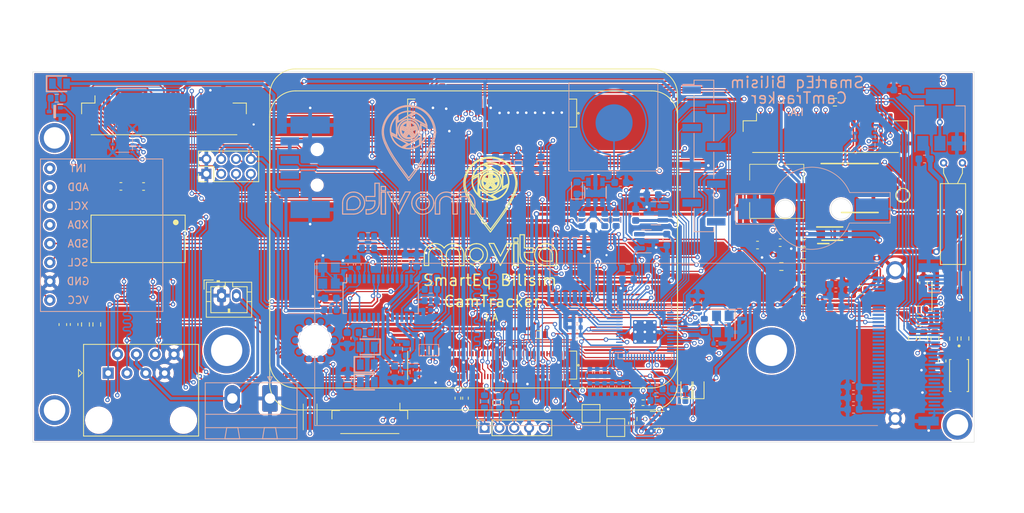
<source format=kicad_pcb>
(kicad_pcb (version 20240108) (generator "pcbnew") (generator_version "8.0")
  (title_block (title "KSS-E") (date "2020-07-13") (rev "REV1") (company "SmartEQ Bilisim"))
  (layers (0 "F.Cu" signal) (1 "In1.Cu" power) (2 "In2.Cu" signal) (31 "B.Cu" signal) (34 "B.Paste" user) (35 "F.Paste" user) (36 "B.SilkS" user "B.Silkscreen") (37 "F.SilkS" user "F.Silkscreen") (38 "B.Mask" user) (39 "F.Mask" user) (44 "Edge.Cuts" user))
  (net 0 "")
  (net 1 "GND")
  (net 2 "Net-(U6-OSCO)")
  (net 3 "5V_A")
  (net 4 "VRAW")
  (net 5 "VIN")
  (net 6 "USB_CON_A_D-")
  (net 7 "USB_CON_A_D+")
  (net 8 "TX")
  (net 9 "TRD1_P")
  (net 10 "TRD1_N")
  (net 11 "SPI_TX_11")
  (net 12 "SPI_SCK_10")
  (net 13 "SPI_RX_12")
  (net 14 "SPI_CS_13")
  (net 15 "SDA_8")
  (net 16 "SCL_9")
  (net 17 "RX")
  (net 18 "Net-(BT1-+)")
  (net 19 "/I2C/3V3_Sensor")
  (net 20 "OVCJ")
  (net 21 "LED1")
  (net 22 "DRV1")
  (net 23 "3.3V_HUB")
  (net 24 "/RP2040/~{USB_BOOT}")
  (net 25 "/RP2040/XOUT")
  (net 26 "/RP2040/XIN")
  (net 27 "Net-(IC3-SW)")
  (net 28 "/PCIE/3.3V_XL")
  (net 29 "/RP2040/RUN")
  (net 30 "/RP2040/QSPI_SS")
  (net 31 "/RP2040/QSPI_SD3")
  (net 32 "/RP2040/QSPI_SD2")
  (net 33 "/RP2040/QSPI_SD1")
  (net 34 "/RP2040/QSPI_SD0")
  (net 35 "/RP2040/QSPI_SCLK")
  (net 36 "/RP2040/GPIO7")
  (net 37 "/RP2040/GPIO6")
  (net 38 "/RP2040/GPIO3")
  (net 39 "/RP2040/GPIO29_ADC3")
  (net 40 "/RP2040/GPIO28_ADC2")
  (net 41 "/RP2040/GPIO27_ADC1")
  (net 42 "/RP2040/GPIO26_ADC0")
  (net 43 "/RP2040/GPIO25")
  (net 44 "/RP2040/GPIO24")
  (net 45 "/RP2040/GPIO23")
  (net 46 "/RP2040/GPIO21")
  (net 47 "/RP2040/GPIO2")
  (net 48 "/RP2040/GPIO19")
  (net 49 "/RP2040/GPIO18")
  (net 50 "/RP2040/GPIO15")
  (net 51 "/RP2040/GPIO14")
  (net 52 "/RP2040/GPIO1")
  (net 53 "/RP2040/GPIO0")
  (net 54 "/Power Unit/+3V3")
  (net 55 "Net-(IC3-BST)")
  (net 56 "+1V1")
  (net 57 "Net-(IC3-COMP)")
  (net 58 "/CM4/+5v")
  (net 59 "Net-(T1-CT1)")
  (net 60 "/CM4/GPIO3")
  (net 61 "Net-(U4-XOUT)")
  (net 62 "Net-(U4-XIN)")
  (net 63 "Net-(U4-VBUSM)")
  (net 64 "Net-(U4-VD18)")
  (net 65 "/RP2040/GPIO22")
  (net 66 "Net-(IC3-FREQ)")
  (net 67 "Net-(IC3-FB)")
  (net 68 "/RP2040/GPIO20")
  (net 69 "/CM4/GPIO2")
  (net 70 "Net-(U5-ADC_AVDD)")
  (net 71 "Net-(U5-USB_DP)")
  (net 72 "Net-(U5-USB_DM)")
  (net 73 "Net-(U4-~{XRSTJ})")
  (net 74 "Net-(U4-BUSJ)")
  (net 75 "Net-(U4-REXT)")
  (net 76 "Net-(T1-CT3)")
  (net 77 "Net-(T1-CT4)")
  (net 81 "/CM4/SCL0")
  (net 82 "/CM4/SDA0")
  (net 83 "Net-(J100-Pin_10)")
  (net 84 "/CM4/PCIE_RX_N")
  (net 85 "/CM4/PCIE_RX_P")
  (net 86 "/CM4/PCIE_TX_N")
  (net 87 "/CM4/PCIE_TX_P")
  (net 88 "/CM4/PCIE_nRST")
  (net 89 "/CM4/PCIE_CLK_nREQ")
  (net 90 "/CM4/PCIE_CLK_N")
  (net 91 "/CM4/PCIE_CLK_P")
  (net 92 "/RP2040/USB_RP2040_D+")
  (net 93 "/RP2040/USB_RP2040_D-")
  (net 94 "Net-(U4-DP2)")
  (net 95 "Net-(U4-DM2)")
  (net 96 "/CM4/GPIO_VREF")
  (net 97 "/CM4/ID_SC")
  (net 98 "/CM4/ID_SD")
  (net 99 "/CM4/GPIO26")
  (net 100 "/CM4/GPIO19")
  (net 101 "/CM4/GPIO6")
  (net 102 "Net-(U11-PI_nLED_Activity)")
  (net 103 "/CM4/GPIO18")
  (net 104 "/CM4/+1.8v")
  (net 105 "/CM4/Reserved")
  (net 106 "/CM4/SD_PWR_ON")
  (net 107 "/CM4/USB2_N")
  (net 108 "/CM4/USB2_P")
  (net 109 "/CM4/GPIO25")
  (net 110 "/CM4/GPIO24")
  (net 111 "/CM4/GPIO15")
  (net 112 "/CM4/GPIO14")
  (net 113 "/CM4/nPWR_LED")
  (net 150 "/CM4/USBOTG_ID")
  (net 153 "/CM4/TV_OUT")
  (net 154 "/CM4/CAM1_D0_N")
  (net 155 "/CM4/CAM1_D0_P")
  (net 156 "/CM4/CAM1_D1_N")
  (net 157 "/CM4/CAM1_D1_P")
  (net 158 "/CM4/CAM1_C_N")
  (net 159 "/CM4/CAM0_D0_N")
  (net 160 "/CM4/CAM1_C_P")
  (net 161 "/CM4/CAM0_D0_P")
  (net 162 "/CM4/CAM1_D2_N")
  (net 163 "/CM4/CAM0_D1_N")
  (net 164 "/CM4/CAM1_D2_P")
  (net 165 "/CM4/CAM0_D1_P")
  (net 166 "/CM4/CAM1_D3_N")
  (net 167 "/CM4/CAM0_C_N")
  (net 168 "/CM4/CAM1_D3_P")
  (net 169 "/CM4/CAM0_C_P")
  (net 170 "/CM4/HDMI1_HOTPLUG")
  (net 171 "/CM4/HDMI1_SDA")
  (net 172 "/CM4/HDMI1_D2_P")
  (net 173 "/CM4/HDMI1_SCL")
  (net 174 "/CM4/HDMI1_D2_N")
  (net 175 "/CM4/HDMI1_CEC")
  (net 176 "/CM4/HDMI0_CEC")
  (net 177 "/CM4/HDMI1_D1_P")
  (net 178 "/CM4/HDMI0_HOTPLUG")
  (net 179 "/CM4/HDMI1_D1_N")
  (net 180 "/CM4/DSI0_D0_N")
  (net 181 "/CM4/HDMI1_D0_P")
  (net 182 "/CM4/DSI0_D0_P")
  (net 183 "/CM4/HDMI1_D0_N")
  (net 184 "/CM4/DSI0_D1_N")
  (net 185 "/CM4/HDMI1_CK_P")
  (net 186 "/CM4/DSI0_D1_P")
  (net 187 "/CM4/HDMI1_CK_N")
  (net 188 "/CM4/DSI0_C_N")
  (net 189 "/CM4/HDMI0_D2_P")
  (net 190 "/CM4/DSI0_C_P")
  (net 191 "/CM4/HDMI0_D2_N")
  (net 192 "/CM4/DSI1_D0_N")
  (net 193 "/CM4/HDMI0_D1_P")
  (net 194 "/CM4/DSI1_D0_P")
  (net 195 "/CM4/HDMI0_D1_N")
  (net 196 "/CM4/DSI1_D1_N")
  (net 197 "/CM4/HDMI0_D0_P")
  (net 198 "/CM4/DSI1_D1_P")
  (net 199 "/CM4/HDMI0_D0_N")
  (net 200 "/CM4/DSI1_C_N")
  (net 201 "/CM4/HDMI0_CK_P")
  (net 202 "/CM4/DSI1_C_P")
  (net 203 "/CM4/HDMI0_CK_N")
  (net 204 "/CM4/DSI1_D2_N")
  (net 205 "/CM4/DSI1_D3_N")
  (net 206 "/CM4/DSI1_D2_P")
  (net 207 "/CM4/DSI1_D3_P")
  (net 208 "/CM4/HDMI0_SDA")
  (net 209 "/CM4/HDMI0_SCL")
  (net 210 "/CM4/TRD3_P")
  (net 211 "/CM4/TRD3_N")
  (net 212 "/CM4/TRD2_N")
  (net 213 "/CM4/TRD2_P")
  (net 214 "/CM4/ETH_LEDY")
  (net 215 "/CM4/SYNC_IN")
  (net 216 "/CM4/ETH_LEDG")
  (net 217 "/CM4/SYNC_OUT")
  (net 219 "/CM4/EEPROM_nWP")
  (net 220 "/CM4/GPIO21")
  (net 221 "/CM4/GPIO20")
  (net 222 "/CM4/GPIO13")
  (net 223 "/CM4/GPIO16")
  (net 224 "/CM4/GPIO12")
  (net 225 "/CM4/GPIO5")
  (net 226 "/CM4/GPIO7")
  (net 227 "/CM4/GPIO11")
  (net 228 "/CM4/GPIO8")
  (net 229 "/CM4/GPIO9")
  (net 230 "/CM4/GPIO10")
  (net 231 "/CM4/GPIO22")
  (net 232 "/CM4/GPIO23")
  (net 233 "/CM4/GPIO27")
  (net 234 "/CM4/GPIO17")
  (net 235 "/CM4/GPIO4")
  (net 236 "/CM4/SD_CLK")
  (net 237 "/CM4/SD_DAT3")
  (net 238 "/CM4/SD_CMD")
  (net 239 "/CM4/SD_DAT0")
  (net 241 "/CM4/SD_DAT1")
  (net 243 "/CM4/SD_DAT2")
  (net 247 "/CM4/WL_nDis")
  (net 248 "/CM4/BT_nDis")
  (net 249 "/CM4/RUN_PG")
  (net 250 "/CM4/nRPIBOOT")
  (net 251 "/CM4/AIN1")
  (net 252 "/CM4/AIN0")
  (net 253 "/CM4/CAM_GPIO")
  (net 254 "/CM4/GLOBAL_EN")
  (net 255 "/CM4/nEXTRST")
  (net 258 "RX_P")
  (net 259 "RX_N")
  (net 262 "/CM4/CM4_PCF_SDA")
  (net 263 "/CM4/CM4_PCF_SCL")
  (net 264 "/TopBoard_Connection/USB_GSM_D-")
  (net 265 "/TopBoard_Connection/USB_GSM_D+")
  (net 266 "Net-(U6-OSCI)")
  (net 273 "Net-(C15-Pad1)")
  (net 274 "Net-(C28-Pad2)")
  (net 275 "Net-(C30-Pad1)")
  (net 276 "Net-(C30-Pad2)")
  (net 277 "Net-(C36-Pad1)")
  (net 278 "Net-(D1-K)")
  (net 279 "Net-(D2-K)")
  (net 280 "Net-(D6-PadC)")
  (net 281 "Net-(LED1-Pad1)")
  (net 282 "Net-(LED2-Pad1)")
  (net 283 "ADC_VREF")
  (net 287 "Net-(R73-Pad2)")
  (net 288 "Net-(D3-K)")
  (net 289 "Net-(J5-Pin_3)")
  (net 290 "Net-(Q1-Pad3)")
  (net 292 "Net-(U10-I)")
  (net 293 "Net-(U10-TOG)")
  (net 294 "Net-(U10-AHLB)")
  (net 295 "/CM4/+3.3v")
  (net 296 "/I2C/SCL_RP2040")
  (net 297 "/INMP441/SCK")
  (net 298 "TRD0_N")
  (net 299 "TRD0_P")
  (net 300 "TX_N")
  (net 301 "TX_P")
  (footprint "Connector_RJ:RJ45_Amphenol_54602-x08_Horizontal" (layer "F.Cu") (at 119.23 123.78)
    (property "Reference" "J6" (hide yes))
    (property "Value" "DNP" (hide yes))
  )
  (footprint "Resistor_SMD:R_0603_1608Metric" (layer "F.Cu") (at 191.1 129.97 90)
    (property "Reference" "R64" (hide yes))
    (property "Value" "0R" (hide yes))
  )
  (footprint "Package_SO:SOIC-8_3.9x4.9mm_P1.27mm" (layer "F.Cu") (at 232.9325 113.496 -90)
    (property "Reference" "U6" (hide yes))
    (property "Value" "PCF8563T" (hide yes))
  )
  (footprint "Resistor_SMD:R_0603_1608Metric" (layer "F.Cu") (at 229.26 119.08 -90)
    (property "Reference" "R10" (hide yes))
    (property "Value" "DNP" (hide yes))
  )
  (footprint "Capacitor_SMD:C_0603_1608Metric" (layer "F.Cu") (at 124.01 98.6)
    (property "Reference" "C29" (hide yes))
    (property "Value" "0.01uF" (hide yes))
  )
  (footprint "Capacitor_SMD:C_0603_1608Metric" (layer "F.Cu") (at 114.64 117.215 90)
    (property "Reference" "C30" (hide yes))
    (property "Value" "1000pF" (hide yes))
  )
  (footprint "SS14:DIOM4325X250N" (layer "F.Cu") (at 234.03 124.105 -90)
    (property "Reference" "D6" (hide yes))
    (property "Value" "SS14" (hide yes))
  )
  (footprint "Resistor_SMD:R_0603_1608Metric" (layer "F.Cu") (at 117.7 117.21 90)
    (property "Reference" "R40" (hide yes))
    (property "Value" "75R" (hide yes))
  )
  (footprint "Crystal:Crystal_AT310_D3.0mm_L10.0mm_Horizontal" (layer "F.Cu") (at 231.9425 95.416)
    (property "Reference" "Y2" (hide yes))
    (property "Value" "32.768 KHz" (hide yes))
  )
  (footprint "Resistor_SMD:R_0603_1608Metric" (layer "F.Cu") (at 213.095 106.26 180)
    (property "Reference" "R75" (hide yes))
    (property "Value" "2.2K" (hide yes))
  )
  (footprint "UWR1A101MCL1GB:CAPAE660X550N" (layer "F.Cu") (at 219.82 98.806)
    (property "Reference" "C41" (hide yes))
    (property "Value" "100uF" (hide yes))
  )
  (footprint "H1102NL:H1102NL" (layer "F.Cu") (at 123.275 105.665 180)
    (property "Reference" "T1" (hide yes))
    (property "Value" "H1102NL" (hide yes))
  )
  (footprint "LED_SMD:LED_0603_1608Metric" (layer "F.Cu") (at 198.89 125.74 90)
    (property "Reference" "D1" (hide yes))
    (property "Value" "LED Green" (hide yes))
  )
  (footprint "Resistor_SMD:R_0603_1608Metric" (layer "F.Cu") (at 213.105 110.94 180)
    (property "Reference" "R80" (hide yes))
    (property "Value" "210K" (hide yes))
  )
  (footprint "TestPoint:TestPoint_Pad_2.0x2.0mm" (layer "F.Cu") (at 184.38 129.22)
    (property "Reference" "TP1" (hide yes))
    (property "Value" "TestPoint" (hide yes))
  )
  (footprint "Resistor_SMD:R_0603_1608Metric" (layer "F.Cu") (at 213.12 112.5 180)
    (property "Reference" "R79" (hide yes))
    (property "Value" "40.2K" (hide yes))
  )
  (footprint "Capacitor_SMD:C_0603_1608Metric" (layer "F.Cu") (at 206.84 106.5)
    (property "Reference" "C34" (hide yes))
    (property "Value" "10uF" (hide yes))
  )
  (footprint "Resistor_SMD:R_0603_1608Metric" (layer "F.Cu") (at 230.77 119.09 -90)
    (property "Reference" "R6" (hide yes))
    (property "Value" "0R" (hide yes))
  )
  (footprint "CDRH74NP-100MC-B:CDRH74NP100MCB" (layer "F.Cu") (at 209.4325 99.256 -90)
    (property "Reference" "L2" (hide yes))
    (property "Value" "CDRH74NP-100MC-B" (hide yes))
  )
  (footprint "RP2040_minimal:Screw_terminal_shinbo" (layer "F.Cu") (at 147.107509 119.373502)
    (property "Reference" "J11" (hide yes))
    (property "Value" "M3x*0.5 L=3" (hide yes))
  )
  (footprint "Capacitor_SMD:C_0603_1608Metric" (layer "F.Cu") (at 231.74 122.13 -90)
    (property "Reference" "C6" (hide yes))
    (property "Value" "100nF" (hide yes))
  )
  (footprint "Capacitor_SMD:C_0603_1608Metric" (layer "F.Cu") (at 209.895 106.18)
    (property "Reference" "C35" (hide yes))
    (property "Value" "100nF" (hide yes))
  )
  (footprint "Via:Screw_Terminal" (layer "F.Cu") (at 111.9425 97.856)
    (property "Reference" "J15" (hide yes))
    (property "Value" "Screw_Terminal_01x01" (hide yes))
  )
  (footprint "Connector_JST:JST_1x15-1MP_P1.25mm_Horizontal" (layer "F.Cu") (at 126.7625 89.056)
    (property "Reference" "J101" (hide yes))
    (property "Value" "Conn_01x15_Female" (hide yes))
  )
  (footprint "Resistor_SMD:R_0402_1005Metric" (layer "F.Cu") (at 166.42 127.16 90)
    (property "Reference" "R58" (hide yes))
    (property "Value" "2.2K 1%" (hide yes))
  )
  (footprint "Package_TO_SOT_SMD:SOT-353_SC-70-5" (layer "F.Cu") (at 193.56 130.1)
    (property "Reference" "U13" (hide yes))
    (property "Value" "74LVC1G07SE-7" (hide yes))
  )
  (footprint "SS34FA:SODFL3618X143N" (layer "F.Cu") (at 216.935 104.96)
    (property "Reference" "D5" (hide yes))
    (property "Value" "SS34FA" (hide yes))
  )
  (footprint "Screw_terminal:Screw_terminal_shinbo" (layer "F.Cu") (at 208.72 120.71)
    (property "Reference" "J10" (hide yes))
    (property "Value" "Screw_Terminal_01x01" (hide yes))
  )
  (footprint "Resistor_SMD:R_0603_1608Metric" (layer "F.Cu") (at 227.75 119.08 90)
    (property "Reference" "R3" (hide yes))
    (property "Value" "4.7K" (hide yes))
  )
  (footprint "Capacitor_SMD:C_0603_1608Metric" (layer "F.Cu") (at 213.095 109.41)
    (property "Reference" "C36" (hide yes))
    (property "Value" "150pF" (hide yes))
  )
  (footprint "Resistor_SMD:R_0603_1608Metric" (layer "F.Cu") (at 213.105 114.05)
    (property "Reference" "R11" (hide yes))
    (property "Value" "0R" (hide yes))
  )
  (footprint "Via:Screw_Terminal" (layer "F.Cu") (at 233.7525 136.566)
    (property "Reference" "J14" (hide yes))
    (property "Value" "Screw_Terminal_01x01" (hide yes))
  )
  (footprint "MP1584:SOIC127P600X170-9N" (layer "F.Cu") (at 218.427 108.905)
    (property "Reference" "IC3" (hide yes))
    (property "Value" "MP1584EN" (hide yes))
  )
  (footprint "Connector_JST:JST_1x15-1MP_P1.25mm_Horizontal" (layer "F.Cu") (at 216.0125 91.446)
    (property "Reference" "J100" (hide yes))
    (property "Value" "Conn_01x15_Female" (hide yes))
  )
  (footprint "Resistor_SMD:R_0603_1608Metric" (layer "F.Cu") (at 233.29 119.13 90)
    (property "Reference" "R4" (hide yes))
    (property "Value" "4.7K" (hide yes))
  )
  (footprint "CM4_UnitA:DF40C-100DS-0.4V_CM4_Unit_A" (layer "F.Cu") (at 182.6776 122.716 90)
    (property "Reference" "U11" (hide yes))
    (property "Value" "DF40C-100DS-0.4V" (hide yes))
  )
  (footprint "Resistor_SMD:R_0603_1608Metric" (layer "F.Cu") (at 228.62 115.27 180)
    (property "Reference" "R12" (hide yes))
    (property "Value" "DNP" (hide yes))
  )
  (footprint "Resistor_SMD:R_0603_1608Metric" (layer "F.Cu") (at 228.62 116.8 180)
    (property "Reference" "R8" (hide yes))
    (property "Value" "0R" (hide yes))
  )
  (footprint "2SS100L-W:2SS100LW" (layer "F.Cu") (at 146.48 129.34 90)
    (property "Reference" "D4" (hide yes))
    (property "Value" "2SS100L-W" (hide yes))
  )
  (footprint "Resistor_SMD:R_0402_1005Metric" (layer "F.Cu") (at 189.83 130.52 -90)
    (property "Reference" "R73" (hide yes))
    (property "Value" "1K" (hide yes))
  )
  (footprint "Connector_JST:JST_PH_B2B-PH-K_1x02_P2.00mm_Vertical" (layer "F.Cu") (at 134.5325 113.326)
    (property "Reference" "J7" (hide yes))
    (property "Value" "Conn_01x02_Female" (hide yes))
  )
  (footprint "Resistor_SMD:R_0402_1005Metric" (layer "F.Cu") (at 167.44 127.16 90)
    (property "Reference" "R55" (hide yes))
    (property "Value" "2.2K 1%" (hide yes))
  )
  (footprint "Capacitor_SMD:C_0603_1608Metric" (layer "F.Cu") (at 120.95 98.59)
    (property "Reference" "C28" (hide yes))
    (property "Value" "0.01uF" (hide yes))
  )
  (footprint "Connector_JST:JST_SH_BM08B-SRSS-TB_1x08-1MP_P1.00mm_Vertical" (layer "F.Cu") (at 154.5325 129.926 180)
    (property "Reference" "J9" (hide yes))
    (property "Value" "Conn_01x08_Female" (hide yes))
  )
  (footprint "Screw_terminal:Screw_terminal_shinbo" (layer "F.Cu") (at 135.22 120.71)
    (property "Reference" "J8" (hide yes))
    (property "Value" "Screw_Terminal_01x01" (hide yes))
  )
  (footprint "Capacitor_SMD:C_0603_1608Metric" (layer "F.Cu") (at 113.12 117.225 -90)
    (property "Reference" "C31" (hide yes))
    (property "Value" "1000pF" (hide yes))
  )
  (footprint "Via:Screw_Terminal" (layer "F.Cu") (at 111.9425 134.586)
    (property "Reference" "J13" (hide yes))
    (property "Value" "Screw_Terminal_01x01" (hide yes))
  )
  (footprint "Connector_PinHeader_2.00mm:PinHeader_2x04_P2.00mm_Vertical" (layer "F.Cu") (at 132.48 96.89 90)
    (property "Reference" "J5" (hide yes))
    (property "Value" "Conn_01x08_Socket" (hide yes))
  )
  (footprint "Capacitor_SMD:C_0603_1608Metric" (layer "F.Cu") (at 229.24 111.6 90)
    (property "Reference" "C4" (hide yes))
    (property "Value" "22pF" (hide yes))
  )
  (footprint "Resistor_SMD:R_0603_1608Metric" (layer "F.Cu") (at 217.28 87.22)
    (property "Reference" "R27" (hide yes))
    (property "Value" "0R" (hide yes))
  )
  (footprint "Connector_PinSocket_2.00mm:PinSocket_1x05_P2.00mm_Vertical" (layer "F.Cu") (at 170.02 131.16 90)
    (property "Reference" "J4" (hide yes))
    (property "Value" "Conn_01x05_Male" (hide yes))
  )
  (footprint "CM4_UnitB:DF40C-100DS-0.4V_CM4_Unit_B" (layer "F.Cu") (at 182.6776 88.716 90)
    (property "Reference" "U1" (hide yes))
    (property "Value" "DF40C-100DS-0.4V" (hide yes))
  )
  (footprint "Resistor_SMD:R_0402_1005Metric" (layer "F.Cu") (at 191.39 127.77)
    (property "Reference" "R62" (hide yes))
    (property "Value" "1K" (hide yes))
  )
  (footprint "TestPoint:TestPoint_Pad_D1.5mm" (layer "F.Cu") (at 226.44 99.8 90)
    (property "Reference" "TP4" (hide yes))
    (property "Value" "TestPoint" (hide yes))
  )
  (footprint "Resistor_SMD:R_0603_1608Metric" (layer "F.Cu") (at 210.055 109.4 180)
    (property "Reference" "R78" (hide yes))
    (property "Value" "100K" (hide yes))
  )
  (footprint "Resistor_SMD:R_0603_1608Metric" (layer "F.Cu") (at 213.105 107.85)
    (property "Reference" "R76" (hide yes))
    (property "Value" "100K" (hide yes))
  )
  (footprint "Resistor_SMD:R_0603_1608Metric" (layer "F.Cu") (at 234.82 119.11 90)
    (property "Reference" "R2" (hide yes))
    (property "Value" "150R" (hide yes))
  )
  (footprint "Resistor_SMD:R_0603_1608Metric" (layer "F.Cu") (at 116.17 117.21 90)
    (property "Reference" "R41" (hide yes))
    (property "Value" "75R" (hide yes))
  )
  (footprint "LED_SMD:LED_0603_1608Metric" (layer "F.Cu") (at 197.24 125.74 90)
    (property "Reference" "D2" (hide yes))
    (property "Value" "LED Red" (hide yes))
  )
  (footprint "Resistor_SMD:R_0603_1608Metric" (layer "F.Cu") (at 220.7 112.54 180)
    (property "Reference" "R77" (hide yes))
    (property "Value" "200K" (hide yes))
  )
  (footprint "TestPoint:TestPoint_Pad_2.0x2.0mm" (layer "F.Cu") (at 187.72 131.13)
    (property "Reference" "TP2" (hide yes))
    (property "Value" "TestPoint" (hide yes))
  )
  (footprint "Resistor_SMD:R_0603_1608Metric" (layer "F.Cu") (at 177.35 118.59 180)
    (property "Reference" "R65" (hide yes))
    (property "Value" "DNP" (hide yes))
  )
  (footprint "Resistor_SMD:R_0603_1608Metric" (layer "F.Cu") (at 171.65 127.76 -90)
    (property "Reference" "R63" (hide yes))
    (property "Value" "0R" (hide yes))
  )
  (footprint "LED_SMD:LED_0603_1608Metric" (layer "B.Cu") (at 182.48 98.8 90)
    (property "Reference" "D8" (hide yes))
    (property "Value" "LED" (hide yes))
  )
  (footprint "Resistor_SMD:R_0603_1608Metric" (layer "B.Cu") (at 193.21 127.47)
    (property "Reference" "R48" (hide yes))
    (property "Value" "1K" (hide yes))
  )
  (footprint "Connector_PinHeader_2.54mm:PinHeader_1x08_P2.54mm_Vertical_SMD_Pin1Right" (layer "B.Cu") (at 199.6075 94.476 180)
    (property "Reference" "J16" (hide yes))
    (property "Value" "DNP" (hide yes))
  )
  (footprint "Capacitor_SMD:C_0603_1608Metric" (layer "B.Cu") (at 219.7775 125.606 180)
    (property "Reference" "C55" (hide yes))
    (property "Value" "0.1uF" (hide yes))
  )
  (footprint "Capacitor_SMD:C_0402_1005Metric" (layer "B.Cu") (at 186.23 123.71 -90)
    (property "Reference" "C23" (hide yes))
    (property "Value" "100nF" (hide yes))
  )
  (footprint "Capacitor_SMD:C_0603_1608Metric" (layer "B.Cu") (at 184.69 103.12 -90)
    (property "Reference" "C12" (hide yes))
    (property "Value" "1uF" (hide yes))
  )
  (footprint "Resistor_SMD:R_0603_1608Metric" (layer "B.Cu") (at 162.765 112.47)
    (property "Reference" "R31" (hide yes))
    (property "Value" "100K" (hide yes))
  )
  (footprint "Capacitor_SMD:C_0402_1005Metric" (layer "B.Cu") (at 162.22 115.27)
    (property "Reference" "C45" (hide yes))
    (property "Value" "10uF" (hide yes))
  )
  (footprint "Resistor_SMD:R_0603_1608Metric" (layer "B.Cu") (at 183.15 103.12 90)
    (property "Reference" "R7" (hide yes))
    (property "Value" "DNP" (hide yes))
  )
  (footprint "Capacitor_SMD:C_0603_1608Metric" (layer "B.Cu") (at 189.38 111.14)
    (property "Reference" "C10" (hide yes))
    (property "Value" "10uF" (hide yes))
  )
  (footprint "1-2199230-6:121992306" (layer "B.Cu") (at 226.9175 119.906 90)
    (property "Reference" "J3" (hide yes))
    (property "Value" "1-2199230-6" (hide yes))
  )
  (footprint "Capacitor_SMD:C_0402_1005Metric" (layer "B.Cu") (at 187.2 125.61 -90)
    (property "Reference" "C22" (hide yes))
    (property "Value" "100nF" (hide yes))
  )
  (footprint "Resistor_SMD:R_0603_1608Metric" (layer "B.Cu") (at 199.66 117.28 90)
    (property "Reference" "R13" (hide yes))
    (property "Value" "1K" (hide yes))
  )
  (footprint "Capacitor_SMD:C_0603_1608Metric" (layer "B.Cu") (at 229.37 94.89)
    (property "Reference" "C2" (hide yes))
    (property "Value" "10uF" (hide yes))
  )
  (footprint "Package_SO:SSOP-28_3.9x9.9mm_P0.635mm" (layer "B.Cu") (at 156.0025 113.656 -90)
    (property "Reference" "U4" (hide yes))
    (property "Value" "FE1.1s" (hide yes))
  )
  (footprint "Capacitor_SMD:C_0603_1608Metric" (layer "B.Cu") (at 171.5025 95.381 -90)
    (property "Reference" "C13" (hide yes))
    (property "Value" "0.1uF" (hide yes))
  )
  (footprint "150080VS75000:LEDC2012X80N" (layer "B.Cu") (at 154.18 120.24 180)
    (property "Reference" "LED3" (hide yes))
    (property "Value" "150080VS75000" (hide yes))
  )
  (footprint "Resistor_SMD:R_0603_1608Metric" (layer "B.Cu") (at 193.21 125.92 180)
    (property "Reference" "R49" (hide yes))
    (property "Value" "10K" (hide yes))
  )
  (footprint "Resistor_SMD:R_0603_1608Metric" (layer "B.Cu") (at 170 127.59 90)
    (property "Reference" "R16" (hide yes))
    (property "Value" "27R" (hide yes))
  )
  (footprint "BLM21BB050SN1D:BLM21BB050SH1D" (layer "B.Cu") (at 162.53 120.7 180)
    (property "Reference" "FL1" (hide yes))
    (property "Value" "BLM21BB050SN1D" (hide yes))
  )
  (footprint "RP2040_minimal:RP2040-QFN-56" (layer "B.Cu") (at 191.64 118.2225 -90)
    (property "Reference" "U5" (hide yes))
    (property "Value" "RP2040" (hide yes))
  )
  (footprint "Capacitor_SMD:C_0603_1608Metric" (layer "B.Cu") (at 219.7775 128.666 180)
    (property "Reference" "C60" (hide yes))
    (property "Value" "0.1uF" (hide yes))
  )
  (footprint "Capacitor_SMD:C_0603_1608Metric" (layer "B.Cu") (at 190.4 102.41 -90)
    (property "Reference" "C8" (hide yes))
    (property "Value" "10uF" (hide yes))
  )
  (footprint "Capacitor_SMD:C_0603_1608Metric" (layer "B.Cu") (at 159.32 108.635 90)
    (property "Reference" "C48" (hide yes))
    (property "Value" "10uF" (hide yes))
  )
  (footprint "Capacitor_SMD:C_0603_1608Metric" (layer "B.Cu") (at 217.41 111.79)
    (property "Reference" "C56" (hide yes))
    (property "Value" "0.1uF" (hide yes))
  )
  (footprint "Capacitor_SMD:C_0402_1005Metric" (layer "B.Cu") (at 184.22 125.64 -90)
    (property "Reference" "C20" (hide yes))
    (property "Value" "100nF" (hide yes))
  )
  (footprint "Capacitor_SMD:C_0402_1005Metric" (layer "B.Cu") (at 204.39 115.96 -90)
    (property "Reference" "C15" (hide yes))
    (property "Value" "27pF" (hide yes))
  )
  (footprint "Capacitor_SMD:C_0402_1005Metric" (layer "B.Cu") (at 184.22 123.7 -90)
    (property "Reference" "C27" (hide yes))
    (property "Value" "100nF" (hide yes))
  )
  (footprint "DTC043ZEBTL:SOTFL50P160X85-3N" (layer "B.Cu") (at 112.02 88.49 180)
    (property "Reference" "Q1" (hide yes))
    (property "Value" "DTC043ZEBTL" (hide yes))
  )
  (footprint "Capacitor_SMD:C_0402_1005Metric" (layer "B.Cu") (at 158.21 119.97 90)
    (property "Reference" "C1" (hide yes))
    (property "Value" "10uF" (hide yes))
  )
  (footprint "Capacitor_SMD:C_0603_1608Metric" (layer "B.Cu") (at 219.7775 127.126 180)
    (property "Reference" "C59" (hide yes))
    (property "Value" "0.1uF" (hide yes))
  )
  (footprint "Crystal:Crystal_SMD_3225-4Pin_3.2x2.5mm" (layer "B.Cu") (at 149.03 110.61 90)
    (property "Reference" "Y3" (hide yes))
    (property "Value" "Crystal_GND12Mhz" (hide yes))
  )
  (footprint "Capacitor_SMD:C_0402_1005Metric" (layer "B.Cu") (at 152.99 109.1 90)
    (property "Reference" "C43" (hide yes))
    (property "Value" "27pF" (hide yes))
  )
  (footprint "Capacitor_SMD:C_0603_1608Metric" (layer "B.Cu") (at 149.25 113.68 180)
    (property "Reference" "C47" (hide yes))
    (property "Value" "0.1uF" (hide yes))
  )
  (footprint "Package_TO_SOT_SMD:SOT-23" (layer "B.Cu") (at 191.8475 105.99)
    (property "Reference" "U3" (hide yes))
    (property "Value" "TLV76033DBZT" (hide yes))
  )
  (footprint "RP2040_minimal:Touch Pad" (layer "B.Cu") (at 187.49 90.01 180)
    (property "Reference" "J12" (hide yes))
    (property "Value" "DNP" (hide yes))
  )
  (footprint "Resistor_SMD:R_0603_1608Metric" (layer "B.Cu") (at 149.23 115.22 180)
    (property "Reference" "R34" (hide yes))
    (property "Value" "10K" (hide yes))
  )
  (footprint "150080VS75000:LEDC2012X80N" (layer "B.Cu") (at 154.2 124.98)
    (property "Reference" "LED1" (hide yes))
    (property "Value" "150080VS75000" (hide yes))
  )
  (footprint "Resistor_SMD:R_0603_1608Metric" (layer "B.Cu") (at 159.44 123.635 -90)
    (property "Reference" "R30" (hide yes))
    (property "Value" "47K" (hide yes))
  )
  (footprint "Resistor_SMD:R_0603_1608Metric" (layer "B.Cu") (at 159.46 120.56 90)
    (property "Reference" "R29" (hide yes))
    (property "Value" "47K" (hide yes))
  )
  (footprint "Crystal:Crystal_SMD_3225-4Pin_3.2x2.5mm" (layer "B.Cu") (at 202.16 117.15 -90)
    (property "Reference" "Y1" (hide yes))
    (property "Value" "Crystal_GND12Mhz" (hide yes))
  )
  (footprint "Capacitor_SMD:C_0402_1005Metric" (layer "B.Cu") (at 185.21 125.63 -90)
    (property "Reference" "C19" (hide yes))
    (property "Value" "1uF" (hide yes))
  )
  (footprint "Resistor_SMD:R_0603_1608Metric" (layer "B.Cu") (at 154.29 105.36)
    (property "Reference" "R51" (hide yes))
    (property "Value" "DNP" (hide yes))
  )
  (footprint "Capacitor_SMD:C_0402_1005Metric" (layer "B.Cu") (at 182.49 116.64 180)
    (property "Reference" "C16" (hide yes))
    (property "Value" "100nF" (hide yes))
  )
  (footprint "RP2040_minimal:TTP223" (layer "B.Cu") (at 181.97 105.136)
    (property "Reference" "U10" (hide yes))
    (property "Value" "TTP223" (hide yes))
  )
  (footprint "Resistor_SMD:R_0603_1608Metric" (layer "B.Cu") (at 153.85 118.3)
    (property "Reference" "R36" (hide yes))
    (property "Value" "470R" (hide yes))
  )
  (footprint "Capacitor_SMD:C_0402_1005Metric" (layer "B.Cu") (at 186.2 125.62 -90)
    (property "Reference" "C21" (hide yes))
    (property "Value" "100nF" (hide yes))
  )
  (footprint "Capacitor_SMD:C_0402_1005Metric" (layer "B.Cu") (at 201.38 119.78)
    (property "Reference" "C14" (hide yes))
    (property "Value" "27pF" (hide yes))
  )
  (footprint "Resistor_SMD:R_0603_1608Metric" (layer "B.Cu") (at 196.285 127.47 180)
    (property "Reference" "R15" (hide yes))
    (property "Value" "1R" (hide yes))
  )
  (footprint "Capacitor_SMD:C_0402_1005Metric" (layer "B.Cu") (at 188.21 125.61 -90)
    (property "Reference" "C24" (hide yes))
    (property "Value" "100nF" (hide yes))
  )
  (footprint "Capacitor_SMD:C_0603_1608Metric" (layer "B.Cu") (at 157.89 123.63 -90)
    (property "Reference" "C40" (hide yes))
    (property "Value" "0.1uF" (hide yes))
  )
  (footprint "Capacitor_SMD:C_0402_1005Metric" (layer "B.Cu") (at 160.75 123.33 -90)
    (property "Reference" "C44" (hide yes))
    (property "Value" "0.1uF" (hide yes))
  )
  (footprint "Resistor_SMD:R_0603_1608Metric" (layer "B.Cu") (at 189.385 109.62 180)
    (property "Reference" "R22" (hide yes))
    (property "Value" "DNP" (hide yes))
  )
  (footprint "Capacitor_SMD:C_0603_1608Metric" (layer "B.Cu") (at 217.415 114.87)
    (property "Reference" "C58" (hide yes))
    (property "Value" "0.1uF" (hide yes))
  )
  (footprint "Resistor_SMD:R_0603_1608Metric" (layer "B.Cu") (at 187.7625 103.096 90)
    (property "Reference" "R18" (hide yes))
    (property "Value" "DNP" (hide yes))
  )
  (footprint "Resistor_SMD:R_0603_1608Metric" (layer "B.Cu") (at 196.27 125.91)
    (property "Reference" "R14" (hide yes))
    (property "Value" "200R" (hide yes))
  )
  (footprint "Resistor_SMD:R_0603_1608Metric" (layer "B.Cu") (at 160.86 108.635 90)
    (property "Reference" "R33" (hide yes))
    (property "Value" "2.7K" (hide yes))
  )
  (footprint "Resistor_SMD:R_0603_1608Metric" (layer "B.Cu") (at 177.6225 95.391 -90)
    (property "Reference" "R20" (hide yes))
    (property "Value" "100K" (hide yes))
  )
  (footprint "Capacitor_SMD:C_0603_1608Metric" (layer "B.Cu") (at 151.48 119.08 -90)
    (property "Reference" "C46" (hide yes))
    (property "Value" "0.1uF" (hide yes))
  )
  (footprint "Capacitor_SMD:C_0603_1608Metric" (layer "B.Cu") (at 194.6 105.8 90)
    (property "Reference" "C9" (hide yes))
    (property "Value" "10uF" (hide yes))
  )
  (footprint "Capacitor_SMD:C_0603_1608Metric" (layer "B.Cu") (at 173.0325 95.391 -90)
    (property "Reference" "C32" (hide yes))
    (property "Value" "0.1uF" (hide yes))
  )
  (footprint "Capacitor_SMD:C_0603_1608Metric" (layer "B.Cu") (at 217.4 113.33)
    (property "Reference" "C57" (hide yes))
    (property "Value" "0.1uF" (hide yes))
  )
  (footprint "Capacitor_SMD:C_0603_1608Metric" (layer "B.Cu") (at 192.68 99.71)
    (property "Reference" "C7" (hide yes))
    (property "Value" "10uF" (hide yes))
  )
  (footprint "Package_TO_SOT_SMD:SOT-23" (layer "B.Cu") (at 193.13 102.21 180)
    (property "Reference" "U2" (hide yes))
    (property "Value" "TLV76033DBZT" (hide yes))
  )
  (footprint "Capacitor_SMD:C_0402_1005Metric" (layer "B.Cu") (at 182.5 118.65 180)
    (property "Reference" "C18" (hide yes))
    (property "Value" "1uF" (hide yes))
  )
  (footprint "RP2040_minimal:INMP441" (layer "B.Cu") (at 119.851716 90.8085 90)
    (property "Reference" "U14" (hide yes))
    (property "Value" "INMP441" (hide yes))
  )
  (footprint "Package_TO_SOT_SMD:SOT-223-3_TabPin2" (layer "B.Cu") (at 231.44 89.63 90)
    (property "Reference" "U8" (hide yes))
    (property "Value" "AMS1117-3.3" (hide yes))
  )
  (footprint "SensorModules:module_mpu6050" (layer "B.Cu") (at 111.365 96.153)
    (property "Reference" "U9" (hide yes))
    (property "Value" "DNP" (hide yes))
  )
  (footprint "Connector_Phoenix_MSTB:PhoenixContact_MSTBA_2,5_2-G-5,08_1x02_P5.08mm_Horizontal" (layer "B.Cu") (at 141.06 127.19 180)
    (property "Reference" "J2" (hide yes))
    (property "Value" "DNP" (hide yes))
  )
  (footprint "150080VS75000:LEDC2012X80N" (layer "B.Cu") (at 112.67 84.73)
    (property "Reference" "D3" (hide yes))
    (property "Value" "LED" (hide yes))
  )
  (footprint "Resistor_SMD:R_0603_1608Metric" (layer "B.Cu") (at 174.1 127.75 -90)
    (property "Reference" "R21" (hide yes))
    (property "Value" "1K" (hide yes))
  )
  (footprint "Resistor_SMD:R_0603_1608Metric" (layer "B.Cu") (at 162.76 114 180)
    (property "Reference" "R1" (hide yes))
    (property "Value" "DNP" (hide yes))
  )
  (footprint "Connector_USB:USB_A_CNCTech_1001-011-01101_Horizontal" (layer "B.Cu") (at 143.73 100.06)
    (property "Reference" "J1" (hide yes))
    (property "Value" "USB-A Female SMD connector" (hide yes))
  )
  (footprint "Capacitor_SMD:C_0402_1005Metric" (layer "B.Cu") (at 151.96 109.1 90)
    (property "Reference" "C42" (hide yes))
    (property "Value" "27pF" (hide yes))
  )
  (footprint "Capacitor_SMD:C_0402_1005Metric" (layer "B.Cu") (at 185.22 123.71 -90)
    (property "Reference" "C26" (hide yes))
    (property "Value" "100nF" (hide yes))
  )
  (footprint "Capacitor_SMD:C_0603_1608Metric" (layer "B.Cu") (at 226 85.565)
    (property "Reference" "C3" (hide yes))
    (property "Value" "10uF" (hide yes))
  )
  (footprint "Resistor_SMD:R_0603_1608Metric" (layer "B.Cu") (at 162.765 110.94)
    (property "Reference" "R32" (hide yes))
    (property "Value" "100K" (hide yes))
  )
  (footprint "Resistor_SMD:R_0603_1608Metric" (layer "B.Cu") (at 174.5725 95.401 -90)
    (property "Reference" "R19" (hide yes))
    (property "Value" "DNP" (hide yes))
  )
  (footprint "Resistor_SMD:R_0603_1608Metric" (layer "B.Cu") (at 172.04 127.69 90)
    (property "Reference" "R17" (hide yes))
    (property "Value" "27R" (hide yes))
  )
  (footprint "Resistor_SMD:R_0603_1608Metric" (layer "B.Cu") (at 154.29 106.92)
    (property "Reference" "R52" (hide yes))
    (property "Value" "DNP" (hide yes))
  )
  (footprint "Resistor_SMD:R_0603_1608Metric" (layer "B.Cu") (at 186.24 103.12 90)
    (property "Reference" "R9" (hide yes))
    (property "Value" "DNP" (hide yes))
  )
  (footprint "Resistor_SMD:R_0603_1608Metric" (layer "B.Cu") (at 112.29 86.69 180)
    (property "Reference" "R5" (hide yes))
    (property "Value" "2.2K" (hide yes))
  )
  (footprint "Resistor_SMD:R_0603_1608Metric" (layer "B.Cu") (at 151.56 124.65 90)
    (property "Reference" "R35" (hide yes))
    (property "Value" "470R" (hide yes))
  )
  (footprint "Capacitor_SMD:C_0402_1005Metric" (layer "B.Cu") (at 189.21 125.6 -90)
    (property "Reference" "C25" (hide yes))
    (property "Value" "100nF" (hide yes))
  )
  (footprint "Capacitor_SMD:C_0603_1608Metric" (layer "B.Cu") (at 188.35 98.06)
    (property "Reference" "C11" (hide yes))
    (property "Value" "30pF" (hide yes))
  )
  (footprint "Camtrack:BS-12-B3AA003" (layer "B.Cu") (at 204.2625 101.626)
    (property "Reference" "BT1" (hide yes))
    (property "Value" "MYOUNG MY-1220-01" (hide yes))
    (fp_circle (center 6.3 0) (end 7.5 0) (stroke (width 0.05)) (fill none) (layer "Edge.Cuts"))
    (fp_circle (center 13.85 0) (end 15.25 0) (stroke (width 0.05)) (fill none) (layer "Edge.Cuts"))
  )
  (footprint "150080VS75000:LEDC2012X80N" (layer "B.Cu") (at 154.19 122.63)
    (property "Reference" "LED2" (hide yes))
    (property "Value" "150080VS75000" (hide yes))
  )
  (footprint "RP2040_minimal:INMP441" (layer "B.Cu") (at 220.061716 90.3385 90)
    (property "Reference" "U15" (hide yes))
    (property "Value" "INMP441" (hide yes))
  )
  (footprint "Resistor_SMD:R_0603_1608Metric" (layer "B.Cu") (at 198.75 114.19 90)
    (property "Reference" "R50" (hide yes))
    (property "Value" "DNP" (hide yes))
  )
  (footprint "Package_SO:SOIC-8_5.23x5.23mm_P1.27mm" (layer "B.Cu") (at 181.57 109.99 -90)
    (property "Reference" "U7" (hide yes))
    (property "Value" "W25Q128JVS" (hide yes))
  )
  (footprint "Capacitor_SMD:C_0402_1005Metric" (layer "B.Cu") (at 182.5 117.62 180)
    (property "Reference" "C17" (hide yes))
    (property "Value" "100nF" (hide yes))
  )
  (gr_circle (center 159.49918 90.896383) (end 159.46018 90.896383) (stroke (width 0.15)) (fill none) (layer "B.SilkS"))
  (gr_line (start 160.795697 90.630828) (end 160.805482 90.660945) (stroke (width 0.15)) (layer "B.SilkS"))
  (gr_line (start 155.808118 98.163877) (end 155.808118 100.831558) (stroke (width 0.15)) (layer "B.SilkS"))
  (gr_curve (pts (xy 161.480617 92.725183) (xy 161.642662 92.561803) (xy 161.785183 92.374612) (xy 161.902096 92.164473)) (stroke (width 0.15)) (layer "B.SilkS"))
  (gr_curve (pts (xy 165.20151 100.00953) (xy 165.309415 100.055685) (xy 165.404072 100.119573) (xy 165.485483 100.200941)) (stroke (width 0.15)) (layer "B.SilkS"))
  (gr_curve (pts (xy 158.443226 101.036258) (xy 158.377243 100.908692) (xy 158.301282 100.762304) (xy 158.21547 100.59722)) (stroke (width 0.15)) (layer "B.SilkS"))
  (gr_curve (pts (xy 159.811978 93.457379) (xy 160.356334 93.448704) (xy 160.862996 93.270632) (xy 161.256916 92.975048)) (stroke (width 0.15)) (layer "B.SilkS"))
  (gr_curve (pts (xy 157.961303 100.105319) (xy 157.877629 99.942373) (xy 157.800662 99.791583) (xy 157.730109 99.653034)) (stroke (width 0.15)) (layer "B.SilkS"))
  (gr_line (start 160.597352 88.555555) (end 159.75921 89.052217) (stroke (width 0.15)) (layer "B.SilkS"))
  (gr_curve (pts (xy 163.304052 91.98453) (xy 163.183886 92.469905) (xy 162.98286 92.923852) (xy 162.758858 93.366927)) (stroke (width 0.15)) (layer "B.SilkS"))
  (gr_curve (pts (xy 168.711089 100.831558) (xy 168.711089 100.624762) (xy 168.672606 100.432177) (xy 168.595471 100.253845)) (stroke (width 0.15)) (layer "B.SilkS"))
  (gr_curve (pts (xy 163.124621 91.900931) (xy 163.010177 92.363193) (xy 162.818724 92.795524) (xy 162.605389 93.2175)) (stroke (width 0.15)) (layer "B.SilkS"))
  (gr_curve (pts (xy 154.672312 101.660335) (xy 154.562438 101.70649) (xy 154.445688 101.729588) (xy 154.322398 101.729588)) (stroke (width 0.15)) (layer "B.SilkS"))
  (gr_line (start 160.805482 90.660945) (end 160.190783 90.860672) (stroke (width 0.15)) (layer "B.SilkS"))
  (gr_curve (pts (xy 158.320618 88.970574) (xy 158.324031 89.0654) (xy 158.343649 89.61055) (xy 158.351963 89.841597)) (stroke (width 0.15)) (layer "B.SilkS"))
  (gr_curve (pts (xy 159.32147 99.339298) (xy 159.259888 99.458186) (xy 159.189461 99.593591) (xy 159.11023 99.745386)) (stroke (width 0.15)) (layer "B.SilkS"))
  (gr_circle (center 159.781532 90.682269) (end 159.727532 90.682269) (stroke (width 0.15)) (fill none) (layer "B.SilkS"))
  (gr_line (start 159.559509 91.338654) (end 159.179604 91.861548) (stroke (width 0.15)) (layer "B.SilkS"))
  (gr_curve (pts (xy 162.253295 102.214949) (xy 162.433764 102.137982) (xy 162.591135 102.031209) (xy 162.725408 101.894673)) (stroke (width 0.15)) (layer "B.SilkS"))
  (gr_line (start 160.746717 90.499392) (end 160.005212 90.684269) (stroke (width 0.15)) (layer "B.SilkS"))
  (gr_circle (center 159.787708 90.983638) (end 158.59927 90.983638) (stroke (width 0.15)) (fill none) (layer "B.SilkS"))
  (gr_line (start 159.825318 90.592292) (end 159.733652 90.592292) (stroke (width 0.15)) (layer "B.SilkS"))
  (gr_curve (pts (xy 166.334046 100.831558) (xy 166.334046 100.708436) (xy 166.357145 100.592818) (xy 166.4033 100.484913)) (stroke (width 0.15)) (layer "B.SilkS"))
  (gr_arc (start 160.806452 90.882461) (mid 160.756178 91.284735) (end 160.560401 91.639732) (stroke (width 0.15)) (layer "B.SilkS"))
  (gr_curve (pts (xy 167.232077 99.352545) (xy 166.985456 99.352545) (xy 166.759795 99.406414) (xy 166.555095 99.514318)) (stroke (width 0.15)) (layer "B.SilkS"))
  (gr_curve (pts (xy 157.708957 92.27405) (xy 157.988648 92.741139) (xy 158.396194 93.090885) (xy 158.849137 93.284238)) (stroke (width 0.15)) (layer "B.SilkS"))
  (gr_curve (pts (xy 166.4033 100.484913) (xy 166.449497 100.377135) (xy 166.513342 100.282519) (xy 166.594753 100.200941)) (stroke (width 0.15)) (layer "B.SilkS"))
  (gr_curve (pts (xy 160.850075 101.194761) (xy 160.80392 101.084718) (xy 160.780822 100.968136) (xy 160.780822 100.844847)) (stroke (width 0.15)) (layer "B.SilkS"))
  (gr_curve (pts (xy 161.225571 92.104025) (xy 160.893371 92.305375) (xy 159.865539 92.928357) (xy 159.865539 92.928357)) (stroke (width 0.15)) (layer "B.SilkS"))
  (gr_line (start 158.914372 90.458916) (end 159.515339 90.608754) (stroke (width 0.15)) (layer "B.SilkS"))
  (gr_line (start 160.005212 90.684269) (end 159.951904 89.921926) (stroke (width 0.15)) (layer "B.SilkS"))
  (gr_line (start 159.915238 89.156409) (end 160.753657 88.631266) (stroke (width 0.15)) (layer "B.SilkS"))
  (gr_line (start 161.427903 92.851173) (end 161.416853 91.87699) (stroke (width 0.15)) (layer "B.SilkS"))
  (gr_curve (pts (xy 151.29491 99.785002) (xy 151.160637 99.919316) (xy 151.054997 100.075514) (xy 150.977862 100.253845)) (stroke (width 0.15)) (layer "B.SilkS"))
  (gr_line (start 156.89823 99.339298) (end 157.565025 99.339298) (stroke (width 0.15)) (layer "B.SilkS"))
  (gr_curve (pts (xy 168.595471 100.253845) (xy 168.518504 100.075514) (xy 168.412906 99.919316) (xy 168.278633 99.785002)) (stroke (width 0.15)) (layer "B.SilkS"))
  (gr_line (start 154.031886 100.534506) (end 154.031886 99.946816) (stroke (width 0.15)) (layer "B.SilkS"))
  (gr_curve (pts (xy 157.434107 91.628684) (xy 157.494576 91.850708) (xy 157.585428 92.067731) (xy 157.708957 92.27405)) (stroke (width 0.15)) (layer "B.SilkS"))
  (gr_curve (pts (xy 160.597352 88.555555) (xy 160.332261 88.469063) (xy 160.049823 88.42377) (xy 159.756892 88.428424)) (stroke (width 0.15)) (layer "B.SilkS"))
  (gr_line (start 158.980182 93.390066) (end 159.818324 92.893405) (stroke (width 0.15)) (layer "B.SilkS"))
  (gr_circle (center 159.787708 90.983638) (end 158.647708 90.983638) (stroke (width 0.15)) (fill none) (layer "B.SilkS"))
  (gr_curve (pts (xy 157.730109 99.653034) (xy 157.65985 99.514318) (xy 157.60464 99.409683) (xy 157.565025 99.339298)) (stroke (width 0.15)) (layer "B.SilkS"))
  (gr_arc (start 158.914372 90.458916) (mid 159.191496 90.163022) (end 159.558543 89.990896) (stroke (width 0.15)) (layer "B.SilkS"))
  (gr_line (start 155.220429 98.163877) (end 155.808118 98.163877) (stroke (width 0.15)) (layer "B.SilkS"))
  (gr_curve (pts (xy 159.756892 88.428424) (xy 159.188945 88.437475) (xy 158.66203 88.630924) (xy 158.261382 88.949842)) (stroke (width 0.15)) (layer "B.SilkS"))
  (gr_line (start 161.416853 91.87699) (end 161.380429 90.1675) (stroke (width 0.15)) (layer "B.SilkS"))
  (gr_line (start 159.32147 99.339298) (end 159.981892 99.339298) (stroke (width 0.15)) (layer "B.SilkS"))
  (gr_line (start 160.054831 91.310374) (end 160.434736 91.833269) (stroke (width 0.15)) (layer "B.SilkS"))
  (gr_curve (pts (xy 162.507461 100.498161) (xy 162.553784 100.606065) (xy 162.576882 100.721683) (xy 162.576882 100.844847)) (stroke (width 0.15)) (layer "B.SilkS"))
  (gr_curve (pts (xy 160.30854 100.267092) (xy 160.231616 100.445256) (xy 160.193132 100.638009) (xy 160.193132 100.844847)) (stroke (width 0.15)) (layer "B.SilkS"))
  (gr_curve (pts (xy 161.420573 89.921244) (xy 161.420573 89.921244) (xy 161.962231 90.225831) (xy 162.18035 90.348485)) (stroke (width 0.15)) (layer "B.SilkS"))
  (gr_curve (pts (xy 162.863621 89.772312) (xy 163.18373 90.448454) (xy 163.308528 91.157966) (xy 163.124621 91.900931)) (stroke (width 0.15)) (layer "B.SilkS"))
  (gr_curve (pts (xy 153.711568 101.406) (xy 153.788703 101.225573) (xy 153.827186 101.03412) (xy 153.827186 100.831558)) (stroke (width 0.15)) (layer "B.SilkS"))
  (gr_line (start 159.022997 91.664294) (end 159.35121 91.139044) (stroke (width 0.15)) (layer "B.SilkS"))
  (gr_line (start 158.147568 89.128596) (end 158.158618 90.102778) (stroke (width 0.15)) (layer "B.SilkS"))
  (gr_curve (pts (xy 159.820642 93.517198) (xy 160.388588 93.508147) (xy 160.915504 93.314698) (xy 161.316152 92.99578)) (stroke (width 0.15)) (layer "B.SilkS"))
  (gr_curve (pts (xy 156.561222 92.779608) (xy 156.25997 92.082555) (xy 156.108816 91.370713) (xy 156.270975 90.605742)) (stroke (width 0.15)) (layer "B.SilkS"))
  (gr_arc (start 159.951904 89.921926) (mid 160.419191 90.114476) (end 160.746717 90.499392) (stroke (width 0.15)) (layer "B.SilkS"))
  (gr_curve (pts (xy 162.605389 93.2175) (xy 162.054841 94.306815) (xy 161.375889 95.311744) (xy 160.658999 96.29085)) (stroke (width 0.15)) (layer "B.SilkS"))
  (gr_line (start 160.171522 90.898475) (end 160.143196 90.811295) (stroke (width 0.15)) (layer "B.SilkS"))
  (gr_curve (pts (xy 167.806519 99.467995) (xy 167.62605 99.391029) (xy 167.434471 99.352545) (xy 167.232077 99.352545)) (stroke (width 0.15)) (layer "B.SilkS"))
  (gr_line (start 157.351354 91.520037) (end 158.200546 91.997559) (stroke (width 0.15)) (layer "B.SilkS"))
  (gr_line (start 156.06589 98.597465) (end 156.64704 98.597465) (stroke (width 0.15)) (layer "B.SilkS"))
  (gr_line (start 159.733652 89.885959) (end 159.825318 89.885959) (stroke (width 0.15)) (layer "B.SilkS"))
  (gr_line (start 168.123358 102.31732) (end 168.123358 100.831558) (stroke (width 0.15)) (layer "B.SilkS"))
  (gr_line (start 168.711089 102.31732) (end 168.123358 102.31732) (stroke (width 0.15)) (layer "B.SilkS"))
  (gr_line (start 166.334046 102.31732) (end 165.746315 102.31732) (stroke (width 0.15)) (layer "B.SilkS"))
  (gr_line (start 156.06589 99.352545) (end 156.64704 99.352545) (stroke (width 0.15)) (layer "B.SilkS"))
  (gr_curve (pts (xy 161.678852 101.742877) (xy 161.555562 101.742877) (xy 161.438771 101.719779) (xy 161.328728 101.673582)) (stroke (width 0.15)) (layer "B.SilkS"))
  (gr_line (start 154.031886 102.31732) (end 154.031886 101.729588) (stroke (width 0.15)) (layer "B.SilkS"))
  (gr_line (start 159.37955 90.876314) (end 158.764851 90.676586) (stroke (width 0.15)) (layer "B.SilkS"))
  (gr_curve (pts (xy 161.328728 101.673582) (xy 161.218854 101.627259) (xy 161.123064 101.563539) (xy 161.041528 101.482003)) (stroke (width 0.15)) (layer "B.SilkS"))
  (gr_line (start 160.54838 91.733717) (end 160.143413 91.085635) (stroke (width 0.15)) (layer "B.SilkS"))
  (gr_line (start 160.434736 91.833269) (end 160.409117 91.851881) (stroke (width 0.15)) (layer "B.SilkS"))
  (gr_line (start 159.623512 89.921926) (end 159.570204 90.684269) (stroke (width 0.15)) (layer "B.SilkS"))
  (gr_curve (pts (xy 160.628858 99.79829) (xy 160.492448 99.932563) (xy 160.385675 100.088803) (xy 160.30854 100.267092)) (stroke (width 0.15)) (layer "B.SilkS"))
  (gr_line (start 159.179604 91.861548) (end 159.153985 91.842935) (stroke (width 0.15)) (layer "B.SilkS"))
  (gr_curve (pts (xy 161.47073 91.853576) (xy 161.47073 91.853576) (xy 161.477779 92.474959) (xy 161.480617 92.725183)) (stroke (width 0.15)) (layer "B.SilkS"))
  (gr_line (start 160.029212 91.328987) (end 160.054831 91.310374) (stroke (width 0.15)) (layer "B.SilkS"))
  (gr_curve (pts (xy 157.617239 89.79289) (xy 157.341104 90.289271) (xy 157.245178 90.842318) (xy 157.321045 91.348748)) (stroke (width 0.15)) (layer "B.SilkS"))
  (gr_circle (center 159.615563 91.231081) (end 159.576563 91.231081) (stroke (width 0.15)) (fill none) (layer "B.SilkS"))
  (gr_curve (pts (xy 162.725408 99.79829) (xy 162.591135 99.664018) (xy 162.433764 99.558377) (xy 162.253295 99.481242)) (stroke (width 0.15)) (layer "B.SilkS"))
  (gr_circle (center 159.787708 90.983638) (end 159.681108 90.983638) (stroke (width 0.15)) (fill none) (layer "B.SilkS"))
  (gr_line (start 159.800622 91.353453) (end 160.291843 91.938867) (stroke (width 0.15)) (layer "B.SilkS"))
  (gr_curve (pts (xy 164.854866 99.940277) (xy 164.978155 99.940277) (xy 165.093773 99.963333) (xy 165.20151 100.00953)) (stroke (width 0.15)) (layer "B.SilkS"))
  (gr_curve (pts (xy 162.206854 90.671954) (xy 162.123025 90.627496) (xy 161.641103 90.371911) (xy 161.436853 90.263588)) (stroke (width 0.15)) (layer "B.SilkS"))
  (gr_curve (pts (xy 162.576882 100.844847) (xy 162.576882 100.968136) (xy 162.553784 101.084718) (xy 162.507461 101.194761)) (stroke (width 0.15)) (layer "B.SilkS"))
  (gr_curve (pts (xy 161.041528 101.482003) (xy 160.960118 101.400634) (xy 160.896272 101.304803) (xy 160.850075 101.194761)) (stroke (width 0.15)) (layer "B.SilkS"))
  (gr_line (start 160.060077 90.608754) (end 160.661046 90.458916) (stroke (width 0.15)) (layer "B.SilkS"))
  (gr_curve (pts (xy 163.484722 100.253845) (xy 163.407755 100.432177) (xy 163.369104 100.624762) (xy 163.369104 100.831558)) (stroke (width 0.15)) (layer "B.SilkS"))
  (gr_line (start 156.06589 99.157487) (end 156.06589 98.597465) (stroke (width 0.15)) (layer "B.SilkS"))
  (gr_line (start 156.06589 102.31732) (end 156.06589 99.352545) (stroke (width 0.15)) (layer "B.SilkS"))
  (gr_curve (pts (xy 161.256916 92.975048) (xy 161.253503 92.880221) (xy 161.233885 92.335071) (xy 161.225571 92.104025)) (stroke (width 0.15)) (layer "B.SilkS"))
  (gr_line (start 158.764851 90.676586) (end 158.774636 90.64647) (stroke (width 0.15)) (layer "B.SilkS"))
  (gr_curve (pts (xy 157.661485 92.311463) (xy 157.953296 92.798794) (xy 158.384286 93.158391) (xy 158.860801 93.345904)) (stroke (width 0.15)) (layer "B.SilkS"))
  (gr_curve (pts (xy 155.151133 101.181514) (xy 155.104811 101.291724) (xy 155.041091 101.387346) (xy 154.959555 101.468714)) (stroke (width 0.15)) (layer "B.SilkS"))
  (gr_curve (pts (xy 160.461885 88.572899) (xy 160.239372 88.514254) (xy 160.005998 88.484422) (xy 159.765556 88.488243)) (stroke (width 0.15)) (layer "B.SilkS"))
  (gr_curve (pts (xy 152.915909 102.201702) (xy 153.096504 102.124735) (xy 153.255049 102.017962) (xy 153.391292 101.881551)) (stroke (width 0.15)) (layer "B.SilkS"))
  (gr_curve (pts (xy 161.9055 89.703119) (xy 161.62581 89.23603) (xy 161.218263 88.886284) (xy 160.765321 88.692932)) (stroke (width 0.15)) (layer "B.SilkS"))
  (gr_line (start 158.195042 91.812269) (end 157.321045 91.348748) (stroke (width 0.15)) (layer "B.SilkS"))
  (gr_curve (pts (xy 153.391292 99.785002) (xy 153.255049 99.650729) (xy 153.096504 99.54513) (xy 152.915909 99.467995)) (stroke (width 0.15)) (layer "B.SilkS"))
  (gr_line (start 159.987308 91.32235) (end 160.061468 91.26847) (stroke (width 0.15)) (layer "B.SilkS"))
  (gr_line (start 162.263104 90.457132) (end 161.413912 89.97961) (stroke (width 0.15)) (layer "B.SilkS"))
  (gr_curve (pts (xy 163.042247 101.419289) (xy 163.119381 101.23882) (xy 163.157865 101.047409) (xy 163.157865 100.844847)) (stroke (width 0.15)) (layer "B.SilkS"))
  (gr_line (start 158.158618 90.102778) (end 158.195042 91.812269) (stroke (width 0.15)) (layer "B.SilkS"))
  (gr_line (start 168.711089 100.831558) (end 168.711089 102.31732) (stroke (width 0.15)) (layer "B.SilkS"))
  (gr_curve (pts (xy 151.71085 100.200941) (xy 151.792386 100.119573) (xy 151.887043 100.055685) (xy 151.99478 100.00953)) (stroke (width 0.15)) (layer "B.SilkS"))
  (gr_curve (pts (xy 160.850075 100.498161) (xy 160.896272 100.390424) (xy 160.960118 100.295766) (xy 161.041528 100.21423)) (stroke (width 0.15)) (layer "B.SilkS"))
  (gr_arc (start 158.828699 90.499392) (mid 159.156215 90.114464) (end 159.623512 89.921926) (stroke (width 0.15)) (layer "B.SilkS"))
  (gr_curve (pts (xy 160.765321 88.692932) (xy 160.684905 88.7433) (xy 160.2226 89.032865) (xy 160.026665 89.155589)) (stroke (width 0.15)) (layer "B.SilkS"))
  (gr_line (start 159.186241 91.903452) (end 159.112081 91.849572) (stroke (width 0.15)) (layer "B.SilkS"))
  (gr_curve (pts (xy 166.594753 100.200941) (xy 166.676289 100.119573) (xy 166.772078 100.055685) (xy 166.881953 100.00953)) (stroke (width 0.15)) (layer "B.SilkS"))
  (gr_curve (pts (xy 161.902096 92.164473) (xy 162.166761 91.688709) (xy 162.265877 91.16089) (xy 162.206854 90.671954)) (stroke (width 0.15)) (layer "B.SilkS"))
  (gr_curve (pts (xy 160.026665 89.155589) (xy 160.367139 89.342607) (xy 161.420573 89.921244) (xy 161.420573 89.921244)) (stroke (width 0.15)) (layer "B.SilkS"))
  (gr_line (start 160.143413 91.085635) (end 160.851971 90.799359) (stroke (width 0.15)) (layer "B.SilkS"))
  (gr_curve (pts (xy 152.69138 100.00953) (xy 152.801591 100.055685) (xy 152.897254 100.119573) (xy 152.978623 100.200941)) (stroke (width 0.15)) (layer "B.SilkS"))
  (gr_line (start 161.413912 89.97961) (end 159.915238 89.156409) (stroke (width 0.15)) (layer "B.SilkS"))
  (gr_line (start 163.956836 100.831558) (end 163.956836 102.31732) (stroke (width 0.15)) (layer "B.SilkS"))
  (gr_line (start 159.309401 91.938867) (end 159.800622 91.353453) (stroke (width 0.15)) (layer "B.SilkS"))
  (gr_line (start 156.64704 99.352545) (end 156.64704 102.31732) (stroke (width 0.15)) (layer "B.SilkS"))
  (gr_curve (pts (xy 164.277112 99.467995) (xy 164.098822 99.54513) (xy 163.941451 99.650729) (xy 163.80504 99.785002)) (stroke (width 0.15)) (layer "B.SilkS"))
  (gr_line (start 159.398811 90.914116) (end 158.727049 90.695847) (stroke (width 0.15)) (layer "B.SilkS"))
  (gr_curve (pts (xy 150.977862 100.253845) (xy 150.900895 100.432177) (xy 150.862412 100.624762) (xy 150.862412 100.831558)) (stroke (width 0.15)) (layer "B.SilkS"))
  (gr_curve (pts (xy 167.232077 99.940277) (xy 167.355366 99.940277) (xy 167.470816 99.963333) (xy 167.578721 100.00953)) (stroke (width 0.15)) (layer "B.SilkS"))
  (gr_curve (pts (xy 160.30854 101.419289) (xy 160.385675 101.599885) (xy 160.492448 101.758262) (xy 160.628858 101.894673)) (stroke (width 0.15)) (layer "B.SilkS"))
  (gr_curve (pts (xy 153.391292 101.881551) (xy 153.527829 101.745141) (xy 153.634601 101.586638) (xy 153.711568 101.406)) (stroke (width 0.15)) (layer "B.SilkS"))
  (gr_line (start 165.746315 102.31732) (end 165.746315 100.831558) (stroke (width 0.15)) (layer "B.SilkS"))
  (gr_curve (pts (xy 166.555095 99.514318) (xy 166.350437 99.622264) (xy 166.179945 99.768485) (xy 166.043367 99.953356)) (stroke (width 0.15)) (layer "B.SilkS"))
  (gr_curve (pts (xy 165.676894 100.484913) (xy 165.723258 100.592818) (xy 165.746315 100.708436) (xy 165.746315 100.831558)) (stroke (width 0.15)) (layer "B.SilkS"))
  (gr_curve (pts (xy 151.763712 99.467995) (xy 151.585422 99.54513) (xy 151.429183 99.650729) (xy 151.29491 99.785002)) (stroke (width 0.15)) (layer "B.SilkS"))
  (gr_line (start 160.143196 90.811295) (end 160.814958 90.593026) (stroke (width 0.15)) (layer "B.SilkS"))
  (gr_curve (pts (xy 155.372224 101.881551) (xy 155.508761 101.745141) (xy 155.615533 101.586638) (xy 155.6925 101.406)) (stroke (width 0.15)) (layer "B.SilkS"))
  (gr_arc (start 160.198742 91.921256) (mid 159.800622 91.997761) (end 159.402501 91.921257) (stroke (width 0.15)) (layer "B.SilkS"))
  (gr_line (start 156.64704 98.597465) (end 156.64704 99.157487) (stroke (width 0.15)) (layer "B.SilkS"))
  (gr_line (start 160.409117 91.851881) (end 160.029212 91.328987) (stroke (width 0.15)) (layer "B.SilkS"))
  (gr_line (start 160.40248 91.893785) (end 159.987308 91.32235) (stroke (width 0.15)) (layer "B.SilkS"))
  (gr_curve (pts (xy 158.872455 100.207648) (xy 158.79335 100.363888) (xy 158.715251 100.514719) (xy 158.638117 100.659975)) (stroke (width 0.15)) (layer "B.SilkS"))
  (gr_curve (pts (xy 163.157865 100.844847) (xy 163.157865 100.638009) (xy 163.119381 100.445256) (xy 163.042247 100.267092)) (stroke (width 0.15)) (layer "B.SilkS"))
  (gr_curve (pts (xy 152.341466 102.31732) (xy 152.544028 102.31732) (xy 152.735439 102.278836) (xy 152.915909 102.201702)) (stroke (width 0.15)) (layer "B.SilkS"))
  (gr_circle (center 159.787708 90.983638) (end 159.697708 90.983638) (stroke (width 0.15)) (fill none) (layer "B.SilkS"))
  (gr_curve (pts (xy 151.99478 100.00953) (xy 152.102685 99.963333) (xy 152.218303 99.940277) (xy 152.341466 99.940277)) (stroke (width 0.15)) (layer "B.SilkS"))
  (gr_curve (pts (xy 158.147568 89.128596) (xy 157.940118 89.314925) (xy 157.759673 89.536877) (xy 157.617239 89.79289)) (stroke (width 0.15)) (layer "B.SilkS"))
  (gr_curve (pts (xy 159.728553 97.707926) (xy 159.152898 96.920462) (xy 158.561574 96.143958) (xy 158.006388 95.341705)) (stroke (width 0.15)) (layer "B.SilkS"))
  (gr_curve (pts (xy 168.278633 99.785002) (xy 168.144318 99.650729) (xy 167.986989 99.54513) (xy 167.806519 99.467995)) (stroke (width 0.15)) (layer "B.SilkS"))
  (gr_circle (center 159.787708 90.983638) (end 158.305429 90.983638) (stroke (width 0.15)) (fill none) (layer "B.SilkS"))
  (gr_curve (pts (xy 155.220429 100.831558) (xy 155.220429 100.954889) (xy 155.19733 101.071639) (xy 155.151133 101.181514)) (stroke (width 0.15)) (layer "B.SilkS"))
  (gr_line (start 158.755375 90.608667) (end 159.427138 90.826936) (stroke (width 0.15)) (layer "B.SilkS"))
  (gr_curve (pts (xy 161.678852 99.365666) (xy 161.471846 99.365666) (xy 161.279304 99.404276) (xy 161.100972 99.481242)) (stroke (width 0.15)) (layer "B.SilkS"))
  (gr_line (start 159.53389 91.320041) (end 159.559509 91.338654) (stroke (width 0.15)) (layer "B.SilkS"))
  (gr_curve (pts (xy 161.100972 102.214949) (xy 161.279304 102.292083) (xy 161.471846 102.330567) (xy 161.678852 102.330567)) (stroke (width 0.15)) (layer "B.SilkS"))
  (gr_curve (pts (xy 163.80504 99.785002) (xy 163.668629 99.919316) (xy 163.561857 100.075514) (xy 163.484722 100.253845)) (stroke (width 0.15)) (layer "B.SilkS"))
  (gr_line (start 159.527253 91.278137) (end 159.601413 91.332017) (stroke (width 0.15)) (layer "B.SilkS"))
  (gr_line (start 166.334046 100.831558) (end 166.334046 102.31732) (stroke (width 0.15)) (layer "B.SilkS"))
  (gr_curve (pts (xy 161.678852 102.330567) (xy 161.881246 102.330567) (xy 162.072825 102.292083) (xy 162.253295 102.214949)) (stroke (width 0.15)) (layer "B.SilkS"))
  (gr_arc (start 160.291843 91.938867) (mid 159.800622 92.057746) (end 159.309401 91.938867) (stroke (width 0.15)) (layer "B.SilkS"))
  (gr_curve (pts (xy 164.217668 100.200941) (xy 164.299246 100.119573) (xy 164.394868 100.055685) (xy 164.50491 100.00953)) (stroke (width 0.15)) (layer "B.SilkS"))
  (gr_curve (pts (xy 153.170201 100.484913) (xy 153.216398 100.592818) (xy 153.239497 100.708436) (xy 153.239497 100.831558)) (stroke (width 0.15)) (layer "B.SilkS"))
  (gr_curve (pts (xy 158.079227 95.098241) (xy 157.547669 94.33004) (xy 157.076227 93.522265) (xy 156.702879 92.658149)) (stroke (width 0.15)) (layer "B.SilkS"))
  (gr_line (start 160.198742 91.921256) (end 159.800622 91.446795) (stroke (width 0.15)) (layer "B.SilkS"))
  (gr_line (start 161.280574 92.007116) (end 161.316152 92.99578) (stroke (width 0.15)) (layer "B.SilkS"))
  (gr_line (start 158.774636 90.64647) (end 159.389335 90.846197) (stroke (width 0.15)) (layer "B.SilkS"))
  (gr_line (start 156.06589 99.352545) (end 156.64704 99.352545) (stroke (width 0.15)) (layer "B.SilkS"))
  (gr_line (start 159.69922 92.82076) (end 158.860801 93.345904) (stroke (width 0.15)) (layer "B.SilkS"))
  (gr_line (start 154.031886 99.946816) (end 155.220429 99.946816) (stroke (width 0.15)) (layer "B.SilkS"))
  (gr_curve (pts (xy 162.028808 101.673582) (xy 161.918766 101.719779) (xy 161.802016 101.742877) (xy 161.678852 101.742877)) (stroke (width 0.15)) (layer "B.SilkS"))
  (gr_arc (start 159.022997 91.664294) (mid 158.827209 91.309301) (end 158.776943 90.907025) (stroke (width 0.15)) (layer "B.SilkS"))
  (gr_curve (pts (xy 163.956836 100.831558) (xy 163.956836 100.708436) (xy 163.979934 100.592818) (xy 164.026257 100.484913)) (stroke (width 0.15)) (layer "B.SilkS"))
  (gr_line (start 160.016872 89.990898) (end 160.060077 90.608754) (stroke (width 0.15)) (layer "B.SilkS"))
  (gr_line (start 163.369104 102.31732) (end 163.369104 100.831558) (stroke (width 0.15)) (layer "B.SilkS"))
  (gr_line (start 160.180998 90.830556) (end 160.795697 90.630828) (stroke (width 0.15)) (layer "B.SilkS"))
  (gr_curve (pts (xy 158.094854 89.254586) (xy 157.93281 89.417965) (xy 157.790288 89.605157) (xy 157.673375 89.815296)) (stroke (width 0.15)) (layer "B.SilkS"))
  (gr_curve (pts (xy 162.725408 101.894673) (xy 162.859681 101.758262) (xy 162.965322 101.599885) (xy 163.042247 101.419289)) (stroke (width 0.15)) (layer "B.SilkS"))
  (gr_curve (pts (xy 156.270975 90.605742) (xy 156.592695 89.087332) (xy 157.813638 87.911242) (xy 159.294545 87.711625)) (stroke (width 0.15)) (layer "B.SilkS"))
  (gr_curve (pts (xy 159.765556 88.488243) (xy 159.2212 88.496918) (xy 158.714538 88.67499) (xy 158.320618 88.970574)) (stroke (width 0.15)) (layer "B.SilkS"))
  (gr_curve (pts (xy 159.11023 99.745386) (xy 159.030958 99.89735) (xy 158.951853 100.051451) (xy 158.872455 100.207648)) (stroke (width 0.15)) (layer "B.SilkS"))
  (gr_line (start 159.818324 92.893405) (end 161.280574 92.007116) (stroke (width 0.15)) (layer "B.SilkS"))
  (gr_curve (pts (xy 161.041528 100.21423) (xy 161.123064 100.13282) (xy 161.218854 100.068974) (xy 161.328728 100.022777)) (stroke (width 0.15)) (layer "B.SilkS"))
  (gr_curve (pts (xy 152.341466 99.352545) (xy 152.134628 99.352545) (xy 151.941876 99.391029) (xy 151.763712 99.467995)) (stroke (width 0.15)) (layer "B.SilkS"))
  (gr_curve (pts (xy 161.328728 100.022777) (xy 161.438771 99.976455) (xy 161.555562 99.953356) (xy 161.678852 99.953356)) (stroke (width 0.15)) (layer "B.SilkS"))
  (gr_curve (pts (xy 165.528368 99.514318) (xy 165.321572 99.406414) (xy 165.097043 99.352545) (xy 164.854866 99.352545)) (stroke (width 0.15)) (layer "B.SilkS"))
  (gr_line (start 160.814958 90.593026) (end 160.843285 90.680206) (stroke (width 0.15)) (layer "B.SilkS"))
  (gr_line (start 155.220429 100.534506) (end 154.031886 100.534506) (stroke (width 0.15)) (layer "B.SilkS"))
  (gr_curve (pts (xy 151.519397 100.484913) (xy 151.565594 100.377135) (xy 151.629439 100.282519) (xy 151.71085 100.200941)) (stroke (width 0.15)) (layer "B.SilkS"))
  (gr_line (start 158.727049 90.695847) (end 158.755375 90.608667) (stroke (width 0.15)) (layer "B.SilkS"))
  (gr_line (start 154.031886 101.729588) (end 154.322398 101.729588) (stroke (width 0.15)) (layer "B.SilkS"))
  (gr_curve (pts (xy 166.043367 99.953356) (xy 165.906956 99.768485) (xy 165.735373 99.622264) (xy 165.528368 99.514318)) (stroke (width 0.15)) (layer "B.SilkS"))
  (gr_curve (pts (xy 162.263104 90.457132) (xy 162.205463 90.18431) (xy 162.103469 89.917064) (xy 161.952973 89.665706)) (stroke (width 0.15)) (layer "B.SilkS"))
  (gr_curve (pts (xy 153.711568 100.253845) (xy 153.634601 100.075514) (xy 153.527829 99.919316) (xy 153.391292 99.785002)) (stroke (width 0.15)) (layer "B.SilkS"))
  (gr_circle (center 160.072504 90.884918) (end 160.033504 90.884918) (stroke (width 0.15)) (fill none) (layer "B.SilkS"))
  (gr_curve (pts (xy 158.138618 91.716181) (xy 158.130343 91.327812) (xy 158.104741 90.126193) (xy 158.104741 90.126193)) (stroke (width 0.15)) (layer "B.SilkS"))
  (gr_curve (pts (xy 157.351354 91.520037) (xy 157.408995 91.792859) (xy 157.510989 92.060105) (xy 157.661485 92.311463)) (stroke (width 0.15)) (layer "B.SilkS"))
  (gr_line (start 158.200546 91.997559) (end 159.69922 92.82076) (stroke (width 0.15)) (layer "B.SilkS"))
  (gr_circle (center 159.781532 90.682269) (end 159.742532 90.682269) (stroke (width 0.15)) (fill none) (layer "B.SilkS"))
  (gr_curve (pts (xy 152.978623 101.468714) (xy 152.897254 101.550292) (xy 152.801591 101.614138) (xy 152.69138 101.660335)) (stroke (width 0.15)) (layer "B.SilkS"))
  (gr_circle (center 159.787708 90.983638) (end 158.363106 90.983638) (stroke (width 0.15)) (fill none) (layer "B.SilkS"))
  (gr_line (start 159.800622 91.446795) (end 159.402501 91.921257) (stroke (width 0.15)) (layer "B.SilkS"))
  (gr_curve (pts (xy 158.193885 92.055925) (xy 158.193885 92.055925) (xy 157.652227 91.751338) (xy 157.434107 91.628684)) (stroke (width 0.15)) (layer "B.SilkS"))
  (gr_circle (center 159.969969 91.223726) (end 159.915969 91.223726) (stroke (width 0.15)) (fill none) (layer "B.SilkS"))
  (gr_line (start 151.449976 100.831558) (end 151.449976 101.729588) (stroke (width 0.15)) (layer "B.SilkS"))
  (gr_line (start 160.190783 90.860672) (end 160.180998 90.830556) (stroke (width 0.15)) (layer "B.SilkS"))
  (gr_line (start 160.806452 90.882461) (end 160.232187 91.114479) (stroke (width 0.15)) (layer "B.SilkS"))
  (gr_line (start 159.733652 90.592292) (end 159.733652 89.885959) (stroke (width 0.15)) (layer "B.SilkS"))
  (gr_curve (pts (xy 157.368617 91.307814) (xy 157.452446 91.352272) (xy 157.934369 91.607858) (xy 158.138618 91.716181)) (stroke (width 0.15)) (layer "B.SilkS"))
  (gr_arc (start 160.851971 90.799359) (mid 160.813253 91.303283) (end 160.54838 91.733717) (stroke (width 0.15)) (layer "B.SilkS"))
  (gr_curve (pts (xy 161.427903 92.851173) (xy 161.635353 92.664843) (xy 161.815798 92.442891) (xy 161.958232 92.186879)) (stroke (width 0.15)) (layer "B.SilkS"))
  (gr_curve (pts (xy 162.758858 93.366927) (xy 162.180783 94.510708) (xy 161.467884 95.565883) (xy 160.715149 96.593944)) (stroke (width 0.15)) (layer "B.SilkS"))
  (gr_line (start 163.956836 102.31732) (end 163.369104 102.31732) (stroke (width 0.15)) (layer "B.SilkS"))
  (gr_line (start 159.75921 89.052217) (end 158.29696 89.938506) (stroke (width 0.15)) (layer "B.SilkS"))
  (gr_line (start 150.862412 102.31732) (end 150.862412 100.831558) (stroke (width 0.15)) (layer "B.SilkS"))
  (gr_line (start 154.322398 102.31732) (end 154.031886 102.31732) (stroke (width 0.15)) (layer "B.SilkS"))
  (gr_line (start 159.153985 91.842935) (end 159.53389 91.320041) (stroke (width 0.15)) (layer "B.SilkS"))
  (gr_curve (pts (xy 160.193132 100.844847) (xy 160.193132 101.047409) (xy 160.231616 101.23882) (xy 160.30854 101.419289)) (stroke (width 0.15)) (layer "B.SilkS"))
  (gr_curve (pts (xy 165.485483 100.200941) (xy 165.567019 100.282519) (xy 165.630739 100.377135) (xy 165.676894 100.484913)) (stroke (width 0.15)) (layer "B.SilkS"))
  (gr_line (start 159.35121 91.139044) (end 158.776943 90.907025) (stroke (width 0.15)) (layer "B.SilkS"))
  (gr_curve (pts (xy 159.294545 87.711625) (xy 160.859041 87.500827) (xy 162.346859 88.306867) (xy 163.030002 89.749479)) (stroke (width 0.15)) (layer "B.SilkS"))
  (gr_curve (pts (xy 159.306043 87.831498) (xy 160.796039 87.630739) (xy 162.213009 88.398395) (xy 162.863621 89.772312)) (stroke (width 0.15)) (layer "B.SilkS"))
  (gr_arc (start 159.035017 91.758282) (mid 158.77016 91.327839) (end 158.731426 90.823923) (stroke (width 0.15)) (layer "B.SilkS"))
  (gr_circle (center 159.615563 91.231081) (end 159.561563 91.231081) (stroke (width 0.15)) (fill none) (layer "B.SilkS"))
  (gr_line (start 151.449976 101.729588) (end 152.341466 101.729588) (stroke (width 0.15)) (layer "B.SilkS"))
  (gr_curve (pts (xy 158.638117 100.659975) (xy 158.56115 100.80519) (xy 158.496131 100.930659) (xy 158.443226 101.036258)) (stroke (width 0.15)) (layer "B.SilkS"))
  (gr_curve (pts (xy 158.006388 95.341705) (xy 157.448253 94.535094) (xy 156.953238 93.68693) (xy 156.561222 92.779608)) (stroke (width 0.15)) (layer "B.SilkS"))
  (gr_curve (pts (xy 159.719384 97.351785) (xy 159.171142 96.601819) (xy 158.607976 95.862292) (xy 158.079227 95.098241)) (stroke (width 0.15)) (layer "B.SilkS"))
  (gr_line (start 159.601413 91.332017) (end 159.186241 91.903452) (stroke (width 0.15)) (layer "B.SilkS"))
  (gr_curve (pts (xy 164.026257 100.484913) (xy 164.072454 100.377135) (xy 164.136299 100.282519) (xy 164.217668 100.200941)) (stroke (width 0.15)) (layer "B.SilkS"))
  (gr_line (start 159.763652 89.915959) (end 159.795318 89.915959) (stroke (width 0.15)) (layer "B.SilkS"))
  (gr_curve (pts (xy 161.958232 92.186879) (xy 162.234367 91.690497) (xy 162.330294 91.137451) (xy 162.254427 90.63102)) (stroke (width 0.15)) (layer "B.SilkS"))
  (gr_curve (pts (xy 152.978623 100.200941) (xy 153.060159 100.282519) (xy 153.123879 100.377135) (xy 153.170201 100.484913)) (stroke (width 0.15)) (layer "B.SilkS"))
  (gr_curve (pts (xy 152.69138 101.660335) (xy 152.581506 101.70649) (xy 152.464756 101.729588) (xy 152.341466 101.729588)) (stroke (width 0.15)) (layer "B.SilkS"))
  (gr_curve (pts (xy 153.170201 101.181514) (xy 153.123879 101.291724) (xy 153.060159 101.387346) (xy 152.978623 101.468714)) (stroke (width 0.15)) (layer "B.SilkS"))
  (gr_line (start 161.380429 90.1675) (end 162.254427 90.63102) (stroke (width 0.15)) (layer "B.SilkS"))
  (gr_curve (pts (xy 162.028808 100.022777) (xy 162.13885 100.068974) (xy 162.23464 100.13282) (xy 162.316008 100.21423)) (stroke (width 0.15)) (layer "B.SilkS"))
  (gr_curve (pts (xy 159.115649 93.372723) (xy 159.338162 93.431368) (xy 159.571536 93.461199) (xy 159.811978 93.457379)) (stroke (width 0.15)) (layer "B.SilkS"))
  (gr_curve (pts (xy 160.658999 96.29085) (xy 160.378465 96.673714) (xy 160.086821 97.048025) (xy 159.791571 97.437764)) (stroke (width 0.15)) (layer "B.SilkS"))
  (gr_curve (pts (xy 164.50491 100.00953) (xy 164.614953 99.963333) (xy 164.731702 99.940277) (xy 164.854866 99.940277)) (stroke (width 0.15)) (layer "B.SilkS"))
  (gr_line (start 159.795318 90.562292) (end 159.763652 90.562292) (stroke (width 0.15)) (layer "B.SilkS"))
  (gr_curve (pts (xy 153.827186 100.831558) (xy 153.827186 100.624762) (xy 153.788703 100.432177) (xy 153.711568 100.253845)) (stroke (width 0.15)) (layer "B.SilkS"))
  (gr_line (start 156.64704 99.352545) (end 156.64704 102.31732) (stroke (width 0.15)) (layer "B.SilkS"))
  (gr_curve (pts (xy 158.849137 93.284238) (xy 158.929553 93.233869) (xy 159.391858 92.944304) (xy 159.587793 92.82158)) (stroke (width 0.15)) (layer "B.SilkS"))
  (gr_line (start 159.981892 99.339298) (end 158.443226 102.310738) (stroke (width 0.15)) (layer "B.SilkS"))
  (gr_curve (pts (xy 162.316008 100.21423) (xy 162.397419 100.295766) (xy 162.461264 100.390424) (xy 162.507461 100.498161)) (stroke (width 0.15)) (layer "B.SilkS"))
  (gr_curve (pts (xy 166.881953 100.00953) (xy 166.992163 99.963333) (xy 167.108745 99.940277) (xy 167.232077 99.940277)) (stroke (width 0.15)) (layer "B.SilkS"))
  (gr_curve (pts (xy 156.426452 90.5878) (xy 156.732852 89.141695) (xy 157.895655 88.021609) (xy 159.306043 87.831498)) (stroke (width 0.15)) (layer "B.SilkS"))
  (gr_line (start 158.443226 102.310738) (end 156.89823 99.339298) (stroke (width 0.15)) (layer "B.SilkS"))
  (gr_curve (pts (xy 168.054104 100.484913) (xy 168.100301 100.592818) (xy 168.123358 100.708436) (xy 168.123358 100.831558)) (stroke (width 0.15)) (layer "B.SilkS"))
  (gr_circle (center 159.969969 91.223726) (end 159.930969 91.223726) (stroke (width 0.15)) (fill none) (layer "B.SilkS"))
  (gr_curve (pts (xy 158.21547 100.59722) (xy 158.129658 100.432177) (xy 158.044978 100.268266) (xy 157.961303 100.105319)) (stroke (width 0.15)) (layer "B.SilkS"))
  (gr_curve (pts (xy 160.628858 101.894673) (xy 160.765437 102.031209) (xy 160.92264 102.137982) (xy 161.100972 102.214949)) (stroke (width 0.15)) (layer "B.SilkS"))
  (gr_line (start 159.427138 90.826936) (end 159.398811 90.914116) (stroke (width 0.15)) (layer "B.SilkS"))
  (gr_curve (pts (xy 159.80435 97.798205) (xy 159.76742 97.754188) (xy 159.746424 97.732179) (xy 159.728553 97.707926)) (stroke (width 0.15)) (layer "B.SilkS"))
  (gr_curve (pts (xy 151.449976 100.831558) (xy 151.449976 100.708436) (xy 151.473242 100.592818) (xy 151.519397 100.484913)) (stroke (width 0.15)) (layer "B.SilkS"))
  (gr_curve (pts (xy 161.678852 99.953356) (xy 161.802016 99.953356) (xy 161.918766 99.976455) (xy 162.028808 100.022777)) (stroke (width 0.15)) (layer "B.SilkS"))
  (gr_line (start 152.341466 102.31732) (end 150.862412 102.31732) (stroke (width 0.15)) (layer "B.SilkS"))
  (gr_curve (pts (xy 162.253295 99.481242) (xy 162.072825 99.404276) (xy 161.881246 99.365666) (xy 161.678852 99.365666)) (stroke (width 0.15)) (layer "B.SilkS"))
  (gr_circle (center 160.072504 90.884918) (end 160.018504 90.884918) (stroke (width 0.15)) (fill none) (layer "B.SilkS"))
  (gr_line (start 159.515339 90.608754) (end 159.558543 89.990896) (stroke (width 0.15)) (layer "B.SilkS"))
  (gr_curve (pts (xy 161.436853 90.263588) (xy 161.445128 90.651956) (xy 161.47073 91.853576) (xy 161.47073 91.853576)) (stroke (width 0.15)) (layer "B.SilkS"))
  (gr_curve (pts (xy 158.980182 93.390066) (xy 159.245273 93.476558) (xy 159.527711 93.521852) (xy 159.820642 93.517198)) (stroke (width 0.15)) (layer "B.SilkS"))
  (gr_curve (pts (xy 158.351963 89.841597) (xy 158.684163 89.640247) (xy 159.711994 89.017265) (xy 159.711994 89.017265)) (stroke (width 0.15)) (layer "B.SilkS"))
  (gr_line (start 159.389335 90.846197) (end 159.37955 90.876314) (stroke (width 0.15)) (layer "B.SilkS"))
  (gr_curve (pts (xy 155.6925 101.406) (xy 155.769635 101.225573) (xy 155.808118 101.03412) (xy 155.808118 100.831558)) (stroke (width 0.15)) (layer "B.SilkS"))
  (gr_curve (pts (xy 160.780822 100.844847) (xy 160.780822 100.721683) (xy 160.80392 100.606065) (xy 160.850075 100.498161)) (stroke (width 0.15)) (layer "B.SilkS"))
  (gr_curve (pts (xy 162.507461 101.194761) (xy 162.461264 101.304803) (xy 162.397419 101.400634) (xy 162.316008 101.482003)) (stroke (width 0.15)) (layer "B.SilkS"))
  (gr_curve (pts (xy 152.341466 99.940277) (xy 152.464756 99.940277) (xy 152.581506 99.963333) (xy 152.69138 100.00953)) (stroke (width 0.15)) (layer "B.SilkS"))
  (gr_line (start 160.843285 90.680206) (end 160.171522 90.898475) (stroke (width 0.15)) (layer "B.SilkS"))
  (gr_line (start 159.112081 91.849572) (end 159.527253 91.278137) (stroke (width 0.15)) (layer "B.SilkS"))
  (gr_line (start 155.220429 100.831558) (end 155.220429 100.534506) (stroke (width 0.15)) (layer "B.SilkS"))
  (gr_curve (pts (xy 157.673375 89.815296) (xy 157.40871 90.291059) (xy 157.309594 90.818878) (xy 157.368617 91.307814)) (stroke (width 0.15)) (layer "B.SilkS"))
  (gr_line (start 159.825318 89.885959) (end 159.825318 90.592292) (stroke (width 0.15)) (layer "B.SilkS"))
  (gr_curve (pts (xy 159.791571 97.437764) (xy 159.7564 97.395844) (xy 159.736404 97.374883) (xy 159.719384 97.351785)) (stroke (width 0.15)) (layer "B.SilkS"))
  (gr_curve (pts (xy 158.104741 90.126193) (xy 158.104741 90.126193) (xy 158.097692 89.50481) (xy 158.094854 89.254586)) (stroke (width 0.15)) (layer "B.SilkS"))
  (gr_line (start 159.763652 90.562292) (end 159.763652 89.915959) (stroke (width 0.15)) (layer "B.SilkS"))
  (gr_curve (pts (xy 167.862526 100.200941) (xy 167.944062 100.282519) (xy 168.007949 100.377135) (xy 168.054104 100.484913)) (stroke (width 0.15)) (layer "B.SilkS"))
  (gr_curve (pts (xy 159.865539 92.928357) (xy 159.865539 92.928357) (xy 159.330931 93.245153) (xy 159.115649 93.372723)) (stroke (width 0.15)) (layer "B.SilkS"))
  (gr_curve (pts (xy 154.959555 101.468714) (xy 154.878144 101.550292) (xy 154.782355 101.614138) (xy 154.672312 101.660335)) (stroke (width 0.15)) (layer "B.SilkS"))
  (gr_curve (pts (xy 161.952973 89.665706) (xy 161.661161 89.178376) (xy 161.230172 88.818778) (xy 160.753657 88.631266)) (stroke (width 0.15)) (layer "B.SilkS"))
  (gr_curve (pts (xy 160.715149 96.593944) (xy 160.420588 96.995951) (xy 160.114361 97.388979) (xy 159.80435 97.798205)) (stroke (width 0.15)) (layer "B.SilkS"))
  (gr_line (start 159.439984 91.110199) (end 159.035017 91.758282) (stroke (width 0.15)) (layer "B.SilkS"))
  (gr_line (start 156.64704 99.157487) (end 156.06589 99.157487) (stroke (width 0.15)) (layer "B.SilkS"))
  (gr_line (start 160.061468 91.26847) (end 160.47664 91.839906) (stroke (width 0.15)) (layer "B.SilkS"))
  (gr_line (start 155.220429 99.946816) (end 155.220429 98.163877) (stroke (width 0.15)) (layer "B.SilkS"))
  (gr_line (start 160.47664 91.839906) (end 160.40248 91.893785) (stroke (width 0.15)) (layer "B.SilkS"))
  (gr_curve (pts (xy 163.042247 100.267092) (xy 162.965322 100.088803) (xy 162.859681 99.932563) (xy 162.725408 99.79829)) (stroke (width 0.15)) (layer "B.SilkS"))
  (gr_curve (pts (xy 167.578721 100.00953) (xy 167.686625 100.055685) (xy 167.781115 100.119573) (xy 167.862526 100.200941)) (stroke (width 0.15)) (layer "B.SilkS"))
  (gr_circle (center 159.49918 90.896383) (end 159.44518 90.896383) (stroke (width 0.15)) (fill none) (layer "B.SilkS"))
  (gr_line (start 159.795318 89.915959) (end 159.795318 90.562292) (stroke (width 0.15)) (layer "B.SilkS"))
  (gr_line (start 156.64704 102.31732) (end 156.06589 102.31732) (stroke (width 0.15)) (layer "B.SilkS"))
  (gr_line (start 158.731426 90.823923) (end 159.439984 91.110199) (stroke (width 0.15)) (layer "B.SilkS"))
  (gr_curve (pts (xy 161.100972 99.481242) (xy 160.92264 99.558377) (xy 160.765437 99.664018) (xy 160.628858 99.79829)) (stroke (width 0.15)) (layer "B.SilkS"))
  (gr_curve (pts (xy 154.896841 102.201702) (xy 155.077436 102.124735) (xy 155.235814 102.017962) (xy 155.372224 101.881551)) (stroke (width 0.15)) (layer "B.SilkS"))
  (gr_curve (pts (xy 162.18035 90.348485) (xy 162.119882 90.126461) (xy 162.02903 89.909438) (xy 161.9055 89.703119)) (stroke (width 0.15)) (layer "B.SilkS"))
  (gr_arc (start 160.016872 89.990898) (mid 160.38392 90.163023) (end 160.661046 90.458916) (stroke (width 0.15)) (layer "B.SilkS"))
  (gr_curve (pts (xy 159.711994 89.017265) (xy 159.711994 89.017265) (xy 160.246603 88.700469) (xy 160.461885 88.572899)) (stroke (width 0.15)) (layer "B.SilkS"))
  (gr_line (start 160.232187 91.114479) (end 160.560401 91.639732) (stroke (width 0.15)) (layer "B.SilkS"))
  (gr_line (start 158.29696 89.938506) (end 158.261382 88.949842) (stroke (width 0.15)) (layer "B.SilkS"))
  (gr_curve (pts (xy 162.316008 101.482003) (xy 162.23464 101.563539) (xy 162.13885 101.627259) (xy 162.028808 101.673582)) (stroke (width 0.15)) (layer "B.SilkS"))
  (gr_curve (pts (xy 163.030002 89.749479) (xy 163.366116 90.459429) (xy 163.497155 91.204416) (xy 163.304052 91.98453)) (stroke (width 0.15)) (layer "B.SilkS"))
  (gr_curve (pts (xy 153.239497 100.831558) (xy 153.239497 100.954889) (xy 153.216398 101.071639) (xy 153.170201 101.181514)) (stroke (width 0.15)) (layer "B.SilkS"))
  (gr_line (start 156.06589 102.31732) (end 156.06589 99.352545) (stroke (width 0.15)) (layer "B.SilkS"))
  (gr_curve (pts (xy 159.587793 92.82158) (xy 159.247319 92.634562) (xy 158.193885 92.055925) (xy 158.193885 92.055925)) (stroke (width 0.15)) (layer "B.SilkS"))
  (gr_curve (pts (xy 164.854866 99.352545) (xy 164.648028 99.352545) (xy 164.455276 99.391029) (xy 164.277112 99.467995)) (stroke (width 0.15)) (layer "B.SilkS"))
  (gr_curve (pts (xy 156.702879 92.658149) (xy 156.415972 91.994289) (xy 156.272015 91.316344) (xy 156.426452 90.5878)) (stroke (width 0.15)) (layer "B.SilkS"))
  (gr_line (start 156.64704 102.31732) (end 156.06589 102.31732) (stroke (width 0.15)) (layer "B.SilkS"))
  (gr_curve (pts (xy 154.322398 102.31732) (xy 154.52496 102.31732) (xy 154.716371 102.278836) (xy 154.896841 102.201702)) (stroke (width 0.15)) (layer "B.SilkS"))
  (gr_line (start 159.570204 90.684269) (end 158.828699 90.499392) (stroke (width 0.15)) (layer "B.SilkS"))
  (gr_curve (pts (xy 152.915909 99.467995) (xy 152.735439 99.391029) (xy 152.544028 99.352545) (xy 152.341466 99.352545)) (stroke (width 0.15)) (layer "B.SilkS"))
  (gr_line (start 170.30921 98.886941) (end 170.800431 98.301527) (stroke (width 0.15)) (layer "F.SilkS"))
  (gr_line (start 173.954013 106.300619) (end 174.535163 106.300619) (stroke (width 0.15)) (layer "F.SilkS"))
  (gr_line (start 170.191936 98.799955) (end 170.166317 98.781343) (stroke (width 0.15)) (layer "F.SilkS"))
  (gr_curve (pts (xy 170.139168 95.520973) (xy 170.361681 95.462328) (xy 170.595055 95.432496) (xy 170.835497 95.436317)) (stroke (width 0.15)) (layer "F.SilkS"))
  (gr_circle (center 170.98549 98.179155) (end 171.03949 98.179155) (stroke (width 0.15)) (fill none) (layer "F.SilkS"))
  (gr_curve (pts (xy 174.174601 97.535874) (xy 173.868201 96.089769) (xy 172.705398 94.969683) (xy 171.29501 94.779572)) (stroke (width 0.15)) (layer "F.SilkS"))
  (gr_curve (pts (xy 179.151077 107.779632) (xy 179.151077 107.65651) (xy 179.127811 107.540892) (xy 179.081656 107.432987)) (stroke (width 0.15)) (layer "F.SilkS"))
  (gr_curve (pts (xy 172.453485 96.07667) (xy 172.660935 96.262999) (xy 172.84138 96.484951) (xy 172.983814 96.740964)) (stroke (width 0.15)) (layer "F.SilkS"))
  (gr_curve (pts (xy 170.780411 100.465272) (xy 170.212465 100.456221) (xy 169.685549 100.262772) (xy 169.284901 99.943854)) (stroke (width 0.15)) (layer "F.SilkS"))
  (gr_line (start 170.198573 98.841859) (end 170.124413 98.78798) (stroke (width 0.15)) (layer "F.SilkS"))
  (gr_curve (pts (xy 175.928741 108.608409) (xy 176.038615 108.654564) (xy 176.155365 108.677662) (xy 176.278655 108.677662)) (stroke (width 0.15)) (layer "F.SilkS"))
  (gr_line (start 169.786095 97.5411) (end 170.457857 97.759369) (stroke (width 0.15)) (layer "F.SilkS"))
  (gr_curve (pts (xy 166.574796 107.432987) (xy 166.528599 107.325209) (xy 166.464754 107.230593) (xy 166.383385 107.149015)) (stroke (width 0.15)) (layer "F.SilkS"))
  (gr_circle (center 170.813345 97.931712) (end 170.919945 97.931712) (stroke (width 0.15)) (fill none) (layer "F.SilkS"))
  (gr_line (start 173.954013 105.545539) (end 174.535163 105.545539) (stroke (width 0.15)) (layer "F.SilkS"))
  (gr_line (start 171.211718 97.794271) (end 171.826417 97.594544) (stroke (width 0.15)) (layer "F.SilkS"))
  (gr_line (start 174.535163 109.265394) (end 173.954013 109.265394) (stroke (width 0.15)) (layer "F.SilkS"))
  (gr_curve (pts (xy 170.789075 100.405453) (xy 170.244719 100.396778) (xy 169.738057 100.218706) (xy 169.344137 99.923122)) (stroke (width 0.15)) (layer "F.SilkS"))
  (gr_line (start 170.571841 98.277061) (end 170.191936 98.799955) (stroke (width 0.15)) (layer "F.SilkS"))
  (gr_line (start 169.795571 97.609019) (end 169.805356 97.578902) (stroke (width 0.15)) (layer "F.SilkS"))
  (gr_line (start 174.792935 107.779632) (end 174.792935 105.111951) (stroke (width 0.15)) (layer "F.SilkS"))
  (gr_curve (pts (xy 172.24909 96.789671) (xy 171.91689 96.588321) (xy 170.889059 95.965339) (xy 170.889059 95.965339)) (stroke (width 0.15)) (layer "F.SilkS"))
  (gr_curve (pts (xy 175.228829 108.829625) (xy 175.092292 108.693215) (xy 174.98552 108.534712) (xy 174.908553 108.354074)) (stroke (width 0.15)) (layer "F.SilkS"))
  (gr_line (start 169.757768 97.62828) (end 169.786095 97.5411) (stroke (width 0.15)) (layer "F.SilkS"))
  (gr_curve (pts (xy 171.485404 100.320797) (xy 171.262891 100.379442) (xy 171.029517 100.409273) (xy 170.789075 100.405453)) (stroke (width 0.15)) (layer "F.SilkS"))
  (gr_curve (pts (xy 168.285045 108.430077) (xy 168.366413 108.511613) (xy 168.462203 108.575333) (xy 168.572245 108.621656)) (stroke (width 0.15)) (layer "F.SilkS"))
  (gr_curve (pts (xy 165.399543 106.957604) (xy 165.291638 107.003759) (xy 165.196981 107.067647) (xy 165.11557 107.149015)) (stroke (width 0.15)) (layer "F.SilkS"))
  (gr_curve (pts (xy 168.347758 109.163023) (xy 168.167289 109.086056) (xy 168.009918 108.979283) (xy 167.875645 108.842747)) (stroke (width 0.15)) (layer "F.SilkS"))
  (gr_curve (pts (xy 165.746187 106.888351) (xy 165.622898 106.888351) (xy 165.50728 106.911407) (xy 165.399543 106.957604)) (stroke (width 0.15)) (layer "F.SilkS"))
  (gr_line (start 171.249843 98.087118) (end 171.578056 98.612368) (stroke (width 0.15)) (layer "F.SilkS"))
  (gr_curve (pts (xy 170.735514 99.876431) (xy 170.735514 99.876431) (xy 171.270122 100.193227) (xy 171.485404 100.320797)) (stroke (width 0.15)) (layer "F.SilkS"))
  (gr_curve (pts (xy 167.476432 98.849005) (xy 167.590876 99.311267) (xy 167.782329 99.743598) (xy 167.995664 100.165574)) (stroke (width 0.15)) (layer "F.SilkS"))
  (gr_arc (start 170.040652 98.587806) (mid 169.844876 98.232808) (end 169.794601 97.830535) (stroke (width 0.15)) (layer "F.SilkS"))
  (gr_line (start 170.540976 97.556828) (end 170.584181 96.938972) (stroke (width 0.15)) (layer "F.SilkS"))
  (gr_circle (center 170.813345 97.931712) (end 172.001783 97.931712) (stroke (width 0.15)) (fill none) (layer "F.SilkS"))
  (gr_curve (pts (xy 176.278655 109.265394) (xy 176.076093 109.265394) (xy 175.884682 109.22691) (xy 175.704212 109.149776)) (stroke (width 0.15)) (layer "F.SilkS"))
  (gr_line (start 171.173915 97.77501) (end 171.845678 97.556741) (stroke (width 0.15)) (layer "F.SilkS"))
  (gr_curve (pts (xy 168.572245 106.970851) (xy 168.462203 107.017048) (xy 168.366413 107.080894) (xy 168.285045 107.162304)) (stroke (width 0.15)) (layer "F.SilkS"))
  (gr_line (start 172.339671 95.897916) (end 172.304093 96.88658) (stroke (width 0.15)) (layer "F.SilkS"))
  (gr_arc (start 169.940007 97.40699) (mid 170.217133 97.111096) (end 170.584181 96.938972) (stroke (width 0.15)) (layer "F.SilkS"))
  (gr_curve (pts (xy 163.022332 106.957604) (xy 162.914428 107.003759) (xy 162.819938 107.067647) (xy 162.738527 107.149015)) (stroke (width 0.15)) (layer "F.SilkS"))
  (gr_circle (center 170.819521 97.630343) (end 170.873521 97.630343) (stroke (width 0.15)) (fill none) (layer "F.SilkS"))
  (gr_curve (pts (xy 176.889485 108.354074) (xy 176.81235 108.173647) (xy 176.773867 107.982194) (xy 176.773867 107.779632)) (stroke (width 0.15)) (layer "F.SilkS"))
  (gr_arc (start 171.198552 98.869331) (mid 170.800429 98.945837) (end 170.402311 98.86933) (stroke (width 0.15)) (layer "F.SilkS"))
  (gr_curve (pts (xy 174.908553 108.354074) (xy 174.831418 108.173647) (xy 174.792935 107.982194) (xy 174.792935 107.779632)) (stroke (width 0.15)) (layer "F.SilkS"))
  (gr_line (start 164.267007 109.265394) (end 164.267007 107.779632) (stroke (width 0.15)) (layer "F.SilkS"))
  (gr_curve (pts (xy 172.385583 107.545294) (xy 172.471395 107.380251) (xy 172.556075 107.21634) (xy 172.63975 107.053393)) (stroke (width 0.15)) (layer "F.SilkS"))
  (gr_line (start 170.685815 96.104483) (end 169.187141 96.927684) (stroke (width 0.15)) (layer "F.SilkS"))
  (gr_curve (pts (xy 179.081656 107.432987) (xy 179.035459 107.325209) (xy 178.971614 107.230593) (xy 178.890203 107.149015)) (stroke (width 0.15)) (layer "F.SilkS"))
  (gr_line (start 174.535163 106.300619) (end 174.535163 109.265394) (stroke (width 0.15)) (layer "F.SilkS"))
  (gr_curve (pts (xy 173.898174 99.606223) (xy 174.185081 98.942363) (xy 174.329038 98.264418) (xy 174.174601 97.535874)) (stroke (width 0.15)) (layer "F.SilkS"))
  (gr_curve (pts (xy 170.003701 95.503629) (xy 170.268792 95.417137) (xy 170.55123 95.371844) (xy 170.844161 95.376498)) (stroke (width 0.15)) (layer "F.SilkS"))
  (gr_line (start 173.036028 106.287372) (end 173.702823 106.287372) (stroke (width 0.15)) (layer "F.SilkS"))
  (gr_curve (pts (xy 169.272325 108.621656) (xy 169.382199 108.575333) (xy 169.477989 108.511613) (xy 169.559525 108.430077)) (stroke (width 0.15)) (layer "F.SilkS"))
  (gr_circle (center 170.631084 98.1718) (end 170.670084 98.1718) (stroke (width 0.15)) (fill none) (layer "F.SilkS"))
  (gr_line (start 169.805356 97.578902) (end 170.420055 97.77863) (stroke (width 0.15)) (layer "F.SilkS"))
  (gr_curve (pts (xy 166.323941 106.416069) (xy 166.502231 106.493204) (xy 166.659602 106.598803) (xy 166.796013 106.733076)) (stroke (width 0.15)) (layer "F.SilkS"))
  (gr_curve (pts (xy 167.875645 108.842747) (xy 167.741372 108.706336) (xy 167.635731 108.547959) (xy 167.558806 108.367363)) (stroke (width 0.15)) (layer "F.SilkS"))
  (gr_line (start 176.278655 108.677662) (end 176.569167 108.677662) (stroke (width 0.15)) (layer "F.SilkS"))
  (gr_line (start 170.649149 96.87) (end 170.595841 97.632343) (stroke (width 0.15)) (layer "F.SilkS"))
  (gr_curve (pts (xy 167.297001 98.932604) (xy 167.417167 99.417979) (xy 167.618193 99.871926) (xy 167.842195 100.315001)) (stroke (width 0.15)) (layer "F.SilkS"))
  (gr_curve (pts (xy 169.885904 103.542018) (xy 170.180465 103.944025) (xy 170.486692 104.337053) (xy 170.796703 104.746279)) (stroke (width 0.15)) (layer "F.SilkS"))
  (gr_line (start 171.030849 97.632343) (end 170.977541 96.87) (stroke (width 0.15)) (layer "F.SilkS"))
  (gr_line (start 171.0738 98.226211) (end 171.488972 98.797646) (stroke (width 0.15)) (layer "F.SilkS"))
  (gr_line (start 170.867401 97.540366) (end 170.775735 97.540366) (stroke (width 0.15)) (layer "F.SilkS"))
  (gr_curve (pts (xy 169.942054 103.238924) (xy 170.222588 103.621788) (xy 170.514232 103.996099) (xy 170.809482 104.385838)) (stroke (width 0.15)) (layer "F.SilkS"))
  (gr_curve (pts (xy 178.259587 109.265394) (xy 178.057025 109.265394) (xy 177.865614 109.22691) (xy 177.685144 109.149776)) (stroke (width 0.15)) (layer "F.SilkS"))
  (gr_line (start 170.368866 98.062553) (end 169.794601 97.830535) (stroke (width 0.15)) (layer "F.SilkS"))
  (gr_line (start 173.954013 109.265394) (end 173.954013 106.300619) (stroke (width 0.15)) (layer "F.SilkS"))
  (gr_curve (pts (xy 178.259587 106.888351) (xy 178.136297 106.888351) (xy 178.019547 106.911407) (xy 177.909673 106.957604)) (stroke (width 0.15)) (layer "F.SilkS"))
  (gr_line (start 170.775735 96.834033) (end 170.867401 96.834033) (stroke (width 0.15)) (layer "F.SilkS"))
  (gr_curve (pts (xy 177.909673 108.608409) (xy 178.019547 108.654564) (xy 178.136297 108.677662) (xy 178.259587 108.677662)) (stroke (width 0.15)) (layer "F.SilkS"))
  (gr_line (start 174.792935 105.111951) (end 175.380624 105.111951) (stroke (width 0.15)) (layer "F.SilkS"))
  (gr_curve (pts (xy 178.259587 106.300619) (xy 178.466425 106.300619) (xy 178.659177 106.339103) (xy 178.837341 106.416069)) (stroke (width 0.15)) (layer "F.SilkS"))
  (gr_line (start 169.749082 97.747433) (end 170.45764 98.033709) (stroke (width 0.15)) (layer "F.SilkS"))
  (gr_curve (pts (xy 164.0063 107.149015) (xy 163.924764 107.067647) (xy 163.828975 107.003759) (xy 163.7191 106.957604)) (stroke (width 0.15)) (layer "F.SilkS"))
  (gr_curve (pts (xy 172.927678 96.76337) (xy 173.192343 97.239133) (xy 173.291459 97.766952) (xy 173.232436 98.255888)) (stroke (width 0.15)) (layer "F.SilkS"))
  (gr_line (start 169.847396 95.57934) (end 170.685815 96.104483) (stroke (width 0.15)) (layer "F.SilkS"))
  (gr_circle (center 171.101873 97.844457) (end 171.155873 97.844457) (stroke (width 0.15)) (fill none) (layer "F.SilkS"))
  (gr_curve (pts (xy 172.594665 102.289779) (xy 173.1528 101.483168) (xy 173.647815 100.635004) (xy 174.039831 99.727682)) (stroke (width 0.15)) (layer "F.SilkS"))
  (gr_curve (pts (xy 169.1642 97.211662) (xy 169.155925 97.60003) (xy 169.130323 98.80165) (xy 169.130323 98.80165)) (stroke (width 0.15)) (layer "F.SilkS"))
  (gr_curve (pts (xy 172.462435 98.664255) (xy 172.47071 98.275886) (xy 172.496312 97.074267) (xy 172.496312 97.074267)) (stroke (width 0.15)) (layer "F.SilkS"))
  (gr_curve (pts (xy 178.890203 107.149015) (xy 178.808667 107.067647) (xy 178.71401 107.003759) (xy 178.606273 106.957604)) (stroke (width 0.15)) (layer "F.SilkS"))
  (gr_curve (pts (xy 168.922201 106.31374) (xy 169.129207 106.31374) (xy 169.321749 106.35235) (xy 169.500081 106.429316)) (stroke (width 0.15)) (layer "F.SilkS"))
  (gr_curve (pts (xy 173.232436 98.255888) (xy 173.148607 98.300346) (xy 172.666684 98.555932) (xy 172.462435 98.664255)) (stroke (width 0.15)) (layer "F.SilkS"))
  (gr_curve (pts (xy 167.875645 106.746364) (xy 168.009918 106.612092) (xy 168.167289 106.506451) (xy 168.347758 106.429316)) (stroke (width 0.15)) (layer "F.SilkS"))
  (gr_curve (pts (xy 174.330078 97.553816) (xy 174.008358 96.035406) (xy 172.787415 94.859316) (xy 171.306508 94.659699)) (stroke (width 0.15)) (layer "F.SilkS"))
  (gr_line (start 178.259587 108.677662) (end 179.151077 108.677662) (stroke (width 0.15)) (layer "F.SilkS"))
  (gr_line (start 170.457857 97.759369) (end 170.429531 97.846549) (stroke (width 0.15)) (layer "F.SilkS"))
  (gr_curve (pts (xy 173.249699 98.468111) (xy 173.192058 98.740933) (xy 173.090064 99.008179) (xy 172.939568 99.259537)) (stroke (width 0.15)) (layer "F.SilkS"))
  (gr_curve (pts (xy 178.606273 106.957604) (xy 178.498368 106.911407) (xy 178.38275 106.888351) (xy 178.259587 106.888351)) (stroke (width 0.15)) (layer "F.SilkS"))
  (gr_curve (pts (xy 165.746187 106.300619) (xy 165.953025 106.300619) (xy 166.145777 106.339103) (xy 166.323941 106.416069)) (stroke (width 0.15)) (layer "F.SilkS"))
  (gr_curve (pts (xy 169.750978 107.446235) (xy 169.704781 107.338498) (xy 169.640935 107.24384) (xy 169.559525 107.162304)) (stroke (width 0.15)) (layer "F.SilkS"))
  (gr_arc (start 171.04251 96.93897) (mid 171.409557 97.111096) (end 171.686681 97.40699) (stroke (width 0.15)) (layer "F.SilkS"))
  (gr_curve (pts (xy 169.835732 95.641006) (xy 169.916148 95.691374) (xy 170.378453 95.980939) (xy 170.574388 96.103663)) (stroke (width 0.15)) (layer "F.SilkS"))
  (gr_curve (pts (xy 162.546949 107.432987) (xy 162.500752 107.540892) (xy 162.477695 107.65651) (xy 162.477695 107.779632)) (stroke (width 0.15)) (layer "F.SilkS"))
  (gr_curve (pts (xy 171.751916 100.232312) (xy 171.6715 100.181943) (xy 171.209195 99.892378) (xy 171.01326 99.769654)) (stroke (width 0.15)) (layer "F.SilkS"))
  (gr_curve (pts (xy 162.32242 106.733076) (xy 162.456735 106.598803) (xy 162.614064 106.493204) (xy 162.794534 106.416069)) (stroke (width 0.15)) (layer "F.SilkS"))
  (gr_line (start 171.488972 98.797646) (end 171.414812 98.851526) (stroke (width 0.15)) (layer "F.SilkS"))
  (gr_curve (pts (xy 167.995664 100.165574) (xy 168.546212 101.254889) (xy 169.225164 102.259818) (xy 169.942054 103.238924)) (stroke (width 0.15)) (layer "F.SilkS"))
  (gr_curve (pts (xy 175.704212 109.149776) (xy 175.523617 109.072809) (xy 175.365239 108.966036) (xy 175.228829 108.829625)) (stroke (width 0.15)) (layer "F.SilkS"))
  (gr_line (start 168.346626 97.579094) (end 169.220624 97.115574) (stroke (width 0.15)) (layer "F.SilkS"))
  (gr_line (start 169.187141 96.927684) (end 168.337949 97.405206) (stroke (width 0.15)) (layer "F.SilkS"))
  (gr_curve (pts (xy 164.924159 107.432987) (xy 164.877795 107.540892) (xy 164.854738 107.65651) (xy 164.854738 107.779632)) (stroke (width 0.15)) (layer "F.SilkS"))
  (gr_line (start 170.539585 98.216544) (end 170.613745 98.270424) (stroke (width 0.15)) (layer "F.SilkS"))
  (gr_curve (pts (xy 166.796013 106.733076) (xy 166.932424 106.86739) (xy 167.039196 107.023588) (xy 167.116331 107.201919)) (stroke (width 0.15)) (layer "F.SilkS"))
  (gr_arc (start 171.291652 98.886941) (mid 170.800431 99.00582) (end 170.30921 98.886941) (stroke (width 0.15)) (layer "F.SilkS"))
  (gr_line (start 170.782729 99.841479) (end 171.620871 100.33814) (stroke (width 0.15)) (layer "F.SilkS"))
  (gr_line (start 172.400507 98.945633) (end 173.249699 98.468111) (stroke (width 0.15)) (layer "F.SilkS"))
  (gr_line (start 171.041544 98.286728) (end 171.067163 98.268115) (stroke (width 0.15)) (layer "F.SilkS"))
  (gr_line (start 170.800431 98.394869) (end 170.402311 98.86933) (stroke (width 0.15)) (layer "F.SilkS"))
  (gr_curve (pts (xy 168.394199 97.620028) (xy 168.478028 97.57557) (xy 168.95995 97.319985) (xy 169.1642 97.211662)) (stroke (width 0.15)) (layer "F.SilkS"))
  (gr_line (start 173.702823 106.287372) (end 172.157827 109.258812) (stroke (width 0.15)) (layer "F.SilkS"))
  (gr_curve (pts (xy 169.750978 108.142835) (xy 169.797133 108.032792) (xy 169.820231 107.91621) (xy 169.820231 107.792921)) (stroke (width 0.15)) (layer "F.SilkS"))
  (gr_curve (pts (xy 170.8725 104.656) (xy 171.448155 103.868536) (xy 172.039479 103.092032) (xy 172.594665 102.289779)) (stroke (width 0.15)) (layer "F.SilkS"))
  (gr_line (start 170.800431 98.301527) (end 171.291652 98.886941) (stroke (width 0.15)) (layer "F.SilkS"))
  (gr_line (start 174.535163 106.105561) (end 173.954013 106.105561) (stroke (width 0.15)) (layer "F.SilkS"))
  (gr_curve (pts (xy 177.361556 107.779632) (xy 177.361556 107.902963) (xy 177.384655 108.019713) (xy 177.430852 108.129588)) (stroke (width 0.15)) (layer "F.SilkS"))
  (gr_curve (pts (xy 167.737432 96.720386) (xy 167.417323 97.396528) (xy 167.292525 98.10604) (xy 167.476432 98.849005)) (stroke (width 0.15)) (layer "F.SilkS"))
  (gr_arc (start 171.82411 97.855099) (mid 171.773844 98.257378) (end 171.578056 98.612368) (stroke (width 0.15)) (layer "F.SilkS"))
  (gr_line (start 171.198552 98.869331) (end 170.800431 98.394869) (stroke (width 0.15)) (layer "F.SilkS"))
  (gr_curve (pts (xy 177.685144 106.416069) (xy 177.865614 106.339103) (xy 178.057025 106.300619) (xy 178.259587 106.300619)) (stroke (width 0.15)) (layer "F.SilkS"))
  (gr_curve (pts (xy 169.344137 99.923122) (xy 169.34755 99.828295) (xy 169.367168 99.283145) (xy 169.375482 99.052099)) (stroke (width 0.15)) (layer "F.SilkS"))
  (gr_curve (pts (xy 167.842195 100.315001) (xy 168.42027 101.458782) (xy 169.133169 102.513957) (xy 169.885904 103.542018)) (stroke (width 0.15)) (layer "F.SilkS"))
  (gr_line (start 169.320479 98.95519) (end 170.782729 99.841479) (stroke (width 0.15)) (layer "F.SilkS"))
  (gr_curve (pts (xy 162.794534 106.416069) (xy 162.975003 106.339103) (xy 163.166582 106.300619) (xy 163.368976 106.300619)) (stroke (width 0.15)) (layer "F.SilkS"))
  (gr_curve (pts (xy 168.285045 107.162304) (xy 168.203634 107.24384) (xy 168.139789 107.338498) (xy 168.093592 107.446235)) (stroke (width 0.15)) (layer "F.SilkS"))
  (gr_curve (pts (xy 179.306143 106.733076) (xy 179.440416 106.86739) (xy 179.546056 107.023588) (xy 179.623191 107.201919)) (stroke (width 0.15)) (layer "F.SilkS"))
  (gr_line (start 169.220624 97.115574) (end 169.1842 98.825064) (stroke (width 0.15)) (layer "F.SilkS"))
  (gr_curve (pts (xy 172.939568 99.259537) (xy 172.647757 99.746868) (xy 172.216767 100.106465) (xy 171.740252 100.293978)) (stroke (width 0.15)) (layer "F.SilkS"))
  (gr_curve (pts (xy 175.641498 108.416788) (xy 175.722909 108.498366) (xy 175.818698 108.562212) (xy 175.928741 108.608409)) (stroke (width 0.15)) (layer "F.SilkS"))
  (gr_line (start 162.477695 107.779632) (end 162.477695 109.265394) (stroke (width 0.15)) (layer "F.SilkS"))
  (gr_line (start 174.535163 105.545539) (end 174.535163 106.105561) (stroke (width 0.15)) (layer "F.SilkS"))
  (gr_line (start 166.644217 109.265394) (end 166.644217 107.779632) (stroke (width 0.15)) (layer "F.SilkS"))
  (gr_line (start 169.1842 98.825064) (end 169.17315 99.799247) (stroke (width 0.15)) (layer "F.SilkS"))
  (gr_arc (start 170.052673 98.681791) (mid 169.787815 98.251348) (end 169.749082 97.747433) (stroke (width 0.15)) (layer "F.SilkS"))
  (gr_curve (pts (xy 175.44992 108.129588) (xy 175.496242 108.239798) (xy 175.559962 108.33542) (xy 175.641498 108.416788)) (stroke (width 0.15)) (layer "F.SilkS"))
  (gr_curve (pts (xy 177.685144 109.149776) (xy 177.504549 109.072809) (xy 177.346004 108.966036) (xy 177.209761 108.829625)) (stroke (width 0.15)) (layer "F.SilkS"))
  (gr_curve (pts (xy 170.881669 104.299859) (xy 171.429911 103.549893) (xy 171.993077 102.810366) (xy 172.521826 102.046315)) (stroke (width 0.15)) (layer "F.SilkS"))
  (gr_curve (pts (xy 171.620871 100.33814) (xy 171.35578 100.424632) (xy 171.073342 100.469926) (xy 170.780411 100.465272)) (stroke (width 0.15)) (layer "F.SilkS"))
  (gr_line (start 179.738641 109.265394) (end 178.259587 109.265394) (stroke (width 0.15)) (layer "F.SilkS"))
  (gr_line (start 170.040652 98.587806) (end 170.368866 98.062553) (stroke (width 0.15)) (layer "F.SilkS"))
  (gr_line (start 172.406011 98.760343) (end 172.442435 97.050852) (stroke (width 0.15)) (layer "F.SilkS"))
  (gr_curve (pts (xy 170.889059 95.965339) (xy 170.889059 95.965339) (xy 170.35445 95.648543) (xy 170.139168 95.520973)) (stroke (width 0.15)) (layer "F.SilkS"))
  (gr_line (start 176.569167 109.265394) (end 176.278655 109.265394) (stroke (width 0.15)) (layer "F.SilkS"))
  (gr_curve (pts (xy 172.870944 106.601108) (xy 172.941203 106.462392) (xy 172.996413 106.357757) (xy 173.036028 106.287372)) (stroke (width 0.15)) (layer "F.SilkS"))
  (gr_line (start 171.202242 97.86219) (end 171.173915 97.77501) (stroke (width 0.15)) (layer "F.SilkS"))
  (gr_line (start 170.619161 106.287372) (end 171.279583 106.287372) (stroke (width 0.15)) (layer "F.SilkS"))
  (gr_arc (start 170.977541 96.87) (mid 171.444842 97.062541) (end 171.772354 97.447466) (stroke (width 0.15)) (layer "F.SilkS"))
  (gr_curve (pts (xy 162.738527 107.149015) (xy 162.656991 107.230593) (xy 162.593104 107.325209) (xy 162.546949 107.432987)) (stroke (width 0.15)) (layer "F.SilkS"))
  (gr_line (start 176.569167 108.677662) (end 176.569167 109.265394) (stroke (width 0.15)) (layer "F.SilkS"))
  (gr_line (start 170.595841 97.632343) (end 169.854336 97.447466) (stroke (width 0.15)) (layer "F.SilkS"))
  (gr_line (start 171.826417 97.594544) (end 171.836202 97.62466) (stroke (width 0.15)) (layer "F.SilkS"))
  (gr_curve (pts (xy 170.407921 107.792921) (xy 170.407921 107.995483) (xy 170.369437 108.186894) (xy 170.292513 108.367363)) (stroke (width 0.15)) (layer "F.SilkS"))
  (gr_curve (pts (xy 166.383385 107.149015) (xy 166.301807 107.067647) (xy 166.206185 107.003759) (xy 166.096143 106.957604)) (stroke (width 0.15)) (layer "F.SilkS"))
  (gr_curve (pts (xy 169.272325 106.970851) (xy 169.162282 106.924529) (xy 169.045491 106.90143) (xy 168.922201 106.90143)) (stroke (width 0.15)) (layer "F.SilkS"))
  (gr_curve (pts (xy 169.120436 99.673257) (xy 168.958391 99.509877) (xy 168.81587 99.322686) (xy 168.698957 99.112547)) (stroke (width 0.15)) (layer "F.SilkS"))
  (gr_line (start 171.772354 97.447466) (end 171.030849 97.632343) (stroke (width 0.15)) (layer "F.SilkS"))
  (gr_line (start 176.569167 106.89489) (end 176.569167 107.48258) (stroke (width 0.15)) (layer "F.SilkS"))
  (gr_circle (center 170.819521 97.630343) (end 170.858521 97.630343) (stroke (width 0.15)) (fill none) (layer "F.SilkS"))
  (gr_circle (center 170.813345 97.931712) (end 171.953345 97.931712) (stroke (width 0.15)) (fill none) (layer "F.SilkS"))
  (gr_curve (pts (xy 169.972195 106.746364) (xy 170.108605 106.880637) (xy 170.215378 107.036877) (xy 170.292513 107.215166)) (stroke (width 0.15)) (layer "F.SilkS"))
  (gr_curve (pts (xy 164.045958 106.462392) (xy 164.250616 106.570338) (xy 164.421108 106.716559) (xy 164.557686 106.90143)) (stroke (width 0.15)) (layer "F.SilkS"))
  (gr_curve (pts (xy 178.837341 106.416069) (xy 179.015631 106.493204) (xy 179.17187 106.598803) (xy 179.306143 106.733076)) (stroke (width 0.15)) (layer "F.SilkS"))
  (gr_line (start 170.166317 98.781343) (end 170.546222 98.258448) (stroke (width 0.15)) (layer "F.SilkS"))
  (gr_circle (center 170.528549 97.832992) (end 170.582549 97.832992) (stroke (width 0.15)) (fill none) (layer "F.SilkS"))
  (gr_circle (center 170.813345 97.931712) (end 172.237947 97.931712) (stroke (width 0.15)) (fill none) (layer "F.SilkS"))
  (gr_line (start 172.304093 96.88658) (end 170.841843 96.000291) (stroke (width 0.15)) (layer "F.SilkS"))
  (gr_curve (pts (xy 170.844161 95.376498) (xy 171.412108 95.385549) (xy 171.939023 95.578998) (xy 172.339671 95.897916)) (stroke (width 0.15)) (layer "F.SilkS"))
  (gr_curve (pts (xy 168.024171 107.792921) (xy 168.024171 107.91621) (xy 168.047269 108.032792) (xy 168.093592 108.142835)) (stroke (width 0.15)) (layer "F.SilkS"))
  (gr_curve (pts (xy 171.29501 94.779572) (xy 169.805014 94.578813) (xy 168.388044 95.346469) (xy 167.737432 96.720386)) (stroke (width 0.15)) (layer "F.SilkS"))
  (gr_line (start 167.231949 107.779632) (end 167.231949 109.265394) (stroke (width 0.15)) (layer "F.SilkS"))
  (gr_curve (pts (xy 170.292513 107.215166) (xy 170.369437 107.39333) (xy 170.407921 107.586083) (xy 170.407921 107.792921)) (stroke (width 0.15)) (layer "F.SilkS"))
  (gr_line (start 170.124413 98.78798) (end 170.539585 98.216544) (stroke (width 0.15)) (layer "F.SilkS"))
  (gr_curve (pts (xy 177.62243 107.149015) (xy 177.540894 107.230593) (xy 177.477174 107.325209) (xy 177.430852 107.432987)) (stroke (width 0.15)) (layer "F.SilkS"))
  (gr_line (start 169.940007 97.40699) (end 170.540976 97.556828) (stroke (width 0.15)) (layer "F.SilkS"))
  (gr_curve (pts (xy 177.430852 108.129588) (xy 177.477174 108.239798) (xy 177.540894 108.33542) (xy 177.62243 108.416788)) (stroke (width 0.15)) (layer "F.SilkS"))
  (gr_line (start 170.546222 98.258448) (end 170.571841 98.277061) (stroke (width 0.15)) (layer "F.SilkS"))
  (gr_curve (pts (xy 177.909673 106.957604) (xy 177.799462 107.003759) (xy 177.703799 107.067647) (xy 177.62243 107.149015)) (stroke (width 0.15)) (layer "F.SilkS"))
  (gr_curve (pts (xy 164.267007 107.779632) (xy 164.267007 107.65651) (xy 164.243908 107.540892) (xy 164.197753 107.432987)) (stroke (width 0.15)) (layer "F.SilkS"))
  (gr_curve (pts (xy 169.17315 99.799247) (xy 168.9657 99.612917) (xy 168.785255 99.390965) (xy 168.642821 99.134953)) (stroke (width 0.15)) (layer "F.SilkS"))
  (gr_line (start 172.442435 97.050852) (end 172.453485 96.07667) (stroke (width 0.15)) (layer "F.SilkS"))
  (gr_curve (pts (xy 162.005582 107.201919) (xy 162.082549 107.023588) (xy 162.188147 106.86739) (xy 162.32242 106.733076)) (stroke (width 0.15)) (layer "F.SilkS"))
  (gr_curve (pts (xy 165.11557 107.149015) (xy 165.034034 107.230593) (xy 164.970314 107.325209) (xy 164.924159 107.432987)) (stroke (width 0.15)) (layer "F.SilkS"))
  (gr_curve (pts (xy 172.521826 102.046315) (xy 173.053384 101.278114) (xy 173.524826 100.470339) (xy 173.898174 99.606223)) (stroke (width 0.15)) (layer "F.SilkS"))
  (gr_curve (pts (xy 168.093592 107.446235) (xy 168.047269 107.554139) (xy 168.024171 107.669757) (xy 168.024171 107.792921)) (stroke (width 0.15)) (layer "F.SilkS"))
  (gr_curve (pts (xy 168.093592 108.142835) (xy 168.139789 108.252877) (xy 168.203634 108.348708) (xy 168.285045 108.430077)) (stroke (width 0.15)) (layer "F.SilkS"))
  (gr_line (start 170.99964 98.280091) (end 171.0738 98.226211) (stroke (width 0.15)) (layer "F.SilkS"))
  (gr_line (start 173.954013 106.105561) (end 173.954013 105.545539) (stroke (width 0.15)) (layer "F.SilkS"))
  (gr_line (start 161.889964 109.265394) (end 161.889964 107.779632) (stroke (width 0.15)) (layer "F.SilkS"))
  (gr_line (start 170.613745 98.270424) (end 170.198573 98.841859) (stroke (width 0.15)) (layer "F.SilkS"))
  (gr_line (start 170.841843 96.000291) (end 170.003701 95.503629) (stroke (width 0.15)) (layer "F.SilkS"))
  (gr_line (start 171.161069 98.058273) (end 171.869627 97.771997) (stroke (width 0.15)) (layer "F.SilkS"))
  (gr_curve (pts (xy 170.835497 95.436317) (xy 171.379853 95.444992) (xy 171.886515 95.623064) (xy 172.280435 95.918648)) (stroke (width 0.15)) (layer "F.SilkS"))
  (gr_curve (pts (xy 168.922201 109.278641) (xy 168.719807 109.278641) (xy 168.528228 109.240157) (xy 168.347758 109.163023)) (stroke (width 0.15)) (layer "F.SilkS"))
  (gr_curve (pts (xy 164.557686 106.90143) (xy 164.694097 106.716559) (xy 164.86568 106.570338) (xy 165.072685 106.462392)) (stroke (width 0.15)) (layer "F.SilkS"))
  (gr_curve (pts (xy 176.889485 107.201919) (xy 176.966452 107.023588) (xy 177.073224 106.86739) (xy 177.209761 106.733076)) (stroke (width 0.15)) (layer "F.SilkS"))
  (gr_line (start 164.854738 109.265394) (end 164.267007 109.265394) (stroke (width 0.15)) (layer "F.SilkS"))
  (gr_line (start 171.447068 98.791009) (end 171.421449 98.809622) (stroke (width 0.15)) (layer "F.SilkS"))
  (gr_line (start 174.535163 109.265394) (end 173.954013 109.265394) (stroke (width 0.15)) (layer "F.SilkS"))
  (gr_curve (pts (xy 164.197753 107.432987) (xy 164.151556 107.325209) (xy 164.087711 107.230593) (xy 164.0063 107.149015)) (stroke (width 0.15)) (layer "F.SilkS"))
  (gr_curve (pts (xy 172.892096 99.222124) (xy 172.612405 99.689213) (xy 172.204859 100.038959) (xy 171.751916 100.232312)) (stroke (width 0.15)) (layer "F.SilkS"))
  (gr_curve (pts (xy 168.572245 108.621656) (xy 168.682287 108.667853) (xy 168.799037 108.690951) (xy 168.922201 108.690951)) (stroke (width 0.15)) (layer "F.SilkS"))
  (gr_curve (pts (xy 172.496312 97.074267) (xy 172.496312 97.074267) (xy 172.503361 96.452884) (xy 172.506199 96.20266)) (stroke (width 0.15)) (layer "F.SilkS"))
  (gr_curve (pts (xy 171.306508 94.659699) (xy 169.742012 94.448901) (xy 168.254194 95.254941) (xy 167.571051 96.697553)) (stroke (width 0.15)) (layer "F.SilkS"))
  (gr_line (start 170.867401 96.834033) (end 170.867401 97.540366) (stroke (width 0.15)) (layer "F.SilkS"))
  (gr_curve (pts (xy 168.698957 99.112547) (xy 168.434292 98.636783) (xy 168.335176 98.108964) (xy 168.394199 97.620028)) (stroke (width 0.15)) (layer "F.SilkS"))
  (gr_arc (start 169.854336 97.447466) (mid 170.181864 97.062548) (end 170.649149 96.87) (stroke (width 0.15)) (layer "F.SilkS"))
  (gr_curve (pts (xy 169.559525 107.162304) (xy 169.477989 107.080894) (xy 169.382199 107.017048) (xy 169.272325 106.970851)) (stroke (width 0.15)) (layer "F.SilkS"))
  (gr_curve (pts (xy 167.558806 107.215166) (xy 167.635731 107.036877) (xy 167.741372 106.880637) (xy 167.875645 106.746364)) (stroke (width 0.15)) (layer "F.SilkS"))
  (gr_curve (pts (xy 169.18048 96.869318) (xy 169.18048 96.869318) (xy 168.638822 97.173905) (xy 168.420703 97.296559)) (stroke (width 0.15)) (layer "F.SilkS"))
  (gr_circle (center 170.98549 98.179155) (end 171.02449 98.179155) (stroke (width 0.15)) (fill none) (layer "F.SilkS"))
  (gr_curve (pts (xy 168.642821 99.134953) (xy 168.366686 98.638571) (xy 168.270759 98.085525) (xy 168.346626 97.579094)) (stroke (width 0.15)) (layer "F.SilkS"))
  (gr_line (start 171.874004 97.643921) (end 171.202242 97.86219) (stroke (width 0.15)) (layer "F.SilkS"))
  (gr_line (start 172.157827 109.258812) (end 170.619161 106.287372) (stroke (width 0.15)) (layer "F.SilkS"))
  (gr_line (start 170.901833 99.768834) (end 172.400507 98.945633) (stroke (width 0.15)) (layer "F.SilkS"))
  (gr_curve (pts (xy 175.380624 107.779632) (xy 175.380624 107.902963) (xy 175.403723 108.019713) (xy 175.44992 108.129588)) (stroke (width 0.15)) (layer "F.SilkS"))
  (gr_line (start 179.151077 108.677662) (end 179.151077 107.779632) (stroke (width 0.15)) (layer "F.SilkS"))
  (gr_curve (pts (xy 169.972195 108.842747) (xy 169.835616 108.979283) (xy 169.678413 109.086056) (xy 169.500081 109.163023)) (stroke (width 0.15)) (layer "F.SilkS"))
  (gr_curve (pts (xy 169.130323 98.80165) (xy 169.130323 98.80165) (xy 169.123274 99.423033) (xy 169.120436 99.673257)) (stroke (width 0.15)) (layer "F.SilkS"))
  (gr_curve (pts (xy 171.279583 106.287372) (xy 171.341165 106.40626) (xy 171.411592 106.541665) (xy 171.490823 106.69346)) (stroke (width 0.15)) (layer "F.SilkS"))
  (gr_curve (pts (xy 169.500081 109.163023) (xy 169.321749 109.240157) (xy 169.129207 109.278641) (xy 168.922201 109.278641)) (stroke (width 0.15)) (layer "F.SilkS"))
  (gr_line (start 175.380624 106.89489) (end 176.569167 106.89489) (stroke (width 0.15)) (layer "F.SilkS"))
  (gr_line (start 171.740252 100.293978) (end 170.901833 99.768834) (stroke (width 0.15)) (layer "F.SilkS"))
  (gr_circle (center 170.813345 97.931712) (end 172.295624 97.931712) (stroke (width 0.15)) (fill none) (layer "F.SilkS"))
  (gr_curve (pts (xy 174.039831 99.727682) (xy 174.341083 99.030629) (xy 174.492237 98.318787) (xy 174.330078 97.553816)) (stroke (width 0.15)) (layer "F.SilkS"))
  (gr_line (start 162.477695 109.265394) (end 161.889964 109.265394) (stroke (width 0.15)) (layer "F.SilkS"))
  (gr_curve (pts (xy 168.695553 96.651193) (xy 168.975243 96.184104) (xy 169.38279 95.834358) (xy 169.835732 95.641006)) (stroke (width 0.15)) (layer "F.SilkS"))
  (gr_curve (pts (xy 168.337949 97.405206) (xy 168.39559 97.132384) (xy 168.497584 96.865138) (xy 168.64808 96.61378)) (stroke (width 0.15)) (layer "F.SilkS"))
  (gr_line (start 173.954013 109.265394) (end 173.954013 106.300619) (stroke (width 0.15)) (layer "F.SilkS"))
  (gr_curve (pts (xy 170.796703 104.746279) (xy 170.833633 104.702262) (xy 170.854629 104.680253) (xy 170.8725 104.656)) (stroke (width 0.15)) (layer "F.SilkS"))
  (gr_curve (pts (xy 166.096143 106.957604) (xy 165.9861 106.911407) (xy 165.869351 106.888351) (xy 165.746187 106.888351)) (stroke (width 0.15)) (layer "F.SilkS"))
  (gr_line (start 171.421449 98.809622) (end 171.041544 98.286728) (stroke (width 0.15)) (layer "F.SilkS"))
  (gr_curve (pts (xy 172.983814 96.740964) (xy 173.259949 97.237345) (xy 173.355875 97.790392) (xy 173.280008 98.296822)) (stroke (width 0.15)) (layer "F.SilkS"))
  (gr_line (start 170.429531 97.846549) (end 169.757768 97.62828) (stroke (width 0.15)) (layer "F.SilkS"))
  (gr_line (start 174.535163 106.300619) (end 174.535163 109.265394) (stroke (width 0.15)) (layer "F.SilkS"))
  (gr_curve (pts (xy 172.157827 107.984332) (xy 172.22381 107.856766) (xy 172.299771 107.710378) (xy 172.385583 107.545294)) (stroke (width 0.15)) (layer "F.SilkS"))
  (gr_curve (pts (xy 163.368976 106.300619) (xy 163.615597 106.300619) (xy 163.841258 106.354488) (xy 164.045958 106.462392)) (stroke (width 0.15)) (layer "F.SilkS"))
  (gr_curve (pts (xy 169.375482 99.052099) (xy 169.707682 99.253449) (xy 170.735514 99.876431) (xy 170.735514 99.876431)) (stroke (width 0.15)) (layer "F.SilkS"))
  (gr_line (start 173.954013 106.300619) (end 174.535163 106.300619) (stroke (width 0.15)) (layer "F.SilkS"))
  (gr_curve (pts (xy 171.490823 106.69346) (xy 171.570095 106.845424) (xy 171.6492 106.999525) (xy 171.728598 107.155722)) (stroke (width 0.15)) (layer "F.SilkS"))
  (gr_curve (pts (xy 169.820231 107.792921) (xy 169.820231 107.669757) (xy 169.797133 107.554139) (xy 169.750978 107.446235)) (stroke (width 0.15)) (layer "F.SilkS"))
  (gr_line (start 169.284901 99.943854) (end 169.320479 98.95519) (stroke (width 0.15)) (layer "F.SilkS"))
  (gr_circle (center 171.101873 97.844457) (end 171.140873 97.844457) (stroke (width 0.15)) (fill none) (layer "F.SilkS"))
  (gr_curve (pts (xy 161.889964 107.779632) (xy 161.889964 107.572836) (xy 161.928447 107.380251) (xy 162.005582 107.201919)) (stroke (width 0.15)) (layer "F.SilkS"))
  (gr_curve (pts (xy 170.809482 104.385838) (xy 170.844653 104.343918) (xy 170.864649 104.322957) (xy 170.881669 104.299859)) (stroke (width 0.15)) (layer "F.SilkS"))
  (gr_curve (pts (xy 172.63975 107.053393) (xy 172.723424 106.890447) (xy 172.800391 106.739657) (xy 172.870944 106.601108)) (stroke (width 0.15)) (layer "F.SilkS"))
  (gr_line (start 170.420055 97.77863) (end 170.41027 97.808746) (stroke (width 0.15)) (layer "F.SilkS"))
  (gr_curve (pts (xy 163.368976 106.888351) (xy 163.245687 106.888351) (xy 163.130237 106.911407) (xy 163.022332 106.957604)) (stroke (width 0.15)) (layer "F.SilkS"))
  (gr_line (start 175.380624 107.48258) (end 175.380624 107.779632) (stroke (width 0.15)) (layer "F.SilkS"))
  (gr_curve (pts (xy 179.623191 107.201919) (xy 179.700158 107.380251) (xy 179.738641 107.572836) (xy 179.738641 107.779632)) (stroke (width 0.15)) (layer "F.SilkS"))
  (gr_curve (pts (xy 166.644217 107.779632) (xy 166.644217 107.65651) (xy 166.621119 107.540892) (xy 166.574796 107.432987)) (stroke (width 0.15)) (layer "F.SilkS"))
  (gr_curve (pts (xy 167.558806 108.367363) (xy 167.481672 108.186894) (xy 167.443188 107.995483) (xy 167.443188 107.792921)) (stroke (width 0.15)) (layer "F.SilkS"))
  (gr_line (start 171.067163 98.268115) (end 171.447068 98.791009) (stroke (width 0.15)) (layer "F.SilkS"))
  (gr_line (start 171.414812 98.851526) (end 170.99964 98.280091) (stroke (width 0.15)) (layer "F.SilkS"))
  (gr_curve (pts (xy 167.443188 107.792921) (xy 167.443188 107.586083) (xy 167.481672 107.39333) (xy 167.558806 107.215166)) (stroke (width 0.15)) (layer "F.SilkS"))
  (gr_curve (pts (xy 173.166946 98.576758) (xy 173.106477 98.798782) (xy 173.015625 99.015805) (xy 172.892096 99.222124)) (stroke (width 0.15)) (layer "F.SilkS"))
  (gr_curve (pts (xy 176.773867 107.779632) (xy 176.773867 107.572836) (xy 176.81235 107.380251) (xy 176.889485 107.201919)) (stroke (width 0.15)) (layer "F.SilkS"))
  (gr_curve (pts (xy 167.116331 107.201919) (xy 167.193298 107.380251) (xy 167.231949 107.572836) (xy 167.231949 107.779632)) (stroke (width 0.15)) (layer "F.SilkS"))
  (gr_line (start 170.805735 97.510366) (end 170.805735 96.864033) (stroke (width 0.15)) (layer "F.SilkS"))
  (gr_line (start 171.836202 97.62466) (end 171.221503 97.824388) (stroke (width 0.15)) (layer "F.SilkS"))
  (gr_line (start 170.775735 97.540366) (end 170.775735 96.834033) (stroke (width 0.15)) (layer "F.SilkS"))
  (gr_circle (center 170.813345 97.931712) (end 170.903345 97.931712) (stroke (width 0.15)) (fill none) (layer "F.SilkS"))
  (gr_line (start 171.085714 97.556828) (end 171.686681 97.40699) (stroke (width 0.15)) (layer "F.SilkS"))
  (gr_line (start 164.854738 107.779632) (end 164.854738 109.265394) (stroke (width 0.15)) (layer "F.SilkS"))
  (gr_curve (pts (xy 171.728598 107.155722) (xy 171.807703 107.311962) (xy 171.885802 107.462793) (xy 171.962936 107.608049)) (stroke (width 0.15)) (layer "F.SilkS"))
  (gr_line (start 173.280008 98.296822) (end 172.406011 98.760343) (stroke (width 0.15)) (layer "F.SilkS"))
  (gr_curve (pts (xy 172.407168 99.003999) (xy 172.407168 99.003999) (xy 172.948826 98.699412) (xy 173.166946 98.576758)) (stroke (width 0.15)) (layer "F.SilkS"))
  (gr_line (start 170.837401 97.510366) (end 170.805735 97.510366) (stroke (width 0.15)) (layer "F.SilkS"))
  (gr_line (start 171.221503 97.824388) (end 171.211718 97.794271) (stroke (width 0.15)) (layer "F.SilkS"))
  (gr_line (start 170.45764 98.033709) (end 170.052673 98.681791) (stroke (width 0.15)) (layer "F.SilkS"))
  (gr_line (start 179.738641 107.779632) (end 179.738641 109.265394) (stroke (width 0.15)) (layer "F.SilkS"))
  (gr_curve (pts (xy 171.01326 99.769654) (xy 171.353734 99.582636) (xy 172.407168 99.003999) (xy 172.407168 99.003999)) (stroke (width 0.15)) (layer "F.SilkS"))
  (gr_line (start 176.569167 107.48258) (end 175.380624 107.48258) (stroke (width 0.15)) (layer "F.SilkS"))
  (gr_curve (pts (xy 169.500081 106.429316) (xy 169.678413 106.506451) (xy 169.835616 106.612092) (xy 169.972195 106.746364)) (stroke (width 0.15)) (layer "F.SilkS"))
  (gr_curve (pts (xy 172.506199 96.20266) (xy 172.668243 96.366039) (xy 172.810765 96.553231) (xy 172.927678 96.76337)) (stroke (width 0.15)) (layer "F.SilkS"))
  (gr_curve (pts (xy 163.7191 106.957604) (xy 163.60889 106.911407) (xy 163.492308 106.888351) (xy 163.368976 106.888351)) (stroke (width 0.15)) (layer "F.SilkS"))
  (gr_arc (start 171.869627 97.771997) (mid 171.830894 98.275914) (end 171.566036 98.706356) (stroke (width 0.15)) (layer "F.SilkS"))
  (gr_curve (pts (xy 168.420703 97.296559) (xy 168.481171 97.074535) (xy 168.572023 96.857512) (xy 168.695553 96.651193)) (stroke (width 0.15)) (layer "F.SilkS"))
  (gr_curve (pts (xy 177.209761 106.733076) (xy 177.346004 106.598803) (xy 177.504549 106.493204) (xy 177.685144 106.416069)) (stroke (width 0.15)) (layer "F.SilkS"))
  (gr_line (start 170.41027 97.808746) (end 169.795571 97.609019) (stroke (width 0.15)) (layer "F.SilkS"))
  (gr_line (start 170.805735 96.864033) (end 170.837401 96.864033) (stroke (width 0.15)) (layer "F.SilkS"))
  (gr_line (start 175.380624 105.111951) (end 175.380624 106.89489) (stroke (width 0.15)) (layer "F.SilkS"))
  (gr_curve (pts (xy 165.072685 106.462392) (xy 165.279481 106.354488) (xy 165.50401 106.300619) (xy 165.746187 106.300619)) (stroke (width 0.15)) (layer "F.SilkS"))
  (gr_curve (pts (xy 169.559525 108.430077) (xy 169.640935 108.348708) (xy 169.704781 108.252877) (xy 169.750978 108.142835)) (stroke (width 0.15)) (layer "F.SilkS"))
  (gr_curve (pts (xy 171.962936 107.608049) (xy 172.039903 107.753264) (xy 172.104922 107.878733) (xy 172.157827 107.984332)) (stroke (width 0.15)) (layer "F.SilkS"))
  (gr_line (start 170.837401 96.864033) (end 170.837401 97.510366) (stroke (width 0.15)) (layer "F.SilkS"))
  (gr_circle (center 170.528549 97.832992) (end 170.567549 97.832992) (stroke (width 0.15)) (fill none) (layer "F.SilkS"))
  (gr_curve (pts (xy 177.430852 107.432987) (xy 177.384655 107.540892) (xy 177.361556 107.65651) (xy 177.361556 107.779632)) (stroke (width 0.15)) (layer "F.SilkS"))
  (gr_line (start 171.04251 96.93897) (end 171.085714 97.556828) (stroke (width 0.15)) (layer "F.SilkS"))
  (gr_curve (pts (xy 168.922201 106.90143) (xy 168.799037 106.90143) (xy 168.682287 106.924529) (xy 168.572245 106.970851)) (stroke (width 0.15)) (layer "F.SilkS"))
  (gr_circle (center 170.631084 98.1718) (end 170.685084 98.1718) (stroke (width 0.15)) (fill none) (layer "F.SilkS"))
  (gr_curve (pts (xy 177.62243 108.416788) (xy 177.703799 108.498366) (xy 177.799462 108.562212) (xy 177.909673 108.608409)) (stroke (width 0.15)) (layer "F.SilkS"))
  (gr_line (start 171.845678 97.556741) (end 171.874004 97.643921) (stroke (width 0.15)) (layer "F.SilkS"))
  (gr_curve (pts (xy 170.574388 96.103663) (xy 170.233914 96.290681) (xy 169.18048 96.869318) (xy 169.18048 96.869318)) (stroke (width 0.15)) (layer "F.SilkS"))
  (gr_line (start 171.82411 97.855099) (end 171.249843 98.087118) (stroke (width 0.15)) (layer "F.SilkS"))
  (gr_curve (pts (xy 168.347758 106.429316) (xy 168.528228 106.35235) (xy 168.719807 106.31374) (xy 168.922201 106.31374)) (stroke (width 0.15)) (layer "F.SilkS"))
  (gr_curve (pts (xy 172.280435 95.918648) (xy 172.277022 96.013474) (xy 172.257404 96.558624) (xy 172.24909 96.789671)) (stroke (width 0.15)) (layer "F.SilkS"))
  (gr_line (start 167.231949 109.265394) (end 166.644217 109.265394) (stroke (width 0.15)) (layer "F.SilkS"))
  (gr_line (start 171.566036 98.706356) (end 171.161069 98.058273) (stroke (width 0.15)) (layer "F.SilkS"))
  (gr_curve (pts (xy 170.292513 108.367363) (xy 170.215378 108.547959) (xy 170.108605 108.706336) (xy 169.972195 108.842747)) (stroke (width 0.15)) (layer "F.SilkS"))
  (gr_curve (pts (xy 168.64808 96.61378) (xy 168.939892 96.12645) (xy 169.370881 95.766852) (xy 169.847396 95.57934)) (stroke (width 0.15)) (layer "F.SilkS"))
  (gr_curve (pts (xy 177.209761 108.829625) (xy 177.073224 108.693215) (xy 176.966452 108.534712) (xy 176.889485 108.354074)) (stroke (width 0.15)) (layer "F.SilkS"))
  (gr_curve (pts (xy 168.922201 108.690951) (xy 169.045491 108.690951) (xy 169.162282 108.667853) (xy 169.272325 108.621656)) (stroke (width 0.15)) (layer "F.SilkS"))
  (gr_curve (pts (xy 167.571051 96.697553) (xy 167.234937 97.407503) (xy 167.103898 98.15249) (xy 167.297001 98.932604)) (stroke (width 0.15)) (layer "F.SilkS"))
  (gr_rect (start 109.0625 83.106) (end 236.0625 133.106) (stroke (width 0.05)) (fill none) (layer "Edge.Cuts"))
  (gr_text "SmartEq Bilisim" (at 221.3325 85.436 0) (layer "B.SilkS") (effects (font (size 1.5 1.5) (thickness 0.2)) (justify left bottom mirror)))
  (gr_text "CamTracker\n" (at 219.0725 87.546 -0) (layer "B.SilkS") (effects (font (size 1.5 1.5) (thickness 0.2)) (justify left bottom mirror)))
  (gr_text "I.A.\n" (at 213.2025 89.156 0) (layer "B.SilkS") (effects (font (size 1 1)) (justify left bottom mirror)))
  (gr_text "I.A\n" (at 169.964637 116.87682 0) (layer "F.SilkS") (effects (font (size 1 1)) (justify left bottom)))
  (gr_text "SmartEq Bilisim" (at 161.574637 112.12682 0) (layer "F.SilkS") (effects (font (size 1.5 1.5) (thickness 0.2)) (justify left bottom)))
  (gr_text "CamTracker\n" (at 164.374637 114.97682 0) (layer "F.SilkS") (effects (font (size 1.5 1.5) (thickness 0.2)) (justify left bottom)))
  (segment (start 151.0325 128.601) (end 152.0325 128.601) (width 0.2) (layer "F.Cu") (net 1))
  (segment (start 165.03 91.13) (end 164.84 90.94) (width 0.15) (layer "F.Cu") (net 1))
  (segment (start 168.33 86.245) (end 168.44 86.355) (width 0.15) (layer "F.Cu") (net 1))
  (segment (start 162.44 89.65) (end 162.57 89.52) (width 0.15) (layer "F.Cu") (net 1))
  (segment (start 175.82 125.25) (end 175.78 125.21) (width 0.2) (layer "F.Cu") (net 1))
  (segment (start 167.24 122.2755) (end 167.24 121.16) (width 0.2) (layer "F.Cu") (net 1))
  (segment (start 164.84 87.16) (end 164.84 88.11) (width 0.15) (layer "F.Cu") (net 1))
  (segment (start 161.24 121.16) (end 161.24 120.756446) (width 0.2) (layer "F.Cu") (net 1))
  (segment (start 173.24 87.16) (end 173.24 88.65) (width 0.15) (layer "F.Cu") (net 1))
  (segment (start 167.1755 122.34) (end 167.24 122.2755) (width 0.2) (layer "F.Cu") (net 1))
  (segment (start 173.94 123.64) (end 174.04 123.74) (width 0.2) (layer "F.Cu") (net 1))
  (segment (start 164.84 90.94) (end 164.84 90.24) (width 0.15) (layer "F.Cu") (net 1))
  (segment (start 174.44 88.6) (end 174.48 88.64) (width 0.15) (layer "F.Cu") (net 1))
  (segment (start 163.64 124.79) (end 163.64 124.24) (width 0.2) (layer "F.Cu") (net 1))
  (segment (start 167.285 90.835) (end 167.84 90.835) (width 0.15) (layer "F.Cu") (net 1))
  (segment (start 178.04 88.67) (end 178.04 88.11) (width 0.15) (layer "F.Cu") (net 1))
  (segment (start 164.478198 89.51) (end 164.84 89.871802) (width 0.15) (layer "F.Cu") (net 1))
  (segment (start 207.45 108.18) (end 206.065 106.795) (width 0.2) (layer "F.Cu") (net 1))
  (segment (start 171.24 121.16) (end 171.24 123.412182) (width 0.2) (layer "F.Cu") (net 1))
  (segment (start 173.036446 123.64) (end 173.94 123.64) (width 0.2) (layer "F.Cu") (net 1))
  (segment (start 174.04 123.74) (end 174.04 124.24) (width 0.2) (layer "F.Cu") (net 1))
  (segment (start 162.44 124.87) (end 162.63 125.06) (width 0.2) (layer "F.Cu") (net 1))
  (segment (start 166.04 87.89) (end 166.04 87.16) (width 0.15) (layer "F.Cu") (net 1))
  (segment (start 162.44 90.24) (end 162.44 89.65) (width 0.15) (layer "F.Cu") (net 1))
  (segment (start 174.44 88.68) (end 174.48 88.64) (width 0.15) (layer "F.Cu") (net 1))
  (segment (start 171.24 123.412182) (end 171.64 123.812182) (width 0.2) (layer "F.Cu") (net 1))
  (segment (start 175.043554 123.64) (end 175.24 123.836446) (width 0.2) (layer "F.Cu") (net 1))
  (segment (start 165.82 88.11) (end 166.04 87.89) (width 0.15) (layer "F.Cu") (net 1))
  (segment (start 167.555 86.245) (end 168.33 86.245) (width 0.15) (layer "F.Cu") (net 1))
  (segment (start 170.8 120.31) (end 171.24 120.75) (width 0.2) (layer "F.Cu") (net 1))
  (segment (start 163.05 87.99) (end 162.69 87.99) (width 0.15) (layer "F.Cu") (net 1))
  (segment (start 167.84 90.835) (end 171.813198 90.835) (width 0.15) (layer "F.Cu") (net 1))
  (segment (start 175.64 87.16) (end 175.64 88.65) (width 0.15) (layer "F.Cu") (net 1))
  (segment (start 171.64 123.812182) (end 171.64 124.24) (width 0.2) (layer "F.Cu") (net 1))
  (segment (start 180.44 88.62) (end 180.43 88.63) (width 0.15) (layer "F.Cu") (net 1))
  (segment (start 169.09 121.713554) (end 169.09 123.26) (width 0.2) (layer "F.Cu") (net 1))
  (segment (start 171.24 120.75) (end 171.24 121.16) (width 0.2) (layer "F.Cu") (net 1))
  (segment (start 173.276446 120.32) (end 172.84 120.756446) (width 0.2) (layer "F.Cu") (net 1))
  (segment (start 166.03 125.15) (end 166.03 125.06) (width 0.2) (layer "F.Cu") (net 1))
  (segment (start 207.45 108.18) (end 208.67 109.4) (width 0.2) (layer "F.Cu") (net 1))
  (segment (start 173.24 88.65) (end 173.24 90.24) (width 0.15) (layer "F.Cu") (net 1))
  (segment (start 175.64 121.16) (end 175.64 120.756446) (width 0.2) (layer "F.Cu") (net 1))
  (segment (start 165.78 91.13) (end 166.04 90.87) (width 0.15) (layer "F.Cu") (net 1))
  (segment (start 162.69 87.99) (end 162.44 87.74) (width 0.15) (layer "F.Cu") (net 1))
  (segment (start 169.686446 120.31) (end 170.8 120.31) (width 0.2) (layer "F.Cu") (net 1))
  (segment (start 219.875 112.54) (end 219.875 111.555) (width 0.2) (layer "F.Cu") (net 1))
  (segment (start 169.48 86.245) (end 170.635 86.245) (width 0.15) (layer "F.Cu") (net 1))
  (segment (start 171.24 120.43) (end 171.67 120) (width 0.2) (layer "F.Cu") (net 1))
  (segment (start 179.24 88.65) (end 179.24 90.24) (width 0.15) (layer "F.Cu") (net 1))
  (segment (start 165.28 120.3) (end 165.24 120.34) (width 0.2) (layer "F.Cu") (net 1))
  (segment (start 171.67 120) (end 171.64 120.03) (width 0.2) (layer "F.Cu") (net 1))
  (segment (start 162.696446 120.5) (end 162.44 120.756446) (width 0.2) (layer "F.Cu") (net 1))
  (segment (start 167.84 90.835) (end 168.415 90.835) (width 0.15) (layer "F.Cu") (net 1))
  (segment (start 175.8 125.23) (end 175.8 125.25) (width 0.2) (layer "F.Cu") (net 1))
  (segment (start 169.64 86.405) (end 169.64 87.16) (width 0.15) (layer "F.Cu") (net 1))
  (segment (start 178.04 87.16) (end 178.04 88.67) (width 0.15) (layer "F.Cu") (net 1))
  (segment (start 173.43 120.32) (end 173.276446 120.32) (width 0.2) (layer "F.Cu") (net 1))
  (segment (start 161.09 124.79) (end 160.61 124.79) (width 0.2) (layer "F.Cu") (net 1))
  (segment (start 163.65 89.54) (end 163.68 89.51) (width 0.15) (layer "F.Cu") (net 1))
  (segment (start 170.84 87.99) (end 170.84 87.16) (width 0.15) (layer "F.Cu") (net 1))
  (segment (start 219.875 111.555) (end 220.62 110.81) (width 0.2) (layer "F.Cu") (net 1))
  (segment (start 179.24 88.65) (end 179.24 88.21) (width 0.15) (layer "F.Cu") (net 1))
  (segment (start 168.44 90.81) (end 168.44 90.24) (width 0.15) (layer "F.Cu") (net 1))
  (segment (start 162.44 120.756446) (end 162.44 121.16) (width 0.2) (layer "F.Cu") (net 1))
  (segment (start 133.0125 85.6475) (end 133.02 85.64) (width 0.2) (layer "F.Cu") (net 1))
  (segment (start 167.24 90.79) (end 167.285 90.835) (width 0.15) (layer "F.Cu") (net 1))
  (segment (start 168.415 90.835) (end 168.44 90.81) (width 0.15) (layer "F.Cu") (net 1))
  (segment (start 174.44 90.24) (end 174.44 88.68) (width 0.15) (layer "F.Cu") (net 1))
  (segment (start 162.63 125.06) (end 163.4 125.06) (width 0.2) (layer "F.Cu") (net 1))
  (segment (start 168.44 86.355) (end 168.44 87.16) (width 0.15) (layer "F.Cu") (net 1))
  (segment (start 180.44 90.24) (end 180.44 88.64) (width 0.15) (layer "F.Cu") (net 1))
  (segment (start 169.24 121.16) (end 169.24 121.563554) (width 0.2) (layer "F.Cu") (net 1))
  (segment (start 162.44 87.74) (end 162.44 87.16) (width 0.15) (layer "F.Cu") (net 1))
  (segment (start 164.84 88.11) (end 164.84 88.06) (width 0.15) (layer "F.Cu") (net 1))
  (segment (start 163.64 120.756446) (end 163.383554 120.5) (width 0.2) (layer "F.Cu") (net 1))
  (segment (start 172.84 120.756446) (end 172.84 121.16) (width 0.2) (layer "F.Cu") (net 1))
  (segment (start 175.24 124.67) (end 175.8 125.23) (width 0.2) (layer "F.Cu") (net 1))
  (segment (start 175.24 123.836446) (end 175.24 124.24) (width 0.2) (layer "F.Cu") (net 1))
  (segment (start 192.5 131.59) (end 192.61 131.56) (width 0.2) (layer "F.Cu") (net 1))
  (segment (start 163.383554 120.5) (end 162.696446 120.5) (width 0.2) (layer "F.Cu") (net 1))
  (segment (start 172.04 88.68) (end 172.04 90.24) (width 0.15) (layer "F.Cu") (net 1))
  (segment (start 208.67 109.4) (end 209.23 109.4) (width 0.2) (layer "F.Cu") (net 1))
  (segment (start 163.64 87.76) (end 163.64 87.16) (width 0.15) (layer "F.Cu") (net 1))
  (segment (start 163.65 89.54) (end 163.64 89.55) (width 0.15) (layer "F.Cu") (net 1))
  (segment (start 172.84 123.836446) (end 173.036446 123.64) (width 0.2) (layer "F.Cu") (net 1))
  (segment (start 165.26 91.13) (end 165.78 91.13) (width 0.15) (layer "F.Cu") (net 1))
  (segment (start 163.4 125.06) (end 163.4 125.03) (width 0.2) (layer "F.Cu") (net 1))
  (segment (start 176.84 87.16) (end 176.84 88.65) (width 0.15) (layer "F.Cu") (net 1))
  (segment (start 163.64 89.55) (end 163.64 90.24) (width 0.15) (layer "F.Cu") (net 1))
  (segment (start 172.04 90.608198) (end 172.04 90.24) (width 0.15) (layer "F.Cu") (net 1))
  (segment (start 206.065 106.795) (end 206.065 106.5) (width 0.2) (layer "F.Cu") (net 1))
  (segment (start 169.48 86.245) (end 169.64 86.405) (width 0.15) (layer "F.Cu") (net 1))
  (segment (start 169.09 123.26) (end 169.64 123.81) (width 0.2) (layer "F.Cu") (net 1))
  (segment (start 173.94 123.64) (end 175.043554 123.64) (width 0.2) (layer "F.Cu") (net 1))
  (segment (start 180.44 87.16) (end 180.44 88.62) (width 0.15) (layer "F.Cu") (net 1))
  (segment (start 173.45 120.32) (end 173.67 120.32) (width 0.2) (layer "F.Cu") (net 1))
  (segment (start 174.44 87.16) (end 174.44 88.6) (width 0.15) (layer "F.Cu") (net 1))
  (segment (start 164.84 88.11) (end 165.82 88.11) (width 0.15) (layer "F.Cu") (net 1))
  (segment (start 211.39 106.99) (end 211.4 106.98) (width 0.2) (layer "F.Cu") (net 1))
  (segment (start 164.84 89.871802) (end 164.84 90.24) (width 0.15) (layer "F.Cu") (net 1))
  (segment (start 133.02 85.62) (end 133.02 85.64) (width 0.2) (layer "F.Cu") (net 1))
  (segment (start 170.84 86.45) (end 170.84 87.16) (width 0.15) (layer "F.Cu") (net 1))
  (segment (start 171.24 121.16) (end 171.24 120.43) (width 0.2) (layer "F.Cu") (net 1))
  (segment (start 133.0125 87.206) (end 133.0125 85.6475) (width 0.2) (layer "F.Cu") (net 1))
  (segment (start 171.813198 90.835) (end 172.04 90.608198) (width 0.15) (layer "F.Cu") (net 1))
  (segment (start 163.63 89.52) (end 163.65 89.54) (width 0.15) (layer "F.Cu") (net 1))
  (segment (start 162.44 124.24) (end 162.44 124.87) (width 0.2) (layer "F.Cu") (net 1))
  (segment (start 211.55 106.98) (end 212.27 106.26) (width 0.2) (layer "F.Cu") (net 1))
  (segment (start 220.62 110.81) (end 221.139 110.81) (width 0.2) (layer "F.Cu") (net 1))
  (segment (start 178.04 90.24) (end 178.04 88.67) (width 0.15) (layer "F.Cu") (net 1))
  (segment (start 180.44 88.62) (end 180.44 88.11) (width 0.15) (layer "F.Cu") (net 1))
  (segment (start 166.03 125.06) (end 165.64 124.67) (width 0.2) (layer "F.Cu") (net 1))
  (segment (start 192.5 130.86) (end 192.5 131.59) (width 0.2) (layer "F.Cu") (net 1))
  (segment (start 175.8 125.25) (end 175.82 125.25) (width 0.2) (layer "F.Cu") (net 1))
  (segment (start 173.51 120.24) (end 173.44 120.31) (width 0.2) (layer "F.Cu") (net 1))
  (segment (start 163.4 125.03) (end 163.64 124.79) (width 0.2) (layer "F.Cu") (net 1))
  (segment (start 180.01 122.35) (end 180.44 121.92) (width 0.15) (layer "F.Cu") (net 1))
  (segment (start 163.05 87.99) (end 163.41 87.99) (width 0.15) (layer "F.Cu") (net 1))
  (segment (start 161.496446 120.5) (end 162.696446 120.5) (width 0.2) (layer "F.Cu") (net 1))
  (segment (start 180.44 88.64) (end 180.43 88.63) (width 0.15) (layer "F.Cu") (net 1))
  (segment (start 174.04 120.69) (end 174.04 121.16) (width 0.2) (layer "F.Cu") (net 1))
  (segment (start 169.24 121.563554) (end 169.09 121.713554) (width 0.2) (layer "F.Cu") (net 1))
  (segment (start 167.64 123.77) (end 167.64 124.24) (width 0.2) (layer "F.Cu") (net 1))
  (segment (start 162.57 89.52) (end 163.63 89.52) (width 0.15) (layer "F.Cu") (net 1))
  (segment (start 167.24 90.24) (end 167.24 90.79) (width 0.15) (layer "F.Cu") (net 1))
  (segment (start 175.64 90.24) (end 175.64 88.65) (width 0.15) (layer "F.Cu") (net 1))
  (segment (start 161.24 120.756446) (end 161.496446 120.5) (width 0.2) (layer "F.Cu") (net 1))
  (segment (start 167.1755 122.34) (end 167.1755 123.3055) (width 0.2) (layer "F.Cu") (net 1))
  (segment (start 175.24 124.24) (end 175.24 124.67) (width 0.2) (layer "F.Cu") (net 1))
  (segment (start 165.24 120.34) (end 165.24 121.16) (width 0.2) (layer "F.Cu") (net 1))
  (segment (start 169.24 121.16) (end 169.24 120.756446) (width 0.2) (layer "F.Cu") (net 1))
  (segment (start 167.24 87.16) (end 167.24 86.56) (width 0.15) (layer "F.Cu") (net 1))
  (segment (start 169.64 123.81) (end 169.64 124.24) (width 0.2) (layer "F.Cu") (net 1))
  (segment (start 175.64 120.756446) (end 175.123554 120.24) (width 0.2) (layer "F.Cu") (net 1))
  (segment (start 167.1755 123.3055) (end 167.64 123.77) (width 0.2) (layer "F.Cu") (net 1))
  (segment (start 167.24 86.56) (end 167.555 86.245) (width 0.15) (layer "F.Cu") (net 1))
  (segment (start 163.68 89.51) (end 164.478198 89.51) (width 0.15) (layer "F.Cu") (net 1))
  (segment (start 192.61 130.75) (end 192.5 130.86) (width 0.2) (layer "F.Cu") (net 1))
  (segment (start 211.4 106.98) (end 211.55 106.98) (width 0.2) (layer "F.Cu") (net 1))
  (segment (start 173.44 120.31) (end 173.45 120.32) (width 0.2) (layer "F.Cu") (net 1))
  (segment (start 165.64 124.67) (end 165.64 124.24) (width 0.2) (layer "F.Cu") (net 1))
  (segment (start 172.04 88.68) (end 172.04 88.22) (width 0.15) (layer "F.Cu") (net 1))
  (segment (start 173.44 120.31) (end 173.43 120.32) (width 0.2) (layer "F.Cu") (net 1))
  (segment (start 176.84 88.65) (end 176.84 88.15) (width 0.15) (layer "F.Cu") (net 1))
  (segment (start 176.84 90.24) (end 176.84 88.65) (width 0.15) (layer "F.Cu") (net 1))
  (segment (start 170.635 86.245) (end 170.84 86.45) (width 0.15) (layer "F.Cu") (net 1))
  (segment (start 166.04 90.87) (end 166.04 90.24) (width 0.15) (layer "F.Cu") (net 1))
  (segment (start 179.24 87.16) (end 179.24 88.65) (width 0.15) (layer "F.Cu") (net 1))
  (segment (start 169.24 120.756446) (end 169.686446 120.31) (width 0.2) (layer "F.Cu") (net 1))
  (segment (start 173.24 88.65) (end 173.24 88.15) (width 0.15) (layer "F.Cu") (net 1))
  (segment (start 161.24 124.24) (end 161.24 124.64) (width 0.2) (layer "F.Cu") (net 1))
  (segment (start 172.04 88.68) (end 172.04 87.16) (width 0.15) (layer "F.Cu") (net 1))
  (segment (start 173.67 120.32) (end 174.04 120.69) (width 0.2) (layer "F.Cu") (net 1))
  (segment (start 161.24 124.64) (end 161.09 124.79) (width 0.2) (layer "F.Cu") (net 1))
  (segment (start 211.4 106.98) (end 211.5 106.98) (width 0.2) (layer "F.Cu") (net 1))
  (segment (start 175.64 88.65) (end 175.64 88.19) (width 0.15) (layer "F.Cu") (net 1))
  (segment (start 163.41 87.99) (end 163.64 87.76) (width 0.15) (layer "F.Cu") (net 1))
  (segment (start 180.44 121.92) (end 180.44 121.16) (width 0.15) (layer "F.Cu") (net 1))
  (segment (start 168.33 86.245) (end 169.48 86.245) (width 0.15) (layer "F.Cu") (net 1))
  (segment (start 175.123554 120.24) (end 173.51 120.24) (width 0.2) (layer "F.Cu") (net 1))
  (segment (start 180.01 122.35) (end 179.95 122.41) (width 0.15) (layer "F.Cu") (net 1))
  (segment (start 165.26 91.13) (end 165.03 91.13) (width 0.15) (layer "F.Cu") (net 1))
  (segment (start 163.64 121.16) (end 163.64 120.756446) (width 0.2) (layer "F.Cu") (net 1))
  (segment (start 172.84 124.24) (end 172.84 123.836446) (width 0.2) (layer "F.Cu") (net 1))
  (via (at 175.8 125.25) (size 0.6) (drill 0.35) (layers "F.Cu" "B.Cu") (net 1))
  (via (at 191.89 101.36) (size 0.6) (drill 0.35) (layers "F.Cu" "B.Cu") (net 1))
  (via (at 162.14 107.56) (size 0.6) (drill 0.35) (layers "F.Cu" "B.Cu") (net 1))
  (via (at 229.09 126.4) (size 0.6) (drill 0.35) (layers "F.Cu" "B.Cu") (net 1))
  (via (at 164.84 88.11) (size 0.6) (drill 0.35) (layers "F.Cu" "B.Cu") (net 1))
  (via (at 192.5 131.59) (size 0.6) (drill 0.35) (layers "F.Cu" "B.Cu") (net 1))
  (via (at 133.02 85.62) (size 0.6) (drill 0.35) (layers "F.Cu" "B.Cu") (net 1))
  (via (at 180.43 88.63) (size 0.6) (drill 0.35) (layers "F.Cu" "B.Cu") (net 1))
  (via (at 163.4 125.06) (size 0.6) (drill 0.35) (layers "F.Cu" "B.Cu") (net 1))
  (via (at 146.48 103.68) (size 0.6) (drill 0.35) (layers "F.Cu" "B.Cu") (net 1))
  (via (at 165.28 120.3) (size 0.6) (drill 0.35) (layers "F.Cu" "B.Cu") (net 1))
  (via (at 159.99 115.06) (size 0.6) (drill 0.35) (layers "F.Cu" "B.Cu") (net 1))
  (via (at 167.1755 122.34) (size 0.6) (drill 0.35) (layers "F.Cu" "B.Cu") (net 1))
  (via (at 178.04 88.67) (size 0.6) (drill 0.35) (layers "F.Cu" "B.Cu") (net 1))
  (via (at 211.39 106.99) (size 0.6) (drill 0.35) (layers "F.Cu" "B.Cu") (net 1))
  (via (at 194.79 128.6495) (size 0.6) (drill 0.35) (layers "F.Cu" "B.Cu") (net 1))
  (via (at 138.8625 90.236) (size 0.6) (drill 0.3) (layers "F.Cu" "B.Cu") (net 1))
  (via (at 176.84 88.65) (size 0.6) (drill 0.35) (layers "F.Cu" "B.Cu") (net 1))
  (via (at 183.48 108) (size 0.6) (drill 0.35) (layers "F.Cu" "B.Cu") (net 1))
  (via (at 193.15 106.84) (size 0.6) (drill 0.35) (layers "F.Cu" "B.Cu") (net 1))
  (via (at 174.48 88.64) (size 0.6) (drill 0.35) (layers "F.Cu" "B.Cu") (net 1))
  (via (at 171.67 120) (size 0.6) (drill 0.35) (layers "F.Cu" "B.Cu") (net 1))
  (via (at 228.96 123.38) (size 0.6) (drill 0.35) (layers "F.Cu" "B.Cu") (net 1))
  (via (at 165.26 91.13) (size 0.6) (drill 0.35) (layers "F.Cu" "B.Cu") (net 1))
  (via (at 175.64 88.65) (size 0.6) (drill 0.35) (layers "F.Cu" "B.Cu") (net 1))
  (via (at 200.2 95.77) (size 0.6) (drill 0.35) (layers "F.Cu" "B.Cu") (net 1))
  (via (at 146.49 88) (size 0.6) (drill 0.35) (layers "F.Cu" "B.Cu") (net 1))
  (via (at 173.24 88.65) (size 0.6) (drill 0.35) (layers "F.Cu" "B.Cu") (net 1))
  (via (at 148.21 107.91) (size 0.6) (drill 0.35) (layers "F.Cu" "B.Cu") (net 1))
  (via (at 166.03 125.15) (size 0.6) (drill 0.35) (layers "F.Cu" "B.Cu") (net 1))
  (via (at 173.44 120.31) (size 0.6) (drill 0.35) (layers "F.Cu" "B.Cu") (net 1))
  (via (at 160.61 124.79) (size 0.6) (drill 0.35) (layers "F.Cu" "B.Cu") (net 1))
  (via (at 179.24 88.65) (size 0.6) (drill 0.35) (layers "F.Cu" "B.Cu") (net 1))
  (via (at 229.39 121.0845) (size 0.6) (drill 0.35) (layers "F.Cu" "B.Cu") (net 1))
  (via (at 158 121.42) (size 0.6) (drill 0.35) (layers "F.Cu" "B.Cu") (net 1))
  (via (at 229.93 131.53) (size 0.6) (drill 0.35) (layers "F.Cu" "B.Cu") (net 1))
  (via (at 163.05 87.99) (size 0.6) (drill 0.35) (layers "F.Cu" "B.Cu") (net 1))
  (via (at 150.91 108.59) (size 0.6) (drill 0.35) (layers "F.Cu" "B.Cu") (net 1))
  (via (at 146.85 113.41) (size 0.6) (drill 0.35) (layers "F.Cu" "B.Cu") (net 1))
  (via (at 196.697582 117.1205) (size 0.6) (drill 0.35) (layers "F.Cu" "B.Cu") (net 1))
  (via (at 186.47 107.86) (size 0.6) (drill 0.3) (layers "F.Cu" "B.Cu") (net 1))
  (via (at 180.01 122.35) (size 0.6) (drill 0.35) (layers "F.Cu" "B.Cu") (net 1))
  (via (at 172.04 88.68) (size 0.6) (drill 0.35) (layers "F.Cu" "B.Cu") (net 1))
  (via (at 207.45 108.18) (size 0.6) (drill 0.35) (layers "F.Cu" "B.Cu") (net 1))
  (via (at 188.39 112.33) (size 0.6) (drill 0.35) (layers "F.Cu" "B.Cu") (net 1))
  (via (at 170.84 87.99) (size 0.6) (drill 0.35) (layers "F.Cu" "B.Cu") (net 1))
  (segment (start 229.334 122.656) (end 230.6925 122.656) (width 0.2) (layer "B.Cu") (net 1))
  (segment (start 229.08 120.77) (end 229.08 120.014973) (width 0.2) (layer "B.Cu") (net 1))
  (segment (start 191.89 101.36) (end 191.89 101.31) (width 0.2) (layer "B.Cu") (net 1))
  (segment (start 151.96 108.62) (end 152.99 108.62) (width 0.2) (layer "B.Cu") (net 1))
  (segment (start 228.96 123.38) (end 228.96 123.03) (width 0.2) (layer "B.Cu") (net 1))
  (segment (start 183.48 107.97) (end 183.475 107.965) (width 0.2) (layer "B.Cu") (net 1))
  (segment (start 150.93 108.62) (end 151.96 108.62) (width 0.2) (layer "B.Cu") (net 1))
  (segment (start 185.79 105.07) (end 185.79 107.18) (width 0.2) (layer "B.Cu") (net 1))
  (segment (start 160.81 107.86) (end 160.86 107.81) (width 0.2) (layer "B.Cu") (net 1))
  (segment (start 160.75 123.81) (end 160.75 124.65) (width 0.2) (layer "B.Cu") (net 1))
  (segment (start 191.89 101.31) (end 191.96 101.38) (width 0.2) (layer "B.Cu") (net 1))
  (segment (start 229.366 127.156) (end 230.6925 127.156) (width 0.2) (layer "B.Cu") (net 1))
  (segment (start 193.14 106.81) (end 194.365 106.81) (width 0.2) (layer "B.Cu") (net 1))
  (segment (start 187.19 126.1) (end 187.2 126.09) (width 0.2) (layer "B.Cu") (net 1))
  (segment (start 158.21 120.45) (end 158.21 121.2) (width 0.2) (layer "B.Cu") (net 1))
  (segment (start 158.21 121.2) (end 158 121.41) (width 0.2) (layer "B.Cu") (net 1))
  (segment (start 230.6925 118.156) (end 231.471054 118.156) (width 0.2) (layer "B.Cu") (net 1))
  (segment (start 218.21 114.85) (end 218.19 114.87) (width 0.6) (layer "B.Cu") (net 1))
  (segment (start 231.83 116.297054) (end 231.83 115.514946) (width 0.2) (layer "B.Cu") (net 1))
  (segment (start 194.035 128.105) (end 194.035 127.47) (width 0.2) (layer "B.Cu") (net 1))
  (segment (start 203.01 117.99) (end 203.01 118.25) (width 0.2) (layer "B.Cu") (net 1))
  (segment (start 231.97 117.02) (end 231.606 116.656) (width 0.2) (layer "B.Cu") (net 1))
  (segment (start 229.09 126.4) (end 229.09 125.84) (width 0.2) (layer "B.Cu") (net 1))
  (segment (start 147.12 113.68) (end 146.85 113.41) (width 0.2) (layer "B.Cu") (net 1))
  (segment (start 228.96 123.38) (end 228.96 123.81) (width 0.2) (layer "B.Cu") (net 1))
  (segment (start 182.02 118.65) (end 182.02 117.62) (width 0.2) (layer "B.Cu") (net 1))
  (segment (start 146.48 103.68) (end 146.48 103.49) (width 0.2) (layer "B.Cu") (net 1))
  (segment (start 159.385 124.405) (end 159.44 124.46) (width 0.2) (layer "B.Cu") (net 1))
  (segment (start 162.14 107.56) (end 161.89 107.81) (width 0.2) (layer "B.Cu") (net 1))
  (segment (start 186.48 107.86) (end 186.52 107.9) (width 0.2) (layer "B.Cu") (net 1))
  (segment (start 230.6925 129.156) (end 230.6925 129.481) (width 0.3) (layer "B.Cu") (net 1))
  (segment (start 231.606 116.656) (end 230.6925 116.656) (width 0.2) (layer "B.Cu") (net 1))
  (segment (start 158 121.42) (end 157.99 121.42) (width 0.2) (layer "B.Cu") (net 1))
  (segment (start 231.471054 118.156) (end 231.97 117.657054) (width 0.2) (layer "B.Cu") (net 1))
  (segment (start 229.08 120.014973) (end 229.438973 119.656) (width 0.2) (layer "B.Cu") (net 1))
  (segment (start 185.2 126.12) (end 185.21 126.11) (width 0.2) (layer "B.Cu") (net 1))
  (segment (start 146.49 88) (end 146.49 88.05) (width 0.2) (layer "B.Cu") (net 1))
  (segment (start 148.475 113.68) (end 147.12 113.68) (width 0.2) (layer "B.Cu") (net 1))
  (segment (start 228.96 123.81) (end 229.306 124.156) (width 0.2) (layer "B.Cu") (net 1))
  (segment (start 186.19 126.11) (end 186.2 126.1) (width 0.2) (layer "B.Cu") (net 1))
  (segment (start 158 121.41) (end 158 121.42) (width 0.2) (layer "B.Cu") (net 1))
  (segment (start 229.4555 121.15) (end 229.907946 121.15) (width 0.2) (layer "B.Cu") (net 1))
  (segment (start 188.39 112.33) (end 188.35 112.33) (width 0.2) (layer "B.Cu") (net 1))
  (segment (start 231.83 115.514946) (end 231.471054 115.156) (width 0.2) (layer "B.Cu") (net 1))
  (segment (start 146.48 101.71) (end 146.48 103.68) (width 0.2) (layer "B.Cu") (net 1))
  (segment (start 185.21 126.11) (end 186.19 126.11) (width 0.2) (layer "B.Cu") (net 1))
  (segment (start 183.49 107.99) (end 183.49 107.98) (width 0.2) (layer "B.Cu") (net 1))
  (segment (start 148.18 109.51) (end 148.18 107.94) (width 0.2) (layer "B.Cu") (net 1))
  (segment (start 193.15 106.82) (end 193.14 106.81) (width 0.2) (layer "B.Cu") (net 1))
  (segment (start 229.39 121.08) (end 229.08 120.77) (width 0.2) (layer "B.Cu") (net 1))
  (segment (start 188.605 112.075) (end 188.39 112.29) (width 0.2) (layer "B.Cu") (net 1))
  (segment (start 229.09 126.4) (end 229.09 126.88) (width 0.2) (layer "B.Cu") (net 1))
  (segment (start 231.471054 116.656) (end 231.83 116.297054) (width 0.2) (layer "B.Cu") (net 1))
  (segment (start 229.39 121.0845) (end 229.4555 121.15) (width 0.2) (layer "B.Cu") (net 1))
  (segment (start 229.93 131.53) (end 229.93 131.475) (width 0.3) (layer "B.Cu") (net 1))
  (segment (start 230.6925 129.481) (end 229.9175 130.256) (width 0.3) (layer "B.Cu") (net 1))
  (segment (start 150.91 108.6) (end 150.93 108.62) (width 0.2) (layer "B.Cu") (net 1))
  (segment (start 191.94 101.36) (end 191.89 101.36) (width 0.2) (layer "B.Cu") (net 1))
  (segment (start 230.6925 110.331) (end 229.9175 109.556) (width 0.3) (layer "B.Cu") (net 1))
  (segment (start 149.88 111.31) (end 149.88 111.71) (width 0.2) (layer "B.Cu") (net 1))
  (segment (start 193.15 106.84) (end 193.15 106.82) (width 0.2) (layer "B.Cu") (net 1))
  (segment (start 218.185 114.865) (end 218.19 114.87) (width 0.4) (layer "B.Cu") (net 1))
  (segment (start 229.93 131.475) (end 229.9175 131.4625) (width 0.3) (layer "B.Cu") (net 1))
  (segment (start 229.306 124.156) (end 230.6925 124.156) (width 0.2) (layer "B.Cu") (net 1))
  (segment (start 191.89 101.36) (end 191.89 99.725) (width 0.2) (layer "B.Cu") (net 1))
  (segment (start 188.21 126.09) (end 189.2 126.09) (width 0.2) (layer "B.Cu") (net 1))
  (segment (start 194.7095 128.6495) (end 194.68 128.62) (width 0.2) (layer "B.Cu") (net 1))
  (segment (start 160.28 124.46) (end 160.61 124.79) (width 0.2) (layer "B.Cu") (net 1))
  (segment (start 194.5795 128.6495) (end 194.035 128.105) (width 0.2) (layer "B.Cu") (net 1))
  (segment (start 184.69 103.895) (end 184.69 103.97) (width 0.2) (layer "B.Cu") (net 1))
  (segment (start 183.475 107.965) (end 183.475 106.39) (width 0.2) (layer "B.Cu") (net 1))
  (segment (start 146.49 88.05) (end 146.48 88.06) (width 0.2) (layer "B.Cu") (net 1))
  (segment (start 184.69 103.97) (end 185.79 105.07) (width 0.2) (layer "B.Cu") (net 1))
  (segment (start 186.22 124.18) (end 186.23 124.19) (width 0.2) (layer "B.Cu") (net 1))
  (segment (start 229.907946 121.15) (end 229.913946 121.156) (width 0.2) (layer "B.Cu") (net 1))
  (segment (start 190.4 101.635) (end 191.615 101.635) (width 0.2) (layer "B.Cu") (net 1))
  (segment (start 186.2 126.1) (end 187.19 126.1) (width 0.2) (layer "B.Cu") (net 1))
  (segment (start 191.615 101.635) (end 191.89 101.36) (width 0.2) (layer "B.Cu") (net 1))
  (segment (start 157.99 121.42) (end 158.07 121.34) (width 0.2) (layer "B.Cu") (net 1))
  (segment (start 229.46 121.15) (end 229.46 121.15) (width 0.2) (layer "B.Cu") (net 1))
  (segment (start 229.913946 121.156) (end 230.6925 121.156) (width 0.2) (layer "B.Cu") (net 1))
  (segment (start 186.47 107.86) (end 186.48 107.86) (width 0.2) (layer "B.Cu") (net 1))
  (segment (start 149.88 111.71) (end 151.221 111.71) (width 0.2) (layer "B.Cu") (net 1))
  (segment (start 148.18 109.61) (end 149.88 111.31) (width 0.2) (layer "B.Cu") (net 1))
  (segment (start 182.02 117.62) (end 182.02 116.65) (width 0.2) (layer "B.Cu") (net 1))
  (segment (start 230.6925 110.656) (end 230.6925 110.331) (width 0.3) (layer "B.Cu") (net 1))
  (segment (start 230.6925 111.156) (end 230.6925 110.656) (width 0.3) (layer "B.Cu") (net 1))
  (segment (start 229.9175 131.4625) (end 229.9175 130.256) (width 0.3) (layer "B.Cu") (net 1))
  (segment (start 229.274 125.656) (end 230.6925 125.656) (width 0.2) (layer "B.Cu") (net 1))
  (segment (start 229.91 131.51) (end 229.91 131.47) (width 0.3) (layer "B.Cu") (net 1))
  (segment (start 194.79 128.6495) (end 194.7095 128.6495) (width 0.2) (layer "B.Cu") (net 1))
  (segment (start 230.6925 116.656) (end 231.471054 116.656) (width 0.2) (layer "B.Cu") (net 1))
  (segment (start 201.31 116.05) (end 201.31 116.29) (width 0.2) (layer "B.Cu") (net 1))
  (segment (start 189.2 126.09) (end 189.21 126.08) (width 0.2) (layer "B.Cu") (net 1))
  (segment (start 157.89 124.405) (end 159.385 124.405) (width 0.2) (layer "B.Cu") (net 1))
  (segment (start 229.438973 119.656) (end 230.6925 119.656) (width 0.2) (layer "B.Cu") (net 1))
  (segment (start 192.1925 102.21) (end 192.1925 101.6125) (width 0.2) (layer "B.Cu") (net 1))
  (segment (start 196.697582 117.1205) (end 196.595582 117.2225) (width 0.2) (layer "B.Cu") (net 1))
  (segment (start 148.18 107.94) (end 148.21 107.91) (width 0.2) (layer "B.Cu") (net 1))
  (segment (start 187.2 126.09) (end 188.21 126.09) (width 0.2) (layer "B.Cu") (net 1))
  (segment (start 192.1925 101.6125) (end 191.94 101.36) (width 0.2) (layer "B.Cu") (net 1))
  (segment (start 150.91 108.59) (end 150.91 108.6) (width 0.2) (layer "B.Cu") (net 1))
  (segment (start 146.48 88.06) (end 146.48 90.31) (width 0.2) (layer "B.Cu") (net 1))
  (segment (start 184.22 124.18) (end 186.22 124.18) (width 0.2) (layer "B.Cu") (net 1))
  (segment (start 192.785 106.455) (end 192.785 105.99) (width 0.2) (layer "B.Cu") (net 1))
  (segment (start 193.15 106.82) (end 192.785 106.455) (width 0.2) (layer "B.Cu") (net 1))
  (segment (start 159.32 107.86) (end 160.81 107.86) (width 0.2) (layer "B.Cu") (net 1))
  (segment (start 161.89 107.81) (end 160.86 107.81) (width 0.2) (layer "B.Cu") (net 1))
  (segment (start 151.221 111.71) (end 151.875 111.056) (width 0.2) (layer "B.Cu") (net 1))
  (segment (start 229.09 126.88) (end 229.366 127.156) (width 0.2) (layer "B.Cu") (net 1))
  (segment (start 230.6925 128.656) (end 230.6925 129.156) (width 0.2) (layer "B.Cu") (net 1))
  (segment (start 196.595582 117.2225) (end 195.0775 117.2225) (width 0.2) (layer "B.Cu") (net 1))
  (segment (start 201.31 116.29) (end 203.01 117.99) (width 0.2) (layer "B.Cu") (net 1))
  (segment (start 162.14 107.56) (end 162.14 107.58) (width 0.2) (layer "B.Cu") (net 1))
  (segment (start 231.471054 115.156) (end 230.6925 115.156) (width 0.2) (layer "B.Cu") (net 1))
  (segment (start 194.7095 128.6495) (end 194.5795 128.6495) (width 0.2) (layer "B.Cu") (net 1))
  (segment (start 148.18 109.51) (end 148.18 109.61) (width 0.2) (layer "B.Cu") (net 1))
  (segment (start 194.365 106.81) (end 194.6 106.575) (width 0.2) (layer "B.Cu") (net 1))
  (segment (start 229.09 125.84) (end 229.274 125.656) (width 0.2) (layer "B.Cu") (net 1))
  (segment (start 185.79 107.18) (end 186.47 107.86) (width 0.2) (layer "B.Cu") (net 1))
  (segment (start 228.96 123.03) (end 229.334 122.656) (width 0.2) (layer "B.Cu") (net 1))
  (segment (start 160.75 124.65) (end 160.61 124.79) (width 0.2) (layer "B.Cu") (net 1))
  (segment (start 231.97 117.657054) (end 231.97 117.02) (width 0.2) (layer "B.Cu") (net 1))
  (segment (start 184.22 126.12) (end 185.2 126.12) (width 0.2) (layer "B.Cu") (net 1))
  (segment (start 229.39 121.0845) (end 229.39 121.08) (width 0.2) (layer "B.Cu") (net 1))
  (segment (start 159.44 124.46) (end 160.28 124.46) (width 0.2) (layer "B.Cu") (net 1))
  (segment (start 183.48 108) (end 183.48 107.97) (width 0.2) (layer "B.Cu") (net 1))
  (segment (start 188.39 112.29) (end 188.39 112.33) (width 0.2) (layer "B.Cu") (net 1))
  (segment (start 230.6925 111.656) (end 230.6925 111.156) (width 0.3) (layer "B.Cu") (net 1))
  (segment (start 183.48 108) (end 183.49 107.99) (width 0.2) (layer "B.Cu") (net 1))
  (segment (start 188.605 111.14) (end 188.605 112.075) (width 0.2) (layer "B.Cu") (net 1))
  (segment (start 188.35 112.33) (end 188.44 112.24) (width 0.2) (layer "B.Cu") (net 1))
  (segment (start 229.93 131.53) (end 229.91 131.51) (width 0.3) (layer "B.Cu") (net 1))
  (segment (start 182.02 116.65) (end 182.01 116.64) (width 0.2) (layer "B.Cu") (net 1))
  (segment (start 191.89 99.725) (end 191.905 99.71) (width 0.2) (layer "B.Cu") (net 1))
  (segment (start 233.5675 106.2725) (end 234.7 105.14) (width 0.15) (layer "F.Cu") (net 2))
  (segment (start 234.72 105.14) (end 234.72 98.1935) (width 0.15) (layer "F.Cu") (net 2))
  (segment (start 229.24 112.375) (end 229.24 112.5) (width 0.15) (layer "F.Cu") (net 2))
  (segment (start 232.8985 112.965) (end 233.5675 112.296) (width 0.15) (layer "F.Cu") (net 2))
  (segment (start 234.7 105.14) (end 234.72 105.14) (width 0.15) (layer "F.Cu") (net 2))
  (segment (start 233.5675 112.296) (end 233.5675 111.021) (width 0.15) (layer "F.Cu") (net 2))
  (segment (start 229.24 112.5) (end 229.705 112.965) (width 0.15) (layer "F.Cu") (net 2))
  (segment (start 229.705 112.965) (end 232.8985 112.965) (width 0.15) (layer "F.Cu") (net 2))
  (segment (start 233.5675 111.021) (end 233.5675 106.2725) (width 0.15) (layer "F.Cu") (net 2))
  (segment (start 234.72 98.1935) (end 231.9425 95.416) (width 0.15) (layer "F.Cu") (net 2))
  (segment (start 161.45 118.67) (end 157.39 118.67) (width 0.4) (layer "F.Cu") (net 3))
  (segment (start 157.39 118.67) (end 157.315 118.595) (width 0.4) (layer "F.Cu") (net 3))
  (via (at 161.45 118.67) (size 0.6) (drill 0.35) (layers "F.Cu" "B.Cu") (net 3))
  (via (at 157.315 118.595) (size 0.6) (drill 0.35) (layers "F.Cu" "B.Cu") (net 3))
  (segment (start 158.21 119.49) (end 159.215 119.49) (width 0.4) (layer "B.Cu") (net 3))
  (segment (start 161.63 118.85) (end 161.45 118.67) (width 0.4) (layer "B.Cu") (net 3))
  (segment (start 161.63 120.7) (end 161.63 118.85) (width 0.4) (layer "B.Cu") (net 3))
  (segment (start 156.955 116.256) (end 156.955 118.235) (width 0.4) (layer "B.Cu") (net 3))
  (segment (start 157.315 118.595) (end 158.21 119.49) (width 0.4) (layer "B.Cu") (net 3))
  (segment (start 159.215 119.49) (end 159.46 119.735) (width 0.4) (layer "B.Cu") (net 3))
  (segment (start 156.955 118.235) (end 157.315 118.595) (width 0.4) (layer "B.Cu") (net 3))
  (segment (start 135.98 127.19) (end 138.13 129.34) (width 0.4) (layer "F.Cu") (net 4))
  (segment (start 138.13 129.34) (end 138.13 129.35) (width 0.4) (layer "F.Cu") (net 4))
  (segment (start 148.596 129.786) (end 146.48 127.67) (width 0.4) (layer "F.Cu") (net 4))
  (segment (start 154.0325 129.226) (end 153.4725 129.786) (width 0.4) (layer "F.Cu") (net 4))
  (segment (start 155.0325 128.601) (end 154.0325 128.601) (width 0.4) (layer "F.Cu") (net 4))
  (segment (start 139.35 130.57) (end 143.58 130.57) (width 0.4) (layer "F.Cu") (net 4))
  (segment (start 138.13 129.35) (end 139.35 130.57) (width 0.4) (layer "F.Cu") (net 4))
  (segment (start 153.4725 129.786) (end 148.596 129.786) (width 0.4) (layer "F.Cu") (net 4))
  (segment (start 154.0325 128.601) (end 154.0325 129.226) (width 0.4) (layer "F.Cu") (net 4))
  (segment (start 143.58 130.57) (end 146.48 127.67) (width 0.4) (layer "F.Cu") (net 4))
  (segment (start 139.4125 123.7575) (end 139.4125 116.206) (width 0.4) (layer "B.Cu") (net 4))
  (segment (start 124.31 123.78) (end 127.72 127.19) (width 0.4) (layer "B.Cu") (net 4))
  (segment (start 139.4125 116.206) (end 136.5325 113.326) (width 0.4) (layer "B.Cu") (net 4))
  (segment (start 127.72 127.19) (end 135.98 127.19) (width 0.4) (layer "B.Cu") (net 4))
  (segment (start 135.98 127.19) (end 139.4125 123.7575) (width 0.4) (layer "B.Cu") (net 4))
  (segment (start 123.04 121.24) (end 123.04 122.51) (width 0.4) (layer "B.Cu") (net 4))
  (segment (start 123.04 122.51) (end 124.31 123.78) (width 0.4) (layer "B.Cu") (net 4))
  (segment (start 195 111.49) (end 195.22 111.27) (width 0.4) (layer "F.Cu") (net 5))
  (segment (start 165.465 130.072817) (end 163.161817 132.376) (width 0.4) (layer "F.Cu") (net 5))
  (segment (start 182.95 127.2495) (end 182.95 129.05) (width 0.4) (layer "F.Cu") (net 5))
  (segment (start 222.94 108.27) (end 223.13 108.27) (width 0.6) (layer "F.Cu") (net 5))
  (segment (start 178.35 130.83) (end 178.02 131.16) (width 0.4) (layer "F.Cu") (net 5))
  (segment (start 181.17 127.73) (end 178.827183 130.072817) (width 0.4) (layer "F.Cu") (net 5))
  (segment (start 230.9725 107.406) (end 230.9125 107.466) (width 0.6) (layer "F.Cu") (net 5))
  (segment (start 146.46 130.37) (end 146.48 130.35) (width 0.3) (layer "F.Cu") (net 5))
  (segment (start 148.506 132.376) (end 146.48 130.35) (width 0.4) (layer "F.Cu") (net 5))
  (segment (start 182.95 129.05) (end 181.17 130.83) (width 0.4) (layer "F.Cu") (net 5))
  (segment (start 230.9425 107.376) (end 230.9725 107.406) (width 0.6) (layer "F.Cu") (net 5))
  (segment (start 163.161817 132.376) (end 148.506 132.376) (width 0.4) (layer "F.Cu") (net 5))
  (segment (start 212.28 107.85) (end 208.965 107.85) (width 0.6) (layer "F.Cu") (net 5))
  (segment (start 224.024 107.376) (end 230.9425 107.376) (width 0.6) (layer "F.Cu") (net 5))
  (segment (start 146.46 131.92) (end 146.46 130.37) (width 0.4) (layer "F.Cu") (net 5))
  (segment (start 182.56 124.8) (end 193.92 124.8) (width 0.4) (layer "F.Cu") (net 5))
  (segment (start 181.17 130.83) (end 178.35 130.83) (width 0.4) (layer "F.Cu") (net 5))
  (segment (start 181.17 127.73) (end 181.17 126.19) (width 0.4) (layer "F.Cu") (net 5))
  (segment (start 223.13 108.27) (end 224.024 107.376) (width 0.6) (layer "F.Cu") (net 5))
  (segment (start 222.94 108.27) (end 221.139 108.27) (width 0.6) (layer "F.Cu") (net 5))
  (segment (start 208.965 107.85) (end 207.615 106.5) (width 0.6) (layer "F.Cu") (net 5))
  (segment (start 181.17 126.19) (end 182.56 124.8) (width 0.4) (layer "F.Cu") (net 5))
  (segment (start 178.69 111.49) (end 195 111.49) (width 0.4) (layer "F.Cu") (net 5))
  (segment (start 178.827183 130.072817) (end 165.465 130.072817) (width 0.4) (layer "F.Cu") (net 5))
  (via (at 146.46 131.92) (size 0.6) (drill 0.35) (layers "F.Cu" "B.Cu") (net 5))
  (via (at 193.92 124.8) (size 0.6) (drill 0.35) (layers "F.Cu" "B.Cu") (net 5))
  (via (at 195.22 111.27) (size 0.6) (drill 0.35) (layers "F.Cu" "B.Cu") (net 5))
  (via (at 195.76 103.74) (size 0.6) (drill 0.35) (layers "F.Cu" "B.Cu") (net 5))
  (via (at 230.9725 107.406) (size 0.9) (drill 0.5) (layers "F.Cu" "B.Cu") (net 5))
  (via (at 182.95 127.2495) (size 0.6) (drill 0.35) (layers "F.Cu" "B.Cu") (net 5))
  (via (at 208.965 107.85) (size 0.6) (drill 0.35) (layers "F.Cu" "B.Cu") (net 5))
  (via (at 178.69 111.49) (size 0.6) (drill 0.35) (layers "F.Cu" "B.Cu") (net 5))
  (via (at 222.94 108.27) (size 0.6) (drill 0.35) (layers "F.Cu" "B.Cu") (net 5))
  (segment (start 134.48 94.89) (end 134.48 93.64) (width 0.3) (layer "B.Cu") (net 5))
  (segment (start 230.9725 107.406) (end 231.6025 106.776) (width 0.6) (layer "B.Cu") (net 5))
  (segment (start 180.23 115.88) (end 178.69 114.34) (width 0.4) (layer "B.Cu") (net 5))
  (segment (start 230.145 96.2585) (end 230.145 94.89) (width 0.6) (layer "B.Cu") (net 5))
  (segment (start 193.92 125.805) (end 194.035 125.92) (width 0.4) (layer "B.Cu") (net 5))
  (segment (start 195.76 103.74) (end 195.18 103.16) (width 0.4) (layer "B.Cu") (net 5))
  (segment (start 142.16 122.71) (end 142.16 104.83) (width 0.4) (layer "B.Cu") (net 5))
  (segment (start 229.7325 93.3725) (end 229.14 92.78) (width 0.6) (layer "B.Cu") (net 5))
  (segment (start 229.7325 94.4775) (end 229.7325 93.3725) (width 0.6) (layer "B.Cu") (net 5))
  (segment (start 231.6025 106.776) (end 231.6025 97.716) (width 0.6) (layer "B.Cu") (net 5))
  (segment (start 181.165 125.4645) (end 181.165 118.76396) (width 0.4) (layer "B.Cu") (net 5))
  (segment (start 194.6 105.025) (end 190.925 105.025) (width 0.4) (layer "B.Cu") (net 5))
  (segment (start 190.4 103.185) (end 194.0425 103.185) (width 0.4) (layer "B.Cu") (net 5))
  (segment (start 230.145 94.89) (end 229.7325 94.4775) (width 0.6) (layer "B.Cu") (net 5))
  (segment (start 146.46 131.92) (end 146.46 127.01) (width 0.4) (layer "B.Cu") (net 5))
  (segment (start 195.22 111.27) (end 195.425 111.065) (width 0.4) (layer "B.Cu") (net 5))
  (segment (start 190.925 105.025) (end 190.91 105.04) (width 0.4) (layer "B.Cu") (net 5))
  (segment (start 195.425 111.065) (end 195.425 105.85) (width 0.4) (layer "B.Cu") (net 5))
  (segment (start 140.81 103.48) (end 140.81 95.73) (width 0.4) (layer "B.Cu") (net 5))
  (segment (start 182.95 127.2495) (end 181.165 125.4645) (width 0.4) (layer "B.Cu") (net 5))
  (segment (start 231.6025 97.716) (end 230.145 96.2585) (width 0.6) (layer "B.Cu") (net 5))
  (segment (start 139.97 94.89) (end 138.48 94.89) (width 0.4) (layer "B.Cu") (net 5))
  (segment (start 193.92 124.8) (end 193.92 125.805) (width 0.4) (layer "B.Cu") (net 5))
  (segment (start 138.48 93.58) (end 138.48 94.89) (width 0.3) (layer "B.Cu") (net 5))
  (segment (start 178.69 114.34) (end 178.69 111.49) (width 0.4) (layer "B.Cu") (net 5))
  (segment (start 134.48 93.64) (end 135.02 93.1) (width 0.3) (layer "B.Cu") (net 5))
  (segment (start 195.425 105.85) (end 194.6 105.025) (width 0.4) (layer "B.Cu") (net 5))
  (segment (start 180.23 117.82896) (end 180.23 115.88) (width 0.4) (layer "B.Cu") (net 5))
  (segment (start 135.02 93.1) (end 138 93.1) (width 0.3) (layer "B.Cu") (net 5))
  (segment (start 140.81 95.73) (end 139.97 94.89) (width 0.4) (layer "B.Cu") (net 5))
  (segment (start 195.18 103.16) (end 194.0675 103.16) (width 0.4) (layer "B.Cu") (net 5))
  (segment (start 194.0425 103.185) (end 194.0675 103.16) (width 0.4) (layer "B.Cu") (net 5))
  (segment (start 138 93.1) (end 138.48 93.58) (width 0.3) (layer "B.Cu") (net 5))
  (segment (start 181.165 118.76396) (end 180.23 117.82896) (width 0.4) (layer "B.Cu") (net 5))
  (segment (start 142.16 104.83) (end 140.81 103.48) (width 0.4) (layer "B.Cu") (net 5))
  (segment (start 146.46 127.01) (end 142.16 122.71) (width 0.4) (layer "B.Cu") (net 5))
  (segment (start 144.43 97.01) (end 143.73 97.01) (width 0.2) (layer "B.Cu") (net 6))
  (segment (start 157.6825 99.1507) (end 155.0668 96.535) (width 0.2) (layer "B.Cu") (net 6))
  (segment (start 157.59 110.155999) (end 157.6825 110.063499) (width 0.2) (layer "B.Cu") (net 6))
  (segment (start 147.4568 96.535) (end 147.1568 96.235) (width 0.2) (layer "B.Cu") (net 6))
  (segment (start 147.1568 96.235) (end 145.205 96.235) (width 0.2) (layer "B.Cu") (net 6))
  (segment (start 145.205 96.235) (end 144.43 97.01) (width 0.2) (layer "B.Cu") (net 6))
  (segment (start 157.59 111.056) (end 157.59 110.155999) (width 0.2) (layer "B.Cu") (net 6))
  (segment (start 157.6825 110.063499) (end 157.6825 99.1507) (width 0.2) (layer "B.Cu") (net 6))
  (segment (start 155.0668 96.535) (end 147.4568 96.535) (width 0.2) (layer "B.Cu") (net 6))
  (segment (start 147.3432 95.785) (end 145.205 95.785) (width 0.2) (layer "B.Cu") (net 7))
  (segment (start 155.2532 96.085) (end 147.6432 96.085) (width 0.2) (layer "B.Cu") (net 7))
  (segment (start 144.43 95.01) (end 143.73 95.01) (width 0.2) (layer "B.Cu") (net 7))
  (segment (start 158.225 110.155999) (end 158.1325 110.063499) (width 0.2) (layer "B.Cu") (net 7))
  (segment (start 158.1325 98.9643) (end 155.2532 96.085) (width 0.2) (layer "B.Cu") (net 7))
  (segment (start 158.1325 110.063499) (end 158.1325 98.9643) (width 0.2) (layer "B.Cu") (net 7))
  (segment (start 147.6432 96.085) (end 147.3432 95.785) (width 0.2) (layer "B.Cu") (net 7))
  (segment (start 158.225 111.056) (end 158.225 110.155999) (width 0.2) (layer "B.Cu") (net 7))
  (segment (start 145.205 95.785) (end 144.43 95.01) (width 0.2) (layer "B.Cu") (net 7))
  (segment (start 156.0325 126.8925) (end 156.0325 128.601) (width 0.2) (layer "F.Cu") (net 9))
  (segment (start 121.37 111.42) (end 121.37 109.93) (width 0.2) (layer "F.Cu") (net 9))
  (segment (start 122.8625 119.396) (end 121.7525 119.396) (width 0.2) (layer "F.Cu") (net 9))
  (segment (start 149.57 122.596) (end 145.3425 122.596) (width 0.2) (layer "F.Cu") (net 9))
  (segment (start 149.58 122.586) (end 149.57 122.596) (width 0.2) (layer "F.Cu") (net 9))
  (segment (start 155.74 126.6) (end 156.0325 126.8925) (width 0.2) (layer "F.Cu") (net 9))
  (segment (start 125.5625 116.696) (end 122.8625 119.396) (width 0.2) (layer "F.Cu") (net 9))
  (segment (start 145.3425 122.596) (end 139.4425 116.696) (width 0.2) (layer "F.Cu") (net 9))
  (segment (start 149.58 126.6) (end 155.74 126.6) (width 0.2) (layer "F.Cu") (net 9))
  (segment (start 139.4425 116.696) (end 125.5625 116.696) (width 0.2) (layer "F.Cu") (net 9))
  (via (at 149.58 122.586) (size 0.6) (drill 0.35) (layers "F.Cu" "B.Cu") (net 9))
  (via (at 149.58 126.6) (size 0.6) (drill 0.35) (layers "F.Cu" "B.Cu") (net 9))
  (via (at 121.37 111.42) (size 0.6) (drill 0.35) (layers "F.Cu" "B.Cu") (net 9))
  (via (at 121.7525 119.396) (size 0.6) (drill 0.3) (layers "F.Cu" "B.Cu") (net 9))
  (segment (start 121.77 116.57) (end 121.52 116.57) (width 0.2) (layer "B.Cu") (net 9))
  (segment (start 122.02 116.57) (end 121.77 116.57) (width 0.2) (layer "B.Cu") (net 9))
  (segment (start 149.58 126.6) (end 149.51 126.59) (width 0.2) (layer "B.Cu") (net 9))
  (segment (start 121.52 117.07) (end 121.77 117.07) (width 0.2) (layer "B.Cu") (net 9))
  (segment (start 121.77 118.07) (end 122.02 118.07) (width 0.2) (layer "B.Cu") (net 9))
  (segment (start 149.58 122.586) (end 149.58 126.6) (width 0.2) (layer "B.Cu") (net 9))
  (segment (start 121.77 114.56) (end 121.77 115.32) (width 0.2) (layer "B.Cu") (net 9))
  (segment (start 149.51 126.59) (end 149.49 126.61) (width 0.2) (layer "B.Cu") (net 9))
  (segment (start 121.77 118.82) (end 121.77 119.212996) (width 0.2) (layer "B.Cu") (net 9))
  (segment (start 121.52 116.07) (end 121.77 116.07) (width 0.2) (layer "B.Cu") (net 9))
  (segment (start 121.77 117.07) (end 122.02 117.07) (width 0.2) (layer "B.Cu") (net 9))
  (segment (start 121.77 119.4135) (end 121.77 123.78) (width 0.2) (layer "B.Cu") (net 9))
  (segment (start 121.37 114.16) (end 121.77 114.56) (width 0.2) (layer "B.Cu") (net 9))
  (segment (start 121.77 119.3785) (end 121.7525 119.396) (width 0.2) (layer "B.Cu") (net 9))
  (segment (start 121.77 116.07) (end 122.02 116.07) (width 0.2) (layer "B.Cu") (net 9))
  (segment (start 121.77 119.212996) (end 121.77 119.3785) (width 0.2) (layer "B.Cu") (net 9))
  (segment (start 121.52 118.07) (end 121.77 118.07) (width 0.2) (layer "B.Cu") (net 9))
  (segment (start 121.37 111.42) (end 121.37 114.16) (width 0.2) (layer "B.Cu") (net 9))
  (segment (start 121.7525 119.396) (end 121.77 119.4135) (width 0.2) (layer "B.Cu") (net 9))
  (segment (start 121.77 117.57) (end 121.52 117.57) (width 0.2) (layer "B.Cu") (net 9))
  (segment (start 122.02 117.57) (end 121.77 117.57) (width 0.2) (layer "B.Cu") (net 9))
  (arc (start 122.02 118.57) (mid 121.843223 118.643223) (end 121.77 118.82) (width 0.2) (layer "B.Cu") (net 9))
  (arc (start 121.27 117.82) (mid 121.343223 117.996777) (end 121.52 118.07) (width 0.2) (layer "B.Cu") (net 9))
  (arc (start 122.27 117.32) (mid 122.196777 117.496777) (end 122.02 117.57) (width 0.2) (layer "B.Cu") (net 9))
  (arc (start 121.52 115.57) (mid 121.343223 115.643223) (end 121.27 115.82) (width 0.2) (layer "B.Cu") (net 9))
  (arc (start 122.02 118.07) (mid 122.196777 118.143223) (end 122.27 118.32) (width 0.2) (layer "B.Cu") (net 9))
  (arc (start 121.27 116.82) (mid 121.343223 116.996777) (end 121.52 117.07) (width 0.2) (layer "B.Cu") (net 9))
  (arc (start 121.27 115.82) (mid 121.343223 115.996777) (end 121.52 116.07) (width 0.2) (layer "B.Cu") (net 9))
  (arc (start 121.52 117.57) (mid 121.343223 117.643223) (end 121.27 117.82) (width 0.2) (layer "B.Cu") (net 9))
  (arc (start 122.02 117.07) (mid 122.196777 117.143223) (end 122.27 117.32) (width 0.2) (layer "B.Cu") (net 9))
  (arc (start 122.27 116.32) (mid 122.196777 116.496777) (end 122.02 116.57) (width 0.2) (layer "B.Cu") (net 9))
  (arc (start 122.02 116.07) (mid 122.196777 116.143223) (end 122.27 116.32) (width 0.2) (layer "B.Cu") (net 9))
  (arc (start 121.77 115.32) (mid 121.696777 115.496777) (end 121.52 115.57) (width 0.2) (layer "B.Cu") (net 9))
  (arc (start 121.52 116.57) (mid 121.343223 116.643223) (end 121.27 116.82) (width 0.2) (layer "B.Cu") (net 9))
  (arc (start 122.27 118.32) (mid 122.196777 118.496777) (end 122.02 118.57) (width 0.2) (layer "B.Cu") (net 9))
  (segment (start 142.72887 121.671989) (end 142.72887 121.67199) (width 0.2) (layer "F.Cu") (net 10))
  (segment (start 142.446027 120.469908) (end 142.446027 120.469907) (width 0.2) (layer "F.Cu") (net 10))
  (segment (start 143.930952 121.707345) (end 143.930953 121.707346) (width 0.2) (layer "F.Cu") (net 10))
  (segment (start 141.5975 120.328487) (end 141.491433 120.434553) (width 0.2) (layer "F.Cu") (net 10))
  (segment (start 143.71882 122.661939) (end 143.71882 122.66194) (width 0.2) (layer "F.Cu") (net 10))
  (segment (start 144.425927 122.20232) (end 144.425928 122.202321) (width 0.2) (layer "F.Cu") (net 10))
  (segment (start 143.930952 121.954832) (end 143.471333 122.414452) (width 0.2) (layer "F.Cu") (net 10))
  (segment (start 143.930952 121.954833) (end 143.930952 121.954832) (width 0.2) (layer "F.Cu") (net 10))
  (segment (start 126.04 112.36) (end 119.18 112.36) (width 0.2) (layer "F.Cu") (net 10))
  (segment (start 143.471332 122.661939) (end 143.471333 122.66194) (width 0.2) (layer "F.Cu") (net 10))
  (segment (start 142.446027 120.469907) (end 141.986408 120.929527) (width 0.2) (layer "F.Cu") (net 10))
  (segment (start 144.9925 123.476) (end 148.65 123.476) (width 0.2) (layer "F.Cu") (net 10))
  (segment (start 143.223845 122.166965) (end 143.683463 121.707344) (width 0.2) (layer "F.Cu") (net 10))
  (segment (start 153.0325 127.4625) (end 153.0325 128.601) (width 0.2) (layer "F.Cu") (net 10))
  (segment (start 142.941002 120.964882) (end 142.481383 121.424502) (width 0.2) (layer "F.Cu") (net 10))
  (segment (start 128.2525 117.166) (end 138.6825 117.166) (width 0.2) (layer "F.Cu") (net 10))
  (segment (start 142.941002 120.717395) (end 142.941003 120.717396) (width 0.2) (layer "F.Cu") (net 10))
  (segment (start 142.233895 121.177014) (end 142.233895 121.177015) (width 0.2) (layer "F.Cu") (net 10))
  (segment (start 142.446027 120.22242) (end 142.446028 120.222421) (width 0.2) (layer "F.Cu") (net 10))
  (segment (start 144.31986 122.80336) (end 144.9925 123.476) (width 0.2) (layer "F.Cu") (net 10))
  (segment (start 141.597499 120.328487) (end 141.5975 120.328487) (width 0.2) (layer "F.Cu") (net 10))
  (segment (start 141.986407 121.177014) (end 141.986408 121.177015) (width 0.2) (layer "F.Cu") (net 10))
  (segment (start 144.425927 122.449808) (end 144.425927 122.449807) (width 0.2) (layer "F.Cu") (net 10))
  (segment (start 141.491434 120.68204) (end 141.491433 120.68204) (width 0.2) (layer "F.Cu") (net 10))
  (segment (start 143.435977 121.459857) (end 142.976358 121.919477) (width 0.2) (layer "F.Cu") (net 10))
  (segment (start 142.481382 121.671989) (end 142.481383 121.67199) (width 0.2) (layer "F.Cu") (net 10))
  (segment (start 143.435977 121.21237) (end 143.435978 121.212371) (width 0.2) (layer "F.Cu") (net 10))
  (segment (start 143.223845 122.166964) (end 143.223845 122.166965) (width 0.2) (layer "F.Cu") (net 10))
  (segment (start 144.425927 122.449807) (end 144.319861 122.555874) (width 0.2) (layer "F.Cu") (net 10))
  (segment (start 141.73892 120.68204) (end 142.198538 120.222419) (width 0.2) (layer "F.Cu") (net 10))
  (segment (start 138.6825 117.166) (end 141.5975 120.081) (width 0.2) (layer "F.Cu") (net 10))
  (segment (start 143.71882 122.66194) (end 144.178438 122.202319) (width 0.2) (layer "F.Cu") (net 10))
  (segment (start 142.72887 121.67199) (end 143.188488 121.212369) (width 0.2) (layer "F.Cu") (net 10))
  (segment (start 152.78 127.21) (end 153.0325 127.4625) (width 0.2) (layer "F.Cu") (net 10))
  (segment (start 119.18 112.36) (end 118.83 112.01) (width 0.2) (layer "F.Cu") (net 10))
  (segment (start 126.05 112.35) (end 126.04 112.36) (width 0.2) (layer "F.Cu") (net 10))
  (segment (start 143.435977 121.459858) (end 143.435977 121.459857) (width 0.2) (layer "F.Cu") (net 10))
  (segment (start 141.73892 120.682039) (end 141.73892 120.68204) (width 0.2) (layer "F.Cu") (net 10))
  (segment (start 126.0625 119.356) (end 128.2525 117.166) (width 0.2) (layer "F.Cu") (net 10))
  (segment (start 142.941002 120.964883) (end 142.941002 120.964882) (width 0.2) (layer "F.Cu") (net 10))
  (segment (start 142.976357 122.166964) (end 142.976358 122.166965) (width 0.2) (layer "F.Cu") (net 10))
  (segment (start 142.233895 121.177015) (end 142.693513 120.717394) (width 0.2) (layer "F.Cu") (net 10))
  (segment (start 144.319862 122.803361) (end 144.31986 122.80336) (width 0.2) (layer "F.Cu") (net 10))
  (segment (start 148.65 127.21) (end 152.78 127.21) (width 0.2) (layer "F.Cu") (net 10))
  (segment (start 118.83 112.01) (end 118.83 109.93) (width 0.2) (layer "F.Cu") (net 10))
  (via (at 148.65 123.476) (size 0.6) (drill 0.35) (layers "F.Cu" "B.Cu") (net 10))
  (via (at 126.05 112.35) (size 0.6) (drill 0.35) (layers "F.Cu" "B.Cu") (net 10))
  (via (at 126.0625 119.356) (size 0.6) (drill 0.3) (layers "F.Cu" "B.Cu") (net 10))
  (via (at 148.65 127.21) (size 0.6) (drill 0.35) (layers "F.Cu" "B.Cu") (net 10))
  (arc (start 141.986408 120.929527) (mid 141.935151 121.05327) (end 141.986407 121.177014) (width 0.2) (layer "F.Cu") (net 10))
  (arc (start 144.178438 122.202319) (mid 144.302183 122.151064) (end 144.425927 122.20232) (width 0.2) (layer "F.Cu") (net 10))
  (arc (start 143.435978 121.212371) (mid 143.487234 121.336115) (end 143.435977 121.459858) (width 0.2) (layer "F.Cu") (net 10))
  (arc (start 143.930953 121.707346) (mid 143.982209 121.83109) (end 143.930952 121.954833) (width 0.2) (layer "F.Cu") (net 10))
  (arc (start 143.471333 122.66194) (mid 143.595077 122.713196) (end 143.71882 122.661939) (width 0.2) (layer "F.Cu") (net 10))
  (arc (start 141.986408 121.177015) (mid 142.110152 121.228271) (end 142.233895 121.177014) (width 0.2) (layer "F.Cu") (net 10))
  (arc (start 142.976358 121.919477) (mid 142.925101 122.04322) (end 142.976357 122.166964) (width 0.2) (layer "F.Cu") (net 10))
  (arc (start 141.5975 120.081) (mid 141.648756 120.204744) (end 141.597499 120.328487) (width 0.2) (layer "F.Cu") (net 10))
  (arc (start 142.481383 121.67199) (mid 142.605127 121.723246) (end 142.72887 121.671989) (width 0.2) (layer "F.Cu") (net 10))
  (arc (start 141.491433 120.68204) (mid 141.615177 120.733296) (end 141.73892 120.682039) (width 0.2) (layer "F.Cu") (net 10))
  (arc (start 142.446028 120.222421) (mid 142.497284 120.346165) (end 142.446027 120.469908) (width 0.2) (layer "F.Cu") (net 10))
  (arc (start 143.471333 122.414452) (mid 143.420076 122.538195) (end 143.471332 122.661939) (width 0.2) (layer "F.Cu") (net 10))
  (arc (start 143.188488 121.212369) (mid 143.312233 121.161114) (end 143.435977 121.21237) (width 0.2) (layer "F.Cu") (net 10))
  (arc (start 141.491433 120.434553) (mid 141.440177 120.558297) (end 141.491434 120.68204) (width 0.2) (layer "F.Cu") (net 10))
  (arc (start 142.693513 120.717394) (mid 142.817258 120.666139) (end 142.941002 120.717395) (width 0.2) (layer "F.Cu") (net 10))
  (arc (start 142.976358 122.166965) (mid 143.100102 122.218221) (end 143.223845 122.166964) (width 0.2) (layer "F.Cu") (net 10))
  (arc (start 143.683463 121.707344) (mid 143.807208 121.656089) (end 143.930952 121.707345) (width 0.2) (layer "F.Cu") (net 10))
  (arc (start 142.198538 120.222419) (mid 142.322283 120.171164) (end 142.446027 120.22242) (width 0.2) (layer "F.Cu") (net 10))
  (arc (start 142.481383 121.424502) (mid 142.430126 121.548245) (end 142.481382 121.671989) (width 0.2) (layer "F.Cu") (net 10))
  (arc (start 144.425928 122.202321) (mid 144.477184 122.326065) (end 144.425927 122.449808) (width 0.2) (layer "F.Cu") (net 10))
  (arc (start 144.319861 122.555874) (mid 144.268605 122.679618) (end 144.319862 122.803361) (width 0.2) (layer "F.Cu") (net 10))
  (arc (start 142.941003 120.717396) (mid 142.992259 120.84114) (end 142.941002 120.964883) (width 0.2) (layer "F.Cu") (net 10))
  (segment (start 126.04 119.3335) (end 126.04 112.36) (width 0.2) (layer "B.Cu") (net 10))
  (segment (start 126.04 112.36) (end 126.05 112.35) (width 0.2) (layer "B.Cu") (net 10))
  (segment (start 148.65 123.476) (end 148.65 127.21) (width 0.2) (layer "B.Cu") (net 10))
  (segment (start 126.04 120.78) (end 125.58 121.24) (width 0.2) (layer "B.Cu") (net 10))
  (segment (start 126.04 119.3785) (end 126.04 120.78) (width 0.2) (layer "B.Cu") (net 10))
  (segment (start 126.0625 119.356) (end 126.04 119.3335) (width 0.2) (layer "B.Cu") (net 10))
  (segment (start 126.0625 119.356) (end 126.04 119.3785) (width 0.2) (layer "B.Cu") (net 10))
  (segment (start 197.21 111.19) (end 194.24 114.16) (width 0.15) (layer "B.Cu") (net 11))
  (segment (start 195.91 102.22) (end 197.21 103.52) (width 0.15) (layer "B.Cu") (net 11))
  (segment (start 194.24 114.16) (end 194.24 114.785) (width 0.15) (layer "B.Cu") (net 11))
  (segment (start 195.91 90.17) (end 195.91 102.22) (width 0.15) (layer "B.Cu") (net 11))
  (segment (start 197.21 103.52) (end 197.21 111.19) (width 0.15) (layer "B.Cu") (net 11))
  (segment (start 197.954 88.126) (end 195.91 90.17) (width 0.15) (layer "B.Cu") (net 11))
  (segment (start 201.2625 88.126) (end 197.954 88.126) (width 0.15) (layer "B.Cu") (net 11))
  (segment (start 203.39 91.0785) (end 203.39 87.41) (width 0.15) (layer "B.Cu") (net 12))
  (segment (start 196.91 103.81) (end 196.91 111.065736) (width 0.15) (layer "B.Cu") (net 12))
  (segment (start 201.2625 93.206) (end 203.39 91.0785) (width 0.15) (layer "B.Cu") (net 12))
  (segment (start 195.61 88.47) (end 195.61 102.51) (width 0.15) (layer "B.Cu") (net 12))
  (segment (start 197.37 86.71) (end 195.61 88.47) (width 0.15) (layer "B.Cu") (net 12))
  (segment (start 195.61 102.51) (end 196.91 103.81) (width 0.15) (layer "B.Cu") (net 12))
  (segment (start 203.39 87.41) (end 202.69 86.71) (width 0.15) (layer "B.Cu") (net 12))
  (segment (start 202.69 86.71) (end 197.37 86.71) (width 0.15) (layer "B.Cu") (net 12))
  (segment (start 193.84 114.135736) (end 193.84 114.785) (width 0.15) (layer "B.Cu") (net 12))
  (segment (start 196.91 111.065736) (end 193.84 114.135736) (width 0.15) (layer "B.Cu") (net 12))
  (segment (start 195.0775 115.6225) (end 195.24 115.46) (width 0.15) (layer "B.Cu") (net 13))
  (segment (start 196.21 101.98) (end 196.21 91.27) (width 0.15) (layer "B.Cu") (net 13))
  (segment (start 196.21 91.27) (end 196.814 90.666) (width 0.15) (layer "B.Cu") (net 13))
  (segment (start 196.814 90.666) (end 197.9525 90.666) (width 0.15) (layer "B.Cu") (net 13))
  (segment (start 197.55 111.274264) (end 197.55 103.32) (width 0.15) (layer "B.Cu") (net 13))
  (segment (start 195.24 113.584264) (end 197.55 111.274264) (width 0.15) (layer "B.Cu") (net 13))
  (segment (start 195.24 115.46) (end 195.24 113.584264) (width 0.15) (layer "B.Cu") (net 13))
  (segment (start 197.55 103.32) (end 196.21 101.98) (width 0.15) (layer "B.Cu") (net 13))
  (segment (start 196.3975 116.0225) (end 196.86 115.56) (width 0.15) (layer "B.Cu") (net 14))
  (segment (start 196.86 115.56) (end 196.86 113.17) (width 0.15) (layer "B.Cu") (net 14))
  (segment (start 195.0775 116.0225) (end 196.3975 116.0225) (width 0.15) (layer "B.Cu") (net 14))
  (segment (start 196.86 113.17) (end 202.96 107.07) (width 0.15) (layer "B.Cu") (net 14))
  (segment (start 202.376 85.586) (end 197.9525 85.586) (width 0.15) (layer "B.Cu") (net 14))
  (segment (start 203.69 91.202764) (end 203.69 86.9) (width 0.15) (layer "B.Cu") (net 14))
  (segment (start 203.69 86.9) (end 202.376 85.586) (width 0.15) (layer "B.Cu") (net 14))
  (segment (start 202.96 91.932764) (end 203.69 91.202764) (width 0.15) (layer "B.Cu") (net 14))
  (segment (start 202.96 107.07) (end 202.96 91.932764) (width 0.15) (layer "B.Cu") (net 14))
  (segment (start 193.2525 109.16) (end 193.03 109.16) (width 0.15) (layer "F.Cu") (net 15))
  (segment (start 193.2525 109.16) (end 198.59 109.16) (width 0.15) (layer "F.Cu") (net 15))
  (segment (start 198.59 109.16) (end 198.6 109.15) (width 0.15) (layer "F.Cu") (net 15))
  (via (at 193.2525 109.16) (size 0.6) (drill 0.35) (layers "F.Cu" "B.Cu") (net 15))
  (via (at 198.6 109.15) (size 0.6) (drill 0.35) (layers "F.Cu" "B.Cu") (net 15))
  (segment (start 193.04 109.3725) (end 193.04 114.785) (width 0.15) (layer "B.Cu") (net 15))
  (segment (start 197.9525 108.5025) (end 198.6 109.15) (width 0.15) (layer "B.Cu") (net 15))
  (segment (start 197.9525 100.826) (end 197.9525 108.5025) (width 0.15) (layer "B.Cu") (net 15))
  (segment (start 193.2525 109.16) (end 193.04 109.3725) (width 0.15) (layer "B.Cu") (net 15))
  (segment (start 198.6 109.15) (end 198.59 109.17) (width 0.15) (layer "B.Cu") (net 15))
  (segment (start 193.61 110.05) (end 193.6 110) (width 0.15) (layer "F.Cu") (net 16))
  (segment (start 199.16 110.05) (end 193.61 110.05) (width 0.15) (layer "F.Cu") (net 16))
  (segment (start 199.21 110) (end 199.16 110.05) (width 0.15) (layer "F.Cu") (net 16))
  (via (at 193.61 110.05) (size 0.6) (drill 0.35) (layers "F.Cu" "B.Cu") (net 16))
  (via (at 199.21 110) (size 0.6) (drill 0.35) (layers "F.Cu" "B.Cu") (net 16))
  (segment (start 193.44 110.22) (end 193.44 114.785) (width 0.15) (layer "B.Cu") (net 16))
  (segment (start 193.61 110.05) (end 193.44 110.22) (width 0.15) (layer "B.Cu") (net 16))
  (segment (start 201.2625 108.0175) (end 201.2625 103.366) (width 0.15) (layer "B.Cu") (net 16))
  (segment (start 199.21 110) (end 199.23 109.98) (width 0.15) (layer "B.Cu") (net 16))
  (segment (start 199.21 110) (end 199.28 110) (width 0.15) (layer "B.Cu") (net 16))
  (segment (start 199.28 110) (end 201.2625 108.0175) (width 0.15) (layer "B.Cu") (net 16))
  (segment (start 234.8375 114.2775) (end 234.8375 115.971) (width 0.3) (layer "F.Cu") (net 18))
  (segment (start 234.08 102.036) (end 234.1 102.056) (width 0.3) (layer "F.Cu") (net 18))
  (segment (start 234.8375 118.2675) (end 234.82 118.285) (width 0.2) (layer "F.Cu") (net 18))
  (segment (start 225.3525 102.036) (end 225.2925 102.096) (width 0.3) (layer "F.Cu") (net 18))
  (segment (start 234.08 102.036) (end 225.3525 102.036) (width 0.3) (layer "F.Cu") (net 18))
  (segment (start 234.11 113.55) (end 234.8375 114.2775) (width 0.3) (layer "F.Cu") (net 18))
  (segment (start 234.8375 115.971) (end 234.8375 118.2675) (width 0.2) (layer "F.Cu") (net 18))
  (via (at 225.2925 102.096) (size 0.6) (drill 0.3) (layers "F.Cu" "B.Cu") (net 18))
  (via (at 234.08 102.036) (size 0.6) (drill 0.35) (layers "F.Cu" "B.Cu") (net 18))
  (via (at 234.11 113.55) (size 0.6) (drill 0.35) (layers "F.Cu" "B.Cu") (net 18))
  (segment (start 234.08 113.52) (end 234.11 113.55) (width 0.3) (layer "B.Cu") (net 18))
  (segment (start 225.2775 102.111) (end 225.2825 102.116) (width 0.3) (layer "B.Cu") (net 18))
  (segment (start 225.2925 102.096) (end 225.2775 102.111) (width 0.3) (layer "B.Cu") (net 18))
  (segment (start 224.8225 101.626) (end 225.2925 102.096) (width 0.3) (layer "B.Cu") (net 18))
  (segment (start 222.3125 101.626) (end 224.8225 101.626) (width 0.3) (layer "B.Cu") (net 18))
  (segment (start 234.08 102.036) (end 234.08 113.52) (width 0.3) (layer "B.Cu") (net 18))
  (segment (start 194.71 99.64) (end 194.55 99.64) (width 0.2) (layer "F.Cu") (net 19))
  (segment (start 188.934036 105.7405) (end 202.3805 105.7405) (width 0.2) (layer "F.Cu") (net 19))
  (segment (start 109.8025 112.3705) (end 111.365 113.933) (width 0.2) (layer "F.Cu") (net 19))
  (segment (start 188.31 99.77) (end 194.58 99.77) (width 0.2) (layer "F.Cu") (net 19))
  (segment (start 207.63 116.026) (end 211.960037 116.026) (width 0.15) (layer "F.Cu") (net 19))
  (segment (start 202.3805 105.7405) (end 203.7 107.06) (width 0.2) (layer "F.Cu") (net 19))
  (segment (start 227.0215 119.905) (end 227.75 119.905) (width 0.15) (layer "F.Cu") (net 19))
  (segment (start 113.3765 105.77) (end 112.6525 105.046) (width 0.2) (layer "F.Cu") (net 19))
  (segment (start 211.960037 116.026) (end 213.460037 117.526) (width 0.15) (layer "F.Cu") (net 19))
  (segment (start 112.6525 105.046) (end 110.5025 105.046) (width 0.2) (layer "F.Cu") (net 19))
  (segment (start 227.75 119.905) (end 228.535 119.12) (width 0.15) (layer "F.Cu") (net 19))
  (segment (start 232.455 119.12) (end 233.29 119.955) (width 0.15) (layer "F.Cu") (net 19))
  (segment (start 231.925 121.355) (end 233.29 119.99) (width 0.2) (layer "F.Cu") (net 19))
  (segment (start 232.8 122.415) (end 232.8 124.99) (width 0.2) (layer "F.Cu") (net 19))
  (segment (start 194.58 99.77) (end 194.71 99.64) (width 0.2) (layer "F.Cu") (net 19))
  (segment (start 232.8 124.99) (end 234.03 126.22) (width 0.2) (layer "F.Cu") (net 19))
  (segment (start 188.934036 105.7405) (end 188.904536 105.77) (width 0.2) (layer "F.Cu") (net 19))
  (segment (start 224.6425 117.526) (end 227.0215 119.905) (width 0.15) (layer "F.Cu") (net 19))
  (segment (start 231.74 121.355) (end 231.925 121.355) (width 0.2) (layer "F.Cu") (net 19))
  (segment (start 231.74 121.355) (end 232.8 122.415) (width 0.2) (layer "F.Cu") (net 19))
  (segment (start 109.8025 105.746) (end 109.8025 112.3705) (width 0.2) (layer "F.Cu") (net 19))
  (segment (start 233.29 119.99) (end 233.29 119.955) (width 0.2) (layer "F.Cu") (net 19))
  (segment (start 213.460037 117.526) (end 224.6425 117.526) (width 0.15) (layer "F.Cu") (net 19))
  (segment (start 228.535 119.12) (end 232.455 119.12) (width 0.15) (layer "F.Cu") (net 19))
  (segment (start 110.5025 105.046) (end 109.8025 105.746) (width 0.2) (layer "F.Cu") (net 19))
  (segment (start 188.904536 105.77) (end 113.3765 105.77) (width 0.2) (layer "F.Cu") (net 19))
  (via (at 194.71 99.64) (size 0.6) (drill 0.35) (layers "F.Cu" "B.Cu") (net 19))
  (via (at 188.934036 105.7405) (size 0.6) (drill 0.35) (layers "F.Cu" "B.Cu") (net 19))
  (via (at 203.7 107.06) (size 0.6) (drill 0.35) (layers "F.Cu" "B.Cu") (net 19))
  (via (at 188.31 99.77) (size 0.6) (drill 0.35) (layers "F.Cu" "B.Cu") (net 19))
  (via (at 207.63 116.026) (size 0.6) (drill 0.35) (layers "F.Cu" "B.Cu") (net 19))
  (segment (start 207.63 109.65) (end 205.04 107.06) (width 0.2) (layer "B.Cu") (net 19))
  (segment (start 193.455 99.71) (end 193.455 100.6475) (width 0.2) (layer "B.Cu") (net 19))
  (segment (start 205.04 107.06) (end 203.7 107.06) (width 0.2) (layer "B.Cu") (net 19))
  (segment (start 188.76 100.22) (end 188.31 99.77) (width 0.2) (layer "B.Cu") (net 19))
  (segment (start 193.455 100.6475) (end 194.0675 101.26) (width 0.2) (layer "B.Cu") (net 19))
  (segment (start 207.63 116.026) (end 207.63 109.65) (width 0.2) (layer "B.Cu") (net 19))
  (segment (start 188.76 105.566464) (end 188.76 100.22) (width 0.2) (layer "B.Cu") (net 19))
  (segment (start 193.525 99.64) (end 193.455 99.71) (width 0.2) (layer "B.Cu") (net 19))
  (segment (start 194.71 99.64) (end 193.525 99.64) (width 0.2) (layer "B.Cu") (net 19))
  (segment (start 188.934036 105.7405) (end 188.76 105.566464) (width 0.2) (layer "B.Cu") (net 19))
  (segment (start 153.145 116.256) (end 153.145 113.505) (width 0.2) (layer "B.Cu") (net 20))
  (segment (start 152.6 112.96) (end 151.47033 112.96) (width 0.2) (layer "B.Cu") (net 20))
  (segment (start 150.055 115.22) (end 150.055 113.71) (width 0.2) (layer "B.Cu") (net 20))
  (segment (start 153.145 113.505) (end 152.6 112.96) (width 0.2) (layer "B.Cu") (net 20))
  (segment (start 150.75033 113.68) (end 150.025 113.68) (width 0.2) (layer "B.Cu") (net 20))
  (segment (start 150.055 113.71) (end 150.025 113.68) (width 0.2) (layer "B.Cu") (net 20))
  (segment (start 151.47033 112.96) (end 150.75033 113.68) (width 0.2) (layer "B.Cu") (net 20))
  (segment (start 155.05 117.925) (end 155.05 116.256) (width 0.15) (layer "B.Cu") (net 21))
  (segment (start 154.675 118.3) (end 155.05 117.925) (width 0.15) (layer "B.Cu") (net 21))
  (segment (start 155.685 119.685) (end 155.685 116.256) (width 0.15) (layer "B.Cu") (net 22))
  (segment (start 155.14 122.63) (end 155.14 120.25) (width 0.15) (layer "B.Cu") (net 22))
  (segment (start 155.13 120.24) (end 155.685 119.685) (width 0.15) (layer "B.Cu") (net 22))
  (segment (start 155.15 124.98) (end 155.15 122.64) (width 0.15) (layer "B.Cu") (net 22))
  (segment (start 155.14 120.25) (end 155.13 120.24) (width 0.15) (layer "B.Cu") (net 22))
  (segment (start 155.15 122.64) (end 155.14 122.63) (width 0.15) (layer "B.Cu") (net 22))
  (segment (start 156.785 115.495) (end 156.785 114.705) (width 0.4) (layer "F.Cu") (net 23))
  (segment (start 163.54 115.28) (end 163.54 115.67) (width 0.4) (layer "F.Cu") (net 23))
  (segment (start 163.54 115.67) (end 162.83 116.38) (width 0.4) (layer "F.Cu") (net 23))
  (segment (start 157.67 116.38) (end 156.785 115.495) (width 0.4) (layer "F.Cu") (net 23))
  (segment (start 162.83 116.38) (end 157.67 116.38) (width 0.4) (layer "F.Cu") (net 23))
  (via (at 163.54 115.28) (size 0.6) (drill 0.4) (layers "F.Cu" "B.Cu") (net 23))
  (via (at 156.785 114.705) (size 0.6) (drill 0.4) (layers "F.Cu" "B.Cu") (net 23))
  (segment (start 162.71 115.28) (end 162.7 115.27) (width 0.4) (layer "B.Cu") (net 23))
  (segment (start 156.785 114.705) (end 156.83604 114.705) (width 0.4) (layer "B.Cu") (net 23))
  (segment (start 163.54 115.28) (end 162.71 115.28) (width 0.3) (layer "B.Cu") (net 23))
  (segment (start 156.32 121.285) (end 156.32 116.256) (width 0.4) (layer "B.Cu") (net 23))
  (segment (start 163.585 112.475) (end 163.59 112.47) (width 0.3) (layer "B.Cu") (net 23))
  (segment (start 163.585 114) (end 163.585 112.475) (width 0.3) (layer "B.Cu") (net 23))
  (segment (start 163.59 112.47) (end 163.59 110.94) (width 0.3) (layer "B.Cu") (net 23))
  (segment (start 157.89 122.855) (end 156.32 121.285) (width 0.4) (layer "B.Cu") (net 23))
  (segment (start 163.54 115.28) (end 163.54 114.045) (width 0.3) (layer "B.Cu") (net 23))
  (segment (start 156.785 114.705) (end 156.32 115.17) (width 0.4) (layer "B.Cu") (net 23))
  (segment (start 156.83604 114.705) (end 159.495 112.04604) (width 0.4) (layer "B.Cu") (net 23))
  (segment (start 159.495 112.04604) (end 159.495 111.056) (width 0.4) (layer "B.Cu") (net 23))
  (segment (start 163.54 114.045) (end 163.585 114) (width 0.3) (layer "B.Cu") (net 23))
  (segment (start 156.32 115.17) (end 156.32 116.256) (width 0.4) (layer "B.Cu") (net 23))
  (segment (start 174.02 128.655) (end 174.1 128.575) (width 0.2) (layer "B.Cu") (net 24))
  (segment (start 174.02 131.16) (end 174.02 128.655) (width 0.2) (layer "B.Cu") (net 24))
  (segment (start 199.575 118.02) (end 195.08 118.02) (width 0.2) (layer "B.Cu") (net 25))
  (segment (start 199.66 118.105) (end 199.575 118.02) (width 0.2) (layer "B.Cu") (net 25))
  (segment (start 195.08 118.02) (end 195.0775 118.0225) (width 0.2) (layer "B.Cu") (net 25))
  (segment (start 201.31 118.25) (end 200.3 117.24) (width 0.2) (layer "B.Cu") (net 26))
  (segment (start 200.9 118.66) (end 201.31 118.25) (width 0.2) (layer "B.Cu") (net 26))
  (segment (start 200.3 117.24) (end 199.21 117.24) (width 0.2) (layer "B.Cu") (net 26))
  (segment (start 200.9 119.78) (end 200.9 118.66) (width 0.2) (layer "B.Cu") (net 26))
  (segment (start 199.21 117.24) (end 198.78 117.67) (width 0.2) (layer "B.Cu") (net 26))
  (segment (start 198.78 117.67) (end 195.125 117.67) (width 0.2) (layer "B.Cu") (net 26))
  (segment (start 195.125 117.67) (end 195.0775 117.6225) (width 0.2) (layer "B.Cu") (net 26))
  (segment (start 209.2985 106.18) (end 211.1925 104.286) (width 0.4) (layer "F.Cu") (net 27))
  (segment (start 215.385 104.96) (end 215.385 106.67) (width 0.2) (layer "F.Cu") (net 27))
  (segment (start 214.711 104.286) (end 215.385 104.96) (width 0.4) (layer "F.Cu") (net 27))
  (segment (start 215.385 106.67) (end 215.715 107) (width 0.2) (layer "F.Cu") (net 27))
  (segment (start 206.19 103.25) (end 206.19 99.61) (width 0.4) (layer "F.Cu") (net 27))
  (segment (start 209.12 106.18) (end 206.19 103.25) (width 0.4) (layer "F.Cu") (net 27))
  (segment (start 209.12 106.18) (end 209.2985 106.18) (width 0.4) (layer "F.Cu") (net 27))
  (segment (start 211.1925 104.286) (end 214.711 104.286) (width 0.4) (layer "F.Cu") (net 27))
  (segment (start 220.26 114.01) (end 215.74 114.01) (width 0.3) (layer "F.Cu") (net 28))
  (segment (start 215.74 114.01) (end 215.25 113.52) (width 0.3) (layer "F.Cu") (net 28))
  (segment (start 214.72 114.05) (end 213.93 114.05) (width 0.4) (layer "F.Cu") (net 28))
  (segment (start 215.25 113.52) (end 214.72 114.05) (width 0.4) (layer "F.Cu") (net 28))
  (via (at 215.25 113.52) (size 0.6) (drill 0.3) (layers "F.Cu" "B.Cu") (net 28))
  (via (at 220.26 114.01) (size 0.6) (drill 0.3) (layers "F.Cu" "B.Cu") (net 28))
  (segment (start 220.5525 114.3025) (end 220.5525 125.606) (width 0.4) (layer "B.Cu") (net 28))
  (segment (start 216.625 113.33) (end 216.625 111.8) (width 0.4) (layer "B.Cu") (net 28))
  (segment (start 220.5525 125.606) (end 220.5525 127.126) (width 0.4) (layer "B.Cu") (net 28))
  (segment (start 223.1425 124.906) (end 223.1425 126.406) (width 0.4) (layer "B.Cu") (net 28))
  (segment (start 220.7625 125.396) (end 223.1325 125.396) (width 0.3) (layer "B.Cu") (net 28))
  (segment (start 220.25 113.7235) (end 220.26 114.01) (width 0.3) (layer "B.Cu") (net 28))
  (segment (start 220.7925 128.906) (end 220.5525 128.666) (width 0.3) (layer "B.Cu") (net 28))
  (segment (start 222.0675 111.906) (end 220.25 113.7235) (width 0.3) (layer "B.Cu") (net 28))
  (segment (start 216.625 113.33) (end 216.625 114.855) (width 0.4) (layer "B.Cu") (net 28))
  (segment (start 216.625 114.855) (end 216.64 114.87) (width 0.4) (layer "B.Cu") (net 28))
  (segment (start 216.435 113.52) (end 216.625 113.33) (width 0.4) (layer "B.Cu") (net 28))
  (segment (start 223.1425 128.906) (end 220.7925 128.906) (width 0.3) (layer "B.Cu") (net 28))
  (segment (start 215.25 113.52) (end 216.435 113.52) (width 0.4) (layer "B.Cu") (net 28))
  (segment (start 223.1425 128.406) (end 223.1425 128.906) (width 0.3) (layer "B.Cu") (net 28))
  (segment (start 223.1325 125.396) (end 223.1425 125.406) (width 0.3) (layer "B.Cu") (net 28))
  (segment (start 220.5525 127.126) (end 220.5525 128.666) (width 0.4) (layer "B.Cu") (net 28))
  (segment (start 220.5525 125.606) (end 220.7625 125.396) (width 0.3) (layer "B.Cu") (net 28))
  (segment (start 223.1425 110.906) (end 223.1425 111.406) (width 0.3) (layer "B.Cu") (net 28))
  (segment (start 220.7525 125.406) (end 220.5525 125.606) (width 0.2) (layer "B.Cu") (net 28))
  (segment (start 223.1425 111.906) (end 222.0675 111.906) (width 0.3) (layer "B.Cu") (net 28))
  (segment (start 220.26 114.01) (end 220.5525 114.3025) (width 0.4) (layer "B.Cu") (net 28))
  (segment (start 220.26 114.01) (end 220.25 113.99) (width 0.3) (layer "B.Cu") (net 28))
  (segment (start 216.625 111.8) (end 216.635 111.79) (width 0.4) (layer "B.Cu") (net 28))
  (segment (start 223.1425 111.406) (end 223.1425 111.906) (width 0.3) (layer "B.Cu") (net 28))
  (segment (start 179.8 109.51) (end 179.73 109.51) (width 0.2) (layer "F.Cu") (net 30))
  (segment (start 180.43 105.04) (end 188.11 105.04) (width 0.2) (layer "F.Cu") (net 30))
  (segment (start 179.65 109.52) (end 179.79 109.52) (width 0.2) (layer "F.Cu") (net 30))
  (segment (start 174.15 109.51) (end 179.8 109.51) (width 0.2) (layer "F.Cu") (net 30))
  (segment (start 179.79 109.52) (end 179.8 109.51) (width 0.2) (layer "F.Cu") (net 30))
  (segment (start 179.67 104.28) (end 180.43 105.04) (width 0.2) (layer "F.Cu") (net 30))
  (via (at 179.65 109.52) (size 0.6) (drill 0.35) (layers "F.Cu" "B.Cu") (net 30))
  (via (at 188.11 105.04) (size 0.6) (drill 0.35) (layers "F.Cu" "B.Cu") (net 30))
  (via (at 179.67 104.28) (size 0.6) (drill 0.35) (layers "F.Cu" "B.Cu") (net 30))
  (via (at 174.15 109.51) (size 0.6) (drill 0.35) (layers "F.Cu" "B.Cu") (net 30))
  (segment (start 179.665 105.315) (end 179.665 106.39) (width 0.2) (layer "B.Cu") (net 30))
  (segment (start 187.55 110.63) (end 188.56 109.62) (width 0.2) (layer "B.Cu") (net 30))
  (segment (start 179.67 105.31) (end 179.665 105.315) (width 0.2) (layer "B.Cu") (net 30))
  (segment (start 174.15 109.51) (end 174.1 109.55) (width 0.2) (layer "B.Cu") (net 30))
  (segment (start 179.65 109.52) (end 179.665 109.505) (width 0.2) (layer "B.Cu") (net 30))
  (segment (start 187.55 114.97) (end 187.55 110.63) (width 0.2) (layer "B.Cu") (net 30))
  (segment (start 179.67 104.28) (end 179.67 105.31) (width 0.2) (layer "B.Cu") (net 30))
  (segment (start 188.11 109.17) (end 188.11 105.04) (width 0.2) (layer "B.Cu") (net 30))
  (segment (start 174.1 126.925) (end 174.15 109.51) (width 0.2) (layer "B.Cu") (net 30))
  (segment (start 179.665 109.505) (end 179.665 106.39) (width 0.2) (layer "B.Cu") (net 30))
  (segment (start 188.2025 115.6225) (end 187.55 114.97) (width 0.2) (layer "B.Cu") (net 30))
  (segment (start 188.56 109.62) (end 188.11 109.17) (width 0.2) (layer "B.Cu") (net 30))
  (segment (start 185.1925 117.6225) (end 188.2025 117.6225) (width 0.2) (layer "B.Cu") (net 31))
  (segment (start 182.58 115.01) (end 185.1925 117.6225) (width 0.2) (layer "B.Cu") (net 31))
  (segment (start 181.66 115.01) (end 182.58 115.01) (width 0.2) (layer "B.Cu") (net 31))
  (segment (start 180.935 113.59) (end 180.935 114.285) (width 0.2) (layer "B.Cu") (net 31))
  (segment (start 180.935 114.285) (end 181.66 115.01) (width 0.2) (layer "B.Cu") (net 31))
  (segment (start 184.31 112.9) (end 182.205 110.795) (width 0.2) (layer "B.Cu") (net 32))
  (segment (start 182.205 110.795) (end 182.205 106.39) (width 0.2) (layer "B.Cu") (net 32))
  (segment (start 184.31 114.1) (end 184.31 112.9) (width 0.2) (layer "B.Cu") (net 32))
  (segment (start 186.6325 116.4225) (end 184.31 114.1) (width 0.2) (layer "B.Cu") (net 32))
  (segment (start 188.2025 116.4225) (end 186.6325 116.4225) (width 0.2) (layer "B.Cu") (net 32))
  (segment (start 186.12 109.55) (end 180.94 109.55) (width 0.2) (layer "F.Cu") (net 33))
  (segment (start 186.14 109.53) (end 186.12 109.55) (width 0.2) (layer "F.Cu") (net 33))
  (via (at 186.14 109.53) (size 0.6) (drill 0.35) (layers "F.Cu" "B.Cu") (net 33))
  (via (at 180.94 109.55) (size 0.6) (drill 0.35) (layers "F.Cu" "B.Cu") (net 33))
  (segment (start 186.14 109.53) (end 186.14 115.07) (width 0.2) (layer "B.Cu") (net 33))
  (segment (start 180.935 106.39) (end 180.935 109.545) (width 0.2) (layer "B.Cu") (net 33))
  (segment (start 180.935 109.545) (end 180.935 109.485) (width 0.2) (layer "B.Cu") (net 33))
  (segment (start 186.14 115.07) (end 187.0925 116.0225) (width 0.2) (layer "B.Cu") (net 33))
  (segment (start 187.0925 116.0225) (end 188.2025 116.0225) (width 0.2) (layer "B.Cu") (net 33))
  (segment (start 180.94 109.55) (end 180.935 109.545) (width 0.2) (layer "B.Cu") (net 33))
  (segment (start 185.5225 116.8225) (end 183.475 114.775) (width 0.2) (layer "B.Cu") (net 34))
  (segment (start 188.2025 116.8225) (end 185.5225 116.8225) (width 0.2) (layer "B.Cu") (net 34))
  (segment (start 183.475 114.775) (end 183.475 113.59) (width 0.2) (layer "B.Cu") (net 34))
  (segment (start 188.2025 117.2225) (end 185.3425 117.2225) (width 0.2) (layer "B.Cu") (net 35))
  (segment (start 185.3425 117.2225) (end 182.205 114.085) (width 0.2) (layer "B.Cu") (net 35))
  (segment (start 182.205 114.085) (end 182.205 113.59) (width 0.2) (layer "B.Cu") (net 35))
  (segment (start 185.2525 113.866) (end 192.2425 113.866) (width 0.2) (layer "F.Cu") (net 37))
  (segment (start 192.2425 113.866) (end 192.4925 113.616) (width 0.2) (layer "F.Cu") (net 37))
  (via (at 185.2525 113.866) (size 0.6) (drill 0.3) (layers "F.Cu" "B.Cu") (net 37))
  (via (at 185.2925 108.786) (size 0.6) (drill 0.3) (layers "F.Cu" "B.Cu") (net 37))
  (via (at 192.4925 113.616) (size 0.6) (drill 0.3) (layers "F.Cu" "B.Cu") (net 37))
  (via (at 181.2125 104.156) (size 0.6) (drill 0.3) (layers "F.Cu" "B.Cu") (net 37))
  (segment (start 185.2525 113.866) (end 185.2625 113.726) (width 0.2) (layer "B.Cu") (net 37))
  (segment (start 192.4925 113.616) (end 192.5125 113.616) (width 0.2) (layer "B.Cu") (net 37))
  (segment (start 181.22 104.1485) (end 181.2125 104.156) (width 0.2) (layer "B.Cu") (net 37))
  (segment (start 191.84 114.2885) (end 192.4925 113.636) (width 0.2) (layer "B.Cu") (net 37))
  (segment (start 185.2925 113.826) (end 185.2525 113.866) (width 0.2) (layer "B.Cu") (net 37))
  (segment (start 192.4925 113.636) (end 192.4925 113.616) (width 0.2) (layer "B.Cu") (net 37))
  (segment (start 182.48 98.0125) (end 181.22 99.2725) (width 0.2) (layer "B.Cu") (net 37))
  (segment (start 192.5125 113.616) (end 192.4425 113.686) (width 0.2) (layer "B.Cu") (net 37))
  (segment (start 181.22 99.2725) (end 181.22 104.1485) (width 0.2) (layer "B.Cu") (net 37))
  (segment (start 191.84 114.785) (end 191.84 114.2885) (width 0.2) (layer "B.Cu") (net 37))
  (segment (start 182.5105 97.982) (end 182.48 98.0125) (width 0.2) (layer "B.Cu") (net 37))
  (segment (start 185.2925 108.786) (end 185.2925 113.826) (width 0.2) (layer "B.Cu") (net 37))
  (segment (start 184.02 97.982) (end 182.5105 97.982) (width 0.2) (layer "B.Cu") (net 37))
  (segment (start 198.7425 108.146) (end 193.2525 108.146) (width 0.2) (layer "F.Cu") (net 38))
  (via (at 192.444245 112.868053) (size 0.6) (drill 0.3) (layers "F.Cu" "B.Cu") (net 38))
  (via (at 198.7425 108.146) (size 0.6) (drill 0.3) (layers "F.Cu" "B.Cu") (net 38))
  (via (at 179.2425 92.396) (size 0.6) (drill 0.3) (layers "F.Cu" "B.Cu") (net 38))
  (via (at 180.3825 110.366) (size 0.6) (drill 0.3) (layers "F.Cu" "B.Cu") (net 38))
  (via (at 193.2525 108.146) (size 0.6) (drill 0.3) (layers "F.Cu" "B.Cu") (net 38))
  (via (at 224.6025 92.696) (size 0.6) (drill 0.3) (layers "F.Cu" "B.Cu") (net 38))
  (via (at 123.9825 92.396) (size 0.6) (drill 0.3) (layers "F.Cu" "B.Cu") (net 38))
  (via (at 201.9925 95.686) (size 0.6) (drill 0.3) (layers "F.Cu" "B.Cu") (net 38))
  (segment (start 190.6425 114.076) (end 190.6425 114.320736) (width 0.2) (layer "B.Cu") (net 38))
  (segment (start 180.3825 110.366) (end 179.5325 110.366) (width 0.2) (layer "B.Cu") (net 38))
  (segment (start 123.9825 92.396) (end 123.9825 92.406) (width 0.2) (layer "B.Cu") (net 38))
  (segment (start 123.435 91.8585) (end 123.9725 92.396) (width 0.2) (layer "B.Cu") (net 38))
  (segment (start 201.9925 95.686) (end 201.9925 95.666) (width 0.2) (layer "B.Cu") (net 38))
  (segment (start 200.1425 96.716) (end 200.9425 96.716) (width 0.2) (layer "B.Cu") (net 38))
  (segment (start 193.2525 108.146) (end 193.1225 108.236) (width 0.2) (layer "B.Cu") (net 38))
  (segment (start 192.6425 112.669798) (end 192.6425 108.726) (width 0.2) (layer "B.Cu") (net 38))
  (segment (start 201.9725 95.686) (end 201.9925 95.686) (width 0.2) (layer "B.Cu") (net 38))
  (segment (start 122.511716 91.8585) (end 123.435 91.8585) (width 0.2) (layer "B.Cu") (net 38))
  (segment (start 191.850447 112.868053) (end 190.6425 114.076) (width 0.2) (layer "B.Cu") (net 38))
  (segment (start 199.1325 97.726) (end 200.1425 96.716) (width 0.2) (layer "B.Cu") (net 38))
  (segment (start 199.1325 99.196) (end 199.1325 97.726) (width 0.2) (layer "B.Cu") (net 38))
  (segment (start 123.9825 92.406) (end 123.9225 92.346) (width 0.2) (layer "B.Cu") (net 38))
  (segment (start 198.7425 108.146) (end 198.7425 102.886) (width 0.2) (layer "B.Cu") (net 38))
  (segment (start 198.7425 102.886) (end 199.8925 101.736) (width 0.2) (layer "B.Cu") (net 38))
  (segment (start 192.6425 108.726) (end 193.2225 108.146) (width 0.2) (layer "B.Cu") (net 38))
  (segment (start 199.8925 101.736) (end 199.8925 99.956) (width 0.2) (layer "B.Cu") (net 38))
  (segment (start 192.444245 112.868053) (end 192.6425 112.669798) (width 0.2) (layer "B.Cu") (net 38))
  (segment (start 179.5325 110.366) (end 178.4525 109.286) (width 0.2) (layer "B.Cu") (net 38))
  (segment (start 222.815 91.3685) (end 224.1425 92.696) (width 0.2) (layer "B.Cu") (net 38))
  (segment (start 201.9925 95.666) (end 201.9525 95.706) (width 0.2) (layer "B.Cu") (net 38))
  (segment (start 190.64 114.323236) (end 190.64 114.785) (width 0.2) (layer "B.Cu") (net 38))
  (segment (start 224.1425 92.696) (end 224.6025 92.696) (width 0.2) (layer "B.Cu") (net 38))
  (segment (start 190.6425 114.320736) (end 190.64 114.323236) (width 0.2) (layer "B.Cu") (net 38))
  (segment (start 199.8925 99.956) (end 199.1325 99.196) (width 0.2) (layer "B.Cu") (net 38))
  (segment (start 222.691716 91.3685) (end 222.815 91.3685) (width 0.2) (layer "B.Cu") (net 38))
  (segment (start 178.4525 109.286) (end 178.4525 93.186) (width 0.2) (layer "B.Cu") (net 38))
  (segment (start 200.9425 96.716) (end 201.9725 95.686) (width 0.2) (layer "B.Cu") (net 38))
  (segment (start 193.2225 108.146) (end 193.2525 108.146) (width 0.2) (layer "B.Cu") (net 38))
  (segment (start 192.444245 112.868053) (end 191.850447 112.868053) (width 0.2) (layer "B.Cu") (net 38))
  (segment (start 123.9725 92.396) (end 123.9825 92.396) (width 0.2) (layer "B.Cu") (net 38))
  (segment (start 178.4525 93.186) (end 179.2425 92.396) (width 0.2) (layer "B.Cu") (net 38))
  (segment (start 192.385 125.175) (end 190.24 123.03) (width 0.15) (layer "B.Cu") (net 41))
  (segment (start 192.385 125.92) (end 192.385 125.175) (width 0.15) (layer "B.Cu") (net 41))
  (segment (start 192.385 127.47) (end 192.385 125.92) (width 0.15) (layer "B.Cu") (net 41))
  (segment (start 190.24 123.03) (end 190.24 121.66) (width 0.15) (layer "B.Cu") (net 41))
  (segment (start 139.21 95.87) (end 137.88 95.87) (width 0.15) (layer "F.Cu") (net 46))
  (segment (start 193.62 96.48) (end 139.82 96.48) (width 0.15) (layer "F.Cu") (net 46))
  (segment (start 137.88 95.87) (end 136.9 94.89) (width 0.15) (layer "F.Cu") (net 46))
  (segment (start 136.9 94.89) (end 136.48 94.89) (width 0.15) (layer "F.Cu") (net 46))
  (segment (start 139.82 96.48) (end 139.21 95.87) (width 0.15) (layer "F.Cu") (net 46))
  (via (at 193.62 96.48) (size 0.6) (drill 0.35) (layers "F.Cu" "B.Cu") (net 46))
  (via (at 193.25 122.69) (size 0.6) (drill 0.35) (layers "F.Cu" "B.Cu") (net 46))
  (segment (start 136.485 94.885) (end 136.49 94.885) (width 0.15) (layer "B.Cu") (net 46))
  (segment (start 193.25 122.69) (end 193.04 122.48) (width 0.15) (layer "B.Cu") (net 46))
  (segment (start 193.04 122.48) (end 193.04 121.66) (width 0.15) (layer "B.Cu") (net 46))
  (segment (start 191.047526 113.176) (end 191.987526 112.236) (width 0.2) (layer "F.Cu") (net 47))
  (segment (start 175.151692 113.176) (end 191.047526 113.176) (width 0.2) (layer "F.Cu") (net 47))
  (via (at 191.987526 112.236) (size 0.6) (drill 0.3) (layers "F.Cu" "B.Cu") (net 47))
  (via (at 175.151692 113.176) (size 0.6) (drill 0.3) (layers "F.Cu" "B.Cu") (net 47))
  (via (at 124.0025 93.966) (size 0.6) (drill 0.3) (layers "F.Cu" "B.Cu") (net 47))
  (via (at 221.8525 92.486) (size 0.6) (drill 0.3) (layers "F.Cu" "B.Cu") (net 47))
  (via (at 177.5325 92.776) (size 0.6) (drill 0.3) (layers "F.Cu" "B.Cu") (net 47))
  (segment (start 122.511716 92.9085) (end 122.975 92.9085) (width 0.2) (layer "B.Cu") (net 47))
  (segment (start 177.5325 92.776) (end 177.6225 92.866) (width 0.2) (layer "B.Cu") (net 47))
  (segment (start 177.6225 92.866) (end 177.6225 94.566) (width 0.2) (layer "B.Cu") (net 47))
  (segment (start 124.0025 93.966) (end 123.8725 93.806) (width 0.2) (layer "B.Cu") (net 47))
  (segment (start 221.92 92.4185) (end 221.8525 92.486) (width 0.2) (layer "B.Cu") (net 47))
  (segment (start 222.691716 92.4185) (end 221.92 92.4185) (width 0.2) (layer "B.Cu") (net 47))
  (segment (start 190.24 113.983526) (end 190.24 114.785) (width 0.2) (layer "B.Cu") (net 47))
  (segment (start 122.975 92.9085) (end 124.0025 93.966) (width 0.2) (layer "B.Cu") (net 47))
  (segment (start 191.987526 112.236) (end 190.24 113.983526) (width 0.2) (layer "B.Cu") (net 47))
  (segment (start 195.081 116.826) (end 196.214 116.826) (width 0.2) (layer "B.Cu") (net 50))
  (segment (start 196.214 116.826) (end 198.025 115.015) (width 0.2) (layer "B.Cu") (net 50))
  (segment (start 195.0775 116.8225) (end 195.081 116.826) (width 0.2) (layer "B.Cu") (net 50))
  (segment (start 198.025 115.015) (end 198.75 115.015) (width 0.2) (layer "B.Cu") (net 50))
  (segment (start 191.8525 110.916) (end 173.2825 110.916) (width 0.2) (layer "F.Cu") (net 52))
  (segment (start 173.3025 110.896) (end 173.3025 110.966) (width 0.2) (layer "F.Cu") (net 52))
  (segment (start 173.6425 100.936) (end 173.2925 101.286) (width 0.2) (layer "F.Cu") (net 52))
  (segment (start 192.0925 110.676) (end 191.8525 110.916) (width 0.2) (layer "F.Cu") (net 52))
  (segment (start 187.4625 100.936) (end 173.6425 100.936) (width 0.2) (layer "F.Cu") (net 52))
  (segment (start 173.2825 110.916) (end 173.3025 110.896) (width 0.2) (layer "F.Cu") (net 52))
  (via (at 192.0925 110.676) (size 0.6) (drill 0.3) (layers "F.Cu" "B.Cu") (net 52))
  (via (at 187.4625 100.936) (size 0.6) (drill 0.3) (layers "F.Cu" "B.Cu") (net 52))
  (via (at 173.3025 110.966) (size 0.6) (drill 0.3) (layers "F.Cu" "B.Cu") (net 52))
  (via (at 173.2925 101.286) (size 0.6) (drill 0.3) (layers "F.Cu" "B.Cu") (net 52))
  (segment (start 173.3225 101.256) (end 173.3225 100.406) (width 0.2) (layer "B.Cu") (net 52))
  (segment (start 187.7625 101.236) (end 187.7625 102.271) (width 0.2) (layer "B.Cu") (net 52))
  (segment (start 187.4625 100.936) (end 187.4925 100.966) (width 0.2) (layer "B.Cu") (net 52))
  (segment (start 189.84 113.5585) (end 189.84 114.785) (width 0.2) (layer "B.Cu") (net 52))
  (segment (start 187.4625 100.936) (end 187.7625 101.236) (width 0.2) (layer "B.Cu") (net 52))
  (segment (start 192.0925 111.306) (end 189.84 113.5585) (width 0.2) (layer "B.Cu") (net 52))
  (segment (start 173.3225 100.406) (end 174.5725 99.156) (width 0.2) (layer "B.Cu") (net 52))
  (segment (start 173.3225 110.946) (end 173.3225 101.316) (width 0.2) (layer "B.Cu") (net 52))
  (segment (start 174.5725 99.156) (end 174.5725 96.226) (width 0.2) (layer "B.Cu") (net 52))
  (segment (start 173.2925 101.286) (end 173.3225 101.256) (width 0.2) (layer "B.Cu") (net 52))
  (segment (start 173.3225 101.316) (end 173.2925 101.286) (width 0.2) (layer "B.Cu") (net 52))
  (segment (start 192.0925 110.676) (end 192.0925 111.306) (width 0.2) (layer "B.Cu") (net 52))
  (segment (start 173.3025 110.966) (end 173.3225 110.946) (width 0.2) (layer "B.Cu") (net 52))
  (segment (start 111.388 106.29) (end 188.98 106.29) (width 0.2) (layer "F.Cu") (net 53))
  (segment (start 111.365 106.313) (end 111.388 106.29) (width 0.2) (layer "F.Cu") (net 53))
  (segment (start 188.98 106.29) (end 191.25 108.56) (width 0.2) (layer "F.Cu") (net 53))
  (via (at 191.25 108.56) (size 0.6) (drill 0.35) (layers "F.Cu" "B.Cu") (net 53))
  (segment (start 191.25 111.6285) (end 189.44 113.4385) (width 0.2) (layer "B.Cu") (net 53))
  (segment (start 191.25 108.56) (end 191.25 111.6285) (width 0.2) (layer "B.Cu") (net 53))
  (segment (start 189.44 113.4385) (end 189.44 114.785) (width 0.2) (layer "B.Cu") (net 53))
  (segment (start 201.28 99.77) (end 200.37 98.86) (width 0.2) (layer "F.Cu") (net 54))
  (segment (start 189.12 99.11) (end 189.13 99.11) (width 0.15) (layer "F.Cu") (net 54))
  (segment (start 189.14 99.11) (end 189.11 99.12) (width 0.2) (layer "F.Cu") (net 54))
  (segment (start 200.37 98.86) (end 189.75 98.86) (width 0.2) (layer "F.Cu") (net 54))
  (segment (start 189.11 99.12) (end 189.12 99.11) (width 0.15) (layer "F.Cu") (net 54))
  (segment (start 189.75 98.86) (end 189.5 99.11) (width 0.2) (layer "F.Cu") (net 54))
  (segment (start 189.5 99.11) (end 189.14 99.11) (width 0.2) (layer "F.Cu") (net 54))
  (via (at 189.7 112.39) (size 0.6) (drill 0.35) (layers "F.Cu" "B.Cu") (net 54))
  (via (at 201.28 99.77) (size 0.6) (drill 0.35) (layers "F.Cu" "B.Cu") (net 54))
  (via (at 179.9 112.17) (size 0.6) (drill 0.35) (layers "F.Cu" "B.Cu") (net 54))
  (via (at 189.11 99.12) (size 0.6) (drill 0.35) (layers "F.Cu" "B.Cu") (net 54))
  (segment (start 189.0175 118.4225) (end 189.733236 117.706764) (width 0.2) (layer "B.Cu") (net 54))
  (segment (start 192.64 115.51) (end 192.64 114.785) (width 0.2) (layer "B.Cu") (net 54))
  (segment (start 195.445 125.155) (end 195.445 125.91) (width 0.2) (layer "B.Cu") (net 54))
  (segment (start 194.615736 118.4225) (end 193.71 117.516764) (width 0.2) (layer "B.Cu") (net 54))
  (segment (start 189.04 121.198236) (end 189.588236 120.65) (width 0.2) (layer "B.Cu") (net 54))
  (segment (start 191.946764 115.94) (end 189.733236 115.94) (width 0.2) (layer "B.Cu") (net 54))
  (segment (start 190.21 111.085) (end 190.155 111.14) (width 0.2) (layer "B.Cu") (net 54))
  (segment (start 193.53 124.25) (end 194.54 124.25) (width 0.2) (layer "B.Cu") (net 54))
  (segment (start 188.2025 118.8225) (end 188.2025 118.4225) (width 0.2) (layer "B.Cu") (net 54))
  (segment (start 188.664264 120.4225) (end 189.04 120.798236) (width 0.2) (layer "B.Cu") (net 54))
  (segment (start 193.71 117.516764) (end 193.71 116.58) (width 0.2) (layer "B.Cu") (net 54))
  (segment (start 193.71 116.58) (end 192.64 115.51) (width 0.2) (layer "B.Cu") (net 54))
  (segment (start 193.73 119.16) (end 194.4675 118.4225) (width 0.2) (layer "B.Cu") (net 54))
  (segment (start 190.21 107.64) (end 190.21 109.62) (width 0.2) (layer "B.Cu") (net 54))
  (segment (start 192.091764 120.65) (end 192.64 121.198236) (width 0.2) (layer "B.Cu") (net 54))
  (segment (start 184.22 125.16) (end 189.17 125.16) (width 0.2) (layer "B.Cu") (net 54))
  (segment (start 194.4675 118.4225) (end 195.0775 118.4225) (width 0.2) (layer "B.Cu") (net 54))
  (segment (start 192.64 121.66) (end 192.64 123.36) (width 0.2) (layer "B.Cu") (net 54))
  (segment (start 189.588236 120.65) (end 192.091764 120.65) (width 0.2) (layer "B.Cu") (net 54))
  (segment (start 190.91 106.7335) (end 190.91 106.94) (width 0.2) (layer "B.Cu") (net 54))
  (segment (start 192.64 123.36) (end 193.53 124.25) (width 0.2) (layer "B.Cu") (net 54))
  (segment (start 184.22 123.22) (end 184.23 123.23) (width 0.2) (layer "B.Cu") (net 54))
  (segment (start 192.64 121.198236) (end 193.73 120.108236) (width 0.2) (layer "B.Cu") (net 54))
  (segment (start 190.155 111.935) (end 190.155 111.14) (width 0.2) (layer "B.Cu") (net 54))
  (segment (start 184.23 123.23) (end 186.23 123.23) (width 0.2) (layer "B.Cu") (net 54))
  (segment (start 186.94 122.52) (end 186.94 120.75) (width 0.2) (layer "B.Cu") (net 54))
  (segment (start 179.665 112.335) (end 179.83 112.17) (width 0.2) (layer "B.Cu") (net 54))
  (segment (start 188.2025 118.4225) (end 189.0175 118.4225) (width 0.2) (layer "B.Cu") (net 54))
  (segment (start 192.64 114.785) (end 192.64 115.246764) (width 0.2) (layer "B.Cu") (net 54))
  (segment (start 183.66 124.6) (end 183.66 123.78) (width 0.2) (layer "B.Cu") (net 54))
  (segment (start 186.23 123.23) (end 186.94 122.52) (width 0.2) (layer "B.Cu") (net 54))
  (segment (start 201.28 99.635) (end 201.2625 99.6175) (width 0.15) (layer "B.Cu") (net 54))
  (segment (start 184.22 125.16) (end 183.66 124.6) (width 0.2) (layer "B.Cu") (net 54))
  (segment (start 201.2625 99.7525) (end 201.28 99.77) (width 0.2) (layer "B.Cu") (net 54))
  (segment (start 189.733236 117.706764) (end 189.733236 115.94) (width 0.2) (layer "B.Cu") (net 54))
  (segment (start 189.04 115.246764) (end 189.04 114.785) (width 0.2) (layer "B.Cu") (net 54))
  (segment (start 179.665 113.59) (end 179.665 112.335) (width 0.2) (layer "B.Cu") (net 54))
  (segment (start 189.11 104.9335) (end 190.91 106.7335) (width 0.2) (layer "B.Cu") (net 54))
  (segment (start 187.2675 120.4225) (end 188.2025 120.4225) (width 0.2) (layer "B.Cu") (net 54))
  (segment (start 188.2025 120.4225) (end 188.664264 120.4225) (width 0.2) (layer "B.Cu") (net 54))
  (segment (start 190.21 109.62) (end 190.21 111.085) (width 0.2) (layer "B.Cu") (net 54))
  (segment (start 189.7 112.39) (end 189.04 113.05) (width 0.2) (layer "B.Cu") (net 54))
  (segment (start 195.0775 118.4225) (end 194.615736 118.4225) (width 0.2) (layer "B.Cu") (net 54))
  (segment (start 192.64 121.66) (end 192.64 121.198236) (width 0.2) (layer "B.Cu") (net 54))
  (segment (start 189.04 113.05) (end 189.04 114.785) (width 0.2) (layer "B.Cu") (net 54))
  (segment (start 201.2625 98.286) (end 201.2625 99.7525) (width 0.2) (layer "B.Cu") (net 54))
  (segment (start 183.66 123.78) (end 184.22 123.22) (width 0.2) (layer "B.Cu") (net 54))
  (segment (start 189.7 112.39) (end 190.155 111.935) (width 0.2) (layer "B.Cu") (net 54))
  (segment (start 179.83 112.17) (end 179.9 112.17) (width 0.2) (layer "B.Cu") (net 54))
  (segment (start 189.733236 115.94) (end 189.04 115.246764) (width 0.2) (layer "B.Cu") (net 54))
  (segment (start 193.73 120.108236) (end 193.73 119.16) (width 0.2) (layer "B.Cu") (net 54))
  (segment (start 186.94 120.75) (end 187.2675 120.4225) (width 0.2) (layer "B.Cu") (net 54))
  (segment (start 189.17 125.16) (end 189.21 125.12) (width 0.2) (layer "B.Cu") (net 54))
  (segment (start 190.91 106.94) (end 190.21 107.64) (width 0.2) (layer "B.Cu") (net 54))
  (segment (start 194.54 124.25) (end 195.445 125.155) (width 0.2) (layer "B.Cu") (net 54))
  (segment (start 201.28 99.77) (end 201.28 99.635) (width 0.15) (layer "B.Cu") (net 54))
  (segment (start 189.04 121.66) (end 189.04 121.198236) (width 0.2) (layer "B.Cu") (net 54))
  (segment (start 189.11 99.12) (end 189.11 104.9335) (width 0.2) (layer "B.Cu") (net 54))
  (segment (start 192.64 115.246764) (end 191.946764 115.94) (width 0.2) (layer "B.Cu") (net 54))
  (segment (start 189.04 120.798236) (end 189.04 121.66) (width 0.2) (layer "B.Cu") (net 54))
  (segment (start 213.477 105.026) (end 211.4725 105.026) (width 0.6) (layer "F.Cu") (net 55))
  (segment (start 221.139 107) (end 222.18 107) (width 0.6) (layer "F.Cu") (net 55))
  (segment (start 222.18 107) (end 223.34 105.84) (width 0.6) (layer "F.Cu") (net 55))
  (segment (start 210.67 105.8285) (end 210.67 106.18) (width 0.6) (layer "F.Cu") (net 55))
  (segment (start 211.4725 105.026) (end 210.67 105.8285) (width 0.6) (layer "F.Cu") (net 55))
  (segment (start 213.517 104.986) (end 213.477 105.026) (width 0.6) (layer "F.Cu") (net 55))
  (via (at 223.34 105.84) (size 0.6) (drill 0.35) (layers "F.Cu" "B.Cu") (net 55))
  (via (at 213.517 104.986) (size 0.6) (drill 0.35) (layers "F.Cu" "B.Cu") (net 55))
  (segment (start 213.567 105.036) (end 222.536 105.036) (width 0.6) (layer "B.Cu") (net 55))
  (segment (start 222.536 105.036) (end 223.34 105.84) (width 0.6) (layer "B.Cu") (net 55))
  (segment (start 213.517 104.986) (end 213.567 105.036) (width 0.6) (layer "B.Cu") (net 55))
  (segment (start 195.82 117.58) (end 196.938 118.698) (width 0.2) (layer "F.Cu") (net 56))
  (segment (start 184.05 117.86) (end 184.33 117.58) (width 0.2) (layer "F.Cu") (net 56))
  (segment (start 196.938 118.698) (end 196.92 118.68) (width 0.2) (layer "F.Cu") (net 56))
  (segment (start 184.33 117.58) (end 195.82 117.58) (width 0.2) (layer "F.Cu") (net 56))
  (segment (start 197.0355 118.698) (end 196.938 118.698) (width 0.2) (layer "F.Cu") (net 56))
  (via (at 184.05 117.86) (size 0.6) (drill 0.35) (layers "F.Cu" "B.Cu") (net 56))
  (via (at 197.0355 118.698) (size 0.6) (drill 0.35) (layers "F.Cu" "B.Cu") (net 56))
  (segment (start 197.0355 118.698) (end 196.911 118.8225) (width 0.15) (layer "B.Cu") (net 56))
  (segment (start 184.05 117.86) (end 184.2125 118.0225) (width 0.2) (layer "B.Cu") (net 56))
  (segment (start 183.77 117.86) (end 182.98 118.65) (width 0.2) (layer "B.Cu") (net 56))
  (segment (start 184.3525 120.0225) (end 182.98 118.65) (width 0.2) (layer "B.Cu") (net 56))
  (segment (start 184.2125 118.0225) (end 188.2025 118.0225) (width 0.2) (layer "B.Cu") (net 56))
  (segment (start 188.2025 120.0225) (end 184.3525 120.0225) (width 0.2) (layer "B.Cu") (net 56))
  (segment (start 196.911 118.8225) (end 195.0775 118.8225) (width 0.15) (layer "B.Cu") (net 56))
  (segment (start 182.97 118.64) (end 182.98 118.65) (width 0.2) (layer "B.Cu") (net 56))
  (segment (start 182.97 116.64) (end 182.97 118.64) (width 0.2) (layer "B.Cu") (net 56))
  (segment (start 184.05 117.86) (end 183.77 117.86) (width 0.2) (layer "B.Cu") (net 56))
  (segment (start 214 109.54) (end 213.87 109.41) (width 0.2) (layer "F.Cu") (net 57))
  (segment (start 215.715 109.54) (end 214 109.54) (width 0.2) (layer "F.Cu") (net 57))
  (segment (start 225.0225 97.086) (end 226.44 98.5035) (width 0.6) (layer "F.Cu") (net 58))
  (segment (start 203.009 102.326) (end 204.5125 100.8225) (width 0.4) (layer "F.Cu") (net 58))
  (segment (start 177.03 124.24) (end 178.39 124.24) (width 0.4) (layer "F.Cu") (net 58))
  (segment (start 218.89 97.086) (end 225.0225 97.086) (width 0.6) (layer "F.Cu") (net 58))
  (segment (start 212.5725 99.196) (end 216.78 99.196) (width 0.6) (layer "F.Cu") (net 58))
  (segment (start 204.4825 106.3925) (end 209.03 110.94) (width 0.6) (layer "F.Cu") (net 58))
  (segment (start 177.03 127.5) (end 177.03 124.24) (width 0.4) (layer "F.Cu") (net 58))
  (segment (start 177.062182 116.8) (end 176.062182 117.8) (width 0.4) (layer "F.Cu") (net 58))
  (segment (start 204.4825 100.8525) (end 204.4825 106.3925) (width 0.6) (layer "F.Cu") (net 58))
  (segment (start 164.78 117.8) (end 164.71 117.87) (width 0.4) (layer "F.Cu") (net 58))
  (segment (start 210.7025 97.326) (end 212.5725 99.196) (width 0.6) (layer "F.Cu") (net 58))
  (segment (start 209.03 110.94) (end 212.28 110.94) (width 0.6) (layer "F.Cu") (net 58))
  (segment (start 226.44 98.5035) (end 226.44 99.8) (width 0.6) (layer "F.Cu") (net 58))
  (segment (start 177 127.53) (end 177.03 127.5) (width 0.4) (layer "F.Cu") (net 58))
  (segment (start 204.5125 100.8225) (end 204.4825 100.8525) (width 0.6) (layer "F.Cu") (net 58))
  (segment (start 176.062182 117.8) (end 164.78 117.8) (width 0.4) (layer "F.Cu") (net 58))
  (segment (start 204.5125 100.8225) (end 204.4825 100.7925) (width 0.6) (layer "F.Cu") (net 58))
  (segment (start 164.04 117.2) (end 164.71 117.87) (width 0.4) (layer "F.Cu") (net 58))
  (segment (start 216.78 99.196) (end 217.17 98.806) (width 0.6) (layer "F.Cu") (net 58))
  (segment (start 149.75 117.2) (end 164.04 117.2) (width 0.4) (layer "F.Cu") (net 58))
  (segment (start 177.02 102.306) (end 177.04 102.326) (width 0.4) (layer "F.Cu") (net 58))
  (segment (start 205.2225 97.326) (end 210.7025 97.326) (width 0.6) (layer "F.Cu") (net 58))
  (segment (start 204.4825 98.066) (end 205.2225 97.326) (width 0.6) (layer "F.Cu") (net 58))
  (segment (start 204.4825 100.7925) (end 204.4825 98.066) (width 0.6) (layer "F.Cu") (net 58))
  (segment (start 177.04 102.326) (end 203.009 102.326) (width 0.4) (layer "F.Cu") (net 58))
  (segment (start 217.17 98.806) (end 218.89 97.086) (width 0.6) (layer "F.Cu") (net 58))
  (segment (start 177.03 124.24) (end 176.49 124.24) (width 0.4) (layer "F.Cu") (net 58))
  (segment (start 143.22 115.32) (end 147.87 115.32) (width 0.4) (layer "F.Cu") (net 58))
  (segment (start 147.87 115.32) (end 149.75 117.2) (width 0.4) (layer "F.Cu") (net 58))
  (via (at 177 127.53) (size 0.6) (drill 0.35) (layers "F.Cu" "B.Cu") (net 58))
  (via (at 177.02 102.306) (size 0.75) (drill 0.4) (layers "F.Cu" "B.Cu") (net 58))
  (via (at 177.062182 116.8) (size 0.6) (drill 0.35) (layers "F.Cu" "B.Cu") (net 58))
  (via (at 164.71 117.87) (size 0.6) (drill 0.35) (layers "F.Cu" "B.Cu") (net 58))
  (via (at 143.22 115.32) (size 0.6) (drill 0.35) (layers "F.Cu" "B.Cu") (net 58))
  (segment (start 177.02 102.306) (end 177.02 116.757818) (width 0.4) (layer "B.Cu") (net 58))
  (segment (start 142.26 99.51) (end 143.73 99.51) (width 0.4) (layer "B.Cu") (net 58))
  (segment (start 177.24 127.29) (end 177.24 116.977818) (width 0.4) (layer "B.Cu") (net 58))
  (segment (start 164.71 117.87) (end 163.43 119.15) (width 0.4) (layer "B.Cu") (net 58))
  (segment (start 177.24 116.977818) (end 177.062182 116.8) (width 0.4) (layer "B.Cu") (net 58))
  (segment (start 163.43 119.15) (end 163.43 120.7) (width 0.4) (layer "B.Cu") (net 58))
  (segment (start 177.02 116.757818) (end 177.062182 116.8) (width 0.4) (layer "B.Cu") (net 58))
  (segment (start 143.22 100.02) (end 143.73 99.51) (width 0.4) (layer "B.Cu") (net 58))
  (segment (start 143.27 115.37) (end 148.255 115.37) (width 0.4) (layer "B.Cu") (net 58))
  (segment (start 113.62 84.73) (end 140.07 84.73) (width 0.4) (layer "B.Cu") (net 58))
  (segment (start 148.255 115.37) (end 148.405 115.22) (width 0.4) (layer "B.Cu") (net 58))
  (segment (start 143.22 115.32) (end 143.22 100.02) (width 0.4) (layer "B.Cu") (net 58))
  (segment (start 141.59 86.25) (end 141.59 98.84) (width 0.4) (layer "B.Cu") (net 58))
  (segment (start 177 127.53) (end 177.24 127.29) (width 0.4) (layer "B.Cu") (net 58))
  (segment (start 140.07 84.73) (end 141.59 86.25) (width 0.4) (layer "B.Cu") (net 58))
  (segment (start 141.59 98.84) (end 142.26 99.51) (width 0.4) (layer "B.Cu") (net 58))
  (segment (start 143.22 115.32) (end 143.27 115.37) (width 0.4) (layer "B.Cu") (net 58))
  (segment (start 120.175 98.59) (end 120.175 100.016) (width 0.2) (layer "F.Cu") (net 59))
  (segment (start 120.175 100.016) (end 120.175 101.325) (width 0.2) (layer "F.Cu") (net 59))
  (segment (start 120.335 99.856) (end 125.741 99.856) (width 0.2) (layer "F.Cu") (net 59))
  (segment (start 126.45 100.565) (end 126.45 101.4) (width 0.2) (layer "F.Cu") (net 59))
  (segment (start 120.175 100.016) (end 120.335 99.856) (width 0.2) (layer "F.Cu") (net 59))
  (segment (start 125.741 99.856) (end 126.45 100.565) (width 0.2) (layer "F.Cu") (net 59))
  (segment (start 120.175 101.325) (end 120.1 101.4) (width 0.2) (layer "F.Cu") (net 59))
  (segment (start 175.571227 119.6) (end 175.511727 119.6595) (width 0.15) (layer "F.Cu") (net 60))
  (segment (start 201.6525 121.086) (end 183.472161 121.086) (width 0.15) (layer "F.Cu") (net 60))
  (segment (start 175.511727 119.6595) (end 172.9405 119.6595) (width 0.15) (layer "F.Cu") (net 60))
  (segment (start 232.005 119.915) (end 232.02 119.93) (width 0.15) (layer "F.Cu") (net 60))
  (segment (start 181.986161 119.6) (end 175.571227 119.6) (width 0.15) (layer "F.Cu") (net 60))
  (segment (start 183.472161 121.086) (end 181.986161 119.6) (width 0.15) (layer "F.Cu") (net 60))
  (segment (start 230.77 119.915) (end 232.005 119.915) (width 0.15) (layer "F.Cu") (net 60))
  (segment (start 172.04 120.56) (end 172.04 121.16) (width 0.15) (layer "F.Cu") (net 60))
  (segment (start 172.9405 119.6595) (end 172.04 120.56) (width 0.15) (layer "F.Cu") (net 60))
  (via (at 232.02 119.93) (size 0.6) (drill 0.35) (layers "F.Cu" "B.Cu") (net 60))
  (via (at 201.6525 121.086) (size 0.6) (drill 0.35) (layers "F.Cu" "B.Cu") (net 60))
  (segment (start 152.51 110.13) (end 151.96 109.58) (width 0.15) (layer "B.Cu") (net 61))
  (segment (start 152.51 111.056) (end 152.51 110.13) (width 0.15) (layer "B.Cu") (net 61))
  (segment (start 149.88 109.51) (end 151.89 109.51) (width 0.15) (layer "B.Cu") (net 61))
  (segment (start 151.89 109.51) (end 151.96 109.58) (width 0.15) (layer "B.Cu") (net 61))
  (segment (start 152.766 112.15) (end 153.145 111.771) (width 0.15) (layer "B.Cu") (net 62))
  (segment (start 153.145 110.195) (end 153.145 111.056) (width 0.15) (layer "B.Cu") (net 62))
  (segment (start 148.57 112.8) (end 151.1 112.8) (width 0.15) (layer "B.Cu") (net 62))
  (segment (start 151.75 112.15) (end 152.766 112.15) (width 0.15) (layer "B.Cu") (net 62))
  (segment (start 148.18 111.71) (end 148.18 112.41) (width 0.15) (layer "B.Cu") (net 62))
  (segment (start 148.18 112.41) (end 148.57 112.8) (width 0.15) (layer "B.Cu") (net 62))
  (segment (start 153.145 111.771) (end 153.145 111.056) (width 0.15) (layer "B.Cu") (net 62))
  (segment (start 152.99 110.04) (end 153.145 110.195) (width 0.15) (layer "B.Cu") (net 62))
  (segment (start 151.1 112.8) (end 151.75 112.15) (width 0.15) (layer "B.Cu") (net 62))
  (segment (start 152.99 109.58) (end 152.99 110.04) (width 0.15) (layer "B.Cu") (net 62))
  (segment (start 158.225 116.256) (end 158.225 117.247183) (width 0.4) (layer "B.Cu") (net 63))
  (segment (start 159.48 122.85) (end 159.44 122.81) (width 0.4) (layer "B.Cu") (net 63))
  (segment (start 159.44 121.405) (end 159.46 121.385) (width 0.4) (layer "B.Cu") (net 63))
  (segment (start 160.75 122.85) (end 159.48 122.85) (width 0.4) (layer "B.Cu") (net 63))
  (segment (start 158.225 117.247183) (end 160.285 119.307183) (width 0.4) (layer "B.Cu") (net 63))
  (segment (start 160.285 119.307183) (end 160.285 120.56) (width 0.4) (layer "B.Cu") (net 63))
  (segment (start 159.44 122.81) (end 159.44 121.405) (width 0.4) (layer "B.Cu") (net 63))
  (segment (start 160.285 120.56) (end 159.46 121.385) (width 0.4) (layer "B.Cu") (net 63))
  (segment (start 151.875 113.695499) (end 152.795499 112.775) (width 0.15) (layer "F.Cu") (net 64))
  (segment (start 152.795499 112.775) (end 157.37 112.775) (width 0.15) (layer "F.Cu") (net 64))
  (via (at 157.37 112.775) (size 0.6) (drill 0.3) (layers "F.Cu" "B.Cu") (net 64))
  (via (at 151.875 113.695499) (size 0.6) (drill 0.3) (layers "F.Cu" "B.Cu") (net 64))
  (segment (start 158.86 110.2) (end 159.32 109.74) (width 0.15) (layer "B.Cu") (net 64))
  (segment (start 159.32 109.74) (end 159.32 109.41) (width 0.15) (layer "B.Cu") (net 64))
  (segment (start 151.48 117.3785) (end 151.875 116.9835) (width 0.15) (layer "B.Cu") (net 64))
  (segment (start 158.86 111.056) (end 158.86 110.2) (width 0.15) (layer "B.Cu") (net 64))
  (segment (start 151.48 118.305) (end 151.48 117.3785) (width 0.15) (layer "B.Cu") (net 64))
  (segment (start 157.891 112.775) (end 158.86 111.806) (width 0.15) (layer "B.Cu") (net 64))
  (segment (start 151.875 113.695499) (end 151.875 116.256) (width 0.15) (layer "B.Cu") (net 64))
  (segment (start 151.875 116.9835) (end 151.875 116.256) (width 0.15) (layer "B.Cu") (net 64))
  (segment (start 157.37 112.775) (end 157.891 112.775) (width 0.15) (layer "B.Cu") (net 64))
  (segment (start 158.86 111.806) (end 158.86 111.056) (width 0.15) (layer "B.Cu") (net 64))
  (segment (start 214.35 108.27) (end 213.93 107.85) (width 0.2) (layer "F.Cu") (net 65))
  (segment (start 209.856343 103.696) (end 215.8425 103.696) (width 0.15) (layer "F.Cu") (net 65))
  (segment (start 213.93 107.85) (end 213.93 106.27) (width 0.2) (layer "F.Cu") (net 65))
  (segment (start 215.8425 103.696) (end 216.8 104.6535) (width 0.15) (layer "F.Cu") (net 65))
  (segment (start 216.4775 108.27) (end 215.715 108.27) (width 0.15) (layer "F.Cu") (net 65))
  (segment (start 215.715 108.27) (end 214.35 108.27) (width 0.2) (layer "F.Cu") (net 65))
  (segment (start 216.8 104.6535) (end 216.8 107.9475) (width 0.15) (layer "F.Cu") (net 65))
  (segment (start 209.066343 104.486) (end 209.856343 103.696) (width 0.15) (layer "F.Cu") (net 65))
  (segment (start 213.93 106.27) (end 213.92 106.26) (width 0.2) (layer "F.Cu") (net 65))
  (segment (start 216.8 107.9475) (end 216.4775 108.27) (width 0.15) (layer "F.Cu") (net 65))
  (segment (start 208.9225 104.486) (end 209.066343 104.486) (width 0.15) (layer "F.Cu") (net 65))
  (via (at 208.9225 104.486) (size 0.6) (drill 0.35) (layers "F.Cu" "B.Cu") (net 65))
  (via (at 192.0905 122.73) (size 0.6) (drill 0.35) (layers "F.Cu" "B.Cu") (net 65))
  (segment (start 192.0905 122.73) (end 192.24 122.5805) (width 0.15) (layer "B.Cu") (net 65))
  (segment (start 192.24 122.5805) (end 192.24 121.66) (width 0.15) (layer "B.Cu") (net 65))
  (segment (start 221.525 112.54) (end 222.3 112.54) (width 0.2) (layer "F.Cu") (net 66))
  (segment (start 223.41 111.43) (end 223.41 109.76) (width 0.2) (layer "F.Cu") (net 66))
  (segment (start 223.41 109.76) (end 223.19 109.54) (width 0.2) (layer "F.Cu") (net 66))
  (segment (start 223.19 109.54) (end 221.139 109.54) (width 0.2) (layer "F.Cu") (net 66))
  (segment (start 222.3 112.54) (end 223.41 111.43) (width 0.2) (layer "F.Cu") (net 66))
  (segment (start 213.93 112.485) (end 213.945 112.5) (width 0.2) (layer "F.Cu") (net 67))
  (segment (start 215.585 110.94) (end 215.715 110.81) (width 0.2) (layer "F.Cu") (net 67))
  (segment (start 213.93 110.94) (end 215.585 110.94) (width 0.2) (layer "F.Cu") (net 67))
  (segment (start 213.93 110.94) (end 213.93 112.485) (width 0.2) (layer "F.Cu") (net 67))
  (segment (start 196.594545 116.275) (end 197.599545 117.28) (width 0.15) (layer "F.Cu") (net 69))
  (segment (start 172.44 122.1045) (end 172.44 121.16) (width 0.15) (layer "F.Cu") (net 69))
  (segment (start 172.565 117.1505) (end 173.4405 116.275) (width 0.15) (layer "F.Cu") (net 69))
  (segment (start 173.4405 116.275) (end 196.594545 116.275) (width 0.15) (layer "F.Cu") (net 69))
  (segment (start 226.49 116.8) (end 227.795 116.8) (width 0.15) (layer "F.Cu") (net 69))
  (segment (start 172.8355 122.5) (end 172.45 122.1145) (width 0.15) (layer "F.Cu") (net 69))
  (segment (start 203 117.28) (end 204.8 115.48) (width 0.15) (layer "F.Cu") (net 69))
  (segment (start 172.8355 122.5) (end 172.44 122.1045) (width 0.15) (layer "F.Cu") (net 69))
  (segment (start 204.8 115.48) (end 225.17 115.48) (width 0.15) (layer "F.Cu") (net 69))
  (segment (start 225.17 115.48) (end 226.49 116.8) (width 0.15) (layer "F.Cu") (net 69))
  (segment (start 197.599545 117.28) (end 203 117.28) (width 0.15) (layer "F.Cu") (net 69))
  (via (at 172.565 117.1505) (size 0.6) (drill 0.35) (layers "F.Cu" "B.Cu") (net 69))
  (via (at 172.8355 122.5) (size 0.6) (drill 0.35) (layers "F.Cu" "B.Cu") (net 69))
  (segment (start 172.56 117.1555) (end 172.56 117.22) (width 0.15) (layer "B.Cu") (net 69))
  (segment (start 172.565 117.1505) (end 172.56 117.1555) (width 0.15) (layer "B.Cu") (net 69))
  (segment (start 172.8355 122.5) (end 172.565 122.2295) (width 0.15) (layer "B.Cu") (net 69))
  (segment (start 172.565 122.2295) (end 172.565 117.1505) (width 0.15) (layer "B.Cu") (net 69))
  (segment (start 188.6255 124.19) (end 192.2905 124.19) (width 0.15) (layer "F.Cu") (net 70))
  (segment (start 192.2905 124.19) (end 192.33 124.1505) (width 0.15) (layer "F.Cu") (net 70))
  (segment (start 188.24 123.8045) (end 188.6255 124.19) (width 0.15) (layer "F.Cu") (net 70))
  (via (at 188.24 123.8045) (size 0.6) (drill 0.35) (layers "F.Cu" "B.Cu") (net 70))
  (via (at 192.33 124.1505) (size 0.6) (drill 0.35) (layers "F.Cu" "B.Cu") (net 70))
  (segment (start 195.111041 127.47) (end 195.46 127.47) (width 0.15) (layer "B.Cu") (net 70))
  (segment (start 187.265 121.135) (end 187.58 120.82) (width 0.15) (layer "B.Cu") (net 70))
  (segment (start 193.01 126.01) (end 193.62 126.62) (width 0.15) (layer "B.Cu") (net 70))
  (segment (start 192.33 124.1505) (end 193.01 124.8305) (width 0.15) (layer "B.Cu") (net 70))
  (segment (start 193.62 126.62) (end 194.261041 126.62) (width 0.15) (layer "B.Cu") (net 70))
  (segment (start 193.01 124.8305) (end 193.01 126.01) (width 0.15) (layer "B.Cu") (net 70))
  (segment (start 188.24 123.8045) (end 187.265 122.8295) (width 0.15) (layer "B.Cu") (net 70))
  (segment (start 187.265 122.8295) (end 187.265 121.135) (width 0.15) (layer "B.Cu") (net 70))
  (segment (start 188.2 120.82) (end 188.2025 120.8225) (width 0.15) (layer "B.Cu") (net 70))
  (segment (start 187.58 120.82) (end 188.2 120.82) (width 0.15) (layer "B.Cu") (net 70))
  (segment (start 194.261041 126.62) (end 195.111041 127.47) (width 0.15) (layer "B.Cu") (net 70))
  (segment (start 183.071444 119.518556) (end 183.33 119.26) (width 0.15) (layer "F.Cu") (net 71))
  (segment (start 183.33 119.26) (end 186.39 119.26) (width 0.15) (layer "F.Cu") (net 71))
  (via (at 183.071444 119.518556) (size 0.6) (drill 0.35) (layers "F.Cu" "B.Cu") (net 71))
  (via (at 186.39 119.26) (size 0.6) (drill 0.35) (layers "F.Cu" "B.Cu") (net 71))
  (via (at 170.257878 125.509203) (size 0.6) (drill 0.35) (layers "F.Cu" "B.Cu") (net 71))
  (via (at 183.24 126.1) (size 0.6) (drill 0.35) (layers "F.Cu" "B.Cu") (net 71))
  (segment (start 170 125.767081) (end 170.257878 125.509203) (width 0.15) (layer "B.Cu") (net 71))
  (segment (start 183.13 125.99) (end 183.13 119.577112) (width 0.15) (layer "B.Cu") (net 71))
  (segment (start 183.24 126.1) (end 183.13 125.99) (width 0.15) (layer "B.Cu") (net 71))
  (segment (start 186.4275 119.2225) (end 188.2025 119.2225) (width 0.15) (layer "B.Cu") (net 71))
  (segment (start 183.13 119.577112) (end 183.071444 119.518556) (width 0.15) (layer "B.Cu") (net 71))
  (segment (start 170 126.765) (end 170 125.767081) (width 0.15) (layer "B.Cu") (net 71))
  (segment (start 186.39 119.26) (end 186.4275 119.2225) (width 0.15) (layer "B.Cu") (net 71))
  (segment (start 187.733325 118.473325) (end 188.85 119.59) (width 0.15) (layer "F.Cu") (net 72))
  (segment (start 188.85 119.59) (end 189.23 119.59) (width 0.15) (layer "F.Cu") (net 72))
  (segment (start 179.382175 118.473325) (end 187.733325 118.473325) (width 0.15) (layer "F.Cu") (net 72))
  (segment (start 179.2955 118.56) (end 179.382175 118.473325) (width 0.15) (layer "F.Cu") (net 72))
  (via (at 189.23 119.59) (size 0.6) (drill 0.35) (layers "F.Cu" "B.Cu") (net 72))
  (via (at 171.87 118.52) (size 0.6) (drill 0.35) (layers "F.Cu" "B.Cu") (net 72))
  (via (at 179.2955 118.56) (size 0.6) (drill 0.35) (layers "F.Cu" "B.Cu") (net 72))
  (segment (start 189.1975 119.6225) (end 189.23 119.59) (width 0.15) (layer "B.Cu") (net 72))
  (segment (start 172.265 118.915) (end 172.265 124.705) (width 0.15) (layer "B.Cu") (net 72))
  (segment (start 172.657463 124.705) (end 172.965 125.012537) (width 0.15) (layer "B.Cu") (net 72))
  (segment (start 172.265 124.705) (end 172.657463 124.705) (width 0.15) (layer "B.Cu") (net 72))
  (segment (start 171.87 118.52) (end 172.265 118.915) (width 0.15) (layer "B.Cu") (net 72))
  (segment (start 172.965 125.012537) (end 172.965 125.94) (width 0.15) (layer "B.Cu") (net 72))
  (segment (start 172.965 125.94) (end 172.04 126.865) (width 0.15) (layer "B.Cu") (net 72))
  (segment (start 188.2025 119.6225) (end 189.1975 119.6225) (width 0.15) (layer "B.Cu") (net 72))
  (segment (start 158.86 116.256) (end 158.86 115.02) (width 0.2) (layer "B.Cu") (net 73))
  (segment (start 161.41 112.47) (end 161.94 112.47) (width 0.2) (layer "B.Cu") (net 73))
  (segment (start 158.86 115.02) (end 161.41 112.47) (width 0.2) (layer "B.Cu") (net 73))
  (segment (start 161.94 110.94) (end 157.59 115.29) (width 0.2) (layer "B.Cu") (net 74))
  (segment (start 157.59 115.29) (end 157.59 116.256) (width 0.2) (layer "B.Cu") (net 74))
  (segment (start 160.89 110.296) (end 160.89 109.49) (width 0.15) (layer "B.Cu") (net 75))
  (segment (start 160.13 111.056) (end 160.89 110.296) (width 0.15) (layer "B.Cu") (net 75))
  (segment (start 160.89 109.49) (end 160.86 109.46) (width 0.15) (layer "B.Cu") (net 75))
  (segment (start 118.36 108.4) (end 119.73 108.4) (width 0.15) (layer "F.Cu") (net 76))
  (segment (start 119.73 108.4) (end 120.1 108.77) (width 0.15) (layer "F.Cu") (net 76))
  (segment (start 117.7 109.06) (end 118.36 108.4) (width 0.15) (layer "F.Cu") (net 76))
  (segment (start 117.7 116.385) (end 117.7 109.06) (width 0.15) (layer "F.Cu") (net 76))
  (segment (start 120.1 108.77) (end 120.1 109.93) (width 0.15) (layer "F.Cu") (net 76))
  (segment (start 125.84 107.9) (end 126.45 108.51) (width 0.15) (layer "F.Cu") (net 77))
  (segment (start 117.67 107.9) (end 125.84 107.9) (width 0.15) (layer "F.Cu") (net 77))
  (segment (start 126.45 108.51) (end 126.45 109.93) (width 0.15) (layer "F.Cu") (net 77))
  (segment (start 116.17 109.4) (end 117.67 107.9) (width 0.15) (layer "F.Cu") (net 77))
  (segment (start 116.17 116.385) (end 116.17 109.4) (width 0.15) (layer "F.Cu") (net 77))
  (segment (start 176.56 122.4) (end 176.84 122.12) (width 0.15) (layer "F.Cu") (net 81))
  (segment (start 130.5125 85.7175) (end 130.5125 87.206) (width 0.15) (layer "F.Cu") (net 81))
  (segment (start 183.637897 121.676) (end 182.091897 120.13) (width 0.15) (layer "F.Cu") (net 81))
  (segment (start 175.97 99.55) (end 130.522704 99.55) (width 0.15) (layer "F.Cu") (net 81))
  (segment (start 229.26 120.255) (end 229.26 119.905) (width 0.15) (layer "F.Cu") (net 81))
  (segment (start 176 99.58) (end 175.97 99.55) (width 0.15) (layer "F.Cu") (net 81))
  (segment (start 200.2325 121.676) (end 183.637897 121.676) (width 0.15) (layer "F.Cu") (net 81))
  (segment (start 200.3125 121.756) (end 200.2325 121.676) (width 0.15) (layer "F.Cu") (net 81))
  (segment (start 182.091897 120.13) (end 176.23 120.13) (width 0.15) (layer "F.Cu") (net 81))
  (segment (start 228.43 121.085) (end 229.26 120.255) (width 0.15) (layer "F.Cu") (net 81))
  (segment (start 176.84 122.12) (end 176.84 121.16) (width 0.15) (layer "F.Cu") (net 81))
  (segment (start 130.5125 85.7175) (end 130.52 85.71) (width 0.15) (layer "F.Cu") (net 81))
  (via (at 176.56 122.4) (size 0.6) (drill 0.35) (layers "F.Cu" "B.Cu") (net 81))
  (via (at 200.3125 121.756) (size 0.6) (drill 0.35) (layers "F.Cu" "B.Cu") (net 81))
  (via (at 130.5125 85.7175) (size 0.6) (drill 0.35) (layers "F.Cu" "B.Cu") (net 81))
  (via (at 228.43 121.085) (size 0.6) (drill 0.35) (layers "F.Cu" "B.Cu") (net 81))
  (via (at 176.23 120.13) (size 0.6) (drill 0.35) (layers "F.Cu" "B.Cu") (net 81))
  (via (at 176 99.58) (size 0.6) (drill 0.35) (layers "F.Cu" "B.Cu") (net 81))
  (via (at 130.522704 99.55) (size 0.6) (drill 0.35) (layers "F.Cu" "B.Cu") (net 81))
  (segment (start 176.23 119.586963) (end 175.89 119.246963) (width 0.15) (layer "B.Cu") (net 81))
  (segment (start 175.89 99.69) (end 176 99.58) (width 0.15) (layer "B.Cu") (net 81))
  (segment (start 130.5125 99.539796) (end 130.522704 99.55) (width 0.15) (layer "B.Cu") (net 81))
  (segment (start 175.89 119.246963) (end 175.89 99.69) (width 0.15) (layer "B.Cu") (net 81))
  (segment (start 176.56 122.4) (end 176.23 122.07) (width 0.15) (layer "B.Cu") (net 81))
  (segment (start 130.5125 85.7175) (end 130.5125 99.539796) (width 0.15) (layer "B.Cu") (net 81))
  (segment (start 176.23 120.13) (end 176.23 119.586963) (width 0.15) (layer "B.Cu") (net 81))
  (segment (start 176.23 122.07) (end 176.23 120.13) (width 0.15) (layer "B.Cu") (net 81))
  (segment (start 175.57 100.46) (end 132.06 100.46) (width 0.15) (layer "F.Cu") (net 82))
  (segment (start 197.624264 115.05) (end 197.724264 115.15) (width 0.15) (layer "F.Cu") (net 82))
  (segment (start 177.82 100.3805) (end 177.7405 100.46) (width 0.15) (layer "F.Cu") (net 82))
  (segment (start 177.24 122) (end 177.24 121.16) (width 0.15) (layer "F.Cu") (net 82))
  (segment (start 227.675 115.15) (end 227.795 115.27) (width 0.15) (layer "F.Cu") (net 82))
  (segment (start 177.397582 122.157582) (end 177.24 122) (width 0.15) (layer "F.Cu") (net 82))
  (segment (start 178.0545 115.05) (end 197.624264 115.05) (width 0.15) (layer "F.Cu") (net 82))
  (segment (start 177.900261 122.157582) (end 177.397582 122.157582) (width 0.15) (layer "F.Cu") (net 82))
  (segment (start 131.7625 87.206) (end 131.7625 85.7125) (width 0.15) (layer "F.Cu") (net 82))
  (segment (start 177.83 114.8255) (end 178.0545 115.05) (width 0.15) (layer "F.Cu") (net 82))
  (segment (start 197.724264 115.15) (end 227.675 115.15) (width 0.15) (layer "F.Cu") (net 82))
  (segment (start 177.7405 100.46) (end 175.57 100.46) (width 0.15) (layer "F.Cu") (net 82))
  (segment (start 132.06 100.46) (end 131.82 100.22) (width 0.15) (layer "F.Cu") (net 82))
  (via (at 177.82 100.3805) (size 0.6) (drill 0.35) (layers "F.Cu" "B.Cu") (net 82))
  (via (at 131.7625 85.7125) (size 0.6) (drill 0.35) (layers "F.Cu" "B.Cu") (net 82))
  (via (at 177.83 114.8255) (size 0.6) (drill 0.35) (layers "F.Cu" "B.Cu") (net 82))
  (via (at 177.900261 122.157582) (size 0.6) (drill 0.35) (layers "F.Cu" "B.Cu") (net 82))
  (via (at 131.82 100.22) (size 0.6) (drill 0.35) (layers "F.Cu" "B.Cu") (net 82))
  (segment (start 177.83 114.8255) (end 177.82 114.8155) (width 0.15) (layer "B.Cu") (net 82))
  (segment (start 177.900261 122.157582) (end 177.82 122.077321) (width 0.15) (layer "B.Cu") (net 82))
  (segment (start 130.8625 99.111978) (end 130.8625 86.6125) (width 0.15) (layer "B.Cu") (net 82))
  (segment (start 131.81 100.22) (end 131.8 100.23) (width 0.15) (layer "B.Cu") (net 82))
  (segment (start 177.82 114.8355) (end 177.83 114.8255) (width 0.15) (layer "B.Cu") (net 82))
  (segment (start 131.82 100.22) (end 131.81 100.22) (width 0.15) (layer "B.Cu") (net 82))
  (segment (start 130.8625 86.6125) (end 131.7625 85.7125) (width 0.15) (layer "B.Cu") (net 82))
  (segment (start 131.82 100.069478) (end 130.8625 99.111978) (width 0.15) (layer "B.Cu") (net 82))
  (segment (start 131.82 100.22) (end 131.82 100.069478) (width 0.15) (layer "B.Cu") (net 82))
  (segment (start 177.82 122.077321) (end 177.82 114.8355) (width 0.15) (layer "B.Cu") (net 82))
  (segment (start 177.82 114.8155) (end 177.82 100.3805) (width 0.15) (layer "B.Cu") (net 82))
  (segment (start 218.105 87.585) (end 218.5125 87.9925) (width 0.15) (layer "F.Cu") (net 83))
  (segment (start 218.105 87.22) (end 218.105 87.585) (width 0.15) (layer "F.Cu") (net 83))
  (segment (start 218.5125 87.9925) (end 218.5125 89.596) (width 0.15) (layer "F.Cu") (net 83))
  (segment (start 165.2882 85.22) (end 219.885 85.22) (width 0.2) (layer "F.Cu") (net 84))
  (segment (start 164.44 87.16) (end 164.465001 87.134999) (width 0.2) (layer "F.Cu") (net 84))
  (segment (start 219.885 85.22) (end 220.313469 85.648469) (width 0.2) (layer "F.Cu") (net 84))
  (segment (start 220.313469 85.648469) (end 221.428469 85.648469) (width 0.2) (layer "F.Cu") (net 84))
  (segment (start 164.465001 86.043199) (end 165.2882 85.22) (width 0.2) (layer "F.Cu") (net 84))
  (segment (start 164.465001 87.134999) (end 164.465001 86.043199) (width 0.2) (layer "F.Cu") (net 84))
  (segment (start 221.428469 85.648469) (end 221.57 85.79) (width 0.2) (layer "F.Cu") (net 84))
  (via (at 221.57 85.79) (size 0.6) (drill 0.35) (layers "F.Cu" "B.Cu") (net 84))
  (segment (start 226.4155 107.5855) (end 226.9855 108.1555) (width 0.2) (layer "B.Cu") (net 84))
  (segment (start 229.504999 119.131) (end 229.529999 119.156) (width 0.2) (layer "B.Cu") (net 84))
  (segment (start 227.101 119.131) (end 229.504999 119.131) (width 0.2) (layer "B.Cu") (net 84))
  (segment (start 223.085 86.5632) (end 223.085 88.1332) (width 0.2) (layer "B.Cu") (net 84))
  (segment (start 226.9855 113.9745) (end 225.870636 115.089364) (width 0.2) (layer "B.Cu") (net 84))
  (segment (start 229.529999 119.156) (end 230.6925 119.156) (width 0.2) (layer "B.Cu") (net 84))
  (segment (start 226.9855 108.1555) (end 226.9855 113.9745) (width 0.2) (layer "B.Cu") (net 84))
  (segment (start 221.57 85.79) (end 221.727794 85.632206) (width 0.2) (layer "B.Cu") (net 84))
  (segment (start 222.154006 85.632206) (end 223.085 86.5632) (width 0.2) (layer "B.Cu") (net 84))
  (segment (start 221.727794 85.632206) (end 222.154006 85.632206) (width 0.2) (layer "B.Cu") (net 84))
  (segment (start 223.085 88.1332) (end 226.4155 91.4637) (width 0.2) (layer "B.Cu") (net 84))
  (segment (start 225.870636 117.900636) (end 227.101 119.131) (width 0.2) (layer "B.Cu") (net 84))
  (segment (start 226.4155 91.4637) (end 226.4155 107.5855) (width 0.2) (layer "B.Cu") (net 84))
  (segment (start 225.870636 115.089364) (end 225.870636 117.900636) (width 0.2) (layer "B.Cu") (net 84))
  (segment (start 220.485674 85.198468) (end 221.428469 85.198468) (width 0.2) (layer "F.Cu") (net 85))
  (segment (start 221.428469 85.198468) (end 221.586263 85.040674) (width 0.2) (layer "F.Cu") (net 85))
  (segment (start 220.157206 84.87) (end 220.485674 85.198468) (width 0.2) (layer "F.Cu") (net 85))
  (segment (start 165.0018 84.87) (end 220.157206 84.87) (width 0.2) (layer "F.Cu") (net 85))
  (segment (start 164.04 87.16) (end 164.014999 87.134999) (width 0.2) (layer "F.Cu") (net 85))
  (segment (start 164.014999 87.134999) (end 164.014999 85.856801) (width 0.2) (layer "F.Cu") (net 85))
  (segment (start 164.014999 85.856801) (end 165.0018 84.87) (width 0.2) (layer "F.Cu") (net 85))
  (via (at 221.586263 85.040674) (size 0.6) (drill 0.35) (layers "F.Cu" "B.Cu") (net 85))
  (segment (start 221.727794 85.182205) (end 221.586263 85.040674) (width 0.2) (layer "B.Cu") (net 85))
  (segment (start 226.61 117.87) (end 226.61 117.400065) (width 0.2) (layer "B.Cu") (net 85))
  (segment (start 222.340405 85.182205) (end 221.727794 85.182205) (width 0.2) (layer "B.Cu") (net 85))
  (segment (start 227.435 114.045) (end 227.435 107.845) (width 0.2) (layer "B.Cu") (net 85))
  (segment (start 226.61 117.379815) (end 226.61 114.87) (width 0.2) (layer "B.Cu") (net 85))
  (segment (start 226.61 114.87) (end 227.435 114.045) (width 0.2) (layer "B.Cu") (net 85))
  (segment (start 229.504999 118.681) (end 227.421 118.681) (width 0.2) (layer "B.Cu") (net 85))
  (segment (start 227.421 118.681) (end 226.61 117.87) (width 0.2) (layer "B.Cu") (net 85))
  (segment (start 223.535 86.3768) (end 222.340405 85.182205) (width 0.2) (layer "B.Cu") (net 85))
  (segment (start 226.8655 91.2773) (end 223.535 87.9468) (width 0.2) (layer "B.Cu") (net 85))
  (segment (start 227.435 107.845) (end 226.8655 107.2755) (width 0.2) (layer "B.Cu") (net 85))
  (segment (start 226.620125 117.38994) (end 226.61 117.379815) (width 0.2) (layer "B.Cu") (net 85))
  (segment (start 226.61 117.400065) (end 226.620125 117.38994) (width 0.2) (layer "B.Cu") (net 85))
  (segment (start 226.8655 107.2755) (end 226.8655 91.2773) (width 0.2) (layer "B.Cu") (net 85))
  (segment (start 223.535 87.9468) (end 223.535 86.3768) (width 0.2) (layer "B.Cu") (net 85))
  (segment (start 229.529999 118.656) (end 229.504999 118.681) (width 0.2) (layer "B.Cu") (net 85))
  (segment (start 230.6925 118.656) (end 229.529999 118.656) (width 0.2) (layer "B.Cu") (net 85))
  (segment (start 165.665001 87.134999) (end 165.665001 86.633199) (width 0.2) (layer "F.Cu") (net 86))
  (segment (start 220.212049 87.190249) (end 224.020249 87.190249) (width 0.2) (layer "F.Cu") (net 86))
  (segment (start 218.9418 85.92) (end 220.212049 87.190249) (width 0.2) (layer "F.Cu") (net 86))
  (segment (start 224.020249 87.190249) (end 224.17 87.34) (width 0.2) (layer "F.Cu") (net 86))
  (segment (start 166.3782 85.92) (end 218.9418 85.92) (width 0.2) (layer "F.Cu") (net 86))
  (segment (start 165.665001 86.633199) (end 166.3782 85.92) (width 0.2) (layer "F.Cu") (net 86))
  (segment (start 165.64 87.16) (end 165.665001 87.134999) (width 0.2) (layer "F.Cu") (net 86))
  (via (at 224.17 87.34) (size 0.6) (drill 0.35) (layers "F.Cu" "B.Cu") (net 86))
  (segment (start 225.012049 87.190249) (end 227.215 89.3932) (width 0.2) (layer "B.Cu") (net 86))
  (segment (start 228.3328 117.631) (end 229.504999 117.631) (width 0.2) (layer "B.Cu") (net 86))
  (segment (start 227.785 107.2785) (end 227.785 114.235) (width 0.2) (layer "B.Cu") (net 86))
  (segment (start 227.215 106.7085) (end 227.785 107.2785) (width 0.2) (layer "B.Cu") (net 86))
  (segment (start 229.529999 117.656) (end 230.6925 117.656) (width 0.2) (layer "B.Cu") (net 86))
  (segment (start 229.504999 117.631) (end 229.529999 117.656) (width 0.2) (layer "B.Cu") (net 86))
  (segment (start 224.17 87.34) (end 224.319751 87.190249) (width 0.2) (layer "B.Cu") (net 86))
  (segment (start 224.319751 87.190249) (end 225.012049 87.190249) (width 0.2) (layer "B.Cu") (net 86))
  (segment (start 227.785 114.235) (end 227.360768 114.659232) (width 0.2) (layer "B.Cu") (net 86))
  (segment (start 227.360768 114.659232) (end 227.360768 116.658968) (width 0.2) (layer "B.Cu") (net 86))
  (segment (start 227.215 89.3932) (end 227.215 106.7085) (width 0.2) (layer "B.Cu") (net 86))
  (segment (start 227.360768 116.658968) (end 228.3328 117.631) (width 0.2) (layer "B.Cu") (net 86))
  (segment (start 219.2282 85.57) (end 220.398448 86.740248) (width 0.2) (layer "F.Cu") (net 87))
  (segment (start 220.398448 86.740248) (end 224.020249 86.740248) (width 0.2) (layer "F.Cu") (net 87))
  (segment (start 166.0918 85.57) (end 219.2282 85.57) (width 0.2) (layer "F.Cu") (net 87))
  (segment (start 165.214999 87.134999) (end 165.214999 86.446801) (width 0.2) (layer "F.Cu") (net 87))
  (segment (start 224.020249 86.740248) (end 224.17 86.590497) (width 0.2) (layer "F.Cu") (net 87))
  (segment (start 165.24 87.16) (end 165.214999 87.134999) (width 0.2) (layer "F.Cu") (net 87))
  (segment (start 165.214999 86.446801) (end 166.0918 85.57) (width 0.2) (layer "F.Cu") (net 87))
  (via (at 224.17 86.590497) (size 0.6) (drill 0.35) (layers "F.Cu" "B.Cu") (net 87))
  (segment (start 225.198448 86.740248) (end 227.665 89.2068) (width 0.2) (layer "B.Cu") (net 87))
  (segment (start 224.17 86.590497) (end 224.319751 86.740248) (width 0.2) (layer "B.Cu") (net 87))
  (segment (start 227.810768 114.707432) (end 227.810768 116.472568) (width 0.2) (layer "B.Cu") (net 87))
  (segment (start 229.504999 117.181) (end 229.529999 117.156) (width 0.2) (layer "B.Cu") (net 87))
  (segment (start 224.319751 86.740248) (end 225.198448 86.740248) (width 0.2) (layer "B.Cu") (net 87))
  (segment (start 227.665 106.5085) (end 228.235 107.0785) (width 0.2) (layer "B.Cu") (net 87))
  (segment (start 228.235 114.2832) (end 227.810768 114.707432) (width 0.2) (layer "B.Cu") (net 87))
  (segment (start 227.665 89.2068) (end 227.665 106.5085) (width 0.2) (layer "B.Cu") (net 87))
  (segment (start 227.810768 116.472568) (end 228.5192 117.181) (width 0.2) (layer "B.Cu") (net 87))
  (segment (start 229.529999 117.156) (end 230.6925 117.156) (width 0.2) (layer "B.Cu") (net 87))
  (segment (start 228.5192 117.181) (end 229.504999 117.181) (width 0.2) (layer "B.Cu") (net 87))
  (segment (start 228.235 107.0785) (end 228.235 114.2832) (width 0.2) (layer "B.Cu") (net 87))
  (segment (start 193.177537 96.78) (end 163.6 96.78) (width 0.15) (layer "F.Cu") (net 88))
  (segment (start 162.84 91.12) (end 162.84 90.24) (width 0.15) (layer "F.Cu") (net 88))
  (segment (start 193.402537 97.005) (end 193.177537 96.78) (width 0.15) (layer "F.Cu") (net 88))
  (segment (start 212.9925 116.316) (end 213.3925 116.716) (width 0.15) (layer "F.Cu") (net 88))
  (segment (start 163.6 96.78) (end 163 97.38) (width 0.15) (layer "F.Cu") (net 88))
  (segment (start 194.116463 96.726) (end 193.837463 97.005) (width 0.15) (layer "F.Cu") (net 88))
  (segment (start 221.39 116.89) (end 221.34 116.84) (width 0.15) (layer "F.Cu") (net 88))
  (segment (start 163 91.28) (end 162.84 91.12) (width 0.15) (layer "F.Cu") (net 88))
  (segment (start 212.9825 96.936) (end 212.7725 96.726) (width 0.15) (layer "F.Cu") (net 88))
  (segment (start 193.837463 97.005) (end 193.402537 97.005) (width 0.15) (layer "F.Cu") (net 88))
  (segment (start 213.3925 116.716) (end 221.216 116.716) (width 0.15) (layer "F.Cu") (net 88))
  (segment (start 221.37 116.87) (end 221.37 116.89) (width 0.15) (layer "F.Cu") (net 88))
  (segment (start 212.7725 96.726) (end 194.116463 96.726) (width 0.15) (layer "F.Cu") (net 88))
  (segment (start 221.216 116.716) (end 221.37 116.87) (width 0.15) (layer "F.Cu") (net 88))
  (segment (start 221.37 116.89) (end 221.39 116.89) (width 0.15) (layer "F.Cu") (net 88))
  (via (at 212.9925 116.316) (size 0.6) (drill 0.35) (layers "F.Cu" "B.Cu") (net 88))
  (via (at 212.9825 96.936) (size 0.6) (drill 0.35) (layers "F.Cu" "B.Cu") (net 88))
  (via (at 163 91.28) (size 0.6) (drill 0.35) (layers "F.Cu" "B.Cu") (net 88))
  (via (at 163 97.38) (size 0.6) (drill 0.35) (layers "F.Cu" "B.Cu") (net 88))
  (via (at 221.37 116.89) (size 0.6) (drill 0.35) (layers "F.Cu" "B.Cu") (net 88))
  (segment (start 221.37 116.89) (end 221.38 116.89) (width 0.15) (layer "B.Cu") (net 88))
  (segment (start 212.9825 96.936) (end 212.9925 96.946) (width 0.15) (layer "B.Cu") (net 88))
  (segment (start 221.396 116.906) (end 223.1425 116.906) (width 0.15) (layer "B.Cu") (net 88))
  (segment (start 212.9925 96.946) (end 212.9925 116.316) (width 0.15) (layer "B.Cu") (net 88))
  (segment (start 221.38 116.89) (end 221.396 116.906) (width 0.15) (layer "B.Cu") (net 88))
  (segment (start 163 91.28) (end 163 97.38) (width 0.15) (layer "B.Cu") (net 88))
  (segment (start 163 97.38) (end 162.995525 97.33) (width 0.15) (layer "B.Cu") (net 88))
  (segment (start 194.232463 96.35) (end 193.792463 95.91) (width 0.15) (layer "F.Cu") (net 89))
  (segment (start 221.5175 116.121) (end 221.4825 116.086) (width 0.15) (layer "F.Cu") (net 89))
  (segment (start 224 95.29) (end 223.79 95.29) (width 0.15) (layer "F.Cu") (net 89))
  (segment (start 221.4825 116.086) (end 219.5025 116.086) (width 0.15) (layer "F.Cu") (net 89))
  (segment (start 223.79 95.29) (end 222.73 96.35) (width 0.15) (layer "F.Cu") (net 89))
  (segment (start 160.71 87.16) (end 161.24 87.16) (width 0.15) (layer "F.Cu") (net 89))
  (segment (start 193.792463 95.91) (end 160.79 95.91) (width 0.15) (layer "F.Cu") (net 89))
  (segment (start 160.35 87.52) (end 160.71 87.16) (width 0.15) (layer "F.Cu") (net 89))
  (segment (start 222.73 96.35) (end 194.232463 96.35) (width 0.15) (layer "F.Cu") (net 89))
  (via (at 219.5025 116.086) (size 0.6) (drill 0.3) (layers "F.Cu" "B.Cu") (net 89))
  (via (at 221.5175 116.121) (size 0.6) (drill 0.3) (layers "F.Cu" "B.Cu") (net 89))
  (via (at 160.35 87.52) (size 0.6) (drill 0.35) (layers "F.Cu" "B.Cu") (net 89))
  (via (at 160.79 95.91) (size 0.6) (drill 0.35) (layers "F.Cu" "B.Cu") (net 89))
  (via (at 224 95.29) (size 0.6) (drill 0.35) (layers "F.Cu" "B.Cu") (net 89))
  (segment (start 225.9125 97.2025) (end 225.9125 106.892802) (width 0.15) (layer "B.Cu") (net 89))
  (segment (start 219.5225 116.066) (end 219.5025 116.086) (width 0.15) (layer "B.Cu") (net 89))
  (segment (start 160.35 95.47) (end 160.75 95.87) (width 0.15) (layer "B.Cu") (net 89))
  (segment (start 160.79 95.91) (end 160.75 95.87) (width 0.15) (layer "B.Cu") (net 89))
  (segment (start 221.8025 116.406) (end 223.1425 116.406) (width 0.15) (layer "B.Cu") (net 89))
  (segment (start 225.9125 106.892802) (end 219.5225 113.282802) (width 0.15) (layer "B.Cu") (net 89))
  (segment (start 219.5225 113.282802) (end 219.5225 116.066) (width 0.15) (layer "B.Cu") (net 89))
  (segment (start 221.5175 116.121) (end 221.8025 116.406) (width 0.15) (layer "B.Cu") (net 89))
  (segment (start 224 95.29) (end 225.9125 97.2025) (width 0.15) (layer "B.Cu") (net 89))
  (segment (start 160.75 95.87) (end 160.75 95.8) (width 0.15) (layer "B.Cu") (net 89))
  (segment (start 160.35 87.52) (end 160.35 95.47) (width 0.15) (layer "B.Cu") (net 89))
  (segment (start 231.649751 84.399751) (end 231.92 84.67) (width 0.2) (layer "F.Cu") (net 90))
  (segment (start 163.868449 84.399751) (end 231.649751 84.399751) (width 0.2) (layer "F.Cu") (net 90))
  (segment (start 163.265001 85.003199) (end 163.868449 84.399751) (width 0.2) (layer "F.Cu") (net 90))
  (segment (start 163.265001 87.134999) (end 163.265001 85.003199) (width 0.2) (layer "F.Cu") (net 90))
  (segment (start 163.24 87.16) (end 163.265001 87.134999) (width 0.2) (layer "F.Cu") (net 90))
  (via (at 231.55 113.63) (size 0.6) (drill 0.3) (layers "F.Cu" "B.Cu") (net 90))
  (via (at 231.92 84.67) (size 0.6) (drill 0.35) (layers "F.Cu" "B.Cu") (net 90))
  (segment (start 228.502432 114.539368) (end 229.2318 113.81) (width 0.2) (layer "B.Cu") (net 90))
  (segment (start 228.502432 115.490632) (end 228.502432 114.539368) (width 0.2) (layer "B.Cu") (net 90))
  (segment (start 229.2318 113.81) (end 231.37 113.81) (width 0.2) (layer "B.Cu") (net 90))
  (segment (start 229.1678 116.156) (end 228.502432 115.490632) (width 0.2) (layer "B.Cu") (net 90))
  (segment (start 231.37 113.81) (end 231.55 113.63) (width 0.2) (layer "B.Cu") (net 90))
  (segment (start 230.6925 116.156) (end 229.1678 116.156) (width 0.2) (layer "B.Cu") (net 90))
  (segment (start 163.582049 84.049751) (end 231.790746 84.049751) (width 0.2) (layer "F.Cu") (net 91))
  (segment (start 162.84 87.16) (end 162.814999 87.134999) (width 0.2) (layer "F.Cu") (net 91))
  (segment (start 162.814999 84.816801) (end 163.582049 84.049751) (width 0.2) (layer "F.Cu") (net 91))
  (segment (start 162.814999 87.134999) (end 162.814999 84.816801) (width 0.2) (layer "F.Cu") (net 91))
  (segment (start 231.790746 84.049751) (end 231.92 83.920497) (width 0.2) (layer "F.Cu") (net 91))
  (via (at 231.571104 114.379205) (size 0.6) (drill 0.3) (layers "F.Cu" "B.Cu") (net 91))
  (via (at 231.92 83.920497) (size 0.6) (drill 0.35) (layers "F.Cu" "B.Cu") (net 91))
  (segment (start 229.15 114.85) (end 229.15 115.276001) (width 0.2) (layer "B.Cu") (net 91))
  (segment (start 229.529999 115.656) (end 230.6925 115.656) (width 0.2) (layer "B.Cu") (net 91))
  (segment (start 231.500309 114.45) (end 229.55 114.45) (width 0.2) (layer "B.Cu") (net 91))
  (segment (start 229.15 115.276001) (end 229.529999 115.656) (width 0.2) (layer "B.Cu") (net 91))
  (segment (start 231.571104 114.379205) (end 231.500309 114.45) (width 0.2) (layer "B.Cu") (net 91))
  (segment (start 229.55 114.45) (end 229.15 114.85) (width 0.2) (layer "B.Cu") (net 91))
  (segment (start 155.21 109.09) (end 154.940521 108.820521) (width 0.2) (layer "F.Cu") (net 92))
  (segment (start 169.03 109.22) (end 168.9 109.09) (width 0.2) (layer "F.Cu") (net 92))
  (segment (start 168.9 109.09) (end 155.21 109.09) (width 0.2) (layer "F.Cu") (net 92))
  (via (at 169.03 109.22) (size 0.6) (drill 0.35) (layers "F.Cu" "B.Cu") (net 92))
  (via (at 154.940521 108.820521) (size 0.6) (drill 0.35) (layers "F.Cu" "B.Cu") (net 92))
  (segment (start 169.03 129.86) (end 170.02 130.85) (width 0.2) (layer "B.Cu") (net 92))
  (segment (start 168.78 111.24) (end 169.28 111.24) (width 0.2) (layer "B.Cu") (net 92))
  (segment (start 168.53 113.29) (end 168.53 113.39) (width 0.2) (layer "B.Cu") (net 92))
  (segment (start 154.3225 109.155699) (end 154.657678 108.820521) (width 0.2) (layer "B.Cu") (net 92))
  (segment (start 169.205 118.88) (end 168.83 118.88) (width 0.2) (layer "B.Cu") (net 92))
  (segment (start 169.38 117.255) (end 169.38 117.505) (width 0.2) (layer "B.Cu") (net 92))
  (segment (start 169.28 114.24) (end 168.78 114.24) (width 0.2) (layer "B.Cu") (net 92))
  (segment (start 154.415 111.056) (end 154.415 110.155999) (width 0.2) (layer "B.Cu") (net 92))
  (segment (start 169.28 111.84) (end 168.78 111.84) (width 0.2) (layer "B.Cu") (net 92))
  (segment (start 169.53 110.29) (end 169.53 110.39) (width 0.2) (layer "B.Cu") (net 92))
  (segment (start 168.63 117.88) (end 168.63 118.08) (width 0.2) (layer "B.Cu") (net 92))
  (segment (start 169.28 113.04) (end 168.78 113.04) (width 0.2) (layer "B.Cu") (net 92))
  (segment (start 154.415 110.155999) (end 154.3225 110.063499) (width 0.2) (layer "B.Cu") (net 92))
  (segment (start 169.53 112.69) (end 169.53 112.79) (width 0.2) (layer "B.Cu") (net 92))
  (segment (start 169.205 120.08) (end 168.83 120.08) (width 0.2) (layer "B.Cu") (net 92))
  (segment (start 168.63 119.08) (end 168.63 119.28) (width 0.2) (layer "B.Cu") (net 92))
  (segment (start 168.83 117.08) (end 169.205 117.08) (width 0.2) (layer "B.Cu") (net 92))
  (segment (start 170.02 130.85) (end 170.02 131.16) (width 0.2) (layer "B.Cu") (net 92))
  (segment (start 169.38 119.655) (end 169.38 119.905) (width 0.2) (layer "B.Cu") (net 92))
  (segment (start 154.657678 108.820521) (end 154.940521 108.820521) (width 0.2) (layer "B.Cu") (net 92))
  (segment (start 168.83 119.48) (end 169.205 119.48) (width 0.2) (layer "B.Cu") (net 92))
  (segment (start 154.3225 110.063499) (end 154.3225 109.155699) (width 0.2) (layer "B.Cu") (net 92))
  (segment (start 169.03 120.88) (end 169.03 129.86) (width 0.2) (layer "B.Cu") (net 92))
  (segment (start 169.53 111.49) (end 169.53 111.59) (width 0.2) (layer "B.Cu") (net 92))
  (segment (start 169.38 118.455) (end 169.38 118.705) (width 0.2) (layer "B.Cu") (net 92))
  (segment (start 168.63 116.68) (end 168.63 116.88) (width 0.2) (layer "B.Cu") (net 92))
  (segment (start 168.78 112.44) (end 169.28 112.44) (width 0.2) (layer "B.Cu") (net 92))
  (segment (start 169.205 117.68) (end 168.83 117.68) (width 0.2) (layer "B.Cu") (net 92))
  (segment (start 169.03 109.22) (end 169.03 109.79) (width 0.2) (layer "B.Cu") (net 92))
  (segment (start 169.03 115.09) (end 169.03 116.28) (width 0.2) (layer "B.Cu") (net 92))
  (segment (start 168.78 113.64) (end 169.28 113.64) (width 0.2) (layer "B.Cu") (net 92))
  (segment (start 168.53 110.89) (end 168.53 110.99) (width 0.2) (layer "B.Cu") (net 92))
  (segment (start 170.02 131.16) (end 170.02 128.435) (width 0.2) (layer "B.Cu") (net 92))
  (segment (start 168.63 120.28) (end 168.63 120.48) (width 0.2) (layer "B.Cu") (net 92))
  (segment (start 168.53 112.09) (end 168.53 112.19) (width 0.2) (layer "B.Cu") (net 92))
  (segment (start 168.83 118.28) (end 169.205 118.28) (width 0.2) (layer "B.Cu") (net 92))
  (segment (start 170.02 128.435) (end 170 128.415) (width 0.2) (layer "B.Cu") (net 92))
  (segment (start 169.53 113.89) (end 169.53 113.99) (width 0.2) (layer "B.Cu") (net 92))
  (segment (start 168.53 114.49) (end 168.53 114.59) (width 0.2) (layer "B.Cu") (net 92))
  (segment (start 169.28 110.64) (end 168.78 110.64) (width 0.2) (layer "B.Cu") (net 92))
  (arc (start 169.205 118.28) (mid 169.328744 118.331256) (end 169.38 118.455) (width 0.2) (layer "B.Cu") (net 92))
  (arc (start 168.78 114.24) (mid 168.603223 114.313223) (end 168.53 114.49) (width 0.2) (layer "B.Cu") (net 92))
  (arc (start 169.38 119.905) (mid 169.328744 120.028744) (end 169.205 120.08) (width 0.2) (layer "B.Cu") (net 92))
  (arc (start 168.78 114.84) (mid 168.956777 114.913223) (end 169.03 115.09) (width 0.2) (layer "B.Cu") (net 92))
  (arc (start 168.83 120.68) (mid 168.971421 120.738579) (end 169.03 120.88) (width 0.2) (layer "B.Cu") (net 92))
  (arc (start 169.53 113.99) (mid 169.456777 114.166777) (end 169.28 114.24) (width 0.2) (layer "B.Cu") (net 92))
  (arc (start 168.53 113.39) (mid 168.603223 113.566777) (end 168.78 113.64) (width 0.2) (layer "B.Cu") (net 92))
  (arc (start 168.78 113.04) (mid 168.603223 113.113223) (end 168.53 113.29) (width 0.2) (layer "B.Cu") (net 92))
  (arc (start 169.53 111.59) (mid 169.456777 111.766777) (end 169.28 111.84) (width 0.2) (layer "B.Cu") (net 92))
  (arc (start 169.28 111.24) (mid 169.456777 111.313223) (end 169.53 111.49) (width 0.2) (layer "B.Cu") (net 92))
  (arc (start 169.28 113.64) (mid 169.456777 113.713223) (end 169.53 113.89) (width 0.2) (layer "B.Cu") (net 92))
  (arc (start 168.53 110.99) (mid 168.603223 111.166777) (end 168.78 111.24) (width 0.2) (layer "B.Cu") (net 92))
  (arc (start 168.63 120.48) (mid 168.688579 120.621421) (end 168.83 120.68) (width 0.2) (layer "B.Cu") (net 92))
  (arc (start 168.78 111.84) (mid 168.603223 111.913223) (end 168.53 112.09) (width 0.2) (layer "B.Cu") (net 92))
  (arc (start 168.83 117.68) (mid 168.688579 117.738579) (end 168.63 117.88) (width 0.2) (layer "B.Cu") (net 92))
  (arc (start 169.53 112.79) (mid 169.456777 112.966777) (end 169.28 113.04) (width 0.2) (layer "B.Cu") (net 92))
  (arc (start 169.03 116.28) (mid 168.971421 116.421421) (end 168.83 116.48) (width 0.2) (layer "B.Cu") (net 92))
  (arc (start 169.28 112.44) (mid 169.456777 112.513223) (end 169.53 112.69) (width 0.2) (layer "B.Cu") (net 92))
  (arc (start 169.38 118.705) (mid 169.328744 118.828744) (end 169.205 118.88) (width 0.2) (layer "B.Cu") (net 92))
  (arc (start 168.63 116.88) (mid 168.688579 117.021421) (end 168.83 117.08) (width 0.2) (layer "B.Cu") (net 92))
  (arc (start 169.03 109.79) (mid 169.103223 109.966777) (end 169.28 110.04) (width 0.2) (layer "B.Cu") (net 92))
  (arc (start 169.53 110.39) (mid 169.456777 110.566777) (end 169.28 110.64) (width 0.2) (layer "B.Cu") (net 92))
  (arc (start 168.63 118.08) (mid 168.688579 118.221421) (end 168.83 118.28) (width 0.2) (layer "B.Cu") (net 92))
  (arc (start 169.205 119.48) (mid 169.328744 119.531256) (end 169.38 119.655) (width 0.2) (layer "B.Cu") (net 92))
  (arc (start 168.63 119.28) (mid 168.688579 119.421421) (end 168.83 119.48) (width 0.2) (layer "B.Cu") (net 92))
  (arc (start 169.28 110.04) (mid 169.456777 110.113223) (end 169.53 110.29) (width 0.2) (layer "B.Cu") (net 92))
  (arc (start 169.205 117.08) (mid 169.328744 117.131256) (end 169.38 117.255) (width 0.2) (layer "B.Cu") (net 92))
  (arc (start 168.83 120.08) (mid 168.688579 120.138579) (end 168.63 120.28) (width 0.2) (layer "B.Cu") (net 92))
  (arc (start 168.78 110.64) (mid 168.603223 110.713223) (end 168.53 110.89) (width 0.2) (layer "B.Cu") (net 92))
  (arc (start 169.38 117.505) (mid 169.328744 117.628744) (end 169.205 117.68) (width 0.2) (layer "B.Cu") (net 92))
  (arc (start 168.53 114.59) (mid 168.603223 114.766777) (end 168.78 114.84) (width 0.2) (layer "B.Cu") (net 92))
  (arc (start 168.83 116.48) (mid 168.688579 116.538579) (end 168.63 116.68) (width 0.2) (layer "B.Cu") (net 92))
  (arc (start 168.83 118.88) (mid 168.688579 118.938579) (end 168.63 119.08) (width 0.2) (layer "B.Cu") (net 92))
  (arc (start 168.53 112.19) (mid 168.603223 112.366777) (end 168.78 112.44) (width 0.2) (layer "B.Cu") (net 92))
  (segment (start 171.22 108.49) (end 170.949479 108.219479) (width 0.2) (layer "F.Cu") (net 93))
  (segment (start 170.949479 108.219479) (end 154.339479 108.219479) (width 0.2) (layer "F.Cu") (net 93))
  (via (at 154.339479 108.219479) (size 0.6) (drill 0.35) (layers "F.Cu" "B.Cu") (net 93))
  (via (at 171.22 108.49) (size 0.6) (drill 0.35) (layers "F.Cu" "B.Cu") (net 93))
  (segment (start 153.8725 110.063499) (end 153.8725 108.969301) (width 0.2) (layer "B.Cu") (net 93))
  (segment (start 171.12 129.98) (end 172.02 130.88) (width 0.2) (layer "B.Cu") (net 93))
  (segment (start 170.87 112.97) (end 171.37 112.97) (width 0.2) (layer "B.Cu") (net 93))
  (segment (start 171.37 112.37) (end 170.87 112.37) (width 0.2) (layer "B.Cu") (net 93))
  (segment (start 170.87 111.77) (end 171.37 111.77) (width 0.2) (layer "B.Cu") (net 93))
  (segment (start 153.8725 108.969301) (end 154.339479 108.502322) (width 0.2) (layer "B.Cu") (net 93))
  (segment (start 171.62 113.22) (end 171.62 113.32) (width 0.2) (layer "B.Cu") (net 93))
  (segment (start 154.339479 108.502322) (end 154.339479 108.219479) (width 0.2) (layer "B.Cu") (net 93))
  (segment (start 172.02 130.88) (end 172.02 131.16) (width 0.2) (layer "B.Cu") (net 93))
  (segment (start 170.87 114.17) (end 171.37 114.17) (width 0.2) (layer "B.Cu") (net 93))
  (segment (start 153.78 111.056) (end 153.78 110.155999) (width 0.2) (layer "B.Cu") (net 93))
  (segment (start 171.62 112.02) (end 171.62 112.12) (width 0.2) (layer "B.Cu") (net 93))
  (segment (start 170.87 110.57) (end 171.37 110.57) (width 0.2) (layer "B.Cu") (net 93))
  (segment (start 170.62 111.42) (end 170.62 111.52) (width 0.2) (layer "B.Cu") (net 93))
  (segment (start 172.02 128.535) (end 172.04 128.515) (width 0.2) (layer "B.Cu") (net 93))
  (segment (start 172.02 131.16) (end 172.02 128.535) (width 0.2) (layer "B.Cu") (net 93))
  (segment (start 170.62 110.22) (end 170.62 110.32) (width 0.2) (layer "B.Cu") (net 93))
  (segment (start 171.22 108.49) (end 171.12 108.59) (width 0.2) (layer "B.Cu") (net 93))
  (segment (start 170.62 113.82) (end 170.62 113.92) (width 0.2) (layer "B.Cu") (net 93))
  (segment (start 170.62 112.62) (end 170.62 112.72) (width 0.2) (layer "B.Cu") (net 93))
  (segment (start 171.12 115.02) (end 171.12 129.98) (width 0.2) (layer "B.Cu") (net 93))
  (segment (start 171.62 114.42) (end 171.62 114.52) (width 0.2) (layer "B.Cu") (net 93))
  (segment (start 153.78 110.155999) (end 153.8725 110.063499) (width 0.2) (layer "B.Cu") (net 93))
  (segment (start 171.62 110.82) (end 171.62 110.92) (width 0.2) (layer "B.Cu") (net 93))
  (segment (start 171.12 108.59) (end 171.12 109.72) (width 0.2) (layer "B.Cu") (net 93))
  (segment (start 171.37 113.57) (end 170.87 113.57) (width 0.2) (layer "B.Cu") (net 93))
  (segment (start 171.37 111.17) (end 170.87 111.17) (width 0.2) (layer "B.Cu") (net 93))
  (arc (start 171.37 110.57) (mid 171.546777 110.643223) (end 171.62 110.82) (width 0.2) (layer "B.Cu") (net 93))
  (arc (start 171.62 114.52) (mid 171.546777 114.696777) (end 171.37 114.77) (width 0.2) (layer "B.Cu") (net 93))
  (arc (start 171.62 110.92) (mid 171.546777 111.096777) (end 171.37 111.17) (width 0.2) (layer "B.Cu") (net 93))
  (arc (start 171.12 109.72) (mid 171.046777 109.896777) (end 170.87 109.97) (width 0.2) (layer "B.Cu") (net 93))
  (arc (start 170.87 112.37) (mid 170.693223 112.443223) (end 170.62 112.62) (width 0.2) (layer "B.Cu") (net 93))
  (arc (start 170.87 109.97) (mid 170.693223 110.043223) (end 170.62 110.22) (width 0.2) (layer "B.Cu") (net 93))
  (arc (start 170.62 111.52) (mid 170.693223 111.696777) (end 170.87 111.77) (width 0.2) (layer "B.Cu") (net 93))
  (arc (start 171.62 113.32) (mid 171.546777 113.496777) (end 171.37 113.57) (width 0.2) (layer "B.Cu") (net 93))
  (arc (start 170.87 113.57) (mid 170.693223 113.643223) (end 170.62 113.82) (width 0.2) (layer "B.Cu") (net 93))
  (arc (start 170.62 110.32) (mid 170.693223 110.496777) (end 170.87 110.57) (width 0.2) (layer "B.Cu") (net 93))
  (arc (start 171.37 114.77) (mid 171.193223 114.843223) (end 171.12 115.02) (width 0.2) (layer "B.Cu") (net 93))
  (arc (start 171.37 112.97) (mid 171.546777 113.043223) (end 171.62 113.22) (width 0.2) (layer "B.Cu") (net 93))
  (arc (start 170.62 113.92) (mid 170.693223 114.096777) (end 170.87 114.17) (width 0.2) (layer "B.Cu") (net 93))
  (arc (start 171.37 114.17) (mid 171.546777 114.243223) (end 171.62 114.42) (width 0.2) (layer "B.Cu") (net 93))
  (arc (start 171.37 111.77) (mid 171.546777 111.843223) (end 171.62 112.02) (width 0.2) (layer "B.Cu") (net 93))
  (arc (start 170.87 111.17) (mid 170.693223 111.243223) (end 170.62 111.42) (width 0.2) (layer "B.Cu") (net 93))
  (arc (start 171.62 112.12) (mid 171.546777 112.296777) (end 171.37 112.37) (width 0.2) (layer "B.Cu") (net 93))
  (arc (start 170.62 112.72) (mid 170.693223 112.896777) (end 170.87 112.97) (width 0.2) (layer "B.Cu") (net 93))
  (segment (start 156.955 107.2) (end 155.115 105.36) (width 0.15) (layer "B.Cu") (net 94))
  (segment (start 156.955 111.056) (end 156.955 107.2) (width 0.15) (layer "B.Cu") (net 94))
  (segment (start 156.32 111.056) (end 156.32 108.125) (width 0.15) (layer "B.Cu") (net 95))
  (segment (start 156.32 108.125) (end 155.115 106.92) (width 0.15) (layer "B.Cu") (net 95))
  (segment (start 185.42 132.07) (end 185.96 131.53) (width 0.15) (layer "F.Cu") (net 96))
  (segment (start 183.79 132.07) (end 185.42 132.07) (width 0.15) (layer "F.Cu") (net 96))
  (segment (start 175.4145 118.59) (end 176.525 118.59) (width 0.15) (layer "F.Cu") (net 96))
  (segment (start 186.46 129.52) (end 189.554264 129.52) (width 0.15) (layer "F.Cu") (net 96))
  (segment (start 189.554264 129.52) (end 189.929264 129.145) (width 0.15) (layer "F.Cu") (net 96))
  (segment (start 167.44 128.58) (end 167.4 128.62) (width 0.15) (layer "F.Cu") (net 96))
  (segment (start 175.7955 122.3645) (end 176.44 121.72) (width 0.15) (layer "F.Cu") (net 96))
  (segment (start 185.96 130.02) (end 186.46 129.52) (width 0.15) (layer "F.Cu") (net 96))
  (segment (start 176.44 121.72) (end 176.44 121.16) (width 0.15) (layer "F.Cu") (net 96))
  (segment (start 166.42 127.67) (end 167.44 127.67) (width 0.15) (layer "F.Cu") (net 96))
  (segment (start 179.35 117.01) (end 177.9975 117.01) (width 0.15) (layer "F.Cu") (net 96))
  (segment (start 175.33 122.3645) (end 175.7955 122.3645) (width 0.15) (layer "F.Cu") (net 96))
  (segment (start 176.525 118.4825) (end 176.525 118.59) (width 0.15) (layer "F.Cu") (net 96))
  (segment (start 179.51 117.17) (end 179.35 117.01) (width 0.15) (layer "F.Cu") (net 96))
  (segment (start 177.9975 117.01) (end 176.525 118.4825) (width 0.15) (layer "F.Cu") (net 96))
  (segment (start 175.17 118.8345) (end 175.4145 118.59) (width 0.15) (layer "F.Cu") (net 96))
  (segment (start 182.71 130.99) (end 183.79 132.07) (width 0.15) (layer "F.Cu") (net 96))
  (segment (start 185.96 131.53) (end 185.96 130.02) (width 0.15) (layer "F.Cu") (net 96))
  (segment (start 189.929264 129.145) (end 191.1 129.145) (width 0.15) (layer "F.Cu") (net 96))
  (segment (start 167.44 127.67) (end 167.44 128.58) (width 0.15) (layer "F.Cu") (net 96))
  (via (at 175.17 118.8345) (size 0.6) (drill 0.35) (layers "F.Cu" "B.Cu") (net 96))
  (via (at 175.33 122.3645) (size 0.6) (drill 0.35) (layers "F.Cu" "B.Cu") (net 96))
  (via (at 182.71 130.99) (size 0.6) (drill 0.35) (layers "F.Cu" "B.Cu") (net 96))
  (via (at 179.51 117.17) (size 0.6) (drill 0.35) (layers "F.Cu" "B.Cu") (net 96))
  (via (at 167.4 128.62) (size 0.6) (drill 0.35) (layers "F.Cu" "B.Cu") (net 96))
  (segment (start 179.51 117.71) (end 179.51 117.17) (width 0.15) (layer "B.Cu") (net 96))
  (segment (start 175.31 122.3445) (end 175.33 122.3645) (width 0.15) (layer "B.Cu") (net 96))
  (segment (start 180.74 129.02) (end 180.74 118.94) (width 0.15) (layer "B.Cu") (net 96))
  (segment (start 182.71 130.99) (end 180.74 129.02) (width 0.15) (layer "B.Cu") (net 96))
  (segment (start 180.74 118.94) (end 179.51 117.71) (width 0.15) (layer "B.Cu") (net 96))
  (segment (start 175.17 118.8345) (end 175.31 118.9745) (width 0.15) (layer "B.Cu") (net 96))
  (segment (start 175.31 118.9745) (end 175.31 122.3445) (width 0.15) (layer "B.Cu") (net 96))
  (segment (start 167.44 125.38) (end 167.44 125.208198) (width 0.15) (layer "F.Cu") (net 97))
  (segment (start 169.31 94.3205) (end 169.5095 94.52) (width 0.2) (layer "F.Cu") (net 97))
  (segment (start 218.26 94.52) (end 219.77 93.01) (width 0.2) (layer "F.Cu") (net 97))
  (segment (start 219.7625 91.5825) (end 219.7625 89.596) (width 0.2) (layer "F.Cu") (net 97))
  (segment (start 219.77 91.59) (end 219.7625 91.5825) (width 0.2) (layer "F.Cu") (net 97))
  (segment (start 167.44 125.38) (end 167.44 126.65) (width 0.15) (layer "F.Cu") (net 97))
  (segment (start 168.04 124.608198) (end 168.04 124.24) (width 0.15) (layer "F.Cu") (net 97))
  (segment (start 167.44 125.208198) (end 168.04 124.608198) (width 0.15) (layer "F.Cu") (net 97))
  (segment (start 219.77 93.01) (end 219.77 91.59) (width 0.2) (layer "F.Cu") (net 97))
  (segment (start 169.5095 94.52) (end 218.26 94.52) (width 0.2) (layer "F.Cu") (net 97))
  (via (at 169.31 94.3205) (size 0.6) (drill 0.35) (layers "F.Cu" "B.Cu") (net 97))
  (via (at 167.44 125.38) (size 0.6) (drill 0.35) (layers "F.Cu" "B.Cu") (net 97))
  (segment (start 169.31 97.55) (end 167.7 99.16) (width 0.15) (layer "B.Cu") (net 97))
  (segment (start 169.31 94.3205) (end 169.31 97.55) (width 0.15) (layer "B.Cu") (net 97))
  (segment (start 167.7 99.16) (end 167.7 125.12) (width 0.15) (layer "B.Cu") (net 97))
  (segment (start 167.7 125.12) (end 167.44 125.38) (width 0.15) (layer "B.Cu") (net 97))
  (segment (start 166.61 118.8) (end 167.13 118.8) (width 0.15) (layer "F.Cu") (net 98))
  (segment (start 167.13 118.8) (end 168.04 119.71) (width 0.15) (layer "F.Cu") (net 98))
  (segment (start 218.93 94.97) (end 221.0125 92.8875) (width 0.2) (layer "F.Cu") (net 98))
  (segment (start 168.385 94.61) (end 168.745 94.97) (width 0.2) (layer "F.Cu") (net 98))
  (segment (start 221.0125 92.8875) (end 221.0125 89.596) (width 0.2) (layer "F.Cu") (net 98))
  (segment (start 166.42 125.95) (end 166.43 125.94) (width 0.15) (layer "F.Cu") (net 98))
  (segment (start 168.04 119.71) (end 168.04 121.16) (width 0.15) (layer "F.Cu") (net 98))
  (segment (start 166.42 126.65) (end 166.42 125.95) (width 0.15) (layer "F.Cu") (net 98))
  (segment (start 168.745 94.97) (end 218.93 94.97) (width 0.2) (layer "F.Cu") (net 98))
  (via (at 166.43 125.94) (size 0.6) (drill 0.35) (layers "F.Cu" "B.Cu") (net 98))
  (via (at 166.61 118.8) (size 0.6) (drill 0.35) (layers "F.Cu" "B.Cu") (net 98))
  (via (at 168.385 94.61) (size 0.6) (drill 0.35) (layers "F.Cu" "B.Cu") (net 98))
  (segment (start 168.385 94.61) (end 168.385 97.265) (width 0.15) (layer "B.Cu") (net 98))
  (segment (start 166.43 125.94) (end 166.62 125.75) (width 0.15) (layer "B.Cu") (net 98))
  (segment (start 166.62 118.81) (end 166.61 118.8) (width 0.15) (layer "B.Cu") (net 98))
  (segment (start 168.385 97.265) (end 166.61 99.04) (width 0.15) (layer "B.Cu") (net 98))
  (segment (start 166.62 125.75) (end 166.62 118.81) (width 0.15) (layer "B.Cu") (net 98))
  (segment (start 166.61 99.04) (end 166.61 118.8) (width 0.15) (layer "B.Cu") (net 98))
  (segment (start 165.24 125.16) (end 165.24 125.06) (width 0.15) (layer "F.Cu") (net 102))
  (segment (start 191.43 126.13) (end 191.42 126.12) (width 0.15) (layer "F.Cu") (net 102))
  (segment (start 191.43 127.3) (end 191.43 126.13) (width 0.15) (layer "F.Cu") (net 102))
  (segment (start 165.21 125.19) (end 165.24 125.16) (width 0.15) (layer "F.Cu") (net 102))
  (segment (start 165.24 124.24) (end 165.24 125.16) (width 0.15) (layer "F.Cu") (net 102))
  (segment (start 191.9 127.77) (end 191.43 127.3) (width 0.15) (layer "F.Cu") (net 102))
  (via (at 165.21 125.19) (size 0.6) (drill 0.35) (layers "F.Cu" "B.Cu") (net 102))
  (via (at 191.42 126.12) (size 0.6) (drill 0.35) (layers "F.Cu" "B.Cu") (net 102))
  (segment (start 171.65 126.935) (end 170.84 126.125) (width 0.15) (layer "F.Cu") (net 103))
  (segment (start 170.84 126.125) (end 170.84 124.24) (width 0.15) (layer "F.Cu") (net 103))
  (segment (start 178.175 117.915) (end 178.45 117.64) (width 0.2) (layer "F.Cu") (net 104))
  (segment (start 178.84 121.16) (end 178.44 121.16) (width 0.15) (layer "F.Cu") (net 104))
  (segment (start 179.2955 121.99) (end 178.84 121.5345) (width 0.15) (layer "F.Cu") (net 104))
  (segment (start 178.175 118.59) (end 178.175 117.915) (width 0.2) (layer "F.Cu") (net 104))
  (segment (start 178.84 121.5345) (end 178.84 121.16) (width 0.15) (layer "F.Cu") (net 104))
  (via (at 179.2955 121.99) (size 0.6) (drill 0.35) (layers "F.Cu" "B.Cu") (net 104))
  (via (at 178.45 117.64) (size 0.6) (drill 0.35) (layers "F.Cu" "B.Cu") (net 104))
  (segment (start 178.96 119.37) (end 178.45 118.86) (width 0.2) (layer "B.Cu") (net 104))
  (segment (start 178.96 121.6545) (end 178.96 119.37) (width 0.2) (layer "B.Cu") (net 104))
  (segment (start 178.45 118.86) (end 178.45 117.64) (width 0.2) (layer "B.Cu") (net 104))
  (segment (start 179.2955 121.99) (end 178.96 121.6545) (width 0.2) (layer "B.Cu") (net 104))
  (segment (start 161.64 90.24) (end 161.64 91.174127) (width 0.2) (layer "F.Cu") (net 107))
  (segment (start 161.48 91.334127) (end 161.556253 91.257874) (width 0.2) (layer "F.Cu") (net 107))
  (segment (start 161.64 91.174127) (end 161.494127 91.32) (width 0.2) (layer "F.Cu") (net 107))
  (segment (start 161.494127 91.32) (end 161.48 91.32) (width 0.2) (layer "F.Cu") (net 107))
  (segment (start 161.48 91.32) (end 161.48 91.334127) (width 0.2) (layer "F.Cu") (net 107))
  (via (at 161.48 91.32) (size 0.6) (drill 0.35) (layers "F.Cu" "B.Cu") (net 107))
  (segment (start 160.0375 116.7485) (end 160.13 116.656) (width 0.2) (layer "B.Cu") (net 107))
  (segment (start 162.7768 117.505) (end 160.5432 117.505) (width 0.2) (layer "B.Cu") (net 107))
  (segment (start 164.755 108.9632) (end 164.755 115.5268) (width 0.2) (layer "B.Cu") (net 107))
  (segment (start 160.0375 116.9993) (end 160.0375 116.7485) (width 0.2) (layer "B.Cu") (net 107))
  (segment (start 161.48 91.32) (end 161.634999 91.474999) (width 0.2) (layer "B.Cu") (net 107))
  (segment (start 161.634999 91.474999) (end 161.634999 105.843199) (width 0.2) (layer "B.Cu") (net 107))
  (segment (start 161.634999 105.843199) (end 164.755 108.9632) (width 0.2) (layer "B.Cu") (net 107))
  (segment (start 160.13 116.656) (end 160.13 116.256) (width 0.2) (layer "B.Cu") (net 107))
  (segment (start 164.755 115.5268) (end 162.7768 117.505) (width 0.2) (layer "B.Cu") (net 107))
  (segment (start 160.5432 117.505) (end 160.0375 116.9993) (width 0.2) (layer "B.Cu") (net 107))
  (segment (start 162.04 91.084351) (end 162.25 91.294351) (width 0.2) (layer "F.Cu") (net 108))
  (segment (start 162.25 91.294351) (end 162.25 91.31) (width 0.2) (layer "F.Cu") (net 108))
  (segment (start 162.04 90.24) (end 162.04 91.084351) (width 0.2) (layer "F.Cu") (net 108))
  (segment (start 162.25 91.31) (end 162.265649 91.31) (width 0.2) (layer "F.Cu") (net 108))
  (segment (start 162.265649 91.31) (end 162.18507 91.229421) (width 0.2) (layer "F.Cu") (net 108))
  (via (at 162.25 91.31) (size 0.6) (drill 0.35) (layers "F.Cu" "B.Cu") (net 108))
  (segment (start 165.205 115.7132) (end 162.9632 117.955) (width 0.2) (layer "B.Cu") (net 108))
  (segment (start 165.205 108.7768) (end 165.205 115.7132) (width 0.2) (layer "B.Cu") (net 108))
  (segment (start 162.085001 91.474999) (end 162.085001 105.656801) (width 0.2) (layer "B.Cu") (net 108))
  (segment (start 160.3568 117.955) (end 159.5875 117.1857) (width 0.2) (layer "B.Cu") (net 108))
  (segment (start 162.9632 117.955) (end 160.3568 117.955) (width 0.2) (layer "B.Cu") (net 108))
  (segment (start 159.5875 117.1857) (end 159.5875 116.7485) (width 0.2) (layer "B.Cu") (net 108))
  (segment (start 162.085001 105.656801) (end 165.205 108.7768) (width 0.2) (layer "B.Cu") (net 108))
  (segment (start 162.25 91.31) (end 162.085001 91.474999) (width 0.2) (layer "B.Cu") (net 108))
  (segment (start 159.5875 116.7485) (end 159.495 116.656) (width 0.2) (layer "B.Cu") (net 108))
  (segment (start 159.495 116.656) (end 159.495 116.256) (width 0.2) (layer "B.Cu") (net 108))
  (segment (start 168.29 122.921802) (end 168.28 122.19) (width 0.15) (layer "F.Cu") (net 109))
  (segment (start 197.5 115.35) (end 198.43 116.28) (width 0.15) (layer "F.Cu") (net 109))
  (segment (start 168.28 122.19) (end 168.29 122.25) (width 0.15) (layer "F.Cu") (net 109))
  (segment (start 168.77 115.35) (end 197.5 115.35) (width 0.15) (layer "F.Cu") (net 109))
  (segment (start 198.43 116.28) (end 198.41 116.26) (width 0.15) (layer "F.Cu") (net 109))
  (segment (start 168.39 115.73) (end 168.77 115.35) (width 0.15) (layer "F.Cu") (net 109))
  (segment (start 169.24 123.871802) (end 168.29 122.921802) (width 0.15) (layer "F.Cu") (net 109))
  (segment (start 169.24 124.24) (end 169.24 123.871802) (width 0.15) (layer "F.Cu") (net 109))
  (via (at 198.43 116.28) (size 0.6) (drill 0.35) (layers "F.Cu" "B.Cu") (net 109))
  (via (at 168.28 122.19) (size 0.6) (drill 0.35) (layers "F.Cu" "B.Cu") (net 109))
  (via (at 168.39 115.73) (size 0.6) (drill 0.35) (layers "F.Cu" "B.Cu") (net 109))
  (via (at 199.15 119.58) (size 0.6) (drill 0.35) (layers "F.Cu" "B.Cu") (net 109))
  (segment (start 168.27 122.18) (end 168.28 122.19) (width 0.15) (layer "B.Cu") (net 109))
  (segment (start 198.7925 119.2225) (end 195.0775 119.2225) (width 0.15) (layer "B.Cu") (net 109))
  (segment (start 168.39 115.73) (end 168.27 115.85) (width 0.15) (layer "B.Cu") (net 109))
  (segment (start 199.15 119.58) (end 198.7925 119.2225) (width 0.15) (layer "B.Cu") (net 109))
  (segment (start 168.27 115.85) (end 168.27 122.18) (width 0.15) (layer "B.Cu") (net 109))
  (segment (start 169.74 123.19) (end 170.04 123.49) (width 0.15) (layer "F.Cu") (net 110))
  (segment (start 169.74 122.18) (end 169.74 123.19) (width 0.15) (layer "F.Cu") (net 110))
  (segment (start 170.2955 115.8745) (end 197.0645 115.8745) (width 0.15) (layer "F.Cu") (net 110))
  (segment (start 197.0645 115.8745) (end 197.752396 116.562396) (width 0.15) (layer "F.Cu") (net 110))
  (segment (start 197.752396 116.562396) (end 197.752396 116.600323) (width 0.15) (layer "F.Cu") (net 110))
  (segment (start 170.04 123.49) (end 170.04 124.24) (width 0.15) (layer "F.Cu") (net 110))
  (segment (start 169.71 122.15) (end 169.74 122.18) (width 0.15) (layer "F.Cu") (net 110))
  (segment (start 170.11 116.06) (end 170.2955 115.8745) (width 0.15) (layer "F.Cu") (net 110))
  (via (at 197.752396 116.600323) (size 0.6) (drill 0.35) (layers "F.Cu" "B.Cu") (net 110))
  (via (at 170.11 116.06) (size 0.6) (drill 0.35) (layers "F.Cu" "B.Cu") (net 110))
  (via (at 169.71 122.15) (size 0.6) (drill 0.35) (layers "F.Cu" "B.Cu") (net 110))
  (via (at 198.324122 119.747) (size 0.6) (drill 0.35) (layers "F.Cu" "B.Cu") (net 110))
  (segment (start 170.11 116.06) (end 169.83 116.34) (width 0.15) (layer "B.Cu") (net 110))
  (segment (start 195.1195 119.5805) (end 195.0775 119.6225) (width 0.15) (layer "B.Cu") (net 110))
  (segment (start 198.324122 119.747) (end 198.157622 119.5805) (width 0.15) (layer "B.Cu") (net 110))
  (segment (start 198.157622 119.5805) (end 195.1195 119.5805) (width 0.15) (layer "B.Cu") (net 110))
  (segment (start 169.83 122.03) (end 169.71 122.15) (width 0.15) (layer "B.Cu") (net 110))
  (segment (start 169.83 116.34) (end 169.83 122.03) (width 0.15) (layer "B.Cu") (net 110))
  (segment (start 197.25 120.15) (end 197.24 120.16) (width 0.15) (layer "F.Cu") (net 111))
  (segment (start 170.441054 122.315271) (end 170.44 122.314217) (width 0.15) (layer "F.Cu") (net 111))
  (segment (start 183.070425 120.26) (end 182.090425 119.28) (width 0.15) (layer "F.Cu") (net 111))
  (segment (start 175.466963 119.28) (end 175.387463 119.3595) (width 0.15) (layer "F.Cu") (net 111))
  (segment (start 170.441054 122.315271) (end 170.44 122.316325) (width 0.15) (layer "F.Cu") (net 111))
  (segment (start 197.14 120.26) (end 183.070425 120.26) (width 0.15) (layer "F.Cu") (net 111))
  (segment (start 197.25 120.15) (end 197.14 120.26) (width 0.15) (layer "F.Cu") (net 111))
  (segment (start 170.44 122.316325) (end 170.44 123.071802) (width 0.15) (layer "F.Cu") (net 111))
  (segment (start 171.24 123.871802) (end 171.24 124.24) (width 0.15) (layer "F.Cu") (net 111))
  (segment (start 170.44 122.314217) (end 170.44 122.23) (width 0.15) (layer "F.Cu") (net 111))
  (segment (start 182.080425 119.29) (end 176.14896 119.29) (width 0.15) (layer "F.Cu") (net 111))
  (segment (start 170.44 123.071802) (end 171.24 123.871802) (width 0.15) (layer "F.Cu") (net 111))
  (segment (start 197.25 120.1055) (end 197.25 120.15) (width 0.15) (layer "F.Cu") (net 111))
  (segment (start 175.387463 119.3595) (end 170.6605 119.3595) (width 0.15) (layer "F.Cu") (net 111))
  (segment (start 176.13896 119.28) (end 175.466963 119.28) (width 0.15) (layer "F.Cu") (net 111))
  (segment (start 176.14896 119.29) (end 176.13896 119.28) (width 0.15) (layer "F.Cu") (net 111))
  (segment (start 170.6605 119.3595) (end 170.37 119.65) (width 0.15) (layer "F.Cu") (net 111))
  (segment (start 182.090425 119.28) (end 182.080425 119.29) (width 0.15) (layer "F.Cu") (net 111))
  (via (at 197.25 120.1055) (size 0.6) (drill 0.35) (layers "F.Cu" "B.Cu") (net 111))
  (via (at 170.441054 122.315271) (size 0.6) (drill 0.35) (layers "F.Cu" "B.Cu") (net 111))
  (via (at 170.37 119.65) (size 0.6) (drill 0.35) (layers "F.Cu" "B.Cu") (net 111))
  (segment (start 196.933 120.4225) (end 197.25 120.1055) (width 0.15) (layer "B.Cu") (net 111))
  (segment (start 195.0775 120.4225) (end 196.933 120.4225) (width 0.15) (layer "B.Cu") (net 111))
  (segment (start 170.37 119.69) (end 170.38 119.7) (width 0.15) (layer "B.Cu") (net 111))
  (segment (start 170.37 119.65) (end 170.37 119.69) (width 0.15) (layer "B.Cu") (net 111))
  (segment (start 170.441054 122.315271) (end 170.441054 119.761054) (width 0.15) (layer "B.Cu") (net 111))
  (segment (start 170.441054 119.761054) (end 170.37 119.69) (width 0.15) (layer "B.Cu") (net 111))
  (segment (start 172.04 123.871802) (end 172.04 124.24) (width 0.15) (layer "F.Cu") (net 112))
  (segment (start 172.632302 123.2795) (end 172.04 123.871802) (width 0.15) (layer "F.Cu") (net 112))
  (segment (start 194.286 123.2795) (end 172.632302 123.2795) (width 0.15) (layer "F.Cu") (net 112))
  (segment (start 194.5225 123.516) (end 194.286 123.2795) (width 0.15) (layer "F.Cu") (net 112))
  (via (at 194.5225 123.516) (size 0.6) (drill 0.35) (layers "F.Cu" "B.Cu") (net 112))
  (segment (start 195.5825 120.916) (end 195.489 120.8225) (width 0.15) (layer "B.Cu") (net 112))
  (segment (start 195.489 120.8225) (end 195.0775 120.8225) (width 0.15) (layer "B.Cu") (net 112))
  (segment (start 194.5225 123.516) (end 195.5825 122.456) (width 0.15) (layer "B.Cu") (net 112))
  (segment (start 195.5825 122.456) (end 195.5825 120.916) (width 0.15) (layer "B.Cu") (net 112))
  (segment (start 180.04 126.69) (end 180.04 124.24) (width 0.15) (layer "F.Cu") (net 113))
  (segment (start 192.935 130.1) (end 192.61 130.1) (width 0.15) (layer "F.Cu") (net 113))
  (segment (start 193.574122 130.739122) (end 192.935 130.1) (width 0.15) (layer "F.Cu") (net 113))
  (segment (start 179.63 127.1) (end 180.04 126.69) (width 0.15) (layer "F.Cu") (net 113))
  (segment (start 193.574122 131.6155) (end 193.574122 130.739122) (width 0.15) (layer "F.Cu") (net 113))
  (segment (start 179.63 127.56) (end 179.63 127.1) (width 0.15) (layer "F.Cu") (net 113))
  (via (at 189.99 127.5) (size 0.6) (drill 0.35) (layers "F.Cu" "B.Cu") (net 113))
  (via (at 179.63 127.56) (size 0.6) (drill 0.35) (layers "F.Cu" "B.Cu") (net 113))
  (via (at 193.574122 131.6155) (size 0.6) (drill 0.35) (layers "F.Cu" "B.Cu") (net 113))
  (segment (start 193.568622 131.61) (end 193.5 131.61) (width 0.15) (layer "B.Cu") (net 113))
  (segment (start 189.99 131.76) (end 189.99 127.5) (width 0.15) (layer "B.Cu") (net 113))
  (segment (start 192.75 132.36) (end 190.59 132.36) (width 0.15) (layer "B.Cu") (net 113))
  (segment (start 190.59 132.36) (end 189.99 131.76) (width 0.15) (layer "B.Cu") (net 113))
  (segment (start 193.574122 131.6155) (end 193.4945 131.6155) (width 0.15) (layer "B.Cu") (net 113))
  (segment (start 193.4945 131.6155) (end 192.75 132.36) (width 0.15) (layer "B.Cu") (net 113))
  (segment (start 193.574122 131.6155) (end 193.568622 131.61) (width 0.15) (layer "B.Cu") (net 113))
  (segment (start 163.28 92.11) (end 136.554974 92.11) (width 0.2) (layer "F.Cu") (net 154))
  (segment (start 135.924974 91.48) (end 121.29 91.48) (width 0.2) (layer "F.Cu") (net 154))
  (segment (start 164.04 91.35) (end 163.28 92.11) (width 0.2) (layer "F.Cu") (net 154))
  (segment (start 164.04 90.24) (end 164.04 91.35) (width 0.2) (layer "F.Cu") (net 154))
  (segment (start 121.29 91.48) (end 118.0125 88.2025) (width 0.2) (layer "F.Cu") (net 154))
  (segment (start 118.0125 88.2025) (end 118.0125 87.206) (width 0.2) (layer "F.Cu") (net 154))
  (segment (start 136.554974 92.11) (end 135.924974 91.48) (width 0.2) (layer "F.Cu") (net 154))
  (segment (start 119.2625 87.206) (end 119.2625 86.356) (width 0.2) (layer "F.Cu") (net 155))
  (segment (start 164.44 91.5) (end 164.44 90.24) (width 0.2) (layer "F.Cu") (net 155))
  (segment (start 118.5265 85.62) (end 117.61 85.62) (width 0.2) (layer "F.Cu") (net 155))
  (segment (start 119.2625 86.356) (end 118.5265 85.62) (width 0.2) (layer "F.Cu") (net 155))
  (segment (start 163.48 92.46) (end 164.44 91.5) (width 0.2) (layer "F.Cu") (net 155))
  (segment (start 117.17 86.06) (end 117.17 87.854974) (width 0.2) (layer "F.Cu") (net 155))
  (segment (start 117.17 87.854974) (end 121.145026 91.83) (width 0.2) (layer "F.Cu") (net 155))
  (segment (start 135.78 91.83) (end 136.41 92.46) (width 0.2) (layer "F.Cu") (net 155))
  (segment (start 121.145026 91.83) (end 135.78 91.83) (width 0.2) (layer "F.Cu") (net 155))
  (segment (start 136.41 92.46) (end 163.48 92.46) (width 0.2) (layer "F.Cu") (net 155))
  (segment (start 117.61 85.62) (end 117.17 86.06) (width 0.2) (layer "F.Cu") (net 155))
  (segment (start 122.38 88.68) (end 138.78 88.68) (width 0.2) (layer "F.Cu") (net 156))
  (segment (start 139.15 89.05) (end 164.665026 89.05) (width 0.2) (layer "F.Cu") (net 156))
  (segment (start 164.665026 89.05) (end 165.24 89.624974) (width 0.2) (layer "F.Cu") (net 156))
  (segment (start 138.78 88.68) (end 139.15 89.05) (width 0.2) (layer "F.Cu") (net 156))
  (segment (start 121.7625 88.0625) (end 122.38 88.68) (width 0.2) (layer "F.Cu") (net 156))
  (segment (start 165.24 89.624974) (end 165.24 90.24) (width 0.2) (layer "F.Cu") (net 156))
  (segment (start 121.7625 87.206) (end 121.7625 88.0625) (width 0.2) (layer "F.Cu") (net 156))
  (segment (start 165.64 90.24) (end 165.64 89.26) (width 0.2) (layer "F.Cu") (net 157))
  (segment (start 139.64 88.7) (end 139.27 88.33) (width 0.2) (layer "F.Cu") (net 157))
  (segment (start 123.27 88.33) (end 123.0125 88.0725) (width 0.2) (layer "F.Cu") (net 157))
  (segment (start 165.08 88.7) (end 139.64 88.7) (width 0.2) (layer "F.Cu") (net 157))
  (segment (start 137.895 88.155) (end 137.895 88.005) (width 0.2) (layer "F.Cu") (net 157))
  (segment (start 139.27 88.33) (end 138.07 88.33) (width 0.2) (layer "F.Cu") (net 157))
  (segment (start 123.0125 88.0725) (end 123.0125 87.206) (width 0.2) (layer "F.Cu") (net 157))
  (segment (start 165.64 89.26) (end 165.08 88.7) (width 0.2) (layer "F.Cu") (net 157))
  (segment (start 137.545 88.005) (end 137.545 88.155) (width 0.2) (layer "F.Cu") (net 157))
  (segment (start 137.37 88.33) (end 123.27 88.33) (width 0.2) (layer "F.Cu") (net 157))
  (arc (start 137.895 88.005) (mid 137.843744 87.881256) (end 137.72 87.83) (width 0.2) (layer "F.Cu") (net 157))
  (arc (start 137.545 88.155) (mid 137.493744 88.278744) (end 137.37 88.33) (width 0.2) (layer "F.Cu") (net 157))
  (arc (start 138.07 88.33) (mid 137.946256 88.278744) (end 137.895 88.155) (width 0.2) (layer "F.Cu") (net 157))
  (arc (start 137.72 87.83) (mid 137.596256 87.881256) (end 137.545 88.005) (width 0.2) (layer "F.Cu") (net 157))
  (segment (start 159.38 93.53) (end 159.43 93.53) (width 0.2) (layer "F.Cu") (net 158))
  (segment (start 159.005 92.98) (end 159.105 92.98) (width 0.2) (layer "F.Cu") (net 158))
  (segment (start 161.48 93.53) (end 161.53 93.53) (width 0.2) (layer "F.Cu") (net 158))
  (segment (start 159.93 93.23) (end 159.93 93.38) (width 0.2) (layer "F.Cu") (net 158))
  (segment (start 146.71 94.86) (end 148.38 94.86) (width 0.2) (layer "F.Cu") (net 158))
  (segment (start 159.93 93.105) (end 159.93 93.23) (width 0.2) (layer "F.Cu") (net 158))
  (segment (start 161.33 93.23) (end 161.33 93.38) (width 0.2) (layer "F.Cu") (net 158))
  (segment (start 159.58 93.38) (end 159.58 93.23) (width 0.2) (layer "F.Cu") (net 158))
  (segment (start 161.105 92.98) (end 161.205 92.98) (width 0.2) (layer "F.Cu") (net 158))
  (segment (start 160.98 93.23) (end 160.98 93.105) (width 0.2) (layer "F.Cu") (net 158))
  (segment (start 117.465025 85.27) (end 116.82 85.915025) (width 0.2) (layer "F.Cu") (net 158))
  (segment (start 144.83 92.98) (end 146.71 94.86) (width 0.2) (layer "F.Cu") (net 158))
  (segment (start 160.08 93.53) (end 160.13 93.53) (width 0.2) (layer "F.Cu") (net 158))
  (segment (start 116.82 88.16) (end 121.64 92.98) (width 0.2) (layer "F.Cu") (net 158))
  (segment (start 124.4265 85.27) (end 117.465025 85.27) (width 0.2) (layer "F.Cu") (net 158))
  (segment (start 116.82 85.915025) (end 116.82 88.16) (width 0.2) (layer "F.Cu") (net 158))
  (segment (start 159.705 92.98) (end 159.805 92.98) (width 0.2) (layer "F.Cu") (net 158))
  (segment (start 160.63 93.105) (end 160.63 93.23) (width 0.2) (layer "F.Cu") (net 158))
  (segment (start 159.23 93.105) (end 159.23 93.23) (width 0.2) (layer "F.Cu") (net 158))
  (segment (start 164.35 93.23) (end 166.44 91.14) (width 0.2) (layer "F.Cu") (net 158))
  (segment (start 161.88 93.23) (end 164.35 93.23) (width 0.2) (layer "F.Cu") (net 158))
  (segment (start 159.23 93.23) (end 159.23 93.38) (width 0.2) (layer "F.Cu") (net 158))
  (segment (start 161.33 93.105) (end 161.33 93.23) (width 0.2) (layer "F.Cu") (net 158))
  (segment (start 160.405 92.98) (end 160.505 92.98) (width 0.2) (layer "F.Cu") (net 158))
  (segment (start 160.63 93.23) (end 160.63 93.38) (width 0.2) (layer "F.Cu") (net 158))
  (segment (start 158.68 93.53) (end 158.73 93.53) (width 0.2) (layer "F.Cu") (net 158))
  (segment (start 161.83 93.23) (end 161.88 93.23) (width 0.2) (layer "F.Cu") (net 158))
  (segment (start 160.98 93.38) (end 160.98 93.23) (width 0.2) (layer "F.Cu") (net 158))
  (segment (start 125.5125 86.356) (end 124.4265 85.27) (width 0.2) (layer "F.Cu") (net 158))
  (segment (start 160.28 93.23) (end 160.28 93.105) (width 0.2) (layer "F.Cu") (net 158))
  (segment (start 160.28 93.38) (end 160.28 93.23) (width 0.2) (layer "F.Cu") (net 158))
  (segment (start 125.5125 87.206) (end 125.5125 86.356) (width 0.2) (layer "F.Cu") (net 158))
  (segment (start 160.78 93.53) (end 160.83 93.53) (width 0.2) (layer "F.Cu") (net 158))
  (segment (start 158.88 93.23) (end 158.88 93.105) (width 0.2) (layer "F.Cu") (net 158))
  (segment (start 159.58 93.23) (end 159.58 93.105) (width 0.2) (layer "F.Cu") (net 158))
  (segment (start 148.38 94.86) (end 150.01 93.23) (width 0.2) (layer "F.Cu") (net 158))
  (segment (start 121.64 92.98) (end 144.83 92.98) (width 0.2) (layer "F.Cu") (net 158))
  (segment (start 166.44 91.14) (end 166.44 90.24) (width 0.2) (layer "F.Cu") (net 158))
  (segment (start 158.88 93.38) (end 158.88 93.23) (width 0.2) (layer "F.Cu") (net 158))
  (segment (start 150.01 93.23) (end 158.38 93.23) (width 0.2) (layer "F.Cu") (net 158))
  (arc (start 160.63 93.38) (mid 160.673934 93.486066) (end 160.78 93.53) (width 0.2) (layer "F.Cu") (net 158))
  (arc (start 158.88 93.105) (mid 158.916612 93.016612) (end 159.005 92.98) (width 0.2) (layer "F.Cu") (net 158))
  (arc (start 161.68 93.38) (mid 161.723934 93.273934) (end 161.83 93.23) (width 0.2) (layer "F.Cu") (net 158))
  (arc (start 159.58 93.105) (mid 159.616612 93.016612) (end 159.705 92.98) (width 0.2) (layer "F.Cu") (net 158))
  (arc (start 160.13 93.53) (mid 160.236066 93.486066) (end 160.28 93.38) (width 0.2) (layer "F.Cu") (net 158))
  (arc (start 159.93 93.38) (mid 159.973934 93.486066) (end 160.08 93.53) (width 0.2) (layer "F.Cu") (net 158))
  (arc (start 161.205 92.98) (mid 161.293388 93.016612) (end 161.33 93.105) (width 0.2) (layer "F.Cu") (net 158))
  (arc (start 159.23 93.38) (mid 159.273934 93.486066) (end 159.38 93.53) (width 0.2) (layer "F.Cu") (net 158))
  (arc (start 158.53 93.38) (mid 158.573934 93.486066) (end 158.68 93.53) (width 0.2) (layer "F.Cu") (net 158))
  (arc (start 161.33 93.38) (mid 161.373934 93.486066) (end 161.48 93.53) (width 0.2) (layer "F.Cu") (net 158))
  (arc (start 160.505 92.98) (mid 160.593388 93.016612) (end 160.63 93.105) (width 0.2) (layer "F.Cu") (net 158))
  (arc (start 159.105 92.98) (mid 159.193388 93.016612) (end 159.23 93.105) (width 0.2) (layer "F.Cu") (net 158))
  (arc (start 159.805 92.98) (mid 159.893388 93.016612) (end 159.93 93.105) (width 0.2) (layer "F.Cu") (net 158))
  (arc (start 158.73 93.53) (mid 158.836066 93.486066) (end 158.88 93.38) (width 0.2) (layer "F.Cu") (net 158))
  (arc (start 158.38 93.23) (mid 158.486066 93.273934) (end 158.53 93.38) (width 0.2) (layer "F.Cu") (net 158))
  (arc (start 160.83 93.53) (mid 160.936066 93.486066) (end 160.98 93.38) (width 0.2) (layer "F.Cu") (net 158))
  (arc (start 160.98 93.105) (mid 161.016612 93.016612) (end 161.105 92.98) (width 0.2) (layer "F.Cu") (net 158))
  (arc (start 159.43 93.53) (mid 159.536066 93.486066) (end 159.58 93.38) (width 0.2) (layer "F.Cu") (net 158))
  (arc (start 160.28 93.105) (mid 160.316612 93.016612) (end 160.405 92.98) (width 0.2) (layer "F.Cu") (net 158))
  (arc (start 161.53 93.53) (mid 161.636066 93.486066) (end 161.68 93.38) (width 0.2) (layer "F.Cu") (net 158))
  (segment (start 207.26418 88.28418) (end 207.26418 88.371638) (width 0.2) (layer "F.Cu") (net 159))
  (segment (start 207.2625 88.2825) (end 207.2625 89.596) (width 0.2) (layer "F.Cu") (net 159))
  (segment (start 207.25 88.27) (end 207.26418 88.28418) (width 0.2) (layer "F.Cu") (net 159))
  (segment (start 166.266007 89.446631) (end 166.44 89.272638) (width 0.2) (layer "F.Cu") (net 159))
  (segment (start 166.44 89.272638) (end 166.44 87.16) (width 0.2) (layer "F.Cu") (net 159))
  (segment (start 207.25 88.27) (end 207.2625 88.2825) (width 0.2) (layer "F.Cu") (net 159))
  (via (at 166.266007 89.446631) (size 0.6) (drill 0.35) (layers "F.Cu" "B.Cu") (net 159))
  (via (at 207.25 88.27) (size 0.6) (drill 0.35) (layers "F.Cu" "B.Cu") (net 159))
  (segment (start 117.225026 89.06) (end 121.495025 93.33) (width 0.2) (layer "F.Cu") (net 160))
  (segment (start 116.47 88.32) (end 117.21 89.06) (width 0.2) (layer "F.Cu") (net 160))
  (segment (start 164.23 93.96) (end 166.84 91.35) (width 0.2) (layer "F.Cu") (net 160))
  (segment (start 126.7625 87.206) (end 126.7625 85.4925) (width 0.2) (layer "F.Cu") (net 160))
  (segment (start 149.82 93.96) (end 164.23 93.96) (width 0.2) (layer "F.Cu") (net 160))
  (segment (start 116.47 85.770051) (end 116.47 88.32) (width 0.2) (layer "F.Cu") (net 160))
  (segment (start 126.19 84.92) (end 117.32005 84.92) (width 0.2) (layer "F.Cu") (net 160))
  (segment (start 146.635026 95.28) (end 148.5 95.28) (width 0.2) (layer "F.Cu") (net 160))
  (segment (start 166.84 91.35) (end 166.84 90.24) (width 0.2) (layer "F.Cu") (net 160))
  (segment (start 126.7625 85.4925) (end 126.19 84.92) (width 0.2) (layer "F.Cu") (net 160))
  (segment (start 148.5 95.28) (end 149.82 93.96) (width 0.2) (layer "F.Cu") (net 160))
  (segment (start 144.685026 93.33) (end 146.635026 95.28) (width 0.2) (layer "F.Cu") (net 160))
  (segment (start 121.495025 93.33) (end 144.685026 93.33) (width 0.2) (layer "F.Cu") (net 160))
  (segment (start 117.32005 84.92) (end 116.47 85.770051) (width 0.2) (layer "F.Cu") (net 160))
  (segment (start 117.21 89.06) (end 117.225026 89.06) (width 0.2) (layer "F.Cu") (net 160))
  (segment (start 208.5125 88.281776) (end 208.503223 88.272499) (width 0.2) (layer "F.Cu") (net 161))
  (segment (start 208.5125 89.596) (end 208.5125 88.281776) (width 0.2) (layer "F.Cu") (net 161))
  (segment (start 166.84 89.265177) (end 166.84 87.16) (width 0.2) (layer "F.Cu") (net 161))
  (segment (start 167.015485 89.440662) (end 166.84 89.265177) (width 0.2) (layer "F.Cu") (net 161))
  (via (at 167.015485 89.440662) (size 0.6) (drill 0.35) (layers "F.Cu" "B.Cu") (net 161))
  (via (at 208.503223 88.272499) (size 0.6) (drill 0.35) (layers "F.Cu" "B.Cu") (net 161))
  (segment (start 211.01 88.27) (end 211.012442 88.27) (width 0.2) (layer "F.Cu") (net 163))
  (segment (start 211.010233 88.269767) (end 211.012675 88.269767) (width 0.2) (layer "F.Cu") (net 163))
  (segment (start 167.47 88.81) (end 167.64 88.64) (width 0.2) (layer "F.Cu") (net 163))
  (segment (start 211.0125 88.269942) (end 211.0125 89.596) (width 0.2) (layer "F.Cu") (net 163))
  (segment (start 211.012442 88.27) (end 211.0125 88.269942) (width 0.2) (layer "F.Cu") (net 163))
  (segment (start 211.01 88.27) (end 211.010233 88.269767) (width 0.2) (layer "F.Cu") (net 163))
  (segment (start 167.64 88.64) (end 167.64 87.16) (width 0.2) (layer "F.Cu") (net 163))
  (via (at 167.47 88.81) (size 0.6) (drill 0.35) (layers "F.Cu" "B.Cu") (net 163))
  (via (at 211.01 88.27) (size 0.6) (drill 0.35) (layers "F.Cu" "B.Cu") (net 163))
  (segment (start 212.2625 88.2725) (end 212.26 88.27) (width 0.2) (layer "F.Cu") (net 165))
  (segment (start 212.260008 88.270008) (end 212.2625 88.270008) (width 0.2) (layer "F.Cu") (net 165))
  (segment (start 168.219387 88.796852) (end 168.04 88.617465) (width 0.2) (layer "F.Cu") (net 165))
  (segment (start 212.26 88.27) (end 212.260008 88.270008) (width 0.2) (layer "F.Cu") (net 165))
  (segment (start 212.2625 89.596) (end 212.2625 88.2725) (width 0.2) (layer "F.Cu") (net 165))
  (segment (start 168.04 88.617465) (end 168.04 87.16) (width 0.2) (layer "F.Cu") (net 165))
  (via (at 212.26 88.27) (size 0.6) (drill 0.35) (layers "F.Cu" "B.Cu") (net 165))
  (via (at 168.219387 88.796852) (size 0.6) (drill 0.35) (layers "F.Cu" "B.Cu") (net 165))
  (segment (start 214.7625 88.27307) (end 214.7625 89.596) (width 0.2) (layer "F.Cu") (net 167))
  (segment (start 214.75943 88.27) (end 214.762006 88.272576) (width 0.2) (layer "F.Cu") (net 167))
  (segment (start 214.75 88.27) (end 214.75943 88.27) (width 0.2) (layer "F.Cu") (net 167))
  (segment (start 168.84 89.23) (end 168.66 89.41) (width 0.2) (layer "F.Cu") (net 167))
  (segment (start 168.84 87.16) (end 168.84 89.23) (width 0.2) (layer "F.Cu") (net 167))
  (segment (start 214.75943 88.27) (end 214.7625 88.27307) (width 0.2) (layer "F.Cu") (net 167))
  (via (at 214.75 88.27) (size 0.6) (drill 0.35) (layers "F.Cu" "B.Cu") (net 167))
  (via (at 168.66 89.41) (size 0.6) (drill 0.35) (layers "F.Cu" "B.Cu") (net 167))
  (segment (start 216.01 88.27) (end 216.010869 88.27) (width 0.2) (layer "F.Cu") (net 169))
  (segment (start 216.0125 88.271631) (end 216.0125 89.596) (width 0.2) (layer "F.Cu") (net 169))
  (segment (start 169.24 87.16) (end 169.24 89.228313) (width 0.2) (layer "F.Cu") (net 169))
  (segment (start 216.010869 88.27) (end 216.011638 88.270769) (width 0.2) (layer "F.Cu") (net 169))
  (segment (start 169.24 89.228313) (end 169.409402 89.397715) (width 0.2) (layer "F.Cu") (net 169))
  (segment (start 216.010869 88.27) (end 216.0125 88.271631) (width 0.2) (layer "F.Cu") (net 169))
  (via (at 169.409402 89.397715) (size 0.6) (drill 0.35) (layers "F.Cu" "B.Cu") (net 169))
  (via (at 216.01 88.27) (size 0.6) (drill 0.35) (layers "F.Cu" "B.Cu") (net 169))
  (segment (start 165.93 123.24) (end 165.95 123.22) (width 0.2) (layer "F.Cu") (net 220))
  (segment (start 224.7625 91.736) (end 224.7625 89.596) (width 0.2) (layer "F.Cu") (net 220))
  (segment (start 165.83 123.24) (end 166.04 123.45) (width 0.2) (layer "F.Cu") (net 220))
  (segment (start 154.834 87.206) (end 135.5125 87.206) (width 0.2) (layer "F.Cu") (net 220))
  (segment (start 164.73 94.53) (end 154.8705 94.53) (width 0.2) (layer "F.Cu") (net 220))
  (segment (start 154.85 87.19) (end 154.86 87.19) (width 0.2) (layer "F.Cu") (net 220))
  (segment (start 165.83 123.24) (end 165.93 123.24) (width 0.2) (layer "F.Cu") (net 220))
  (segment (start 154.8705 94.53) (end 154.85 94.5095) (width 0.2) (layer "F.Cu") (net 220))
  (segment (start 167.9 91.36) (end 164.73 94.53) (width 0.2) (layer "F.Cu") (net 220))
  (segment (start 154.85 87.19) (end 154.834 87.206) (width 0.2) (layer "F.Cu") (net 220))
  (segment (start 166.04 123.45) (end 166.04 124.24) (width 0.2) (layer "F.Cu") (net 220))
  (segment (start 154.86 87.19) (end 154.87 87.18) (width 0.2) (layer "F.Cu") (net 220))
  (via (at 167.9 91.36) (size 0.6) (drill 0.35) (layers "F.Cu" "B.Cu") (net 220))
  (via (at 224.7625 91.736) (size 0.6) (drill 0.3) (layers "F.Cu" "B.Cu") (net 220))
  (via (at 154.85 94.5095) (size 0.6) (drill 0.35) (layers "F.Cu" "B.Cu") (net 220))
  (via (at 165.83 123.24) (size 0.6) (drill 0.35) (layers "F.Cu" "B.Cu") (net 220))
  (via (at 154.85 87.19) (size 0.6) (drill 0.35) (layers "F.Cu" "B.Cu") (net 220))
  (segment (start 165.83 99.12) (end 165.83 123.24) (width 0.2) (layer "B.Cu") (net 220))
  (segment (start 167.7125 91.5475) (end 167.7125 97.2375) (width 0.2) (layer "B.Cu") (net 220))
  (segment (start 154.85 94.5095) (end 154.85 87.19) (width 0.2) (layer "B.Cu") (net 220))
  (segment (start 167.9 91.36) (end 167.7125 91.5475) (width 0.2) (layer "B.Cu") (net 220))
  (segment (start 167.7125 97.2375) (end 165.83 99.12) (width 0.2) (layer "B.Cu") (net 220))
  (segment (start 130.4225 104.296) (end 130.5325 104.346) (width 0.2) (layer "F.Cu") (net 258))
  (segment (start 162.84 121.16) (end 162.84 121.9985) (width 0.2) (layer "F.Cu") (net 258))
  (segment (start 130.5325 104.346) (end 130.5225 104.296) (width 0.2) (layer "F.Cu") (net 258))
  (segment (start 121.37 101.4) (end 121.37 103.1835) (width 0.2) (layer "F.Cu") (net 258))
  (segment (start 121.37 103.1835) (end 122.0925 103.906) (width 0.2) (layer "F.Cu") (net 258))
  (segment (start 122.4825 104.296) (end 130.4225 104.296) (width 0.2) (layer "F.Cu") (net 258))
  (segment (start 122.0925 103.906) (end 122.4825 104.296) (width 0.2) (layer "F.Cu") (net 258))
  (segment (start 130.5225 104.296) (end 130.4725 104.296) (width 0.2) (layer "F.Cu") (net 258))
  (segment (start 162.84 121.9985) (end 162.6325 122.206) (width 0.2) (layer "F.Cu") (net 258))
  (via (at 162.6325 122.206) (size 0.6) (drill 0.3) (layers "F.Cu" "B.Cu") (net 258))
  (via (at 130.7425 125.016) (size 0.6) (drill 0.3) (layers "F.Cu" "B.Cu") (net 258))
  (via (at 130.5325 104.346) (size 0.6) (drill 0.3) (layers "F.Cu" "B.Cu") (net 258))
  (segment (start 130.1625 124.716) (end 130.4625 125.016) (width 0.2) (layer "B.Cu") (net 258))
  (segment (start 130.7425 125.016) (end 130.7425 125.046) (width 0.2) (layer "B.Cu") (net 258))
  (segment (start 130.4625 125.016) (end 130.7425 125.016) (width 0.2) (layer "B.Cu") (net 258))
  (segment (start 130.7425 125.046) (end 130.6625 124.966) (width 0.2) (layer "B.Cu") (net 258))
  (segment (start 130.5325 104.346) (end 130.1625 104.716) (width 0.2) (layer "B.Cu") (net 258))
  (segment (start 130.1625 104.716) (end 130.1625 124.716) (width 0.2) (layer "B.Cu") (net 258))
  (segment (start 129.5625 105.056) (end 129.5025 104.996) (width 0.2) (layer "F.Cu") (net 259))
  (segment (start 129.5625 104.956) (end 129.5625 105.056) (width 0.2) (layer "F.Cu") (net 259))
  (segment (start 129.4625 104.956) (end 129.5625 104.956) (width 0.2) (layer "F.Cu") (net 259))
  (segment (start 121.3625 104.986) (end 129.4925 104.986) (width 0.2) (layer "F.Cu") (net 259))
  (segment (start 118.83 102.4535) (end 121.3625 104.986) (width 0.2) (layer "F.Cu") (net 259))
  (segment (start 163.24 121.16) (end 163.24 122.1135) (width 0.2) (layer "F.Cu") (net 259))
  (segment (start 163.24 122.1135) (end 163.4125 122.286) (width 0.2) (layer "F.Cu") (net 259))
  (segment (start 129.4925 104.986) (end 129.4625 104.956) (width 0.2) (layer "F.Cu") (net 259))
  (segment (start 129.7025 125.696) (end 129.7325 125.706) (width 0.2) (layer "F.Cu") (net 259))
  (segment (start 118.83 101.4) (end 118.83 102.4535) (width 0.2) (layer "F.Cu") (net 259))
  (segment (start 129.7325 125.706) (end 129.7425 125.706) (width 0.2) (layer "F.Cu") (net 259))
  (via (at 129.5625 104.956) (size 0.6) (drill 0.3) (layers "F.Cu" "B.Cu") (net 259))
  (via (at 163.4125 122.286) (size 0.6) (drill 0.3) (layers "F.Cu" "B.Cu") (net 259))
  (via (at 129.7025 125.696) (size 0.6) (drill 0.3) (layers "F.Cu" "B.Cu") (net 259))
  (segment (start 129.4925 125.486) (end 129.7025 125.696) (width 0.2) (layer "B.Cu") (net 259))
  (segment (start 129.4925 105.026) (end 129.4925 125.486) (width 0.2) (layer "B.Cu") (net 259))
  (segment (start 129.5625 104.956) (end 129.4925 105.026) (width 0.2) (layer "B.Cu") (net 259))
  (segment (start 229.445 116.8) (end 229.205 116.8) (width 0.2) (layer "F.Cu") (net 262))
  (segment (start 231.0275 115.971) (end 230.3265 115.27) (width 0.2) (layer "F.Cu") (net 262))
  (segment (start 230.3265 115.27) (end 229.445 115.27) (width 0.2) (layer "F.Cu") (net 262))
  (segment (start 229.205 116.8) (end 227.75 118.255) (width 0.2) (layer "F.Cu") (net 262))
  (segment (start 229.445 115.27) (end 229.445 116.8) (width 0.2) (layer "F.Cu") (net 262))
  (segment (start 230.77 118.265) (end 230.985 118.265) (width 0.2) (layer "F.Cu") (net 263))
  (segment (start 229.26 118.255) (end 230.76 118.255) (width 0.2) (layer "F.Cu") (net 263))
  (segment (start 232.2975 117.3125) (end 232.2975 115.971) (width 0.2) (layer "F.Cu") (net 263))
  (segment (start 233.29 118.305) (end 232.2975 117.3125) (width 0.2) (layer "F.Cu") (net 263))
  (segment (start 231.025 118.305) (end 233.29 118.305) (width 0.2) (layer "F.Cu") (net 263))
  (segment (start 230.985 118.265) (end 231.025 118.305) (width 0.2) (layer "F.Cu") (net 263))
  (segment (start 230.76 118.255) (end 230.77 118.265) (width 0.2) (layer "F.Cu") (net 263))
  (segment (start 148.44 114.294999) (end 154.706801 114.294999) (width 0.2) (layer "F.Cu") (net 264))
  (segment (start 155.115585 113.504414) (end 154.970556 113.359385) (width 0.2) (layer "F.Cu") (net 264))
  (segment (start 145.94 113.994999) (end 145.99 113.994999) (width 0.2) (layer "F.Cu") (net 264))
  (segment (start 146.29 114.294999) (end 146.34 114.294999) (width 0.2) (layer "F.Cu") (net 264))
  (segment (start 154.970556 113.359385) (end 154.912432 113.417509) (width 0.2) (layer "F.Cu") (net 264))
  (segment (start 146.99 114.294999) (end 147.04 114.294999) (width 0.2) (layer "F.Cu") (net 264))
  (segment (start 141.484999 114.294999) (end 145.64 114.294999) (width 0.2) (layer "F.Cu") (net 264))
  (segment (start 154.912432 113.417509) (end 154.912432 113.445981) (width 0.2) (layer "F.Cu") (net 264))
  (segment (start 141.33 114.14) (end 141.484999 114.294999) (width 0.2) (layer "F.Cu") (net 264))
  (segment (start 148.04 113.994999) (end 148.09 113.994999) (width 0.2) (layer "F.Cu") (net 264))
  (segment (start 154.706801 114.294999) (end 155.115585 113.886215) (width 0.2) (layer "F.Cu") (net 264))
  (segment (start 148.39 114.294999) (end 148.44 114.294999) (width 0.2) (layer "F.Cu") (net 264))
  (segment (start 147.69 114.294999) (end 147.74 114.294999) (width 0.2) (layer "F.Cu") (net 264))
  (segment (start 146.64 113.994999) (end 146.69 113.994999) (width 0.2) (layer "F.Cu") (net 264))
  (segment (start 147.34 113.994999) (end 147.39 113.994999) (width 0.2) (layer "F.Cu") (net 264))
  (segment (start 155.115585 113.886215) (end 155.115585 113.504414) (width 0.2) (layer "F.Cu") (net 264))
  (via (at 141.33 114.14) (size 0.6) (drill 0.35) (layers "F.Cu" "B.Cu") (net 264))
  (via (at 154.970556 113.359385) (size 0.6) (drill 0.35) (layers "F.Cu" "B.Cu") (net 264))
  (arc (start 147.04 114.294999) (mid 147.146066 114.251065) (end 147.19 114.144999) (width 0.2) (layer "F.Cu") (net 264))
  (arc (start 145.79 114.144999) (mid 145.833934 114.038933) (end 145.94 113.994999) (width 0.2) (layer "F.Cu") (net 264))
  (arc (start 147.74 114.294999) (mid 147.846066 114.251065) (end 147.89 114.144999) (width 0.2) (layer "F.Cu") (net 264))
  (arc (start 147.39 113.994999) (mid 147.496066 114.038933) (end 147.54 114.144999) (width 0.2) (layer "F.Cu") (net 264))
  (arc (start 147.54 114.144999) (mid 147.583934 114.251065) (end 147.69 114.294999) (width 0.2) (layer "F.Cu") (net 264))
  (arc (start 148.24 114.144999) (mid 148.283934 114.251065) (end 148.39 114.294999) (width 0.2) (layer "F.Cu") (net 264))
  (arc (start 147.19 114.144999) (mid 147.233934 114.038933) (end 147.34 113.994999) (width 0.2) (layer "F.Cu") (net 264))
  (arc (start 145.99 113.994999) (mid 146.096066 114.038933) (end 146.14 114.144999) (width 0.2) (layer "F.Cu") (net 264))
  (arc (start 146.49 114.144999) (mid 146.533934 114.038933) (end 146.64 113.994999) (width 0.2) (layer "F.Cu") (net 264))
  (arc (start 146.84 114.144999) (mid 146.883934 114.251065) (end 146.99 114.294999) (width 0.2) (layer "F.Cu") (net 264))
  (arc (start 147.89 114.144999) (mid 147.933934 114.038933) (end 148.04 113.994999) (width 0.2) (layer "F.Cu") (net 264))
  (arc (start 145.64 114.294999) (mid 145.746066 114.251065) (end 145.79 114.144999) (width 0.2) (layer "F.Cu") (net 264))
  (arc (start 146.14 114.144999) (mid 146.183934 114.251065) (end 146.29 114.294999) (width 0.2) (layer "F.Cu") (net 264))
  (arc (start 146.34 114.294999) (mid 146.446066 114.251065) (end 146.49 114.144999) (width 0.2) (layer "F.Cu") (net 264))
  (arc (start 146.69 113.994999) (mid 146.796066 114.038933) (end 146.84 114.144999) (width 0.2) (layer "F.Cu") (net 264))
  (arc (start 148.09 113.994999) (mid 148.196066 114.038933) (end 148.24 114.144999) (width 0.2) (layer "F.Cu") (net 264))
  (segment (start 155.12497 112.39753) (end 155.12497 113.204971) (width 0.2) (layer "B.Cu") (net 264))
  (segment (start 137.705 102.7868) (end 137.705 98.677501) (width 0.2) (layer "B.Cu") (net 264))
  (segment (start 140.601947 114.25) (end 140.315 113.963053) (width 0.2) (layer "B.Cu") (net 264))
  (segment (start 155.1425 112.048501) (end 155.1425 112.38) (width 0.2) (layer "B.Cu") (net 264))
  (segment (start 141.33 114.14) (end 141.22 114.25) (width 0.2) (layer "B.Cu") (net 264))
  (segment (start 155.05 111.956001) (end 155.1425 112.048501) (width 0.2) (layer "B.Cu") (net 264))
  (segment (start 140.315 113.963053) (end 140.315 105.3968) (width 0.2) (layer "B.Cu") (net 264))
  (segment (start 141.22 114.25) (end 140.601947 114.25) (width 0.2) (layer "B.Cu") (net 264))
  (segment (start 155.12497 113.204971) (end 154.970556 113.359385) (width 0.2) (layer "B.Cu") (net 264))
  (segment (start 155.05 111.056) (end 155.05 111.956001) (width 0.2) (layer "B.Cu") (net 264))
  (segment (start 137.705 98.677501) (end 138.48 97.902501) (width 0.2) (layer "B.Cu") (net 264))
  (segment (start 140.315 105.3968) (end 137.705 102.7868) (width 0.2) (layer "B.Cu") (net 264))
  (segment (start 155.1425 112.38) (end 155.12497 112.39753) (width 0.2) (layer "B.Cu") (net 264))
  (segment (start 138.48 97.902501) (end 138.48 96.89) (width 0.2) (layer "B.Cu") (net 264))
  (segment (start 155.565586 114.072614) (end 155.565586 113.504414) (width 0.2) (layer "F.Cu") (net 265))
  (segment (start 141.31 114.92) (end 141.484999 114.745001) (width 0.2) (layer "F.Cu") (net 265))
  (segment (start 155.565586 113.504414) (end 155.72 113.35) (width 0.2) (layer "F.Cu") (net 265))
  (segment (start 141.484999 114.745001) (end 154.893199 114.745001) (width 0.2) (layer "F.Cu") (net 265))
  (segment (start 154.893199 114.745001) (end 155.565586 114.072614) (width 0.2) (layer "F.Cu") (net 265))
  (via (at 155.72 113.35) (size 0.6) (drill 0.35) (layers "F.Cu" "B.Cu") (net 265))
  (via (at 141.31 114.92) (size 0.6) (drill 0.35) (layers "F.Cu" "B.Cu") (net 265))
  (segment (start 137.255 98.677501) (end 136.48 97.902501) (width 0.2) (layer "B.Cu") (net 265))
  (segment (start 155.574971 112.569735) (end 155.574971 113.204971) (width 0.2) (layer "B.Cu") (net 265))
  (segment (start 155.5925 112.552206) (end 155.574971 112.569735) (width 0.2) (layer "B.Cu") (net 265))
  (segment (start 139.865 105.5832) (end 137.255 102.9732) (width 0.2) (layer "B.Cu") (net 265))
  (segment (start 141.31 114.92) (end 141.29 114.92) (width 0.2) (layer "B.Cu") (net 265))
  (segment (start 155.5925 112.048501) (end 155.5925 112.552206) (width 0.2) (layer "B.Cu") (net 265))
  (segment (start 140.545547 114.83) (end 139.865 114.149453) (width 0.2) (layer "B.Cu") (net 265))
  (segment (start 155.685 111.956001) (end 155.5925 112.048501) (width 0.2) (layer "B.Cu") (net 265))
  (segment (start 136.48 97.902501) (end 136.48 96.89) (width 0.2) (layer "B.Cu") (net 265))
  (segment (start 155.685 111.056) (end 155.685 111.956001) (width 0.2) (layer "B.Cu") (net 265))
  (segment (start 137.255 102.9732) (end 137.255 98.677501) (width 0.2) (layer "B.Cu") (net 265))
  (segment (start 139.865 114.149453) (end 139.865 105.5832) (width 0.2) (layer "B.Cu") (net 265))
  (segment (start 155.574971 113.204971) (end 155.72 113.35) (width 0.2) (layer "B.Cu") (net 265))
  (segment (start 141.22 114.83) (end 140.545547 114.83) (width 0.2) (layer "B.Cu") (net 265))
  (segment (start 141.31 114.92) (end 141.22 114.83) (width 0.2) (layer "B.Cu") (net 265))
  (segment (start 235.29 96.2235) (end 234.4825 95.416) (width 0.2) (layer "F.Cu") (net 266))
  (segment (start 234.8375 106.4225) (end 235.29 105.97) (width 0.2) (layer "F.Cu") (net 266))
  (segment (start 235.29 105.97) (end 235.29 96.2235) (width 0.2) (layer "F.Cu") (net 266))
  (segment (start 234.8375 111.021) (end 234.8375 106.4225) (width 0.2) (layer "F.Cu") (net 266))
  (segment (start 203.58 115.48) (end 203.01 116.05) (width 0.2) (layer "B.Cu") (net 273))
  (segment (start 202.26 114.73) (end 203.01 115.48) (width 0.2) (layer "B.Cu") (net 273))
  (segment (start 199.66 115.62) (end 200.55 114.73) (width 0.2) (layer "B.Cu") (net 273))
  (segment (start 199.66 116.455) (end 199.66 115.62) (width 0.2) (layer "B.Cu") (net 273))
  (segment (start 200.55 114.73) (end 202.26 114.73) (width 0.2) (layer "B.Cu") (net 273))
  (segment (start 203.01 115.48) (end 203.01 116.05) (width 0.2) (layer "B.Cu") (net 273))
  (segment (start 204.39 115.48) (end 203.58 115.48) (width 0.2) (layer "B.Cu") (net 273))
  (segment (start 121.725 98.59) (end 123.225 98.59) (width 0.2) (layer "F.Cu") (net 274))
  (segment (start 123.225 98.59) (end 123.235 98.6) (width 0.2) (layer "F.Cu") (net 274))
  (segment (start 114.685 118.035) (end 114.64 117.99) (width 0.2) (layer "F.Cu") (net 275))
  (segment (start 117.7 118.035) (end 116.17 118.035) (width 0.2) (layer "F.Cu") (net 275))
  (segment (start 116.17 118.035) (end 114.685 118.035) (width 0.2) (layer "F.Cu") (net 275))
  (segment (start 114.64 116.44) (end 113.13 116.44) (width 0.2) (layer "F.Cu") (net 276))
  (segment (start 113.13 116.44) (end 113.12 116.45) (width 0.2) (layer "F.Cu") (net 276))
  (segment (start 212.31 109.4) (end 212.32 109.41) (width 0.2) (layer "F.Cu") (net 277))
  (segment (start 210.88 109.4) (end 212.31 109.4) (width 0.2) (layer "F.Cu") (net 277))
  (segment (start 192.59 128.47) (end 191.58 128.47) (width 0.254) (layer "F.Cu") (net 278))
  (segment (start 184.38 129.22) (end 189.43 129.22) (width 0.15) (layer "F.Cu") (net 278))
  (segment (start 189.43 129.22) (end 190.88 127.77) (width 0.15) (layer "F.Cu") (net 278))
  (segment (start 198.89 126.5275) (end 198.89 127.1985) (width 0.254) (layer "F.Cu") (net 278))
  (segment (start 198.89 127.1985) (end 196.0485 130.04) (width 0.254) (layer "F.Cu") (net 278))
  (segment (start 194.16 130.04) (end 192.59 128.47) (width 0.254) (layer "F.Cu") (net 278))
  (segment (start 191.58 128.47) (end 190.88 127.77) (width 0.254) (layer "F.Cu") (net 278))
  (segment (start 196.0485 130.04) (end 194.16 130.04) (width 0.254) (layer "F.Cu") (net 278))
  (segment (start 198.16 125.81) (end 197.9575 125.81) (width 0.15) (layer "F.Cu") (net 279))
  (segment (start 188.71 131.13) (end 189.83 130.01) (width 0.15) (layer "F.Cu") (net 279))
  (segment (start 197.9575 125.81) (end 197.24 126.5275) (width 0.15) (layer "F.Cu") (net 279))
  (segment (start 187.72 131.13) (end 188.71 131.13) (width 0.15) (layer "F.Cu") (net 279))
  (segment (start 189.83 130.01) (end 191.65 130.01) (width 0.15) (layer "F.Cu") (net 279))
  (segment (start 191.65 130.01) (end 191.69 129.97) (width 0.15) (layer "F.Cu") (net 279))
  (via (at 198.1325 129.9095) (size 0.6) (drill 0.35) (layers "F.Cu" "B.Cu") (net 279))
  (via (at 198.16 125.81) (size 0.6) (drill 0.35) (layers "F.Cu" "B.Cu") (net 279))
  (via (at 191.69 129.97) (size 0.6) (drill 0.35) (layers "F.Cu" "B.Cu") (net 279))
  (segment (start 198.1325 129.9095) (end 198.16 129.882) (width 0.15) (layer "B.Cu") (net 279))
  (segment (start 198.16 129.882) (end 198.16 125.81) (width 0.15) (layer "B.Cu") (net 279))
  (segment (start 234.82 121.2) (end 234.03 121.99) (width 0.2) (layer "F.Cu") (net 280))
  (segment (start 234.82 119.935) (end 234.82 121.2) (width 0.2) (layer "F.Cu") (net 280))
  (segment (start 152.755 125.475) (end 151.56 125.475) (width 0.15) (layer "B.Cu") (net 281))
  (segment (start 153.25 124.98) (end 152.755 125.475) (width 0.15) (layer "B.Cu") (net 281))
  (segment (start 153.23 120.24) (end 153.23 118.505) (width 0.15) (layer "B.Cu") (net 282))
  (segment (start 153.23 118.505) (end 153.025 118.3) (width 0.15) (layer "B.Cu") (net 282))
  (segment (start 153.24 120.25) (end 153.23 120.24) (width 0.15) (layer "B.Cu") (net 282))
  (segment (start 153.24 122.63) (end 153.24 120.25) (width 0.15) (layer "B.Cu") (net 282))
  (segment (start 197.11 125.925) (end 197.095 125.91) (width 0.15) (layer "B.Cu") (net 283))
  (segment (start 197.11 127.47) (end 197.11 125.925) (width 0.15) (layer "B.Cu") (net 283))
  (segment (start 193.94 132.14) (end 194.51 131.57) (width 0.15) (layer "F.Cu") (net 287))
  (segment (start 190.33 132.14) (end 193.94 132.14) (width 0.15) (layer "F.Cu") (net 287))
  (segment (start 189.83 131.03) (end 189.83 131.64) (width 0.15) (layer "F.Cu") (net 287))
  (segment (start 189.83 131.64) (end 190.33 132.14) (width 0.15) (layer "F.Cu") (net 287))
  (segment (start 194.51 131.57) (end 194.51 130.75) (width 0.15) (layer "F.Cu") (net 287))
  (segment (start 113.115 86.125) (end 111.72 84.73) (width 0.2) (layer "B.Cu") (net 288))
  (segment (start 113.115 86.69) (end 113.115 86.125) (width 0.2) (layer "B.Cu") (net 288))
  (segment (start 114.5525 95.38) (end 115.0025 95.83) (width 0.2) (layer "F.Cu") (net 289))
  (segment (start 115.0025 95.83) (end 133.49 95.83) (width 0.2) (layer "F.Cu") (net 289))
  (segment (start 133.49 95.83) (end 134.48 96.82) (width 0.2) (layer "F.Cu") (net 289))
  (segment (start 134.48 96.82) (end 134.48 96.89) (width 0.2) (layer "F.Cu") (net 289))
  (via (at 114.5525 95.38) (size 0.6) (drill 0.35) (layers "F.Cu" "B.Cu") (net 289))
  (segment (start 114.5425 89.1425) (end 113.39 87.99) (width 0.2) (layer "B.Cu") (net 289))
  (segment (start 113.39 87.99) (end 112.77 87.99) (width 0.2) (layer "B.Cu") (net 289))
  (segment (start 114.5425 95.37) (end 114.5425 89.1425) (width 0.2) (layer "B.Cu") (net 289))
  (segment (start 114.5525 95.38) (end 114.5425 95.37) (width 0.2) (layer "B.Cu") (net 289))
  (segment (start 111.27 86.885) (end 111.465 86.69) (width 0.2) (layer "B.Cu") (net 290))
  (segment (start 111.27 88.49) (end 111.27 86.885) (width 0.2) (layer "B.Cu") (net 290))
  (segment (start 187.48 97.965) (end 187.48 90.02) (width 0.2) (layer "B.Cu") (net 292))
  (segment (start 187.575 98.06) (end 187.48 97.965) (width 0.2) (layer "B.Cu") (net 292))
  (segment (start 185.937 97.965) (end 187.48 97.965) (width 0.2) (layer "B.Cu") (net 292))
  (segment (start 187.48 90.02) (end 187.49 90.01) (width 0.2) (layer "B.Cu") (net 292))
  (segment (start 185.92 97.982) (end 185.937 97.965) (width 0.2) (layer "B.Cu") (net 292))
  (segment (start 183.15 101.66) (end 184.02 100.79) (width 0.2) (layer "B.Cu") (net 293))
  (segment (start 183.15 102.295) (end 183.15 101.66) (width 0.2) (layer "B.Cu") (net 293))
  (segment (start 186.24 101.11) (end 185.92 100.79) (width 0.2) (layer "B.Cu") (net 294))
  (segment (start 186.24 102.295) (end 186.24 101.11) (width 0.2) (layer "B.Cu") (net 294))
  (segment (start 223.5125 91.096) (end 223.4725 91.056) (width 0.4) (layer "F.Cu") (net 295))
  (segment (start 164.0755 114.1755) (end 163.78 113.88) (width 0.4) (layer "F.Cu") (net 295))
  (segment (start 129.99 84.88) (end 134.99 84.88) (width 0.4) (layer "F.Cu") (net 295))
  (segment (start 218.6925 95.556) (end 221.3025 95.556) (width 0.4) (layer "F.Cu") (net 295))
  (segment (start 178.628992 122.332813) (end 178.48 122.183821) (width 0.15) (layer "F.Cu") (net 295))
  (segment (start 194.51 129.45) (end 195.13 129.45) (width 0.4) (layer "F.Cu") (net 295))
  (segment (start 223.4725 91.056) (end 223.5125 91.016) (width 0.4) (layer "F.Cu") (net 295))
  (segment (start 178.628992 122.11719) (end 178.04 121.528198) (width 0.15) (layer "F.Cu") (net 295))
  (segment (start 178.48 114.566) (end 178.48 114.556261) (width 0.4) (layer "F.Cu") (net 295))
  (segment (start 193.71 128.65) (end 194.51 129.45) (width 0.4) (layer "F.Cu") (net 295))
  (segment (start 177.64 121.16) (end 178.04 121.16) (width 0.15) (layer "F.Cu") (net 295))
  (segment (start 178.48 114.556261) (end 178.099239 114.1755) (width 0.4) (layer "F.Cu") (net 295))
  (segment (start 129.2925 85.5775) (end 129.99 84.88) (width 0.4) (layer "F.Cu") (net 295))
  (segment (start 178.099239 114.1755) (end 164.0755 114.1755) (width 0.4) (layer "F.Cu") (net 295))
  (segment (start 210.9125 114.566) (end 211.4325 114.046) (width 0.4) (layer "F.Cu") (net 295))
  (segment (start 209.5325 114.566) (end 210.9125 114.566) (width 0.4) (layer "F.Cu") (net 295))
  (segment (start 205.01 86.82) (end 205.04 86.79) (width 0.4) (layer "F.Cu") (net 295))
  (segment (start 160.72 114.17) (end 160.7 114.17) (width 0.4) (layer "F.Cu") (net 295))
  (segment (start 209.5325 114.566) (end 178.48 114.566) (width 0.4) (layer "F.Cu") (net 295))
  (segment (start 178.628992 122.332813) (end 178.628992 122.11719) (width 0.15) (layer "F.Cu") (net 295))
  (segment (start 178.48 122.183821) (end 178.48 122.1) (width 0.15) (layer "F.Cu") (net 295))
  (segment (start 191.15 130.845) (end 191.1 130.795) (width 0.4) (layer "F.Cu") (net 295))
  (segment (start 216.265 87.03) (end 210.3205 87.03) (width 0.4) (layer "F.Cu") (net 295))
  (segment (start 178.04 121.528198) (end 178.04 121.16) (width 0.15) (layer "F.Cu") (net 295))
  (segment (start 221.3025 95.556) (end 223.5125 93.346) (width 0.4) (layer "F.Cu") (net 295))
  (segment (start 129.264 85.606) (end 129.2625 85.6075) (width 0.4) (layer "F.Cu") (net 295))
  (segment (start 200.716 124.9525) (end 198.89 124.9525) (width 0.4) (layer "F.Cu") (net 295))
  (segment (start 134.99 84.88) (end 134.2625 85.6075) (width 0.4) (layer "F.Cu") (net 295))
  (segment (start 223.5125 93.346) (end 223.5125 91.096) (width 0.4) (layer "F.Cu") (net 295))
  (segment (start 134.2625 85.6075) (end 134.2625 87.206) (width 0.4) (layer "F.Cu") (net 295))
  (segment (start 211.4325 114.046) (end 212.276 114.046) (width 0.4) (layer "F.Cu") (net 295))
  (segment (start 218.6925 95.556) (end 210.124 95.556) (width 0.4) (layer "F.Cu") (net 295))
  (segment (start 181.63 103.21) (end 170.03 103.21) (width 0.4) (layer "F.Cu") (net 295))
  (segment (start 201.2525 124.416) (end 200.716 124.9525) (width 0.4) (layer "F.Cu") (net 295))
  (segment (start 181.77 103.24) (end 181.66 103.24) (width 0.4) (layer "F.Cu") (net 295))
  (segment (start 145.19 84.88) (end 134.99 84.88) (width 0.4) (layer "F.Cu") (net 295))
  (segment (start 210.3205 87.03) (end 210.06 86.7695) (width 0.4) (layer "F.Cu") (net 295))
  (segment (start 181.66 103.24) (end 181.63 103.21) (width 0.4) (layer "F.Cu") (net 295))
  (segment (start 196.29 128.29) (end 196.29 125.9025) (width 0.4) (layer "F.Cu") (net 295))
  (segment (start 195.53 86.816) (end 195.534 86.82) (width 0.4) (layer "F.Cu") (net 295))
  (segment (start 129.2625 85.6075) (end 129.2625 87.206) (width 0.4) (layer "F.Cu") (net 295))
  (segment (start 216.455 87.22) (end 216.265 87.03) (width 0.4) (layer "F.Cu") (net 295))
  (segment (start 195.13 129.45) (end 196.29 128.29) (width 0.4) (layer "F.Cu") (net 295))
  (segment (start 129.2925 85.606) (end 129.264 85.606) (width 0.4) (layer "F.Cu") (net 295))
  (segment (start 160.7 114.17) (end 160.74 114.13) (width 0.4) (layer "F.Cu") (net 295))
  (segment (start 210.124 95.556) (end 210.05 95.63) (width 0.4) (layer "F.Cu") (net 295))
  (segment (start 163.78 113.88) (end 161.01 113.88) (width 0.4) (layer "F.Cu") (net 295))
  (segment (start 181.77 103.24) (end 181.72 103.19) (width 0.4) (layer "F.Cu") (net 295))
  (segment (start 197.24 124.9525) (end 198.89 124.9525) (width 0.4) (layer "F.Cu") (net 295))
  (segment (start 223.5125 91.016) (end 223.5125 89.596) (width 0.4) (layer "F.Cu") (net 295))
  (segment (start 129.2925 85.606) (end 129.2925 85.5775) (width 0.4) (layer "F.Cu") (net 295))
  (segment (start 161.01 113.88) (end 160.72 114.17) (width 0.4) (layer "F.Cu") (net 295))
  (segment (start 212.276 114.046) (end 212.28 114.05) (width 0.4) (layer "F.Cu") (net 295))
  (segment (start 181.72 103.19) (end 181.65 103.19) (width 0.4) (layer "F.Cu") (net 295))
  (segment (start 191.15 131.6155) (end 191.15 130.845) (width 0.4) (layer "F.Cu") (net 295))
  (segment (start 196.29 125.9025) (end 197.24 124.9525) (width 0.4) (layer "F.Cu") (net 295))
  (segment (start 193.6 128.65) (end 193.71 128.65) (width 0.4) (layer "F.Cu") (net 295))
  (segment (start 195.534 86.82) (end 205.01 86.82) (width 0.4) (layer "F.Cu") (net 295))
  (segment (start 145.66 84.41) (end 145.19 84.88) (width 0.4) (layer "F.Cu") (net 295))
  (via (at 210.05 95.63) (size 0.8) (drill 0.45) (layers "F.Cu" "B.Cu") (net 295))
  (via (at 193.6 128.65) (size 0.6) (drill 0.35) (layers "F.Cu" "B.Cu") (net 295))
  (via (at 223.4725 91.056) (size 0.6) (drill 0.3) (layers "F.Cu" "B.Cu") (net 295))
  (via (at 178.628992 122.332813) (size 0.6) (drill 0.35) (layers "F.Cu" "B.Cu") (net 295))
  (via (at 178.47 128.65) (size 0.6) (drill 0.35) (layers "F.Cu" "B.Cu") (net 295))
  (via (at 129.2925 85.606) (size 0.6) (drill 0.3) (layers "F.Cu" "B.Cu") (net 295))
  (via (at 231.44 89.93) (size 0.8) (drill 0.45) (layers "F.Cu" "B.Cu") (net 295))
  (via (at 191.15 131.6155) (size 0.6) (drill 0.35) (layers "F.Cu" "B.Cu") (net 295))
  (via (at 201.2525 124.416) (size 0.65) (drill 0.4) (layers "F.Cu" "B.Cu") (net 295))
  (via (at 205.04 86.79) (size 0.6) (drill 0.35) (layers "F.Cu" "B.Cu") (net 295))
  (via (at 210.06 86.7695) (size 0.6) (drill 0.4) (layers "F.Cu" "B.Cu") (net 295))
  (via (at 160.72 114.17) (size 0.6) (drill 0.3) (layers "F.Cu" "B.Cu") (net 295))
  (via (at 206.3125 114.576) (size 0.6) (drill 0.3) (layers "F.Cu" "B.Cu") (net 295))
  (via (at 170.03 103.21) (size 0.6) (drill 0.3) (layers "F.Cu" "B.Cu") (net 295))
  (via (at 209.5325 114.566) (size 0.6) (drill 0.3) (layers "F.Cu" "B.Cu") (net 295))
  (via (at 195.53 86.816) (size 0.6) (drill 0.35) (layers "F.Cu" "B.Cu") (net 295))
  (via (at 145.66 84.41) (size 0.6) (drill 0.35) (layers "F.Cu" "B.Cu") (net 295))
  (via (at 218.6925 95.556) (size 0.6) (drill 0.3) (layers "F.Cu" "B.Cu") (net 295))
  (via (at 181.77 103.24) (size 0.6) (drill 0.3) (layers "F.Cu" "B.Cu") (net 295))
  (segment (start 178.47 122.491805) (end 178.47 128.65) (width 0.3) (layer "B.Cu") (net 295))
  (segment (start 219.6 92.4185) (end 218.6925 93.326) (width 0.3) (layer "B.Cu") (net 295))
  (segment (start 184.69 102.345) (end 186.24 103.895) (width 0.254) (layer "B.Cu") (net 295))
  (segment (start 223.045 90.3185) (end 223.4725 90.746) (width 0.3) (layer "B.Cu") (net 295))
  (segment (start 222.691716 90.3185) (end 223.045 90.3185) (width 0.3) (layer "B.Cu") (net 295))
  (segment (start 171.5025 94.606) (end 170.119402 94.606) (width 0.4) (layer "B.Cu") (net 295))
  (segment (start 191.1545 131.6155) (end 191.15 131.6155) (width 0.4) (layer "B.Cu") (net 295))
  (segment (start 183.15 103.885) (end 184.69 102.345) (width 0.254) (layer "B.Cu") (net 295))
  (segment (start 183.15 103.945) (end 182.475 103.945) (width 0.4) (layer "B.Cu") (net 295))
  (segment (start 160.72 114.17) (end 161.765 114.17) (width 0.4) (layer "B.Cu") (net 295))
  (segment (start 120.6225 85.606) (end 118.2725 87.956) (width 0.3) (layer "B.Cu") (net 295))
  (segment (start 227.69 86.48) (end 226.775 85.565) (width 0.45) (layer "B.Cu") (net 295))
  (segment (start 193.6 128.65) (end 193.6 129.17) (width 0.4) (layer "B.Cu") (net 295))
  (segment (start 184.69 102.345) (end 184.918492 102.116508) (width 0.254) (layer "B.Cu") (net 295))
  (segment (start 118.2725 90.846) (end 119.285 91.8585) (width 0.3) (layer "B.Cu") (net 295))
  (segment (start 231.44 92.78) (end 231.44 89.93) (width 0.4) (layer "B.Cu") (net 295))
  (segment (start 210.04 95.62) (end 210.05 95.63) (width 0.4) (layer "B.Cu") (net 295))
  (segment (start 193.99 84.41) (end 170.31 84.41) (width 0.4) (layer "B.Cu") (net 295))
  (segment (start 183.15 103.945) (end 183.15 103.885) (width 0.254) (layer "B.Cu") (net 295))
  (segment (start 205.8325 118.496) (end 205.8325 115.086) (width 0.4) (layer "B.Cu") (net 295))
  (segment (start 212.4225 98.0025) (end 210.05 95.63) (width 0.4) (layer "B.Cu") (net 295))
  (segment (start 173.0325 94.616) (end 171.5125 94.616) (width 0.4) (layer "B.Cu") (net 295))
  (segment (start 218.6925 93.326) (end 218.6925 95.556) (width 0.3) (layer "B.Cu") (net 295))
  (segment (start 195.53 85.95) (end 193.99 84.41) (width 0.4) (layer "B.Cu") (net 295))
  (segment (start 231.44 89.93) (end 231.44 86.48) (width 0.4) (layer "B.Cu") (net 295))
  (segment (start 118.2725 87.956) (end 118.2725 90.846) (width 0.3) (layer "B.Cu") (net 295))
  (segment (start 170.03 103.11) (end 170.03 103.21) (width 0.4) (layer "B.Cu") (net 295))
  (segment (start 209.5325 114.566) (end 209.914 114.566) (width 0.4) (layer "B.Cu") (net 295))
  (segment (start 170.31 84.41) (end 170.059402 84.660598) (width 0.4) (layer "B.Cu") (net 295))
  (segment (start 184.918492 102.116508) (end 184.918492 100.841508) (width 0.254) (layer "B.Cu") (net 295))
  (segment (start 119.851716 91.8585) (end 119.851716 92.9085) (width 0.2) (layer "B.Cu") (net 295))
  (segment (start 212.4225 112.0575) (end 212.4225 98.0025) (width 0.4) (layer "B.Cu") (net 295))
  (segment (start 170.059402 94.546) (end 170.059402 103.139402) (width 0.4) (layer "B.Cu") (net 295))
  (segment (start 231.44 86.48) (end 227.69 86.48) (width 0.45) (layer "B.Cu") (net 295))
  (segment (start 170.03 103.21) (end 170.13 103.21) (width 0.4) (layer "B.Cu") (net 295))
  (segment (start 201.2525 123.076) (end 205.8325 118.496) (width 0.4) (layer "B.Cu") (net 295))
  (segment (start 171.5125 94.616) (end 171.5025 94.606) (width 0.4) (layer "B.Cu") (net 295))
  (segment (start 193.6 129.17) (end 191.1545 131.6155) (width 0.4) (layer "B.Cu") (net 295))
  (segment (start 145.66 84.41) (end 170.31 84.41) (width 0.4) (layer "B.Cu") (net 295))
  (segment (start 170.13 103.21) (end 170.06 103.14) (width 0.4) (layer "B.Cu") (net 295))
  (segment (start 195.53 86.816) (end 195.53 85.95) (width 0.4) (layer "B.Cu") (net 295))
  (segment (start 223.4725 90.746) (end 223.4725 91.056) (width 0.3) (layer "B.Cu") (net 295))
  (segment (start 209.914 114.566) (end 212.4225 112.0575) (width 0.4) (layer "B.Cu") (net 295))
  (segment (start 129.2925 85.606) (end 120.6225 85.606) (width 0.3) (layer "B.Cu") (net 295))
  (segment (start 220.031716 92.4185) (end 219.6 92.4185) (width 0.3) (layer "B.Cu") (net 295))
  (segment (start 119.285 91.8585) (end 119.851716 91.8585) (width 0.3) (layer "B.Cu") (net 295))
  (segment (start 161.765 114.17) (end 161.935 114) (width 0.4) (layer "B.Cu") (net 295))
  (segment (start 178.47 128.65) (end 178.47 128.63) (width 0.3) (layer "B.Cu") (net 295))
  (segment (start 220.031716 92.4185) (end 220.031716 91.3685) (width 0.3) (layer "B.Cu") (net 295))
  (segment (start 205.8325 115.086) (end 206.2925 114.626) (width 0.4) (layer "B.Cu") (net 295))
  (segment (start 182.475 103.945) (end 181.77 103.24) (width 0.4) (layer "B.Cu") (net 295))
  (segment (start 210.06 86.7695) (end 210.04 86.7895) (width 0.4) (layer "B.Cu") (net 295))
  (segment (start 170.059402 103.139402) (end 170.03 103.11) (width 0.4) (layer "B.Cu") (net 295))
  (segment (start 170.119402 94.606) (end 170.059402 94.546) (width 0.4) (layer "B.Cu") (net 295))
  (segment (start 210.04 86.7895) (end 210.04 95.62) (width 0.4) (layer "B.Cu") (net 295))
  (segment (start 170.059402 84.660598) (end 170.059402 94.546) (width 0.4) (layer "B.Cu") (net 295))
  (segment (start 178.628992 122.332813) (end 178.47 122.491805) (width 0.3) (layer "B.Cu") (net 295))
  (segment (start 184.918492 100.841508) (end 184.97 100.79) (width 0.254) (layer "B.Cu") (net 295))
  (segment (start 186.24 103.895) (end 186.24 103.945) (width 0.254) (layer "B.Cu") (net 295))
  (segment (start 201.2525 124.416) (end 201.2525 123.076) (width 0.4) (layer "B.Cu") (net 295))
  (segment (start 187.0325 106.8395) (end 187.022 106.85) (width 0.2) (layer "F.Cu") (net 296))
  (segment (start 113.368 106.85) (end 111.365 108.853) (width 0.2) (layer "F.Cu") (net 296))
  (segment (start 187.022 106.85) (end 113.368 106.85) (width 0.2) (layer "F.Cu") (net 296))
  (via (at 187.0325 106.8395) (size 0.6) (drill 0.35) (layers "F.Cu" "B.Cu") (net 296))
  (segment (start 187.0325 106.8395) (end 187.0325 105.026) (width 0.2) (layer "B.Cu") (net 296))
  (segment (start 187.0325 105.026) (end 187.7625 104.296) (width 0.2) (layer "B.Cu") (net 296))
  (segment (start 187.7625 104.296) (end 187.7625 103.921) (width 0.2) (layer "B.Cu") (net 296))
  (segment (start 175.1525 93.986) (end 174.6025 93.436) (width 0.2) (layer "F.Cu") (net 297))
  (segment (start 196.4925 93.986) (end 175.1525 93.986) (width 0.2) (layer "F.Cu") (net 297))
  (segment (start 197.0325 93.446) (end 196.4925 93.986) (width 0.2) (layer "F.Cu") (net 297))
  (via (at 174.6025 93.436) (size 0.6) (drill 0.3) (layers "F.Cu" "B.Cu") (net 297))
  (via (at 221.3425 93.456) (size 0.6) (drill 0.3) (layers "F.Cu" "B.Cu") (net 297))
  (via (at 197.0325 93.446) (size 0.6) (drill 0.3) (layers "F.Cu" "B.Cu") (net 297))
  (via (at 123.8425 94.926) (size 0.6) (drill 0.3) (layers "F.Cu" "B.Cu") (net 297))
  (segment (start 123.7325 94.956) (end 123.8425 94.926) (width 0.2) (layer "B.Cu") (net 297))
  (segment (start 174.5725 94.576) (end 174.5725 93.466) (width 0.2) (layer "B.Cu") (net 297))
  (segment (start 122.511716 93.9585) (end 123.509216 94.956) (width 0.2) (layer "B.Cu") (net 297))
  (segment (start 123.7925 94.956) (end 123.7625 94.956) (width 0.2) (layer "B.Cu") (net 297))
  (segment (start 123.8425 94.926) (end 123.7925 94.956) (width 0.2) (layer "B.Cu") (net 297))
  (segment (start 123.509216 94.956) (end 123.7325 94.956) (width 0.2) (layer "B.Cu") (net 297))
  (segment (start 222.691716 93.4685) (end 221.49 93.4685) (width 0.2) (layer "B.Cu") (net 297))
  (segment (start 221.49 93.4685) (end 221.3425 93.456) (width 0.2) (layer "B.Cu") (net 297))
  (segment (start 221.3425 93.456) (end 221.4825 93.476) (width 0.2) (layer "B.Cu") (net 297))
  (segment (start 174.5725 93.466) (end 174.6025 93.436) (width 0.2) (layer "B.Cu") (net 297))
  (segment (start 120.4925 113.476) (end 121.5625 113.476) (width 0.2) (layer "F.Cu") (net 298))
  (segment (start 124.3625 113.476) (end 124.627387 113.476) (width 0.2) (layer "F.Cu") (net 298))
  (segment (start 156.2925 130.166) (end 156.3225 130.136) (width 0.2) (layer "F.Cu") (net 298))
  (segment (start 123.8375 113.801) (end 123.8375 113.476) (width 0.2) (layer "F.Cu") (net 298))
  (segment (start 156.3325 130.126) (end 156.2925 130.126) (width 0.2) (layer "F.Cu") (net 298))
  (segment (start 125.18 109.93) (end 125.18 111.3535) (width 0.2) (layer "F.Cu") (net 298))
  (segment (start 125.2825 113.506) (end 125.2125 113.476) (width 0.2) (layer "F.Cu") (net 298))
  (segment (start 123.4875 113.476) (end 123.4875 113.801) (width 0.2) (layer "F.Cu") (net 298))
  (segment (start 124.1875 113.151) (end 124.1875 113.301) (width 0.2) (layer "F.Cu") (net 298))
  (segment (start 123.4875 113.151) (end 123.4875 113.476) (width 0.2) (layer "F.Cu") (net 298))
  (segment (start 125.18 111.3535) (end 125.2725 111.446) (width 0.2) (layer "F.Cu") (net 298))
  (segment (start 157.0325 128.601) (end 157.0325 129.426) (width 0.2) (layer "F.Cu") (net 298))
  (segment (start 125.2125 113.476) (end 125.1825 113.476) (width 0.2) (layer "F.Cu") (net 298))
  (segment (start 121.7375 113.301) (end 121.7375 113.151) (width 0.2) (layer "F.Cu") (net 298))
  (segment (start 123.8375 113.476) (end 123.8375 113.151) (width 0.2) (layer "F.Cu") (net 298))
  (segment (start 122.4375 113.476) (end 122.4375 113.151) (width 0.2) (layer "F.Cu") (net 298))
  (segment (start 123.1375 113.801) (end 123.1375 113.476) (width 0.2) (layer "F.Cu") (net 298))
  (segment (start 157.0325 129.426) (end 156.3325 130.126) (width 0.2) (layer "F.Cu") (net 298))
  (segment (start 124.627387 113.476) (end 125.1525 113.476) (width 0.2) (layer "F.Cu") (net 298))
  (segment (start 125.1525 113.476) (end 125.2825 113.506) (width 0.2) (layer "F.Cu") (net 298))
  (segment (start 156.2925 130.126) (end 156.2925 130.166) (width 0.2) (layer "F.Cu") (net 298))
  (segment (start 122.7875 113.476) (end 122.7875 113.801) (width 0.2) (layer "F.Cu") (net 298))
  (segment (start 122.0875 113.301) (end 122.0875 113.801) (width 0.2) (layer "F.Cu") (net 298))
  (segment (start 122.7875 113.151) (end 122.7875 113.476) (width 0.2) (layer "F.Cu") (net 298))
  (segment (start 122.0875 113.151) (end 122.0875 113.301) (width 0.2) (layer "F.Cu") (net 298))
  (segment (start 123.1375 113.476) (end 123.1375 113.151) (width 0.2) (layer "F.Cu") (net 298))
  (segment (start 122.4375 113.801) (end 122.4375 113.476) (width 0.2) (layer "F.Cu") (net 298))
  (via (at 125.2825 113.506) (size 0.6) (drill 0.3) (layers "F.Cu" "B.Cu") (net 298))
  (via (at 125.2725 111.446) (size 0.6) (drill 0.3) (layers "F.Cu" "B.Cu") (net 298))
  (via (at 120.4625 126.766) (size 0.6) (drill 0.3) (layers "F.Cu" "B.Cu") (net 298))
  (via (at 156.2925 130.126) (size 0.6) (drill 0.3) (layers "F.Cu" "B.Cu") (net 298))
  (via (at 120.4925 113.476) (size 0.6) (drill 0.3) (layers "F.Cu" "B.Cu") (net 298))
  (arc (start 123.6625 113.976) (mid 123.786244 113.924744) (end 123.8375 113.801) (width 0.2) (layer "F.Cu") (net 298))
  (arc (start 124.1875 113.301) (mid 124.238756 113.424744) (end 124.3625 113.476) (width 0.2) (layer "F.Cu") (net 298))
  (arc (start 121.7375 113.151) (mid 121.788756 113.027256) (end 121.9125 112.976) (width 0.2) (layer "F.Cu") (net 298))
  (arc (start 123.4875 113.801) (mid 123.538756 113.924744) (end 123.6625 113.976) (width 0.2) (layer "F.Cu") (net 298))
  (arc (start 122.0875 113.801) (mid 122.138756 113.924744) (end 122.2625 113.976) (width 0.2) (layer "F.Cu") (net 298))
  (arc (start 121.5625 113.476) (mid 121.686244 113.424744) (end 121.7375 113.301) (width 0.2) (layer "F.Cu") (net 298))
  (arc (start 122.6125 112.976) (mid 122.736244 113.027256) (end 122.7875 113.151) (width 0.2) (layer "F.Cu") (net 298))
  (arc (start 124.0125 112.976) (mid 124.136244 113.027256) (end 124.1875 113.151) (width 0.2) (layer "F.Cu") (net 298))
  (arc (start 121.9125 112.976) (mid 122.036244 113.027256) (end 122.0875 113.151) (width 0.2) (layer "F.Cu") (net 298))
  (arc (start 123.8375 113.151) (mid 123.888756 113.027256) (end 124.0125 112.976) (width 0.2) (layer "F.Cu") (net 298))
  (arc (start 122.4375 113.151) (mid 122.488756 113.027256) (end 122.6125 112.976) (width 0.2) (layer "F.Cu") (net 298))
  (arc (start 123.1375 113.151) (mid 123.188756 113.027256) (end 123.3125 112.976) (width 0.2) (layer "F.Cu") (net 298))
  (arc (start 122.7875 113.801) (mid 122.838756 113.924744) (end 122.9625 113.976) (width 0.2) (layer "F.Cu") (net 298))
  (arc (start 122.9625 113.976) (mid 123.086244 113.924744) (end 123.1375 113.801) (width 0.2) (layer "F.Cu") (net 298))
  (arc (start 123.3125 112.976) (mid 123.436244 113.027256) (end 123.4875 113.151) (width 0.2) (layer "F.Cu") (net 298))
  (arc (start 122.2625 113.976) (mid 122.386244 113.924744) (end 122.4375 113.801) (width 0.2) (layer "F.Cu") (net 298))
  (segment (start 120.4925 113.476) (end 120.5825 113.476) (width 0.2) (layer "B.Cu") (net 298))
  (segment (start 120.5 126.7285) (end 120.5 121.24) (width 0.2) (layer "B.Cu") (net 298))
  (segment (start 120.5825 113.476) (end 120.5025 113.556) (width 0.2) (layer "B.Cu") (net 298))
  (segment (start 120.5 113.5585) (end 120.4925 113.566) (width 0.2) (layer "B.Cu") (net 298))
  (segment (start 125.2725 111.446) (end 125.2825 111.446) (width 0.2) (layer "B.Cu") (net 298))
  (segment (start 120.5 121.24) (end 120.5 113.5585) (width 0.2) (layer "B.Cu") (net 298))
  (segment (start 120.4625 126.766) (end 120.5 126.7285) (width 0.2) (layer "B.Cu") (net 298))
  (segment (start 120.4925 113.566) (end 120.4925 113.476) (width 0.2) (layer "B.Cu") (net 298))
  (segment (start 125.2825 113.506) (end 125.2725 111.446) (width 0.2) (layer "B.Cu") (net 298))
  (segment (start 127.9025 114.506) (end 127.9125 114.496) (width 0.2) (layer "F.Cu") (net 299))
  (segment (start 127.72 111.1935) (end 127.9825 111.456) (width 0.2) (layer "F.Cu") (net 299))
  (segment (start 157.6425 130.196) (end 157.6225 130.196) (width 0.2) (layer "F.Cu") (net 299))
  (segment (start 119.4325 114.506) (end 127.9025 114.506) (width 0.2) (layer "F.Cu") (net 299))
  (segment (start 127.9125 114.496) (end 127.9825 114.496) (width 0.2) (layer "F.Cu") (net 299))
  (segment (start 157.6225 130.216) (end 157.6625 130.176) (width 0.2) (layer "F.Cu") (net 299))
  (segment (start 127.9825 114.426) (end 127.9225 114.486) (width 0.2) (layer "F.Cu") (net 299))
  (segment (start 127.72 109.93) (end 127.72 111.1935) (width 0.2) (layer "F.Cu") (net 299))
  (segment (start 158.0325 129.806) (end 157.6425 130.196) (width 0.2) (layer "F.Cu") (net 299))
  (segment (start 127.9825 114.496) (end 127.9825 114.426) (width 0.2) (layer "F.Cu") (net 299))
  (segment (start 158.0325 128.601) (end 158.0325 129.806) (width 0.2) (layer "F.Cu") (net 299))
  (segment (start 157.6225 130.196) (end 157.6225 130.216) (width 0.2) (layer "F.Cu") (net 299))
  (via (at 119.1425 127.396) (size 0.6) (drill 0.3) (layers "F.Cu" "B.Cu") (net 299))
  (via (at 127.9825 114.496) (size 0.6) (drill 0.3) (layers "F.Cu" "B.Cu") (net 299))
  (via (at 119.4325 114.506) (size 0.6) (drill 0.3) (layers "F.Cu" "B.Cu") (net 299))
  (via (at 127.9825 111.456) (size 0.6) (drill 0.3) (layers "F.Cu" "B.Cu") (net 299))
  (via (at 157.6225 130.196) (size 0.6) (drill 0.3) (layers "F.Cu" "B.Cu") (net 299))
  (segment (start 119.1425 127.396) (end 119.23 127.3085) (width 0.2) (layer "B.Cu") (net 299))
  (segment (start 127.9825 114.496) (end 127.9825 111.326) (width 0.2) (layer "B.Cu") (net 299))
  (segment (start 119.23 114.7085) (end 119.23 123.78) (width 0.2) (layer "B.Cu") (net 299))
  (segment (start 119.4325 114.506) (end 119.23 114.7085) (width 0.2) (layer "B.Cu") (net 299))
  (segment (start 119.23 127.3085) (end 119.23 123.78) (width 0.2) (layer "B.Cu") (net 299))
  (segment (start 156.3025 122.596) (end 154.2025 124.696) (width 0.2) (layer "F.Cu") (net 300))
  (segment (start 131.9625 124.696) (end 131.6025 124.336) (width 0.2) (layer "F.Cu") (net 300))
  (segment (start 126.471 103.526) (end 131.6325 103.526) (width 0.2) (layer "F.Cu") (net 300))
  (segment (start 131.6325 103.526) (end 131.7125 103.506) (width 0.2) (layer "F.Cu") (net 300))
  (segment (start 131.6025 124.336) (end 131.6025 124.196) (width 0.2) (layer "F.Cu") (net 300))
  (segment (start 131.7125 103.506) (end 131.6725 103.526) (width 0.2) (layer "F.Cu") (net 300))
  (segment (start 161.2725 122.596) (end 156.3025 122.596) (width 0.2) (layer "F.Cu") (net 300))
  (segment (start 162.04 121.8285) (end 161.2725 122.596) (width 0.2) (layer "F.Cu") (net 300))
  (segment (start 162.04 121.16) (end 162.04 121.8285) (width 0.2) (layer "F.Cu") (net 300))
  (segment (start 125.18 102.235) (end 126.471 103.526) (width 0.2) (layer "F.Cu") (net 300))
  (segment (start 131.6025 124.196) (end 131.6425 124.196) (width 0.2) (layer "F.Cu") (net 300))
  (segment (start 125.18 101.4) (end 125.18 102.235) (width 0.2) (layer "F.Cu") (net 300))
  (segment (start 131.6725 103.526) (end 131.6525 103.526) (width 0.2) (layer "F.Cu") (net 300))
  (segment (start 154.2025 124.696) (end 131.9625 124.696) (width 0.2) (layer "F.Cu") (net 300))
  (via (at 131.6025 124.196) (size 0.6) (drill 0.3) (layers "F.Cu" "B.Cu") (net 300))
  (via (at 131.7125 103.506) (size 0.6) (drill 0.3) (layers "F.Cu" "B.Cu") (net 300))
  (segment (start 130.9725 105.046) (end 131.7125 104.306) (width 0.2) (layer "B.Cu") (net 300))
  (segment (start 130.9725 123.566) (end 130.9725 105.046) (width 0.2) (layer "B.Cu") (net 300))
  (segment (start 131.7125 104.306) (end 131.7125 103.506) (width 0.2) (layer "B.Cu") (net 300))
  (segment (start 131.6025 124.196) (end 130.9725 123.566) (width 0.2) (layer "B.Cu") (net 300))
  (segment (start 142.1575 124.151) (end 142.1575 124.001) (width 0.2) (layer "F.Cu") (net 301))
  (segment (start 156.1525 122.246) (end 161.1025 122.246) (width 0.2) (layer "F.Cu") (net 301))
  (segment (start 142.8575 124.151) (end 142.8575 124.001) (width 0.2) (layer "F.Cu") (net 301))
  (segment (start 143.9075 124.001) (end 143.9075 124.151) (width 0.2) (layer "F.Cu") (net 301))
  (segment (start 144.360736 124.326) (end 154.0725 124.326) (width 0.2) (layer "F.Cu") (net 301))
  (segment (start 132.4225 102.716) (end 129.036 102.716) (width 0.2) (layer "F.Cu") (net 301))
  (segment (start 132.4425 102.696) (end 132.4225 102.716) (width 0.2) (layer "F.Cu") (net 301))
  (segment (start 144.0825 124.326) (end 144.360736 124.326) (width 0.2) (layer "F.Cu") (net 301))
  (segment (start 141.4575 124.151) (end 141.4575 124.001) (width 0.2) (layer "F.Cu") (net 301))
  (segment (start 129.036 102.716) (end 127.72 101.4) (width 0.2) (layer "F.Cu") (net 301))
  (segment (start 143.5575 124.151) (end 143.5575 124.001) (width 0.2) (layer "F.Cu") (net 301))
  (segment (start 161.64 121.7085) (end 161.64 121.16) (width 0.2) (layer "F.Cu") (net 301))
  (segment (start 142.5075 124.001) (end 142.5075 124.151) (width 0.2) (layer "F.Cu") (net 301))
  (segment (start 132.4425 123.606) (end 133.1625 124.326) (width 0.2) (layer "F.Cu") (net 301))
  (segment (start 133.1625 124.326) (end 141.2825 124.326) (width 0.2) (layer "F.Cu") (net 301))
  (segment (start 161.1025 122.246) (end 161.64 121.7085) (width 0.2) (layer "F.Cu") (net 301))
  (segment (start 154.0725 124.326) (end 156.1525 122.246) (width 0.2) (layer "F.Cu") (net 301))
  (segment (start 143.2075 124.001) (end 143.2075 124.151) (width 0.2) (layer "F.Cu") (net 301))
  (segment (start 141.8075 124.001) (end 141.8075 124.151) (width 0.2) (layer "F.Cu") (net 301))
  (via (at 132.4425 123.606) (size 0.6) (drill 0.3) (layers "F.Cu" "B.Cu") (net 301))
  (via (at 132.4425 102.696) (size 0.6) (drill 0.3) (layers "F.Cu" "B.Cu") (net 301))
  (arc (start 143.2075 124.151) (mid 143.258756 124.274744) (end 143.3825 124.326) (width 0.2) (layer "F.Cu") (net 301))
  (arc (start 141.2825 124.326) (mid 141.406244 124.274744) (end 141.4575 124.151) (width 0.2) (layer "F.Cu") (net 301))
  (arc (start 142.8575 124.001) (mid 142.908756 123.877256) (end 143.0325 123.826) (width 0.2) (layer "F.Cu") (net 301))
  (arc (start 141.8075 124.151) (mid 141.858756 124.274744) (end 141.9825 124.326) (width 0.2) (layer "F.Cu") (net 301))
  (arc (start 142.3325 123.826) (mid 142.456244 123.877256) (end 142.5075 124.001) (width 0.2) (layer "F.Cu") (net 301))
  (arc (start 141.4575 124.001) (mid 141.508756 123.877256) (end 141.6325 123.826) (width 0.2) (layer "F.Cu") (net 301))
  (arc (start 142.5075 124.151) (mid 142.558756 124.274744) (end 142.6825 124.326) (width 0.2) (layer "F.Cu") (net 301))
  (arc (start 141.6325 123.826) (mid 141.756244 123.877256) (end 141.8075 124.001) (width 0.2) (layer "F.Cu") (net 301))
  (arc (start 143.0325 123.826) (mid 143.156244 123.877256) (end 143.2075 124.001) (width 0.2) (layer "F.Cu") (net 301))
  (arc (start 142.1575 124.001) (mid 142.208756 123.877256) (end 142.3325 123.826) (width 0.2) (layer "F.Cu") (net 301))
  (arc (start 143.3825 124.326) (mid 143.506244 124.274744) (end 143.5575 124.151) (width 0.2) (layer "F.Cu") (net 301))
  (arc (start 141.9825 124.326) (mid 142.106244 124.274744) (end 142.1575 124.151) (width 0.2) (layer "F.Cu") (net 301))
  (arc (start 143.5575 124.001) (mid 143.608756 123.877256) (end 143.7325 123.826) (width 0.2) (layer "F.Cu") (net 301))
  (arc (start 142.6825 124.326) (mid 142.806244 124.274744) (end 142.8575 124.151) (width 0.2) (layer "F.Cu") (net 301))
  (arc (start 143.9075 124.151) (mid 143.958756 124.274744) (end 144.0825 124.326) (width 0.2) (layer "F.Cu") (net 301))
  (arc (start 143.7325 123.826) (mid 143.856244 123.877256) (end 143.9075 124.001) (width 0.2) (layer "F.Cu") (net 301))
  (segment (start 131.5725 122.736) (end 131.5725 105.206) (width 0.2) (layer "B.Cu") (net 301))
  (segment (start 132.4425 123.606) (end 131.5725 122.736) (width 0.2) (layer "B.Cu") (net 301))
  (segment (start 131.5725 105.206) (end 132.4425 104.336) (width 0.2) (layer "B.Cu") (net 301))
  (segment (start 132.4425 104.336) (end 132.4425 102.696) (width 0.2) (layer "B.Cu") (net 301))
  (zone (net 1) (net_name "GND") (layers "F.Cu" "In1.Cu" "In2.Cu" "B.Cu") (connect_pads (clearance 0.2)) (min_thickness 0.1) (fill yes (thermal_gap 0.5) (thermal_bridge_width 0.5))
    (polygon (pts (xy 104.64 73.44) (xy 242.81 73.56) (xy 242.81 142.65) (xy 104.64 142.53)))
  )
)
</source>
